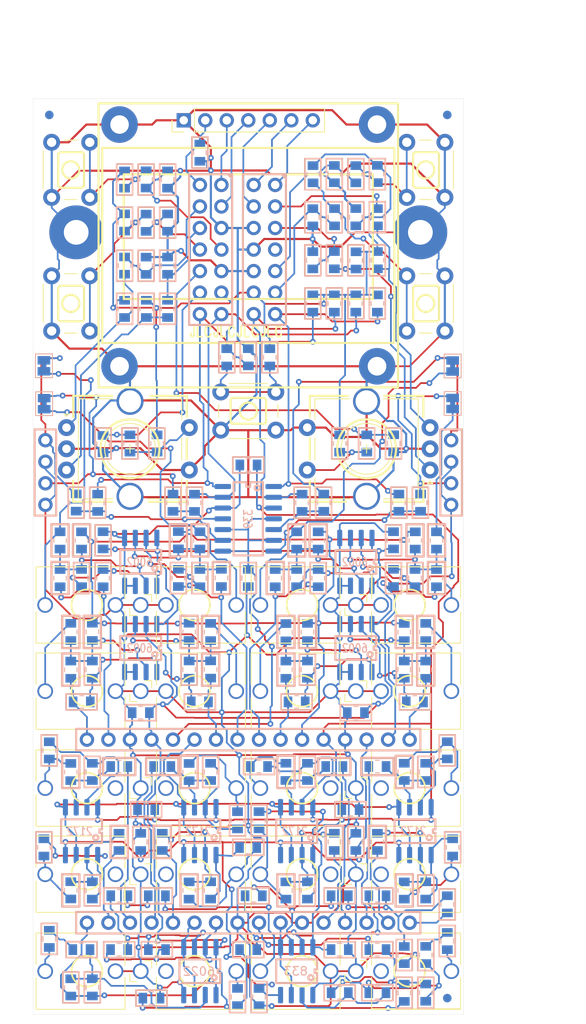
<source format=kicad_pcb>
(kicad_pcb (version 20241229) (generator "pcbnew") (generator_version "9.0")
  (title_block (title "O_C T4.1  Ornament and Crime optimized for Teensy 4.1") (date "2025-08-02") (rev "rev3") (company "Copyright 2024 Paul Stoffregen, mxmxmx - CC BY-SA 4.0") (comment 1 "copies and derivitive works properly give attribution to mxmxmx.") (comment 2 "in September 2023: \"consider the NC requirement waived\".  Please ensure all") (comment 3 "Commercial usage is allowed.  Explicit permission from mxmxmx was given") (comment 4 "Portions derived from original Ornament and Crime, copyright by mxmxmx."))
  (layers (0 "F.Cu" signal) (2 "B.Cu" signal) (13 "F.Paste" user) (15 "B.Paste" user) (5 "F.SilkS" user "F.Silkscreen") (7 "B.SilkS" user "B.Silkscreen") (1 "F.Mask" user) (3 "B.Mask" user) (25 "Edge.Cuts" user))
  (net 0 "")
  (net 1 "Net-(R1-Pad2)")
  (net 2 "+3V3")
  (net 3 "Net-(R2-Pad2)")
  (net 4 "Net-(R3-Pad2)")
  (net 5 "Net-(R4-Pad2)")
  (net 6 "Net-(R10-Pad2)")
  (net 7 "Net-(R11-Pad2)")
  (net 8 "Net-(R12-Pad2)")
  (net 9 "Net-(R13-Pad2)")
  (net 10 "Net-(R14-Pad2)")
  (net 11 "Net-(R15-Pad2)")
  (net 12 "Net-(R16-Pad2)")
  (net 13 "/TR1")
  (net 14 "/TR2")
  (net 15 "/TR3")
  (net 16 "/TR4")
  (net 17 "Earth")
  (net 18 "/VCC")
  (net 19 "Net-(J22-Pin_7)")
  (net 20 "Net-(J22-Pin_8)")
  (net 21 "Net-(J23-Pin_9)")
  (net 22 "Net-(J23-Pin_11)")
  (net 23 "Net-(J22-Pin_11)")
  (net 24 "Net-(J22-Pin_4)")
  (net 25 "Net-(J22-Pin_6)")
  (net 26 "Net-(J23-Pin_5)")
  (net 27 "Net-(J23-Pin_3)")
  (net 28 "Net-(J22-Pin_12)")
  (net 29 "Net-(J22-Pin_10)")
  (net 30 "+12VA")
  (net 31 "GND")
  (net 32 "+5VA")
  (net 33 "Net-(C18-Pad1)")
  (net 34 "Net-(U2A--)")
  (net 35 "Net-(C19-Pad1)")
  (net 36 "Net-(U2B--)")
  (net 37 "Net-(C20-Pad1)")
  (net 38 "Net-(U3A--)")
  (net 39 "Net-(U3B--)")
  (net 40 "Net-(C21-Pad1)")
  (net 41 "Net-(C22-Pad1)")
  (net 42 "Net-(U4A--)")
  (net 43 "Net-(C23-Pad1)")
  (net 44 "Net-(U4B--)")
  (net 45 "Net-(C24-Pad1)")
  (net 46 "Net-(U5A--)")
  (net 47 "Net-(C25-Pad1)")
  (net 48 "Net-(U5B--)")
  (net 49 "/THRES")
  (net 50 "-12VA")
  (net 51 "Net-(U6B--)")
  (net 52 "Net-(C34-Pad1)")
  (net 53 "Net-(C35-Pad1)")
  (net 54 "Net-(U7B--)")
  (net 55 "Net-(U8B--)")
  (net 56 "Net-(C36-Pad1)")
  (net 57 "Net-(U9B--)")
  (net 58 "Net-(C37-Pad1)")
  (net 59 "Net-(U6A--)")
  (net 60 "Net-(C38-Pad1)")
  (net 61 "Net-(C39-Pad1)")
  (net 62 "Net-(U7A--)")
  (net 63 "Net-(U8A--)")
  (net 64 "Net-(C40-Pad1)")
  (net 65 "Net-(C41-Pad1)")
  (net 66 "Net-(U9A--)")
  (net 67 "Net-(C42-Pad2)")
  (net 68 "Net-(C43-Pad2)")
  (net 69 "Net-(U11B--)")
  (net 70 "Net-(C44-Pad2)")
  (net 71 "Net-(C45-Pad2)")
  (net 72 "Net-(U11A--)")
  (net 73 "Net-(U10A--)")
  (net 74 "/Audio IN_L")
  (net 75 "/Audio IN_R")
  (net 76 "Net-(U10B--)")
  (net 77 "Net-(C48-Pad1)")
  (net 78 "Net-(C48-Pad2)")
  (net 79 "Net-(C49-Pad2)")
  (net 80 "Net-(C49-Pad1)")
  (net 81 "Net-(C50-Pad2)")
  (net 82 "Net-(C50-Pad1)")
  (net 83 "Net-(C51-Pad2)")
  (net 84 "Net-(C51-Pad1)")
  (net 85 "Net-(JP1-B)")
  (net 86 "Net-(JP2-B)")
  (net 87 "Net-(JP3-B)")
  (net 88 "Net-(JP4-B)")
  (net 89 "Net-(J5-PadT)")
  (net 90 "Net-(J6-PadT)")
  (net 91 "Net-(J7-PadT)")
  (net 92 "Net-(J8-PadT)")
  (net 94 "/DAC_A")
  (net 96 "/DAC_B")
  (net 98 "/DAC_C")
  (net 100 "/DAC_D")
  (net 101 "/DAC_E")
  (net 104 "/DAC_F")
  (net 105 "/DAC_G")
  (net 108 "/DAC_H")
  (net 111 "/SDA")
  (net 112 "/CLK")
  (net 113 "/DC")
  (net 115 "/CS")
  (net 116 "/RES")
  (net 117 "Net-(J24-Pin_1)")
  (net 118 "Net-(J24-Pin_3)")
  (net 119 "Net-(J25-Pin_1)")
  (net 120 "Net-(J25-Pin_3)")
  (net 121 "/CV6")
  (net 122 "/CV8")
  (net 123 "/CV7")
  (net 124 "/BIAS")
  (net 125 "/CV4")
  (net 126 "/CV1")
  (net 127 "/CV3")
  (net 128 "/OFFSET")
  (net 129 "/CV5")
  (net 130 "/CV2")
  (net 131 "/Audio OUT_R")
  (net 132 "/CV_H")
  (net 133 "/CV_G")
  (net 134 "/CV_D")
  (net 135 "/CV_A")
  (net 136 "Net-(J27-Pin_6)")
  (net 137 "/CV_C")
  (net 138 "/CV_F")
  (net 139 "Net-(J27-Pin_10)")
  (net 140 "/Audio OUT_L")
  (net 141 "/CV_B")
  (net 142 "/CV_E")
  (net 143 "Net-(U1D-+)")
  (net 144 "Net-(U1C-+)")
  (net 145 "Net-(U1A-+)")
  (net 146 "Net-(U1B-+)")
  (footprint "Custom_Footprints:Jack_3.5mm_QingPu_WQP-PJ398SM_Vertical_CircularHoles_reduced" (layer "F.Cu") (at 63.3776 106.68 90)
    (property "Reference" "J12" (hide yes))
    (property "Value" "Jack")
  )
  (footprint "Button_Switch_THT:SW_PUSH_6mm" (layer "F.Cu") (at 27.5844 52.7788 90)
    (property "Reference" "SW2" (hide yes))
    (property "Value" "SW_Push")
  )
  (footprint "Custom_Footprints:Jack_3.5mm_QingPu_WQP-PJ398SM_Vertical_CircularHoles_reduced" (layer "F.Cu") (at 38.2224 128.27 -90)
    (property "Reference" "J17" (hide yes))
    (property "Value" "Jack")
  )
  (footprint "Button_Switch_THT:SW_PUSH_6mm" (layer "F.Cu") (at 74.0156 46.2788 -90)
    (property "Reference" "SW4" (hide yes))
    (property "Value" "SW_Push")
  )
  (footprint "Custom_Footprints:Jack_3.5mm_QingPu_WQP-PJ398SM_Vertical_CircularHoles_reduced" (layer "F.Cu") (at 37.9776 95.25 90)
    (property "Reference" "J6" (hide yes))
    (property "Value" "Jack")
  )
  (footprint "Custom_Footprints:Jack_3.5mm_QingPu_WQP-PJ398SM_Vertical_CircularHoles_reduced" (layer "F.Cu") (at 37.9776 116.84 90)
    (property "Reference" "J14" (hide yes))
    (property "Value" "Jack")
  )
  (footprint "Custom_Footprints:Jack_3.5mm_QingPu_WQP-PJ398SM_Vertical_CircularHoles_reduced" (layer "F.Cu") (at 37.9776 128.27 90)
    (property "Reference" "J18" (hide yes))
    (property "Value" "Jack")
  )
  (footprint "Custom_Footprints:Jack_3.5mm_QingPu_WQP-PJ398SM_Vertical_CircularHoles_reduced" (layer "F.Cu") (at 37.9776 106.68 90)
    (property "Reference" "J10" (hide yes))
    (property "Value" "Jack")
  )
  (footprint "Custom_Footprints:Jack_3.5mm_QingPu_WQP-PJ398SM_Vertical_CircularHoles_reduced" (layer "F.Cu") (at 63.3776 95.25 90)
    (property "Reference" "J8" (hide yes))
    (property "Value" "Jack")
  )
  (footprint "Button_Switch_THT:SW_PUSH_6mm" (layer "F.Cu") (at 74.0156 30.5308 -90)
    (property "Reference" "SW3" (hide yes))
    (property "Value" "SW_Push")
  )
  (footprint "Custom_Footprints:Jack_3.5mm_QingPu_WQP-PJ398SM_Vertical_CircularHoles_reduced" (layer "F.Cu") (at 63.3776 116.84 90)
    (property "Reference" "J16" (hide yes))
    (property "Value" "Jack")
  )
  (footprint "Custom_Footprints:RotaryEncoder_Alps_EC11E-Switch_Vertical_H20mm_CircularMountingHoles_s1s2-swap+roundA" (layer "F.Cu") (at 72.263 69.175 180)
    (property "Reference" "SW7" (hide yes))
    (property "Value" "Encoder")
  )
  (footprint "Custom_Footprints:Jack_3.5mm_QingPu_WQP-PJ398SM_Vertical_CircularHoles_reduced" (layer "F.Cu") (at 63.3776 85.09 90)
    (property "Reference" "J4" (hide yes))
    (property "Value" "Jack")
  )
  (footprint "Custom_Footprints:RotaryEncoder_Alps_EC11E-Switch_Vertical_H20mm_CircularMountingHoles_s1s2-swap+roundA" (layer "F.Cu") (at 29.337 64.175)
    (property "Reference" "SW6" (hide yes))
    (property "Value" "Encoder")
  )
  (footprint "Custom_Footprints:Jack_3.5mm_QingPu_WQP-PJ398SM_Vertical_CircularHoles_reduced" (layer "F.Cu") (at 63.6224 106.68 -90)
    (property "Reference" "J11" (hide yes))
    (property "Value" "Jack")
  )
  (footprint "Custom_Footprints:Jack_3.5mm_QingPu_WQP-PJ398SM_Vertical_CircularHoles_reduced" (layer "F.Cu") (at 63.6224 95.25 -90)
    (property "Reference" "J7" (hide yes))
    (property "Value" "Jack")
  )
  (footprint "Button_Switch_THT:SW_PUSH_6mm" (layer "F.Cu") (at 27.5802 37.0308 90)
    (property "Reference" "SW1" (hide yes))
    (property "Value" "SW_Push")
  )
  (footprint "Custom_Footprints:Jack_3.5mm_QingPu_WQP-PJ398SM_Vertical_CircularHoles_reduced" (layer "F.Cu") (at 38.2224 116.84 -90)
    (property "Reference" "J13" (hide yes))
    (property "Value" "Jack")
  )
  (footprint "Custom_Footprints:Jack_3.5mm_QingPu_WQP-PJ398SM_Vertical_CircularHoles_reduced" (layer "F.Cu") (at 63.6224 85.09 -90)
    (property "Reference" "J3" (hide yes))
    (property "Value" "Jack")
  )
  (footprint "Custom_Footprints:Jack_3.5mm_QingPu_WQP-PJ398SM_Vertical_CircularHoles_reduced" (layer "F.Cu") (at 63.6224 116.84 -90)
    (property "Reference" "J15" (hide yes))
    (property "Value" "Jack")
  )
  (footprint "Custom_Footprints:Jack_3.5mm_QingPu_WQP-PJ398SM_Vertical_CircularHoles_reduced" (layer "F.Cu") (at 63.6224 128.27 -90)
    (property "Reference" "J19" (hide yes))
    (property "Value" "Jack")
  )
  (footprint "Custom_Footprints:Jack_3.5mm_QingPu_WQP-PJ398SM_Vertical_CircularHoles_reduced" (layer "F.Cu") (at 38.2224 95.25 -90)
    (property "Reference" "J5" (hide yes))
    (property "Value" "Jack")
  )
  (footprint "Custom_Footprints:Jack_3.5mm_QingPu_WQP-PJ398SM_Vertical_CircularHoles_reduced" (layer "F.Cu") (at 63.3776 128.27 90)
    (property "Reference" "J20" (hide yes))
    (property "Value" "Jack")
  )
  (footprint "Connector_PinHeader_2.54mm:PinHeader_1x07_P2.54mm_Vertical" (layer "F.Cu") (at 43.18 27.94 90)
    (property "Reference" "J21" (hide yes))
    (property "Value" "OLED Display" (hide yes))
  )
  (footprint "Custom_Footprints:Jack_3.5mm_QingPu_WQP-PJ398SM_Vertical_CircularHoles_reduced" (layer "F.Cu") (at 38.2158 85.09 -90)
    (property "Reference" "J1" (hide yes))
    (property "Value" "Jack")
  )
  (footprint "Custom_Footprints:Jack_3.5mm_QingPu_WQP-PJ398SM_Vertical_CircularHoles_reduced" (layer "F.Cu") (at 38.2224 106.68 -90)
    (property "Reference" "J9" (hide yes))
    (property "Value" "Jack")
  )
  (footprint "Button_Switch_THT:SW_PUSH_6mm" (layer "F.Cu") (at 54.0512 64.4694 180)
    (property "Reference" "SW5" (hide yes))
    (property "Value" "SW_Push")
  )
  (footprint "Custom_Footprints:Jack_3.5mm_QingPu_WQP-PJ398SM_Vertical_CircularHoles_reduced" (layer "F.Cu") (at 37.9718 85.09 90)
    (property "Reference" "J2" (hide yes))
    (property "Value" "Jack")
  )
  (footprint "Custom_Footprints:R_0805_2012Metric_Pad1.20x1.40mm_HandSolder_rectpads" (layer "B.Cu") (at 60.96 113.0206 90)
    (property "Reference" "R73" (hide yes))
    (property "Value" "24.9K 0.1%")
  )
  (footprint "Custom_Footprints:C_0805_2012Metric_Pad1.18x1.45mm_HandSolder_rectpads" (layer "B.Cu") (at 69.215 126.3689 90)
    (property "Reference" "C42" (hide yes))
    (property "Value" "8.2nF 5%")
  )
  (footprint "Custom_Footprints:R_0805_2012Metric_Pad1.20x1.40mm_HandSolder_rectpads" (layer "B.Cu") (at 69.215 104.7656 90)
    (property "Reference" "R78" (hide yes))
    (property "Value" "100K 0.1%")
  )
  (footprint "Custom_Footprints:R_0805_2012Metric_Pad1.20x1.40mm_HandSolder_rectpads" (layer "B.Cu") (at 74.295 102.2256 90)
    (property "Reference" "R86" (hide yes))
    (property "Value" "220")
  )
  (footprint "Custom_Footprints:R_0805_2012Metric_Pad1.20x1.40mm_HandSolder_rectpads" (layer "B.Cu") (at 45.085 77.47 -90)
    (property "Reference" "R36" (hide yes))
    (property "Value" "100K 0.1%")
  )
  (footprint "Custom_Footprints:R_0805_2012Metric_Pad1.20x1.40mm_HandSolder_rectpads" (layer "B.Cu") (at 58.42 49.5394 -90)
    (property "Reference" "R23" (hide yes))
    (property "Value" "4.7K")
  )
  (footprint "Custom_Footprints:SOIC-8_3.9x4.9mm_P1.27mm_shiftedpads" (layer "B.Cu") (at 45.085 128.2706 90)
    (property "Reference" "U10" (hide yes))
    (property "Value" "MCP6022")
  )
  (footprint "Custom_Footprints:C_0805_2012Metric_Pad1.18x1.45mm_HandSolder_rectpads" (layer "B.Cu") (at 27.305 124.4561 -90)
    (property "Reference" "C50" (hide yes))
    (property "Value" "1uF")
  )
  (footprint "Custom_Footprints:R_0805_2012Metric_Pad1.20x1.40mm_HandSolder_rectpads" (layer "B.Cu") (at 63.5 49.5394 -90)
    (property "Reference" "R24" (hide yes))
    (property "Value" "4.7K")
  )
  (footprint "Custom_Footprints:SOIC-8_3.9x4.9mm_P1.27mm_shiftedpads" (layer "B.Cu") (at 31.115 111.7606 90)
    (property "Reference" "U6" (hide yes))
    (property "Value" "OPA2172")
  )
  (footprint "Custom_Footprints:SOIC-8_3.9x4.9mm_P1.27mm_shiftedpads" (layer "B.Cu") (at 38.1 80.0094 90)
    (property "Reference" "U2" (hide yes))
    (property "Value" "MCP6002")
  )
  (footprint "Custom_Footprints:R_0805_2012Metric_Pad1.20x1.40mm_HandSolder_rectpads" (layer "B.Cu") (at 28.575 77.4794 -90)
    (property "Reference" "R35" (hide yes))
    (property "Value" "100K 0.1%")
  )
  (footprint "Custom_Footprints:R_0805_2012Metric_Pad1.20x1.40mm_HandSolder_rectpads" (layer "B.Cu") (at 29.845 118.7356 -90)
    (property "Reference" "R79" (hide yes))
    (property "Value" "100K 0.1%")
  )
  (footprint "Custom_Footprints:C_0805_2012Metric_Pad1.18x1.45mm_HandSolder_rectpads" (layer "B.Cu") (at 67.945 77.4661 90)
    (property "Reference" "C15" (hide yes))
    (property "Value" "0.1uF")
  )
  (footprint "Custom_Footprints:C_0805_2012Metric_Pad1.18x1.45mm_HandSolder_rectpads" (layer "B.Cu") (at 32.385 118.7489 90)
    (property "Reference" "C38" (hide yes))
    (property "Value" "22pF")
  )
  (footprint "Custom_Footprints:R_0805_2012Metric_Pad1.20x1.40mm_HandSolder_rectpads" (layer "B.Cu") (at 55.245 92.7194 -90)
    (property "Reference" "R57" (hide yes))
    (property "Value" "49.9K 0.1%")
  )
  (footprint "Custom_Footprints:R_0805_2012Metric_Pad1.20x1.40mm_HandSolder_rectpads" (layer "B.Cu") (at 32.385 88.2556 90)
    (property "Reference" "R47" (hide yes))
    (property "Value" "75K 0.1%")
  )
  (footprint "Custom_Footprints:SOIC-8_3.9x4.9mm_P1.27mm_shiftedpads" (layer "B.Cu") (at 63.5 80.0094 90)
    (property "Reference" "U3" (hide yes))
    (property "Value" "MCP6002")
  )
  (footprint "Custom_Footprints:C_0805_2012Metric_Pad1.18x1.45mm_HandSolder_rectpads" (layer "B.Cu") (at 38.735 45.0889 90)
    (property "Reference" "C7" (hide yes))
    (property "Value" "10nF")
  )
  (footprint "Jumper:SolderJumper-2_P1.3mm_Bridged_Pad1.0x1.5mm" (layer "B.Cu") (at 74.93 56.911 -90)
    (property "Reference" "JP3" (hide yes))
    (property "Value" "SolderJumper_2_Bridged")
  )
  (footprint "Custom_Footprints:R_0805_2012Metric_Pad1.20x1.40mm_HandSolder_rectpads" (layer "B.Cu") (at 50.784 113.6904)
    (property "Reference" "R88" (hide yes))
    (property "Value" "220")
  )
  (footprint "Custom_Footprints:R_0805_2012Metric_Pad1.20x1.40mm_HandSolder_rectpads" (layer "B.Cu") (at 69.215 118.7544 -90)
    (property "Reference" "R82" (hide yes))
    (property "Value" "100K 0.1%")
  )
  (footprint "Custom_Footprints:R_0805_2012Metric_Pad1.20x1.40mm_HandSolder_rectpads" (layer "B.Cu") (at 43.815 118.7544 -90)
    (property "Reference" "R80" (hide yes))
    (property "Value" "100K 0.1%")
  )
  (footprint "Custom_Footprints:R_0805_2012Metric_Pad1.20x1.40mm_HandSolder_rectpads" (layer "B.Cu") (at 55.245 104.7656 90)
    (property "Reference" "R77" (hide yes))
    (property "Value" "100K 0.1%")
  )
  (footprint "Custom_Footprints:R_0805_2012Metric_Pad1.20x1.40mm_HandSolder_rectpads" (layer "B.Cu") (at 35.5694 104.14 180)
    (property "Reference" "R67" (hide yes))
    (property "Value" "24.9K 0.1%")
  )
  (footprint "Custom_Footprints:C_0805_2012Metric_Pad1.18x1.45mm_HandSolder_rectpads" (layer "B.Cu") (at 67.9704 66.0361 -90)
    (property "Reference" "C12" (hide yes))
    (property "Value" "0.1uF")
  )
  (footprint "Jumper:SolderJumper-2_P1.3mm_Bridged_Pad1.0x1.5mm" (layer "B.Cu") (at 26.6954 61.3514 -90)
    (property "Reference" "JP2" (hide yes))
    (property "Value" "SolderJumper_2_Bridged")
  )
  (footprint "Custom_Footprints:R_0805_2012Metric_Pad1.20x1.40mm_HandSolder_rectpads" (layer "B.Cu") (at 36.195 34.925 -90)
    (property "Reference" "R1" (hide yes))
    (property "Value" "4.7K")
  )
  (footprint "Custom_Footprints:C_0805_2012Metric_Pad1.18x1.45mm_HandSolder_rectpads" (layer "B.Cu") (at 57.785 92.7139 90)
    (property "Reference" "C24" (hide yes))
    (property "Value" "470pF")
  )
  (footprint "Custom_Footprints:R_0805_2012Metric_Pad1.20x1.40mm_HandSolder_rectpads" (layer "B.Cu") (at 66.04 49.5394 -90)
    (property "Reference" "R26" (hide yes))
    (property "Value" "4.7K")
  )
  (footprint "Custom_Footprints:C_0805_2012Metric_Pad1.18x1.45mm_HandSolder_rectpads" (layer "B.Cu") (at 46.355 104.7711 -90)
    (property "Reference" "C35" (hide yes))
    (property "Value" "22pF")
  )
  (footprint "Custom_Footprints:C_0805_2012Metric_Pad1.18x1.45mm_HandSolder_rectpads" (layer "B.Cu") (at 69.215 130.8139 90)
    (property "Reference" "C43" (hide yes))
    (property "Value" "8.2nF 5%")
  )
  (footprint "Custom_Footprints:R_0805_2012Metric_Pad1.20x1.40mm_HandSolder_rectpads" (layer "B.Cu") (at 38.7604 50.1744 -90)
    (property "Reference" "R12" (hide yes))
    (property "Value" "4.7K")
  )
  (footprint "Custom_Footprints:C_0805_2012Metric_Pad1.18x1.45mm_HandSolder_rectpads" (layer "B.Cu") (at 33.655 77.4661 90)
    (property "Reference" "C14" (hide yes))
    (property "Value" "0.1uF")
  )
  (footprint "Custom_Footprints:C_0805_2012Metric_Pad1.18x1.45mm_HandSolder_rectpads" (layer "B.Cu") (at 45.085 81.9189 90)
    (property "Reference" "C19" (hide yes))
    (property "Value" "470pF")
  )
  (footprint "Custom_Footprints:R_0805_2012Metric_Pad1.20x1.40mm_HandSolder_rectpads" (layer "B.Cu") (at 38.735 40.0144 90)
    (property "Reference" "R7" (hide yes))
    (property "Value" "470")
  )
  (footprint "Custom_Footprints:R_0805_2012Metric_Pad1.20x1.40mm_HandSolder_rectpads" (layer "B.Cu") (at 28.575 81.9244 -90)
    (property "Reference" "R51" (hide yes))
    (property "Value" "49.9K 0.1%")
  )
  (footprint "Custom_Footprints:R_0805_2012Metric_Pad1.20x1.40mm_HandSolder_rectpads" (layer "B.Cu") (at 59.7154 73.025 -90)
    (property "Reference" "R29" (hide yes))
    (property "Value" "100K")
  )
  (footprint "Custom_Footprints:R_0805_2012Metric_Pad1.20x1.40mm_HandSolder_rectpads" (layer "B.Cu") (at 29.845 104.7844 90)
    (property "Reference" "R75" (hide yes))
    (property "Value" "100K 0.1%")
  )
  (footprint "Custom_Footprints:C_0805_2012Metric_Pad1.18x1.45mm_HandSolder_rectpads" (layer "B.Cu") (at 62.865 109.22)
    (property "Reference" "C29" (hide yes))
    (property "Value" "0.1uF")
  )
  (footprint "Custom_Footprints:R_0805_2012Metric_Pad1.20x1.40mm_HandSolder_rectpads" (layer "B.Cu") (at 66.04 113.0206 90)
    (property "Reference" "R74" (hide yes))
    (property "Value" "24.9K 0.1%")
  )
  (footprint "Custom_Footprints:C_0805_2012Metric_Pad1.18x1.45mm_HandSolder_rectpads" (layer "B.Cu") (at 38.7389 109.22 180)
    (property "Reference" "C27" (hide yes))
    (property "Value" "0.1uF")
  )
  (footprint "Custom_Footprints:R_0805_2012Metric_Pad1.20x1.40mm_HandSolder_rectpads" (layer "B.Cu") (at 68.58 73.025 90)
    (property "Reference" "R34" (hide yes))
    (property "Value" "1M")
  )
  (footprint "Jumper:SolderJumper-2_P1.3mm_Bridged_Pad1.0x1.5mm" (layer "B.Cu") (at 74.93 61.3306 -90)
    (property "Reference" "JP4" (hide yes))
    (property "Value" "SolderJumper_2_Bridged")
  )
  (footprint "Custom_Footprints:R_0805_2012Metric_Pad1.20x1.40mm_HandSolder_rectpads" (layer "B.Cu") (at 57.785 88.2744 90)
    (property "Reference" "R49" (hide yes))
    (property "Value" "75K 0.1%")
  )
  (footprint "Custom_Footprints:R_0805_2012Metric_Pad1.20x1.40mm_HandSolder_rectpads" (layer "B.Cu") (at 69.215 88.281 90)
    (property "Reference" "R50" (hide yes))
    (property "Value" "75K 0.1%")
  )
  (footprint "Custom_Footprints:PinHeader_2x07_P2.54mm_Vertical_reduced" (layer "B.Cu") (at 47.625 35.56 180)
    (property "Reference" "J22" (hide yes))
    (property "Value" "Conn_02x07")
  )
  (footprint "Custom_Footprints:R_0805_2012Metric_Pad1.20x1.40mm_HandSolder_rectpads" (layer "B.Cu") (at 56.515 77.4794 -90)
    (property "Reference" "R37" (hide yes))
    (property "Value" "100K 0.1%")
  )
  (footprint "Custom_Footprints:C_0805_2012Metric_Pad1.18x1.45mm_HandSolder_rectpads" (layer "B.Cu") (at 35.5561 125.73)
    (property "Reference" "C47" (hide yes))
    (property "Value" "47pF")
  )
  (footprint "Custom_Footprints:R_0805_2012Metric_Pad1.20x1.40mm_HandSolder_rectpads" (layer "B.Cu") (at 55.245 88.2998 -90)
    (property "Reference" "R41" (hide yes))
    (property "Value" "100K 0.1%")
  )
  (footprint "Custom_Footprints:R_0805_2012Metric_Pad1.20x1.40mm_HandSolder_rectpads" (layer "B.Cu") (at 53.975 81.9244 -90)
    (property "Reference" "R53" (hide yes))
    (property "Value" "49.9K 0.1%")
  )
  (footprint "Custom_Footprints:C_0805_2012Metric_Pad1.18x1.45mm_HandSolder_rectpads" (layer "B.Cu") (at 71.755 104.7711 -90)
    (property "Reference" "C37" (hide yes))
    (property "Value" "22pF")
  )
  (footprint "Custom_Footprints:PinHeader_2x07_P2.54mm_Vertical_reduced" (layer "B.Cu") (at 53.975 35.56 180)
    (property "Reference" "J23" (hide yes))
    (property "Value" "Conn_02x07")
  )
  (footprint "Custom_Footprints:SOIC-8_3.9x4.9mm_P1.27mm_shiftedpads" (layer "B.Cu") (at 70.485 111.7606 90)
    (property "Reference" "U9" (hide yes))
    (property "Value" "OPA2172")
  )
  (footprint "Custom_Footprints:C_0805_2012Metric_Pad1.18x1.45mm_HandSolder_rectpads" (layer "B.Cu") (at 50.8 81.9111 -90)
    (property "Reference" "C26" (hide yes))
    (property "Value" "0.1uF")
  )
  (footprint "Custom_Footprints:C_0805_2012Metric_Pad1.18x1.45mm_HandSolder_rectpads" (layer "B.Cu") (at 70.485 81.9189 90)
    (property "Reference" "C21" (hide yes))
    (property "Value" "470pF")
  )
  (footprint "Custom_Footprints:C_0805_2012Metric_Pad1.18x1.45mm_HandSolder_rectpads" (layer "B.Cu") (at 38.1 113.0261 -90)
    (property "Reference" "C28" (hide yes))
    (property "Value" "0.1uF")
  )
  (footprint "Custom_Footprints:SOIC-8_3.9x4.9mm_P1.27mm_shiftedpads" (layer "B.Cu") (at 56.515 128.2694 90)
    (property "Reference" "U11" (hide yes))
    (property "Value" "LM833")
  )
  (footprint "Custom_Footprints:R_0805_2012Metric_Pad1.20x1.40mm_HandSolder_rectpads" (layer "B.Cu") (at 29.845 88.265 -90)
    (property "Reference" "R39" (hide yes))
    (property "Value" "100K 0.1%")
  )
  (footprint "Custom_Footprints:R_0805_2012Metric_Pad1.20x1.40mm_HandSolder_rectpads" (layer "B.Cu") (at 70.5104 77.4794 90)
    (property "Reference" "R46" (hide yes))
    (property "Value" "75K 0.1%")
  )
  (footprint "Custom_Footprints:R_0805_2012Metric_Pad1.20x1.40mm_HandSolder_rectpads" (layer "B.Cu") (at 73.025 77.4794 -90)
    (property "Reference" "R38" (hide yes))
    (property "Value" "100K 0.1%")
  )
  (footprint "Custom_Footprints:C_0805_2012Metric_Pad1.18x1.45mm_HandSolder_rectpads" (layer "B.Cu") (at 39.3661 131.445)
    (property "Reference" "C31" (hide yes))
    (property "Value" "0.1uF")
  )
  (footprint "Custom_Footprints:R_0805_2012Metric_Pad1.20x1.40mm_HandSolder_rectpads" (layer "B.Cu") (at 46.355 92.694 -90)
    (property "Reference" "R56" (hide yes))
    (property "Value" "49.9K 0.1%")
  )
  (footprint "Custom_Footprints:C_0805_2012Metric_Pad1.18x1.45mm_HandSolder_rectpads" (layer "B.Cu") (at 71.755 118.7489 90)
    (property "Reference" "C41" (hide yes))
    (property "Value" "22pF")
  )
  (footprint "Custom_Footprints:SOIC-8_3.9x4.9mm_P1.27mm_shiftedpads" (layer "B.Cu") (at 45.085 111.7594 90)
    (property "Reference" "U7" (hide yes))
    (property "Value" "OPA2172")
  )
  (footprint "Custom_Footprints:C_0805_2012Metric_Pad1.18x1.45mm_HandSolder_rectpads" (layer "B.Cu") (at 40.0011 119.38)
    (property "Reference" "C51" (hide yes))
    (property "Value" "1uF")
  )
  (footprint "Custom_Footprints:R_0805_2012Metric_Pad1.20x1.40mm_HandSolder_rectpads" (layer "B.Cu") (at 41.91 73.0344 -90)
    (property "Reference" "R28" (hide yes))
    (property "Value" "100K")
  )
  (footprint "Custom_Footprints:PinHeader_1x16_P2.54mm_Vertical_reduced" (layer "B.Cu") (at 31.75 122.555 -90)
    (property "Reference" "J27" (hide yes))
    (property "Value" "Conn_01x16")
  )
  (footprint "Custom_Footprints:R_0805_2012Metric_Pad1.20x1.40mm_HandSolder_rectpads" (layer "B.Cu") (at 36.195 39.989 -90)
    (property "Reference" "R2" (hide yes))
    (property "Value" "4.7K")
  )
  (footprint "Custom_Footprints:R_0805_2012Metric_Pad1.20x1.40mm_HandSolder_rectpads" (layer "B.Cu") (at 71.755 126.3556 90)
    (property "Reference" "R92" (hide yes))
    (property "Value" "220")
  )
  (footprint "Custom_Footprints:R_0805_2012Metric_Pad1.20x1.40mm_HandSolder_rectpads" (layer "B.Cu") (at 52.0606 104.14 180)
    (property "Reference" "R85" (hide yes))
    (property "Value" "220")
  )
  (footprint "Custom_Footprints:R_0805_2012Metric_Pad1.20x1.40mm_HandSolder_rectpads" (layer "B.Cu") (at 71.755 130.8006 90)
    (property "Reference" "R98" (hide yes))
    (property "Value" "3.84K 1%")
  )
  (footprint "Custom_Footprints:C_0805_2012Metric_Pad1.18x1.45mm_HandSolder_rectpads" (layer "B.Cu") (at 41.275 45.0811 90)
    (property "Reference" "C8" (hide yes))
    (property "Value" "10nF")
  )
  (footprint "Custom_Footprints:C_0805_2012Metric_Pad1.18x1.45mm_HandSolder_rectpads" (layer "B.Cu") (at 58.42 39.3739 -90)
    (property "Reference" "C5" (hide yes))
    (property "Value" "0.1uF")
  )
  (footprint "Custom_Footprints:R_0805_2012Metric_Pad1.20x1.40mm_HandSolder_rectpads" (layer "B.Cu") (at 47.625 81.899 -90)
    (property "Reference" "R52" (hide yes))
    (property "Value" "49.9K 0.1%")
  )
  (footprint "Custom_Footprints:R_0805_2012Metric_Pad1.20x1.40mm_HandSolder_rectpads" (layer "B.Cu") (at 70.469 96.52)
    (property "Reference" "R66" (hide yes))
    (property "Value" "220")
  )
  (footprint "Custom_Footprints:R_0805_2012Metric_Pad1.20x1.40mm_HandSolder_rectpads" (layer "B.Cu") (at 53.34 55.8894 -90)
    (property "Reference" "R5" (hide yes))
    (property "Value" "4.7K")
  )
  (footprint "Jumper:SolderJumper-2_P1.3mm_Bridged_Pad1.0x1.5mm" (layer "B.Cu") (at 26.67 56.8856 -90)
    (property "Reference" "JP1" (hide yes))
    (property "Value" "SolderJumper_2_Bridged")
  )
  (footprint "Custom_Footprints:R_0805_2012Metric_Pad1.20x1.40mm_HandSolder_rectpads" (layer "B.Cu") (at 42.545 77.454 90)
    (property "Reference" "R44" (hide yes))
    (property "Value" "75K 0.1%")
  )
  (footprint "Custom_Footprints:R_0805_2012Metric_Pad1.20x1.40mm_HandSolder_rectpads" (layer "B.Cu") (at 26.67 113.6744 -90)
    (property "Reference" "R87" (hide yes))
    (property "Value" "220")
  )
  (footprint "Custom_Footprints:R_0805_2012Metric_Pad1.20x1.40mm_HandSolder_rectpads" (layer "B.Cu") (at 40.64 104.14)
    (property "Reference" "R68" (hide yes))
    (property "Value" "24.9K 0.1%")
  )
  (footprint "Custom_Footprints:R_0805_2012Metric_Pad1.20x1.40mm_HandSolder_rectpads" (layer "B.Cu") (at 74.93 113.6744 -90)
    (property "Reference" "R90" (hide yes))
    (property "Value" "220")
  )
  (footprint "Custom_Footprints:SOIC-8_3.9x4.9mm_P1.27mm_shiftedpads" (layer "B.Cu") (at 56.515 111.7594 90)
    (property "Reference" "U8" (hide yes))
    (property "Value" "OPA2172")
  )
  (footprint "Custom_Footprints:R_0805_2012Metric_Pad1.20x1.40mm_HandSolder_rectpads" (layer "B.Cu") (at 74.295 120.3866 90)
    (property "Reference" "R93" (hide yes))
    (property "Value" "1.40K 1%")
  )
  (footprint "Custom_Footprints:C_0805_2012Metric_Pad1.18x1.45mm_HandSolder_rectpads" (layer "B.Cu") (at 33.655 66.1123 -90)
    (property "Reference" "C11" (hide yes))
    (property "Value" "0.1uF")
  )
  (footprint "Custom_Footprints:C_0805_2012Metric_Pad1.18x1.45mm_HandSolder_rectpads" (layer "B.Cu") (at 52.07 131.3219 90)
    (property "Reference" "C33" (hide yes))
    (property "Value" "0.1uF")
  )
  (footprint "Custom_Footprints:R_0805_2012Metric_Pad1.20x1.40mm_HandSolder_rectpads" (layer "B.Cu") (at 59.055 81.9244 -90)
    (property "Reference" "R61" (hide yes))
    (property "Value" "220")
  )
  (footprint "Custom_Footprints:C_0805_2012Metric_Pad1.18x1.45mm_HandSolder_rectpads" (layer "B.Cu") (at 63.5 113.0261 -90)
    (property "Reference" "C30" (hide yes))
    (property "Value" "0.1uF")
  )
  (footprint "Custom_Footprints:C_0805_2012Metric_Pad1.18x1.45mm_HandSolder_rectpads" (layer "B.Cu") (at 38.1039 97.79 180)
    (property "Reference" "C16" (hide yes))
    (property "Value" "0.1uF")
  )
  (footprint "Custom_Footprints:R_0805_2012Metric_Pad1.20x1.40mm_HandSolder_rectpads" (layer "B.Cu") (at 61.595 66.0494 -90)
    (property "Reference" "R16" (hide yes))
    (property "Value" "4.7K")
  )
  (footprint "Custom_Footprints:R_0805_2012Metric_Pad1.20x1.40mm_HandSolder_rectpads" (layer "B.Cu") (at 41.275 50.1744 90)
    (property "Reference" "R18" (hide yes))
    (property "Value" "470")
  )
  (footprint "Custom_Footprints:C_0805_2012Metric_Pad1.18x1.45mm_HandSolder_rectpads" (layer "B.Cu") (at 58.42 44.4461 90)
    (property "Reference" "C9" (hide yes))
    (property "Value" "10nF")
  )
  (footprint "Custom_Footprints:R_0805_2012Metric_Pad1.20x1.40mm_HandSolder_rectpads" (layer "B.Cu") (at 30.48 73.009 -90)
    (property "Reference" "R27" (hide yes))
    (property "Value" "100K")
  )
  (footprint "Custom_Footprints:C_0805_2012Metric_Pad1.18x1.45mm_HandSolder_rectpads" (layer "B.Cu") (at 66.0439 130.81 180)
    (property "Reference" "C45" (hide yes))
    (property "Value" "1.0nF 5%")
  )
  (footprint "Custom_Footprints:C_0805_2012Metric_Pad1.18x1.45mm_HandSolder_rectpads" (layer "B.Cu") (at 69.215 92.7139 90)
    (property "Reference" "C25" (hide yes))
    (property "Value" "470pF")
  )
  (footprint "Custom_Footprints:R_0805_2012Metric_Pad1.20x1.40mm_HandSolder_rectpads" (layer "B.Cu") (at 33.02 73.041 90)
    (property "Reference" "R31" (hide yes))
    (property "Value" "1M")
  )
  (footprint "Custom_Footprints:R_0805_2012Metric_Pad1.20x1.40mm_HandSolder_rectpads" (layer "B.Cu") (at 36.195 45.069 90)
    (property "Reference" "R17" (hide yes))
    (property "Value" "470")
  )
  (footprint "Custom_Footprints:R_0805_2012Metric_Pad1.20x1.40mm_HandSolder_rectpads" (layer "B.Cu") (at 57.15 73.0344 90)
    (property "Reference" "R33" (hide yes))
    (property "Value" "1M")
  )
  (footprint "Custom_Footprints:R_0805_2012Metric_Pad1.20x1.40mm_HandSolder_rectpads" (layer "B.Cu") (at 43.815 88.2556 90)
    (property "Reference" "R48" (hide yes))
    (property "Value" "75K 0.1%")
  )
  (footprint "Custom_Footprints:C_0805_2012Metric_Pad1.18x1.45mm_HandSolder_rectpads" (layer "B.Cu") (at 32.385 104.7711 -90)
    (property "Reference" "C34" (hide yes))
    (property "Value" "22pF")
  )
  (footprint "Custom_Footprints:PinHeader_1x04_P2.54mm_Vertical_reduced" (layer "B.Cu") (at 26.8478 65.659 180)
    (property "Reference" "J24" (hide yes))
    (property "Value" "Trigger Inputs")
  )
  (footprint "Custom_Footprints:R_0805_2012Metric_Pad1.20x1.40mm_HandSolder_rectpads" (layer "B.Cu") (at 60.96 104.14 180)
    (property "Reference" "R69" (hide yes))
    (property "Value" "24.9K 0.1%")
  )
  (footprint "Custom_Footprints:R_0805_2012Metric_Pad1.20x1.40mm_HandSolder_rectpads" (layer "B.Cu") (at 31.131 96.52 180)
    (property "Reference" "R63" (hide yes))
    (property "Value" "220")
  )
  (footprint "Custom_Footprints:C_0805_2012Metric_Pad1.18x1.45mm_HandSolder_rectpads" (layer "B.Cu") (at 56.515 81.9189 90)
    (property "Reference" "C20" (hide yes))
    (property "Value" "470pF")
  )
  (footprint "Custom_Footprints:C_0805_2012Metric_Pad1.18x1.45mm_HandSolder_rectpads" (layer "B.Cu") (at 63.5039 97.79 180)
    (property "Reference" "C17" (hide yes))
    (property "Value" "0.1uF")
  )
  (footprint "Custom_Footprints:C_0805_2012Metric_Pad1.18x1.45mm_HandSolder_rectpads" (layer "B.Cu") (at 32.385 130.1789 90)
    (property "Reference" "C46" (hide yes))
    (property "Value" "47pF")
  )
  (footprint "Custom_Footprints:R_0805_2012Metric_Pad1.20x1.40mm_HandSolder_rectpads" (layer "B.Cu") (at 60.9854 39.37 90)
    (property "Reference" "R9" (hide yes))
    (property "Value" "470")
  )
  (footprint "Custom_Footprints:C_0805_2012Metric_Pad1.18x1.45mm_HandSolder_rectpads" (layer "B.Cu") (at 61.5911 125.73)
    (property "Reference" "C32" (hide yes))
    (property "Value" "0.1uF")
  )
  (footprint "Custom_Footprints:C_0805_2012Metric_Pad1.18x1.45mm_HandSolder_rectpads" (layer "B.Cu") (at 57.785 118.7489 90)
    (property "Reference" "C40" (hide yes))
    (property "Value" "22pF")
  )
  (footprint "Custom_Footprints:R_0805_2012Metric_Pad1.20x1.40mm_HandSolder_rectpads" (layer "B.Cu") (at 61.595 119.38 180)
    (property "Reference" "R95" (hide yes))
    (property "Value" "2.21K 1%")
  )
  (footprint "Custom_Footprints:R_0805_2012Metric_Pad1.20x1.40mm_HandSolder_rectpads" (layer "B.Cu") (at 35.5346 113.0206 90)
    (property "Reference" "R71" (hide yes))
    (property "Value" "24.9K 0.1%")
  )
  (footprint "Custom_Footprints:R_0805_2012Metric_Pad1.20x1.40mm_HandSolder_rectpads" (layer "B.Cu") (at 40.64 113.0206 90)
    (property "Reference" "R72" (hide yes))
    (property "Value" "24.9K 0.1%")
  )
  (footprint "Custom_Footprints:R_0805_2012Metric_Pad1.20x1.40mm_HandSolder_rectpads" (layer "B.Cu") (at 36.195 50.1744 -90)
    (property "Reference" "R11" (hide yes))
    (property "Value" "4.7K")
  )
  (footprint "Custom_Footprints:R_0805_2012Metric_Pad1.20x1.40mm_HandSolder_rectpads" (layer "B.Cu") (at 59.055 77.4794 90)
    (property "Reference" "R45" (hide yes))
    (property "Value" "75K 0.1%")
  )
  (footprint "Custom_Footprints:C_0805_2012Metric_Pad1.18x1.45mm_HandSolder_rectpads" (layer "B.Cu") (at 63.5 39.3661 90)
    (property "Reference" "C10" (hide yes))
    (property "Value" "10nF")
  )
  (footprint "Custom_Footprints:R_0805_2012Metric_Pad1.20x1.40mm_HandSolder_rectpads" (layer "B.Cu") (at 35.576 119.38 180)
    (property "Reference" "R100" (hide yes))
    (property "Value" "100K 1%")
  )
  (footprint "Custom_Footprints:R_0805_2012Metric_Pad1.20x1.40mm_HandSolder_rectpads" (layer "B.Cu") (at 38.735 34.909 90)
    (property "Reference" "R6" (hide yes))
    (property "Value" "470")
  )
  (footprint "Custom_Footprints:C_0805_2012Metric_Pad1.18x1.45mm_HandSolder_rectpads" (layer "B.Cu") (at 49.53 131.3141 -90)
    (property "Reference" "C48" (hide yes))
    (property "Value" "10uF")
  )
  (footprint "Custom_Footprints:C_0805_2012Metric_Pad1.18x1.45mm_HandSolder_rectpads" (layer "B.Cu") (at 74.295 124.7179 90)
    (property "Reference" "C49" (hide yes))
    (property "Value" "10uF")
  )
  (footprint "Custom_Footprints:C_0805_2012Metric_Pad1.18x1.45mm_HandSolder_rectpads" (layer "B.Cu") (at 32.385 92.7139 90)
    (property "Reference" "C22" (hide yes))
    (property "Value" "470pF")
  )
  (footprint "Custom_Footprints:R_0805_2012Metric_Pad1.20x1.40mm_HandSolder_rectpads" (layer "B.Cu") (at 33.655 81.9244 -90)
    (property "Reference" "R59" (hide yes))
    (property "Value" "220")
  )
  (footprint "Custom_Footprints:C_0805_2012Metric_Pad1.18x1.45mm_HandSolder_rectpads" (layer "B.Cu") (at 45.085 31.7539 -90)
    (property "Reference" "C1" (hide yes))
    (property "Value" "1.0uF")
  )
  (footprint "Custom_Footprints:C_0805_2012Metric_Pad1.18x1.45mm_HandSolder_rectpads" (layer "B.Cu") (at 57.785 104.7711 -90)
    (property "Reference" "C36" (hide yes))
    (property "Value" "22pF")
  )
  (footprint "Custom_Footprints:C_0805_2012Metric_Pad1.18x1.45mm_HandSolder_rectpads" (layer "B.Cu") (at 43.815 92.7061 90)
    (property "Reference" "C23" (hide yes))
    (property "Value" "470pF")
  )
  (footprint "Custom_Footprints:R_0805_2012Metric_Pad1.20x1.40mm_HandSolder_rectpads" (layer "B.Cu") (at 66.04 44.434 -90)
    (property "Reference" "R14" (hide yes))
    (property "Value" "4.7K")
  )
  (footprint "Custom_Footprints:R_0805_2012Metric_Pad1.20x1.40mm_HandSolder_rectpads" (layer "B.Cu") (at 45.085 96.52)
    (property "Reference" "R64" (hide yes))
    (property "Value" "220")
  )
  (footprint "Custom_Footprints:R_0805_2012Metric_Pad1.20x1.40mm_HandSolder_rectpads" (layer "B.Cu") (at 46.355 88.2744 -90)
    (property "Reference" "R40" (hide yes))
    (property "Value" "100K 0.1%")
  )
  (footprint "Custom_Footprints:R_0805_2012Metric_Pad1.20x1.40mm_HandSolder_rectpads" (layer "B.Cu") (at 63.5 34.2994 90)
    (property "Reference" "R8" (hide yes))
    (property "Value" "470")
  )
  (footprint "Custom_Footprints:R_0805_2012Metric_Pad1.20x1.40mm_HandSolder_rectpads" (layer "B.Cu") (at 66.0494 119.38)
    (property "Reference" "R97" (hide yes))
    (property "Value" "3.84K 1%")
  )
  (footprint "Custom_Footprints:R_0805_2012Metric_Pad1.20x1.40mm_HandSolder_rectpads" (layer "B.Cu") (at 48.26 55.8894 -90)
    (property "Reference" "R10" (hide yes))
    (property "Value" "470")
  )
  (footprint "Custom_Footprints:SOIC-8_3.9x4.9mm_P1.27mm_shiftedpads" (layer "B.Cu") (at 38.1 90.1706 90)
    (property "Reference" "U4" (hide yes))
    (property "Value" "MCP6002")
  )
  (footprint "Custom_Footprints:R_0805_2012Metric_Pad1.20x1.40mm_HandSolder_rectpads" (layer "B.Cu") (at 66.0494 125.73)
    (property "Reference" "R94" (hide yes))
    (property "Value" "1.40K 1%")
  )
  (footprint "Custom_Footprints:R_0805_2012Metric_Pad1.20x1.40mm_HandSolder_rectpads" (layer "B.Cu") (at 31.115 77.4794 90)
    (property "Reference" "R43" (hide yes))
    (property "Value" "75K 0.1%")
  )
  (footprint "Custom_Footprints:R_0805_2012Metric_Pad1.20x1.40mm_HandSolder_rectpads" (layer "B.Cu") (at 71.755 92.7194 -90)
    (property "Reference" "R58" (hide yes))
    (property "Value" "49.9K 0.1%")
  )
  (footprint "Custom_Footprints:C_0805_2012Metric_Pad1.18x1.45mm_HandSolder_rectpads" (layer "B.Cu") (at 46.355 118.7489 90)
    (property "Reference" "C39" (hide yes))
    (property "Value" "22pF")
  )
  (footprint "Custom_Footprints:R_0805_2012Metric_Pad1.20x1.40mm_HandSolder_rectpads" (layer "B.Cu") (at 67.945 81.899 -90)
    (property "Reference" "R62" (hide yes))
    (property "Value" "220")
  )
  (footprint "Custom_Footprints:R_0805_2012Metric_Pad1.20x1.40mm_HandSolder_rectpads" (layer "B.Cu") (at 44.45 73.041 90)
    (property "Reference" "R32" (hide yes))
    (property "Value" "1M")
  )
  (footprint "Custom_Footprints:R_0805_2012Metric_Pad1.20x1.40mm_HandSolder_rectpads" (layer "B.Cu") (at 63.5254 44.4594 -90)
    (property "Reference" "R13" (hide yes))
    (property "Value" "4.7K")
  )
  (footprint "Custom_Footprints:R_0805_2012Metric_Pad1.20x1.40mm_HandSolder_rectpads" (layer "B.Cu") (at 56.5056 96.52 180)
    (property "Reference" "R65" (hide yes))
    (property "Value" "220")
  )
  (footprint "Custom_Footprints:R_0805_2012Metric_Pad1.20x1.40mm_HandSolder_rectpads" (layer "B.Cu") (at 73.025 81.9244 -90)
    (property "Reference" "R54" (hide yes))
    (property "Value" "49.9K 0.1%")
  )
  (footprint "Custom_Footprints:R_0805_2012Metric_Pad1.20x1.40mm_HandSolder_rectpads" (layer "B.Cu") (at 42.545 81.899 -90)
    (property "Reference" "R60" (hide yes))
    (property "Value" "220")
  )
  (footprint "Custom_Footprints:R_0805_2012Metric_Pad1.20x1.40mm_HandSolder_rectpads" (layer "B.Cu") (at 66.04 34.274 -90)
    (property "Reference" "R3" (hide yes))
    (property "Value" "4.7K")
  )
  (footprint "Custom_Footprints:R_0805_2012Metric_Pad1.20x1.40mm_HandSolder_rectpads" (layer "B.Cu") (at 64.7954 66.0494 90)
    (property "Reference" "R22" (hide yes))
    (property "Value" "470")
  )
  (footprint "Custom_Footprints:R_0805_2012Metric_Pad1.20x1.40mm_HandSolder_rectpads" (layer "B.Cu") (at 43.815 104.791 90)
    (property "Reference" "R76" (hide yes))
    (property "Value" "100K 0.1%")
  )
  (footprint "Custom_Footprints:PinHeader_1x04_P2.54mm_Vertical_reduced" (layer "B.Cu") (at 74.7522 65.659 180)
    (property "Reference" "J25" (hide yes))
    (property "Value" "Trigger Inputs")
  )
  (footprint "Custom_Footprints:R_0805_2012Metric_Pad1.20x1.40mm_HandSolder_rectpads" (layer "B.Cu") (at 50.7906 125.73 180)
    (property "Reference" "R91" (hide yes))
    (property "Value" "220")
  )
  (footprint "Custom_Footprints:R_0805_2012Metric_Pad1.20x1.40mm_HandSolder_rectpads" (layer "B.Cu") (at 27.305 102.235 -90)
    (property "Reference" "R83" (hide yes))
    (property "Value" "220")
  )
  (footprint "Custom_Footprints:R_0805_2012Metric_Pad1.20x1.40mm_HandSolder_rectpads" (layer "B.Cu") (at 36.83 66.0494 90)
    (property "Reference" "R21" (hide yes))
    (property "Value" "470")
  )
  (footprint "Custom_Footprints:C_0805_2012Metric_Pad1.18x1.45mm_HandSolder_rectpads" (layer "B.Cu") (at 50.8215 68.58 180)
    (property "Reference" "C13" (hide yes))
    (property "Value" "0.1uF")
  )
  (footprint "Custom_Footprints:R_0805_2012Metric_Pad1.20x1.40mm_HandSolder_rectpads" (layer "B.Cu") (at 31.098999 125.73)
    (property "Reference" "R99" (hide yes))
    (property "Value" "100K 1%")
  )
  (footprint "Custom_Footprints:R_0805_2012Metric_Pad1.20x1.40mm_HandSolder_rectpads" (layer "B.Cu") (at 61.595 130.81)
    (property "Reference" "R96" (hide yes))
    (property "Value" "2.21K 1%")
  )
  (footprint "Custom_Footprints:R_0805_2012Metric_Pad1.20x1.40mm_HandSolder_rectpads" (layer "B.Cu") (at 55.245 118.7544 -90)
    (property "Reference" "R81" (hide yes))
    (property "Value" "100K 0.1%")
  )
  (footprint "Custom_Footprints:R_0805_2012Metric_Pad1.20x1.40mm_HandSolder_rectpads" (layer "B.Cu") (at 71.755 88.2744 -90)
    (property "Reference" "R42" (hide yes))
    (property "Value" "100K 0.1%")
  )
  (footprint "Custom_Footprints:SOIC-14_3.9x8.7mm_P1.27mm_shiftedpads" (layer "B.Cu") (at 50.7972 74.93 180)
    (property "Reference" "U1" (hide yes))
    (property "Value" "LM339")
  )
  (footprint "Custom_Footprints:SOIC-8_3.9x4.9mm_P1.27mm_shiftedpads" (layer "B.Cu") (at 63.5 90.1694 90)
    (property "Reference" "U5" (hide yes))
    (property "Value" "MCP6002")
  )
  (footprint "Custom_Footprints:PinHeader_1x16_P2.54mm_Vertical_reduced" (layer "B.Cu") (at 31.75 100.965 -90)
    (property "Reference" "J26" (hide yes))
    (property "Value" "Conn_01x16")
  )
  (footprint "Custom_Footprints:R_0805_2012Metric_Pad1.20x1.40mm_HandSolder_rectpads" (layer "B.Cu") (at 29.845 92.7194 -90)
    (property "Reference" "R55" (hide yes))
    (property "Value" "49.9K 0.1%")
  )
  (footprint "Custom_Footprints:R_0805_2012Metric_Pad1.20x1.40mm_HandSolder_rectpads" (layer "B.Cu") (at 66.0494 104.14)
    (property "Reference" "R70" (hide yes))
    (property "Value" "24.9K 0.1%")
  )
  (footprint "Custom_Footprints:R_0805_2012Metric_Pad1.20x1.40mm_HandSolder_rectpads" (layer "B.Cu") (at 52.07 110.474 -90)
    (property "Reference" "R89" (hide yes))
    (property "Value" "220")
  )
  (footprint "Custom_Footprints:R_0805_2012Metric_Pad1.20x1.40mm_HandSolder_rectpads" (layer "B.Cu") (at 40.0304 66.0494 -90)
    (property "Reference" "R15" (hide yes))
    (property "Value" "4.7K")
  )
  (footprint "Custom_Footprints:R_0805_2012Metric_Pad1.20x1.40mm_HandSolder_rectpads" (layer "B.Cu") (at 29.845 130.1844 -90)
    (property "Reference" "R101" (hide yes))
    (property "Value" "31.6K 1%")
  )
  (footprint "Custom_Footprints:C_0805_2012Metric_Pad1.18x1.45mm_HandSolder_rectpads" (layer "B.Cu") (at 41.275 34.9211 -90)
    (property "Reference" "C2" (hide yes))
    (property "Value" "0.1uF")
  )
  (footprint "Custom_Footprints:R_0805_2012Metric_Pad1.20x1.40mm_HandSolder_rectpads" (layer "B.Cu") (at 49.53 110.4806 90)
    (property "Reference" "R84" (hide yes))
    (property "Value" "220")
  )
  (footprint "Custom_Footprints:R_0805_2012Metric_Pad1.20x1.40mm_HandSolder_rectpads" (layer "B.Cu") (at 60.96 44.434 90)
    (property "Reference" "R19" (hide yes))
    (property "Value" "470")
  )
  (footprint "Custom_Footprints:C_0805_2012Metric_Pad1.18x1.45mm_HandSolder_rectpads" (layer "B.Cu") (at 41.275 40.0011 -90)
    (property "Reference" "C3" (hide yes))
    (property "Value" "0.1uF")
  )
  (footprint "Custom_Footprints:R_0805_2012Metric_Pad1.20x1.40mm_HandSolder_rectpads" (layer "B.Cu") (at 40.0144 125.73)
    (property "Reference" "R102" (hide yes))
    (property "Value" "31.6K 1%")
  )
  (footprint "Custom_Footprints:R_0805_2012Metric_Pad1.20x1.40mm_HandSolder_rectpads" (layer "B.Cu") (at 66.04 39.37 90)
    (property "Reference" "R20" (hide yes))
    (property "Value" "470")
  )
  (footprint "Custom_Footprints:C_0805_2012Metric_Pad1.18x1.45mm_HandSolder_rectpads" (layer "B.Cu") (at 50.8 55.8839 90)
    (property "Reference" "C6" (hide yes))
    (property "Value" "0.1uF")
  )
  (footprint "Custom_Footprints:R_0805_2012Metric_Pad1.20x1.40mm_HandSolder_rectpads" (layer "B.Cu") (at 60.96 49.5394 -90)
    (property "Reference" "R25" (hide yes))
    (property "Value" "4.7K")
  )
  (footprint "Custom_Footprints:C_0805_2012Metric_Pad1.18x1.45mm_HandSolder_rectpads" (layer "B.Cu") (at 60.96 34.2861 -90)
    (property "Reference" "C4" (hide yes))
    (property "Value" "0.1uF")
  )
  (footprint "Custom_Footprints:C_0805_2012Metric_Pad1.18x1.45mm_HandSolder_rectpads" (layer "B.Cu") (at 31.115 81.915 90)
    (property "Reference" "C18" (hide yes))
    (property "Value" "470pF")
  )
  (footprint "Custom_Footprints:R_0805_2012Metric_Pad1.20x1.40mm_HandSolder_rectpads" (layer "B.Cu") (at 71.1454 73.025 -90)
    (property "Reference" "R30" (hide yes))
    (property "Value" "100K")
  )
  (footprint "Custom_Footprints:C_0805_2012Metric_Pad1.18x1.45mm_HandSolder_rectpads" (layer "B.Cu") (at 51.4389 119.38 180)
    (property "Reference" "C44" (hide yes))
    (property "Value" "1.0nF 5%")
  )
  (footprint "Custom_Footprints:R_0805_2012Metric_Pad1.20x1.40mm_HandSolder_rectpads" (layer "B.Cu") (at 58.4454 34.2994 -90)
    (property "Reference" "R4" (hide yes))
    (property "Value" "4.7K")
  )
  (gr_circle (center 65.99936 56.94172) (end 67.49936 56.94172) (fill yes) (layer "F.Cu") (net 17))
  (gr_circle (center 35.6108 56.9468) (end 37.1108 56.9468) (fill yes) (layer "F.Cu") (net 17))
  (gr_circle (center 74.295 131.445) (end 74.803 131.445) (fill yes) (layer "B.Cu"))
  (gr_circle (center 66.0146 56.9468) (end 68.1736 56.9468) (fill yes) (layer "B.Cu") (net 17))
  (gr_circle (center 27.305 27.305) (end 27.813 27.305) (fill yes) (layer "B.Cu"))
  (gr_circle (center 74.295 27.305) (end 74.803 27.305) (fill yes) (layer "B.Cu"))
  (gr_circle (center 35.5981 56.94172) (end 37.7571 56.94172) (fill yes) (layer "B.Cu") (net 17))
  (gr_line (start 68.00342 67.96024) (end 68.14566 67.51828) (stroke (width 0.254)) (layer "F.SilkS"))
  (gr_line (start 38.06444 63.4238) (end 37.6174 63.28664) (stroke (width 0.254)) (layer "F.SilkS"))
  (gr_line (start 57.97804 86.72068) (end 58.26506 86.54034) (stroke (width 0.2032)) (layer "F.SilkS"))
  (gr_line (start 54.21122 52.2605) (end 54.12486 52.37988) (stroke (width 0.2032)) (layer "F.SilkS"))
  (gr_line (start 29.36494 34.67862) (end 29.60116 34.77006) (stroke (width 0.254)) (layer "F.SilkS"))
  (gr_line (start 71.0692 50.28184) (end 71.27494 50.42662) (stroke (width 0.254)) (layer "F.SilkS"))
  (gr_line (start 42.65422 128.61798) (end 42.7482 128.9431) (stroke (width 0.2032)) (layer "F.SilkS"))
  (gr_line (start 46.25086 106.9975) (end 46.2788 106.68) (stroke (width 0.2032)) (layer "F.SilkS"))
  (gr_line (start 50.38852 61.3029) (end 50.17262 61.43244) (stroke (width 0.254)) (layer "F.SilkS"))
  (gr_line (start 65.64122 70.04558) (end 66.08318 69.89826) (stroke (width 0.254)) (layer "F.SilkS"))
  (gr_line (start 31.59506 86.91372) (end 31.93288 86.91118) (stroke (width 0.2032)) (layer "F.SilkS"))
  (gr_line (start 71.6788 116.84) (end 71.64578 116.50472) (stroke (width 0.2032)) (layer "F.SilkS"))
  (gr_line (start 58.95086 106.9975) (end 58.9788 106.68) (stroke (width 0.2032)) (layer "F.SilkS"))
  (gr_line (start 29.94914 94.92488) (end 29.9212 95.26016) (stroke (width 0.2032)) (layer "F.SilkS"))
  (gr_line (start 70.01256 115.01882) (end 69.67474 115.02136) (stroke (width 0.2032)) (layer "F.SilkS"))
  (gr_line (start 68.4911 105.45572) (end 68.29044 105.72496) (stroke (width 0.2032)) (layer "F.SilkS"))
  (gr_line (start 61.29528 66.4845) (end 61.30036 66.95186) (stroke (width 0.254)) (layer "F.SilkS"))
  (gr_line (start 30.85592 49.6062) (end 30.861 49.53) (stroke (width 0.254)) (layer "F.SilkS"))
  (gr_line (start 39.81958 64.897) (end 39.55288 64.51346) (stroke (width 0.254)) (layer "F.SilkS"))
  (gr_line (start 33.93948 64.73444) (end 33.7058 65.1383) (stroke (width 0.254)) (layer "F.SilkS"))
  (gr_line (start 42.7482 95.9231) (end 42.9006 96.22282) (stroke (width 0.2032)) (layer "F.SilkS"))
  (gr_line (start 28.88488 34.11728) (end 28.99664 34.34334) (stroke (width 0.254)) (layer "F.SilkS"))
  (gr_line (start 66.85788 72.9234) (end 71.4756 72.9234) (stroke (width 0.254)) (layer "F.SilkS"))
  (gr_line (start 30.59176 48.84166) (end 30.39872 48.6791) (stroke (width 0.254)) (layer "F.SilkS"))
  (gr_line (start 45.81144 118.0592) (end 46.0121 117.78742) (stroke (width 0.2032)) (layer "F.SilkS"))
  (gr_line (start 69.04482 96.89338) (end 69.36232 97.0153) (stroke (width 0.2032)) (layer "F.SilkS"))
  (gr_line (start 57.66562 118.59514) (end 57.97804 118.47068) (stroke (width 0.2032)) (layer "F.SilkS"))
  (gr_line (start 33.1216 59.436) (end 33.1216 25.94102) (stroke (width 0.254)) (layer "F.SilkS"))
  (gr_line (start 72.50176 48.84166) (end 72.30872 48.6791) (stroke (width 0.254)) (layer "F.SilkS"))
  (gr_line (start 43.64482 118.48338) (end 43.96232 118.6053) (stroke (width 0.2032)) (layer "F.SilkS"))
  (gr_line (start 30.82798 33.53308) (end 30.73654 33.2994) (stroke (width 0.254)) (layer "F.SilkS"))
  (gr_line (start 31.242 83.33486) (end 30.92704 83.45678) (stroke (width 0.2032)) (layer "F.SilkS"))
  (gr_line (start 73.11136 31.6992) (end 73.31456 31.9024) (stroke (width 0.254)) (layer "F.SilkS"))
  (gr_line (start 45.79874 127.0381) (end 45.54728 126.8095) (stroke (width 0.2032)) (layer "F.SilkS"))
  (gr_line (start 64.2493 70.1167) (end 64.71666 70.1548) (stroke (width 0.254)) (layer "F.SilkS"))
  (gr_line (start 31.59506 118.66372) (end 31.93288 118.66118) (stroke (width 0.2032)) (layer "F.SilkS"))
  (gr_line (start 64.6303 63.20028) (end 64.16802 63.24854) (stroke (width 0.254)) (layer "F.SilkS"))
  (gr_line (start 54.0385 52.67706) (end 54.0385 52.97424) (stroke (width 0.2032)) (layer "F.SilkS"))
  (gr_line (start 33.54578 84.75472) (end 33.45434 84.4296) (stroke (width 0.2032)) (layer "F.SilkS"))
  (gr_line (start 63.35522 69.85762) (end 63.79464 70.01764) (stroke (width 0.254)) (layer "F.SilkS"))
  (gr_line (start 43.10634 118.08206) (end 43.3578 118.30812) (stroke (width 0.2032)) (layer "F.SilkS"))
  (gr_line (start 43.96232 108.4453) (end 44.29506 108.50372) (stroke (width 0.2032)) (layer "F.SilkS"))
  (gr_line (start 58.95086 117.1575) (end 58.9788 116.84) (stroke (width 0.2032)) (layer "F.SilkS"))
  (gr_line (start 30.40634 107.92206) (end 30.6578 108.14812) (stroke (width 0.2032)) (layer "F.SilkS"))
  (gr_line (start 71.65086 117.1575) (end 71.6788 116.84) (stroke (width 0.2032)) (layer "F.SilkS"))
  (gr_line (start 70.96506 96.70034) (end 71.21144 96.4692) (stroke (width 0.2032)) (layer "F.SilkS"))
  (gr_line (start 62.22238 69.0499) (end 62.56274 69.3674) (stroke (width 0.254)) (layer "F.SilkS"))
  (gr_line (start 39.86022 68.38188) (end 40.06342 67.96024) (stroke (width 0.254)) (layer "F.SilkS"))
  (gr_line (start 43.64482 96.89338) (end 43.96232 97.0153) (stroke (width 0.2032)) (layer "F.SilkS"))
  (gr_line (start 45.26026 83.4517) (end 44.9453 83.33232) (stroke (width 0.2032)) (layer "F.SilkS"))
  (gr_line (start 68.14058 94.59976) (end 68.04914 94.92488) (stroke (width 0.2032)) (layer "F.SilkS"))
  (gr_line (start 55.4482 128.9431) (end 55.6006 129.24282) (stroke (width 0.2032)) (layer "F.SilkS"))
  (gr_line (start 56.32704 126.63678) (end 56.04002 126.81712) (stroke (width 0.2032)) (layer "F.SilkS"))
  (gr_line (start 30.3911 83.86572) (end 30.19044 84.13496) (stroke (width 0.2032)) (layer "F.SilkS"))
  (gr_line (start 66.00444 63.4238) (end 65.5574 63.28664) (stroke (width 0.254)) (layer "F.SilkS"))
  (gr_line (start 55.59044 115.88496) (end 55.44058 116.18976) (stroke (width 0.2032)) (layer "F.SilkS"))
  (gr_line (start 33.11144 129.4892) (end 33.3121 129.21742) (stroke (width 0.2032)) (layer "F.SilkS"))
  (gr_line (start 65.18148 70.13194) (end 65.64122 70.04558) (stroke (width 0.254)) (layer "F.SilkS"))
  (gr_line (start 71.19874 83.8581) (end 70.94728 83.6295) (stroke (width 0.2032)) (layer "F.SilkS"))
  (gr_line (start 45.81144 96.4692) (end 46.0121 96.19742) (stroke (width 0.2032)) (layer "F.SilkS"))
  (gr_line (start 68.04914 84.76488) (end 68.0212 85.10016) (stroke (width 0.2032)) (layer "F.SilkS"))
  (gr_line (start 56.642 126.51486) (end 56.32704 126.63678) (stroke (width 0.2032)) (layer "F.SilkS"))
  (gr_line (start 51.81092 62.3062) (end 51.816 62.23) (stroke (width 0.254)) (layer "F.SilkS"))
  (gr_line (start 55.4482 107.3531) (end 55.6006 107.65282) (stroke (width 0.2032)) (layer "F.SilkS"))
  (gr_line (start 55.7911 94.02572) (end 55.59044 94.29496) (stroke (width 0.2032)) (layer "F.SilkS"))
  (gr_line (start 72.60844 34.33318) (end 72.71766 34.10458) (stroke (width 0.254)) (layer "F.SilkS"))
  (gr_line (start 45.54728 105.2195) (end 45.26026 105.0417) (stroke (width 0.2032)) (layer "F.SilkS"))
  (gr_line (start 68.3006 117.81282) (end 68.50634 118.08206) (stroke (width 0.2032)) (layer "F.SilkS"))
  (gr_line (start 53.12918 52.19954) (end 53.12918 53.44922) (stroke (width 0.2032)) (layer "F.SilkS"))
  (gr_line (start 51.12766 61.26988) (end 50.88128 61.21908) (stroke (width 0.254)) (layer "F.SilkS"))
  (gr_line (start 56.66232 86.8553) (end 56.99506 86.91372) (stroke (width 0.2032)) (layer "F.SilkS"))
  (gr_line (start 33.54578 106.34472) (end 33.45434 106.0196) (stroke (width 0.2032)) (layer "F.SilkS"))
  (gr_line (start 30.59176 33.09366) (end 30.39872 32.9311) (stroke (width 0.254)) (layer "F.SilkS"))
  (gr_line (start 68.3006 96.22282) (end 68.50634 96.49206) (stroke (width 0.2032)) (layer "F.SilkS"))
  (gr_line (start 71.6788 128.27) (end 71.64578 127.93472) (stroke (width 0.2032)) (layer "F.SilkS"))
  (gr_line (start 57.31256 104.85882) (end 56.97474 104.86136) (stroke (width 0.2032)) (layer "F.SilkS"))
  (gr_line (start 70.03288 118.66118) (end 70.36562 118.59514) (stroke (width 0.2032)) (layer "F.SilkS"))
  (gr_line (start 58.86196 117.48516) (end 58.95086 117.1575) (stroke (width 0.2032)) (layer "F.SilkS"))
  (gr_line (start 70.94728 93.7895) (end 70.66026 93.6117) (stroke (width 0.2032)) (layer "F.SilkS"))
  (gr_line (start 29.95422 85.43798) (end 30.0482 85.7631) (stroke (width 0.2032)) (layer "F.SilkS"))
  (gr_line (start 55.3212 116.85016) (end 55.35422 117.18798) (stroke (width 0.2032)) (layer "F.SilkS"))
  (gr_line (start 55.3212 85.10016) (end 55.35422 85.43798) (stroke (width 0.2032)) (layer "F.SilkS"))
  (gr_line (start 44.27474 93.43136) (end 43.942 93.49486) (stroke (width 0.2032)) (layer "F.SilkS"))
  (gr_line (start 73.11136 51.6382) (end 70.46976 51.6382) (stroke (width 0.254)) (layer "F.SilkS"))
  (gr_line (start 68.21678 66.21018) (end 68.1228 65.75298) (stroke (width 0.254)) (layer "F.SilkS"))
  (gr_line (start 51.816 62.23) (end 51.78298 61.98108) (stroke (width 0.254)) (layer "F.SilkS"))
  (gr_line (start 31.57474 104.86136) (end 31.242 104.92486) (stroke (width 0.2032)) (layer "F.SilkS"))
  (gr_line (start 67.54622 68.77304) (end 67.80022 68.38188) (stroke (width 0.254)) (layer "F.SilkS"))
  (gr_line (start 58.85434 94.5896) (end 58.70194 94.28734) (stroke (width 0.2032)) (layer "F.SilkS"))
  (gr_line (start 64.71666 70.1548) (end 65.18148 70.13194) (stroke (width 0.254)) (layer "F.SilkS"))
  (gr_line (start 42.9006 96.22282) (end 43.10634 96.49206) (stroke (width 0.2032)) (layer "F.SilkS"))
  (gr_line (start 61.35116 66.02222) (end 61.29528 66.4845) (stroke (width 0.254)) (layer "F.SilkS"))
  (gr_line (start 39.24046 64.16802) (end 38.88232 63.8683) (stroke (width 0.254)) (layer "F.SilkS"))
  (gr_line (start 51.26736 52.67706) (end 51.26736 52.97424) (stroke (width 0.2032)) (layer "F.SilkS"))
  (gr_line (start 45.8978 53.3908) (end 45.98416 53.44922) (stroke (width 0.2032)) (layer "F.SilkS"))
  (gr_line (start 57.31256 93.42882) (end 56.97474 93.43136) (stroke (width 0.2032)) (layer "F.SilkS"))
  (gr_line (start 33.54578 116.50472) (end 33.45434 116.1796) (stroke (width 0.2032)) (layer "F.SilkS"))
  (gr_line (start 29.95422 107.02798) (end 30.0482 107.3531) (stroke (width 0.2032)) (layer "F.SilkS"))
  (gr_line (start 70.79488 49.86528) (end 70.90664 50.09134) (stroke (width 0.254)) (layer "F.SilkS"))
  (gr_line (start 69.342 104.92486) (end 69.02704 105.04678) (stroke (width 0.2032)) (layer "F.SilkS"))
  (gr_line (start 28.83154 49.6189) (end 28.88488 49.86528) (stroke (width 0.254)) (layer "F.SilkS"))
  (gr_line (start 52.705 60.67044) (end 52.9082 60.87364) (stroke (width 0.254)) (layer "F.SilkS"))
  (gr_line (start 43.96232 118.6053) (end 44.29506 118.66372) (stroke (width 0.2032)) (layer "F.SilkS"))
  (gr_line (start 44.63288 97.07118) (end 44.96562 97.00514) (stroke (width 0.2032)) (layer "F.SilkS"))
  (gr_line (start 44.61256 93.42882) (end 44.27474 93.43136) (stroke (width 0.2032)) (layer "F.SilkS"))
  (gr_line (start 33.11144 118.0592) (end 33.3121 117.78742) (stroke (width 0.2032)) (layer "F.SilkS"))
  (gr_line (start 69.36232 118.6053) (end 69.69506 118.66372) (stroke (width 0.2032)) (layer "F.SilkS"))
  (gr_line (start 43.3578 96.71812) (end 43.64482 96.89338) (stroke (width 0.2032)) (layer "F.SilkS"))
  (gr_line (start 56.97474 126.45136) (end 56.642 126.51486) (stroke (width 0.2032)) (layer "F.SilkS"))
  (gr_line (start 32.86506 129.72034) (end 33.11144 129.4892) (stroke (width 0.2032)) (layer "F.SilkS"))
  (gr_line (start 69.69506 130.09372) (end 70.03288 130.09118) (stroke (width 0.2032)) (layer "F.SilkS"))
  (gr_line (start 32.56026 126.6317) (end 32.2453 126.51232) (stroke (width 0.2032)) (layer "F.SilkS"))
  (gr_line (start 45.76826 52.49672) (end 45.72508 52.67706) (stroke (width 0.2032)) (layer "F.SilkS"))
  (gr_line (start 66.82232 63.8683) (end 66.42862 63.61684) (stroke (width 0.254)) (layer "F.SilkS"))
  (gr_line (start 49.7967 62.06744) (end 49.78654 62.3189) (stroke (width 0.254)) (layer "F.SilkS"))
  (gr_line (start 29.36494 50.42662) (end 29.60116 50.51806) (stroke (width 0.254)) (layer "F.SilkS"))
  (gr_line (start 45.79874 105.4481) (end 45.54728 105.2195) (stroke (width 0.2032)) (layer "F.SilkS"))
  (gr_line (start 58.9788 116.84) (end 58.94578 116.50472) (stroke (width 0.2032)) (layer "F.SilkS"))
  (gr_line (start 55.3212 128.28016) (end 55.35422 128.61798) (stroke (width 0.2032)) (layer "F.SilkS"))
  (gr_line (start 47.5869 53.44922) (end 48.1076 53.44922) (stroke (width 0.2032)) (layer "F.SilkS"))
  (gr_line (start 70.94728 105.2195) (end 70.66026 105.0417) (stroke (width 0.2032)) (layer "F.SilkS"))
  (gr_line (start 58.49874 115.6081) (end 58.24728 115.3795) (stroke (width 0.2032)) (layer "F.SilkS"))
  (gr_line (start 33.45434 116.1796) (end 33.30194 115.87734) (stroke (width 0.2032)) (layer "F.SilkS"))
  (gr_line (start 31.59506 108.50372) (end 31.93288 108.50118) (stroke (width 0.2032)) (layer "F.SilkS"))
  (gr_line (start 32.86506 108.13034) (end 33.11144 107.8992) (stroke (width 0.2032)) (layer "F.SilkS"))
  (gr_line (start 58.0644 72.9234) (end 58.0644 70.4342) (stroke (width 0.254)) (layer "F.SilkS"))
  (gr_line (start 66.50228 69.69252) (end 66.8909 69.43344) (stroke (width 0.254)) (layer "F.SilkS"))
  (gr_line (start 30.73654 49.0474) (end 30.59176 48.84166) (stroke (width 0.254)) (layer "F.SilkS"))
  (gr_line (start 69.67474 115.02136) (end 69.342 115.08486) (stroke (width 0.2032)) (layer "F.SilkS"))
  (gr_line (start 48.9204 60.67044) (end 52.705 60.67044) (stroke (width 0.254)) (layer "F.SilkS"))
  (gr_line (start 39.30142 69.1261) (end 39.60622 68.77304) (stroke (width 0.254)) (layer "F.SilkS"))
  (gr_line (start 65.5066 34.30778) (end 65.5066 49.00676) (stroke (width 0.254)) (layer "F.SilkS"))
  (gr_line (start 29.9212 85.10016) (end 29.95422 85.43798) (stroke (width 0.2032)) (layer "F.SilkS"))
  (gr_line (start 31.91256 93.42882) (end 31.57474 93.43136) (stroke (width 0.2032)) (layer "F.SilkS"))
  (gr_line (start 54.08168 53.15204) (end 54.12486 53.27142) (stroke (width 0.2032)) (layer "F.SilkS"))
  (gr_line (start 71.34352 32.8549) (end 71.12762 32.98444) (stroke (width 0.254)) (layer "F.SilkS"))
  (gr_line (start 46.25086 85.4075) (end 46.2788 85.09) (stroke (width 0.2032)) (layer "F.SilkS"))
  (gr_line (start 58.70194 115.87734) (end 58.49874 115.6081) (stroke (width 0.2032)) (layer "F.SilkS"))
  (gr_line (start 43.34002 93.79712) (end 43.0911 94.02572) (stroke (width 0.2032)) (layer "F.SilkS"))
  (gr_line (start 68.04914 116.51488) (end 68.0212 116.85016) (stroke (width 0.2032)) (layer "F.SilkS"))
  (gr_line (start 29.95422 117.18798) (end 30.0482 117.5131) (stroke (width 0.2032)) (layer "F.SilkS"))
  (gr_line (start 42.9006 107.65282) (end 43.10634 107.92206) (stroke (width 0.2032)) (layer "F.SilkS"))
  (gr_line (start 51.054 63.21552) (end 51.28768 63.12154) (stroke (width 0.254)) (layer "F.SilkS"))
  (gr_line (start 30.40634 118.08206) (end 30.6578 118.30812) (stroke (width 0.2032)) (layer "F.SilkS"))
  (gr_line (start 32.2453 104.92232) (end 31.91256 104.85882) (stroke (width 0.2032)) (layer "F.SilkS"))
  (gr_line (start 42.7482 85.7631) (end 42.9006 86.06282) (stroke (width 0.2032)) (layer "F.SilkS"))
  (gr_line (start 72.08266 32.82188) (end 71.83628 32.77108) (stroke (width 0.254)) (layer "F.SilkS"))
  (gr_line (start 55.35422 107.02798) (end 55.4482 107.3531) (stroke (width 0.2032)) (layer "F.SilkS"))
  (gr_line (start 43.62704 126.63678) (end 43.34002 126.81712) (stroke (width 0.2032)) (layer "F.SilkS"))
  (gr_line (start 45.54728 126.8095) (end 45.26026 126.6317) (stroke (width 0.2032)) (layer "F.SilkS"))
  (gr_line (start 30.64002 93.79712) (end 30.3911 94.02572) (stroke (width 0.2032)) (layer "F.SilkS"))
  (gr_line (start 70.3453 104.92232) (end 70.01256 104.85882) (stroke (width 0.2032)) (layer "F.SilkS"))
  (gr_line (start 71.34352 48.6029) (end 71.12762 48.73244) (stroke (width 0.254)) (layer "F.SilkS"))
  (gr_line (start 56.34482 118.48338) (end 56.66232 118.6053) (stroke (width 0.2032)) (layer "F.SilkS"))
  (gr_line (start 42.6212 95.26016) (end 42.65422 95.59798) (stroke (width 0.2032)) (layer "F.SilkS"))
  (gr_line (start 70.67804 118.47068) (end 70.96506 118.29034) (stroke (width 0.2032)) (layer "F.SilkS"))
  (gr_line (start 70.03288 130.09118) (end 70.36562 130.02514) (stroke (width 0.2032)) (layer "F.SilkS"))
  (gr_line (start 51.78298 61.98108) (end 51.69154 61.7474) (stroke (width 0.254)) (layer "F.SilkS"))
  (gr_line (start 56.04002 115.38712) (end 55.7911 115.61572) (stroke (width 0.2032)) (layer "F.SilkS"))
  (gr_line (start 46.15942 52.19954) (end 45.98416 52.19954) (stroke (width 0.2032)) (layer "F.SilkS"))
  (gr_line (start 51.78552 53.3908) (end 51.87442 53.27142) (stroke (width 0.2032)) (layer "F.SilkS"))
  (gr_line (start 62.56274 69.3674) (end 62.94374 69.63918) (stroke (width 0.254)) (layer "F.SilkS"))
  (gr_line (start 32.86506 118.29034) (end 33.11144 118.0592) (stroke (width 0.2032)) (layer "F.SilkS"))
  (gr_line (start 58.51144 129.4892) (end 58.7121 129.21742) (stroke (width 0.2032)) (layer "F.SilkS"))
  (gr_line (start 68.29044 84.13496) (end 68.14058 84.43976) (stroke (width 0.2032)) (layer "F.SilkS"))
  (gr_line (start 49.62144 53.3908) (end 49.57826 53.33238) (stroke (width 0.2032)) (layer "F.SilkS"))
  (gr_line (start 45.27804 96.88068) (end 45.56506 96.70034) (stroke (width 0.2032)) (layer "F.SilkS"))
  (gr_line (start 70.01256 93.42882) (end 69.67474 93.43136) (stroke (width 0.2032)) (layer "F.SilkS"))
  (gr_line (start 49.78654 62.3189) (end 49.83988 62.56528) (stroke (width 0.254)) (layer "F.SilkS"))
  (gr_line (start 63.79464 70.01764) (end 64.2493 70.1167) (stroke (width 0.254)) (layer "F.SilkS"))
  (gr_line (start 49.96942 52.19954) (end 49.96942 53.15204) (stroke (width 0.2032)) (layer "F.SilkS"))
  (gr_line (start 72.50176 33.09366) (end 72.30872 32.9311) (stroke (width 0.254)) (layer "F.SilkS"))
  (gr_line (start 32.56026 93.6117) (end 32.2453 93.49232) (stroke (width 0.2032)) (layer "F.SilkS"))
  (gr_line (start 31.242 104.92486) (end 30.92704 105.04678) (stroke (width 0.2032)) (layer "F.SilkS"))
  (gr_line (start 33.55086 117.1575) (end 33.5788 116.84) (stroke (width 0.2032)) (layer "F.SilkS"))
  (gr_line (start 55.35422 117.18798) (end 55.4482 117.5131) (stroke (width 0.2032)) (layer "F.SilkS"))
  (gr_line (start 32.57804 108.31068) (end 32.86506 108.13034) (stroke (width 0.2032)) (layer "F.SilkS"))
  (gr_line (start 62.87262 63.75908) (end 62.49924 64.03848) (stroke (width 0.254)) (layer "F.SilkS"))
  (gr_line (start 30.19044 94.29496) (end 30.04058 94.59976) (stroke (width 0.2032)) (layer "F.SilkS"))
  (gr_line (start 56.0578 86.55812) (end 56.34482 86.73338) (stroke (width 0.2032)) (layer "F.SilkS"))
  (gr_line (start 70.96506 129.72034) (end 71.21144 129.4892) (stroke (width 0.2032)) (layer "F.SilkS"))
  (gr_line (start 54.12486 52.37988) (end 54.08168 52.49672) (stroke (width 0.2032)) (layer "F.SilkS"))
  (gr_line (start 30.17266 48.56988) (end 29.92628 48.51908) (stroke (width 0.254)) (layer "F.SilkS"))
  (gr_line (start 45.56506 96.70034) (end 45.81144 96.4692) (stroke (width 0.2032)) (layer "F.SilkS"))
  (gr_line (start 36.2204 118.11) (end 36.2204 121.3104) (stroke (width 0.2032)) (layer "F.SilkS"))
  (gr_line (start 69.02704 83.45678) (end 68.74002 83.63712) (stroke (width 0.2032)) (layer "F.SilkS"))
  (gr_line (start 68.1482 117.5131) (end 68.3006 117.81282) (stroke (width 0.2032)) (layer "F.SilkS"))
  (gr_line (start 30.39872 32.9311) (end 30.17266 32.82188) (stroke (width 0.254)) (layer "F.SilkS"))
  (gr_line (start 69.36232 108.4453) (end 69.69506 108.50372) (stroke (width 0.2032)) (layer "F.SilkS"))
  (gr_line (start 44.61256 126.44882) (end 44.27474 126.45136) (stroke (width 0.2032)) (layer "F.SilkS"))
  (gr_line (start 58.85434 106.0196) (end 58.70194 105.71734) (stroke (width 0.2032)) (layer "F.SilkS"))
  (gr_line (start 52.65166 53.3908) (end 52.5653 53.44922) (stroke (width 0.2032)) (layer "F.SilkS"))
  (gr_line (start 45.79874 83.8581) (end 45.54728 83.6295) (stroke (width 0.2032)) (layer "F.SilkS"))
  (gr_line (start 69.69506 97.07372) (end 70.03288 97.07118) (stroke (width 0.2032)) (layer "F.SilkS"))
  (gr_line (start 33.5788 85.09) (end 33.54578 84.75472) (stroke (width 0.2032)) (layer "F.SilkS"))
  (gr_line (start 57.6453 93.49232) (end 57.31256 93.42882) (stroke (width 0.2032)) (layer "F.SilkS"))
  (gr_line (start 48.49622 52.97424) (end 48.5394 53.15204) (stroke (width 0.2032)) (layer "F.SilkS"))
  (gr_line (start 68.14058 116.18976) (end 68.04914 116.51488) (stroke (width 0.2032)) (layer "F.SilkS"))
  (gr_line (start 45.79874 115.6081) (end 45.54728 115.3795) (stroke (width 0.2032)) (layer "F.SilkS"))
  (gr_line (start 30.82798 49.28108) (end 30.73654 49.0474) (stroke (width 0.254)) (layer "F.SilkS"))
  (gr_line (start 58.86196 107.32516) (end 58.95086 106.9975) (stroke (width 0.2032)) (layer "F.SilkS"))
  (gr_line (start 43.0911 127.04572) (end 42.89044 127.31496) (stroke (width 0.2032)) (layer "F.SilkS"))
  (gr_line (start 70.36562 130.02514) (end 70.67804 129.90068) (stroke (width 0.2032)) (layer "F.SilkS"))
  (gr_line (start 46.15434 84.4296) (end 46.00194 84.12734) (stroke (width 0.2032)) (layer "F.SilkS"))
  (gr_line (start 32.26562 130.02514) (end 32.57804 129.90068) (stroke (width 0.2032)) (layer "F.SilkS"))
  (gr_line (start 56.32704 115.20678) (end 56.04002 115.38712) (stroke (width 0.2032)) (layer "F.SilkS"))
  (gr_line (start 58.0644 60.4266) (end 62.54496 60.4266) (stroke (width 0.254)) (layer "F.SilkS"))
  (gr_line (start 69.342 93.49486) (end 69.02704 93.61678) (stroke (width 0.2032)) (layer "F.SilkS"))
  (gr_line (start 55.6006 107.65282) (end 55.80634 107.92206) (stroke (width 0.2032)) (layer "F.SilkS"))
  (gr_line (start 58.9788 106.68) (end 58.94578 106.34472) (stroke (width 0.2032)) (layer "F.SilkS"))
  (gr_line (start 57.66562 86.84514) (end 57.97804 86.72068) (stroke (width 0.2032)) (layer "F.SilkS"))
  (gr_line (start 57.66562 130.02514) (end 57.97804 129.90068) (stroke (width 0.2032)) (layer "F.SilkS"))
  (gr_line (start 33.30194 115.87734) (end 33.09874 115.6081) (stroke (width 0.2032)) (layer "F.SilkS"))
  (gr_line (start 28.55976 31.6992) (end 31.20136 31.6992) (stroke (width 0.254)) (layer "F.SilkS"))
  (gr_line (start 68.29044 115.88496) (end 68.14058 116.18976) (stroke (width 0.2032)) (layer "F.SilkS"))
  (gr_line (start 38.48862 63.61684) (end 38.06444 63.4238) (stroke (width 0.254)) (layer "F.SilkS"))
  (gr_line (start 49.92624 53.33238) (end 49.88052 53.3908) (stroke (width 0.2032)) (layer "F.SilkS"))
  (gr_line (start 37.6174 63.28664) (end 37.15766 63.21298) (stroke (width 0.254)) (layer "F.SilkS"))
  (gr_line (start 33.46196 85.73516) (end 33.55086 85.4075) (stroke (width 0.2032)) (layer "F.SilkS"))
  (gr_line (start 56.97474 104.86136) (end 56.642 104.92486) (stroke (width 0.2032)) (layer "F.SilkS"))
  (gr_line (start 45.81144 53.27142) (end 45.8978 53.3908) (stroke (width 0.2032)) (layer "F.SilkS"))
  (gr_line (start 31.93288 118.66118) (end 32.26562 118.59514) (stroke (width 0.2032)) (layer "F.SilkS"))
  (gr_line (start 42.74058 116.18976) (end 42.64914 116.51488) (stroke (width 0.2032)) (layer "F.SilkS"))
  (gr_line (start 37.24148 70.13194) (end 37.70122 70.04558) (stroke (width 0.254)) (layer "F.SilkS"))
  (gr_line (start 71.83628 32.77108) (end 71.58482 32.78124) (stroke (width 0.254)) (layer "F.SilkS"))
  (gr_line (start 44.9453 126.51232) (end 44.61256 126.44882) (stroke (width 0.2032)) (layer "F.SilkS"))
  (gr_line (start 44.9453 115.08232) (end 44.61256 115.01882) (stroke (width 0.2032)) (layer "F.SilkS"))
  (gr_line (start 55.80634 107.92206) (end 56.0578 108.14812) (stroke (width 0.2032)) (layer "F.SilkS"))
  (gr_line (start 72.009 34.76752) (end 72.24268 34.67354) (stroke (width 0.254)) (layer "F.SilkS"))
  (gr_line (start 68.05422 85.43798) (end 68.1482 85.7631) (stroke (width 0.2032)) (layer "F.SilkS"))
  (gr_line (start 34.2265 64.36614) (end 33.93948 64.73444) (stroke (width 0.254)) (layer "F.SilkS"))
  (gr_line (start 45.56506 129.72034) (end 45.81144 129.4892) (stroke (width 0.2032)) (layer "F.SilkS"))
  (gr_line (start 29.95422 95.59798) (end 30.0482 95.9231) (stroke (width 0.2032)) (layer "F.SilkS"))
  (gr_line (start 33.3121 107.62742) (end 33.46196 107.32516) (stroke (width 0.2032)) (layer "F.SilkS"))
  (gr_line (start 57.33288 118.66118) (end 57.66562 118.59514) (stroke (width 0.2032)) (layer "F.SilkS"))
  (gr_line (start 44.61256 104.85882) (end 44.27474 104.86136) (stroke (width 0.2032)) (layer "F.SilkS"))
  (gr_line (start 46.93666 53.44922) (end 46.8503 53.3908) (stroke (width 0.2032)) (layer "F.SilkS"))
  (gr_line (start 43.0911 105.45572) (end 42.89044 105.72496) (stroke (width 0.2032)) (layer "F.SilkS"))
  (gr_line (start 51.49342 62.97422) (end 51.65344 62.78118) (stroke (width 0.254)) (layer "F.SilkS"))
  (gr_line (start 32.57804 129.90068) (end 32.86506 129.72034) (stroke (width 0.2032)) (layer "F.SilkS"))
  (gr_line (start 43.0911 94.02572) (end 42.89044 94.29496) (stroke (width 0.2032)) (layer "F.SilkS"))
  (gr_line (start 58.49874 94.0181) (end 58.24728 93.7895) (stroke (width 0.2032)) (layer "F.SilkS"))
  (gr_line (start 70.3453 126.51232) (end 70.01256 126.44882) (stroke (width 0.2032)) (layer "F.SilkS"))
  (gr_line (start 44.16552 53.44922) (end 44.07916 53.3908) (stroke (width 0.2032)) (layer "F.SilkS"))
  (gr_line (start 71.56196 85.73516) (end 71.65086 85.4075) (stroke (width 0.2032)) (layer "F.SilkS"))
  (gr_line (start 33.55086 128.5875) (end 33.5788 128.27) (stroke (width 0.2032)) (layer "F.SilkS"))
  (gr_line (start 68.1482 85.7631) (end 68.3006 86.06282) (stroke (width 0.2032)) (layer "F.SilkS"))
  (gr_line (start 70.01256 126.44882) (end 69.67474 126.45136) (stroke (width 0.2032)) (layer "F.SilkS"))
  (gr_line (start 30.3911 127.04572) (end 30.19044 127.31496) (stroke (width 0.2032)) (layer "F.SilkS"))
  (gr_line (start 33.46196 128.91516) (end 33.55086 128.5875) (stroke (width 0.2032)) (layer "F.SilkS"))
  (gr_line (start 28.55976 51.6382) (end 28.35656 51.435) (stroke (width 0.254)) (layer "F.SilkS"))
  (gr_line (start 73.31456 47.6504) (end 73.31456 51.435) (stroke (width 0.254)) (layer "F.SilkS"))
  (gr_line (start 56.642 104.92486) (end 56.32704 105.04678) (stroke (width 0.2032)) (layer "F.SilkS"))
  (gr_line (start 42.74058 94.59976) (end 42.64914 94.92488) (stroke (width 0.2032)) (layer "F.SilkS"))
  (gr_line (start 47.11192 53.3908) (end 47.02302 53.44922) (stroke (width 0.2032)) (layer "F.SilkS"))
  (gr_line (start 33.30194 94.28734) (end 33.09874 94.0181) (stroke (width 0.2032)) (layer "F.SilkS"))
  (gr_line (start 72.71766 34.10458) (end 72.76592 33.8582) (stroke (width 0.254)) (layer "F.SilkS"))
  (gr_line (start 55.44058 116.18976) (end 55.34914 116.51488) (stroke (width 0.2032)) (layer "F.SilkS"))
  (gr_line (start 58.24728 83.6295) (end 57.96026 83.4517) (stroke (width 0.2032)) (layer "F.SilkS"))
  (gr_line (start 29.03982 33.16224) (end 28.91282 33.37814) (stroke (width 0.254)) (layer "F.SilkS"))
  (gr_line (start 69.02704 93.61678) (end 68.74002 93.79712) (stroke (width 0.2032)) (layer "F.SilkS"))
  (gr_line (start 40.20566 67.51828) (end 40.28694 67.05854) (stroke (width 0.254)) (layer "F.SilkS"))
  (gr_line (start 71.19874 94.0181) (end 70.94728 93.7895) (stroke (width 0.2032)) (layer "F.SilkS"))
  (gr_line (start 70.3453 93.49232) (end 70.01256 93.42882) (stroke (width 0.2032)) (layer "F.SilkS"))
  (gr_line (start 72.24268 50.42154) (end 72.44842 50.27422) (stroke (width 0.254)) (layer "F.SilkS"))
  (gr_line (start 68.04914 127.94488) (end 68.0212 128.28016) (stroke (width 0.2032)) (layer "F.SilkS"))
  (gr_line (start 31.93288 108.50118) (end 32.26562 108.43514) (stroke (width 0.2032)) (layer "F.SilkS"))
  (gr_line (start 54.64302 52.37988) (end 54.55666 52.2605) (stroke (width 0.2032)) (layer "F.SilkS"))
  (gr_line (start 33.3121 129.21742) (end 33.46196 128.91516) (stroke (width 0.2032)) (layer "F.SilkS"))
  (gr_line (start 55.44058 84.43976) (end 55.34914 84.76488) (stroke (width 0.2032)) (layer "F.SilkS"))
  (gr_line (start 75.819 132.7404) (end 65.3796 132.7404) (stroke (width 0.2032)) (layer "F.SilkS"))
  (gr_line (start 33.54578 127.93472) (end 33.45434 127.6096) (stroke (width 0.2032)) (layer "F.SilkS"))
  (gr_line (start 68.0466 54.1909) (end 33.5534 54.1909) (stroke (width 0.254)) (layer "F.SilkS"))
  (gr_line (start 32.2453 115.08232) (end 31.91256 115.01882) (stroke (width 0.2032)) (layer "F.SilkS"))
  (gr_line (start 68.4911 127.04572) (end 68.29044 127.31496) (stroke (width 0.2032)) (layer "F.SilkS"))
  (gr_line (start 55.35422 85.43798) (end 55.4482 85.7631) (stroke (width 0.2032)) (layer "F.SilkS"))
  (gr_line (start 71.64578 127.93472) (end 71.55434 127.6096) (stroke (width 0.2032)) (layer "F.SilkS"))
  (gr_line (start 33.09874 105.4481) (end 32.84728 105.2195) (stroke (width 0.2032)) (layer "F.SilkS"))
  (gr_line (start 33.54578 94.91472) (end 33.45434 94.5896) (stroke (width 0.2032)) (layer "F.SilkS"))
  (gr_line (start 30.0482 117.5131) (end 30.2006 117.81282) (stroke (width 0.2032)) (layer "F.SilkS"))
  (gr_line (start 69.342 115.08486) (end 69.02704 115.20678) (stroke (width 0.2032)) (layer "F.SilkS"))
  (gr_line (start 58.51144 118.0592) (end 58.7121 117.78742) (stroke (width 0.2032)) (layer "F.SilkS"))
  (gr_line (start 43.62704 93.61678) (end 43.34002 93.79712) (stroke (width 0.2032)) (layer "F.SilkS"))
  (gr_line (start 71.21144 86.3092) (end 71.4121 86.03742) (stroke (width 0.2032)) (layer "F.SilkS"))
  (gr_line (start 33.09874 83.8581) (end 32.84728 83.6295) (stroke (width 0.2032)) (layer "F.SilkS"))
  (gr_line (start 71.56196 117.48516) (end 71.65086 117.1575) (stroke (width 0.2032)) (layer "F.SilkS"))
  (gr_line (start 32.57804 118.47068) (end 32.86506 118.29034) (stroke (width 0.2032)) (layer "F.SilkS"))
  (gr_line (start 56.34482 86.73338) (end 56.66232 86.8553) (stroke (width 0.2032)) (layer "F.SilkS"))
  (gr_line (start 28.35656 51.435) (end 28.35656 47.6504) (stroke (width 0.254)) (layer "F.SilkS"))
  (gr_line (start 43.5356 70.4342) (end 43.5356 72.9234) (stroke (width 0.254)) (layer "F.SilkS"))
  (gr_line (start 46.24578 84.75472) (end 46.15434 84.4296) (stroke (width 0.2032)) (layer "F.SilkS"))
  (gr_line (start 35.00374 69.63918) (end 35.41522 69.85762) (stroke (width 0.254)) (layer "F.SilkS"))
  (gr_line (start 28.35656 31.9024) (end 28.55976 31.6992) (stroke (width 0.254)) (layer "F.SilkS"))
  (gr_line (start 30.2006 117.81282) (end 30.40634 118.08206) (stroke (width 0.2032)) (layer "F.SilkS"))
  (gr_line (start 68.04914 94.92488) (end 68.0212 95.26016) (stroke (width 0.2032)) (layer "F.SilkS"))
  (gr_line (start 55.6006 117.81282) (end 55.80634 118.08206) (stroke (width 0.2032)) (layer "F.SilkS"))
  (gr_line (start 58.94578 116.50472) (end 58.85434 116.1796) (stroke (width 0.2032)) (layer "F.SilkS"))
  (gr_line (start 29.1592 34.53384) (end 29.36494 34.67862) (stroke (width 0.254)) (layer "F.SilkS"))
  (gr_line (start 69.67474 104.86136) (end 69.342 104.92486) (stroke (width 0.2032)) (layer "F.SilkS"))
  (gr_line (start 54.21122 53.3908) (end 54.29758 53.44922) (stroke (width 0.2032)) (layer "F.SilkS"))
  (gr_line (start 70.90664 34.34334) (end 71.0692 34.53384) (stroke (width 0.254)) (layer "F.SilkS"))
  (gr_line (start 68.22694 67.05854) (end 68.2498 66.675) (stroke (width 0.254)) (layer "F.SilkS"))
  (gr_line (start 42.89044 115.88496) (end 42.74058 116.18976) (stroke (width 0.2032)) (layer "F.SilkS"))
  (gr_line (start 58.7121 129.21742) (end 58.86196 128.91516) (stroke (width 0.2032)) (layer "F.SilkS"))
  (gr_line (start 29.1592 50.28184) (end 29.36494 50.42662) (stroke (width 0.254)) (layer "F.SilkS"))
  (gr_line (start 56.99506 97.07372) (end 57.33288 97.07118) (stroke (width 0.2032)) (layer "F.SilkS"))
  (gr_line (start 51.44008 53.3908) (end 51.52644 53.44922) (stroke (width 0.2032)) (layer "F.SilkS"))
  (gr_line (start 69.67474 93.43136) (end 69.342 93.49486) (stroke (width 0.2032)) (layer "F.SilkS"))
  (gr_line (start 70.66026 126.6317) (end 70.3453 126.51232) (stroke (width 0.2032)) (layer "F.SilkS"))
  (gr_line (start 46.33214 52.37988) (end 46.24578 52.2605) (stroke (width 0.2032)) (layer "F.SilkS"))
  (gr_line (start 55.6006 96.22282) (end 55.80634 96.49206) (stroke (width 0.2032)) (layer "F.SilkS"))
  (gr_line (start 71.6788 85.09) (end 71.64578 84.75472) (stroke (width 0.2032)) (layer "F.SilkS"))
  (gr_line (start 45.26026 115.2017) (end 44.9453 115.08232) (stroke (width 0.2032)) (layer "F.SilkS"))
  (gr_line (start 46.00194 115.87734) (end 45.79874 115.6081) (stroke (width 0.2032)) (layer "F.SilkS"))
  (gr_line (start 30.6578 118.30812) (end 30.94482 118.48338) (stroke (width 0.2032)) (layer "F.SilkS"))
  (gr_line (start 58.51144 107.8992) (end 58.7121 107.62742) (stroke (width 0.2032)) (layer "F.SilkS"))
  (gr_line (start 57.97804 118.47068) (end 58.26506 118.29034) (stroke (width 0.2032)) (layer "F.SilkS"))
  (gr_line (start 49.10328 53.27142) (end 49.14646 53.15204) (stroke (width 0.2032)) (layer "F.SilkS"))
  (gr_line (start 48.7172 60.87364) (end 48.9204 60.67044) (stroke (width 0.254)) (layer "F.SilkS"))
  (gr_line (start 29.9212 106.69016) (end 29.95422 107.02798) (stroke (width 0.2032)) (layer "F.SilkS"))
  (gr_line (start 31.91256 126.44882) (end 31.57474 126.45136) (stroke (width 0.2032)) (layer "F.SilkS"))
  (gr_line (start 57.97804 129.90068) (end 58.26506 129.72034) (stroke (width 0.2032)) (layer "F.SilkS"))
  (gr_line (start 71.0692 34.53384) (end 71.27494 34.67862) (stroke (width 0.254)) (layer "F.SilkS"))
  (gr_line (start 29.9212 116.85016) (end 29.95422 117.18798) (stroke (width 0.2032)) (layer "F.SilkS"))
  (gr_line (start 40.3098 66.675) (end 40.27678 66.21018) (stroke (width 0.254)) (layer "F.SilkS"))
  (gr_line (start 33.7058 65.1383) (end 33.528 65.5701) (stroke (width 0.254)) (layer "F.SilkS"))
  (gr_line (start 51.9176 52.49672) (end 51.87442 52.37988) (stroke (width 0.2032)) (layer "F.SilkS"))
  (gr_line (start 56.04002 93.79712) (end 55.7911 94.02572) (stroke (width 0.2032)) (layer "F.SilkS"))
  (gr_line (start 34.55924 64.03848) (end 34.2265 64.36614) (stroke (width 0.254)) (layer "F.SilkS"))
  (gr_line (start 72.30872 32.9311) (end 72.08266 32.82188) (stroke (width 0.254)) (layer "F.SilkS"))
  (gr_line (start 72.08266 48.56988) (end 71.83628 48.51908) (stroke (width 0.254)) (layer "F.SilkS"))
  (gr_line (start 29.67482 48.52924) (end 29.43352 48.6029) (stroke (width 0.254)) (layer "F.SilkS"))
  (gr_line (start 70.46976 47.4472) (end 73.11136 47.4472) (stroke (width 0.254)) (layer "F.SilkS"))
  (gr_line (start 33.55594 67.86118) (end 33.74644 68.2879) (stroke (width 0.254)) (layer "F.SilkS"))
  (gr_line (start 57.6453 115.08232) (end 57.31256 115.01882) (stroke (width 0.2032)) (layer "F.SilkS"))
  (gr_line (start 43.0911 115.61572) (end 42.89044 115.88496) (stroke (width 0.2032)) (layer "F.SilkS"))
  (gr_line (start 69.36232 86.8553) (end 69.69506 86.91372) (stroke (width 0.2032)) (layer "F.SilkS"))
  (gr_line (start 47.5869 52.19954) (end 47.5869 53.44922) (stroke (width 0.2032)) (layer "F.SilkS"))
  (gr_line (start 57.6453 104.92232) (end 57.31256 104.85882) (stroke (width 0.2032)) (layer "F.SilkS"))
  (gr_line (start 57.31256 83.26882) (end 56.97474 83.27136) (stroke (width 0.2032)) (layer "F.SilkS"))
  (gr_line (start 31.59506 130.09372) (end 31.93288 130.09118) (stroke (width 0.2032)) (layer "F.SilkS"))
  (gr_line (start 36.0934 49.00676) (end 36.0934 34.30778) (stroke (width 0.254)) (layer "F.SilkS"))
  (gr_line (start 30.861 33.782) (end 30.82798 33.53308) (stroke (width 0.254)) (layer "F.SilkS"))
  (gr_line (start 30.19044 115.88496) (end 30.04058 116.18976) (stroke (width 0.2032)) (layer "F.SilkS"))
  (gr_line (start 65.5066 49.00676) (end 36.0934 49.00676) (stroke (width 0.254)) (layer "F.SilkS"))
  (gr_line (start 42.65422 117.18798) (end 42.7482 117.5131) (stroke (width 0.2032)) (layer "F.SilkS"))
  (gr_line (start 70.94982 33.16224) (end 70.82282 33.37814) (stroke (width 0.254)) (layer "F.SilkS"))
  (gr_line (start 33.5534 54.1909) (end 33.5534 31.1912) (stroke (width 0.254)) (layer "F.SilkS"))
  (gr_line (start 58.51144 96.4692) (end 58.7121 96.19742) (stroke (width 0.2032)) (layer "F.SilkS"))
  (gr_line (start 33.45434 127.6096) (end 33.30194 127.30734) (stroke (width 0.2032)) (layer "F.SilkS"))
  (gr_line (start 69.36232 97.0153) (end 69.69506 97.07372) (stroke (width 0.2032)) (layer "F.SilkS"))
  (gr_line (start 31.40456 35.687) (end 31.20136 35.8902) (stroke (width 0.254)) (layer "F.SilkS"))
  (gr_line (start 67.18046 64.16802) (end 66.82232 63.8683) (stroke (width 0.254)) (layer "F.SilkS"))
  (gr_line (start 71.56196 95.89516) (end 71.65086 95.5675) (stroke (width 0.2032)) (layer "F.SilkS"))
  (gr_line (start 43.942 126.51486) (end 43.62704 126.63678) (stroke (width 0.2032)) (layer "F.SilkS"))
  (gr_line (start 33.46196 107.32516) (end 33.55086 106.9975) (stroke (width 0.2032)) (layer "F.SilkS"))
  (gr_line (start 51.87442 53.27142) (end 51.9176 53.15204) (stroke (width 0.2032)) (layer "F.SilkS"))
  (gr_line (start 31.57474 126.45136) (end 31.242 126.51486) (stroke (width 0.2032)) (layer "F.SilkS"))
  (gr_line (start 29.21762 32.98444) (end 29.03982 33.16224) (stroke (width 0.254)) (layer "F.SilkS"))
  (gr_line (start 71.76008 34.798) (end 72.009 34.76752) (stroke (width 0.254)) (layer "F.SilkS"))
  (gr_line (start 30.6578 96.71812) (end 30.94482 96.89338) (stroke (width 0.2032)) (layer "F.SilkS"))
  (gr_line (start 57.97804 96.88068) (end 58.26506 96.70034) (stroke (width 0.2032)) (layer "F.SilkS"))
  (gr_line (start 43.96232 97.0153) (end 44.29506 97.07372) (stroke (width 0.2032)) (layer "F.SilkS"))
  (gr_line (start 58.7121 117.78742) (end 58.86196 117.48516) (stroke (width 0.2032)) (layer "F.SilkS"))
  (gr_line (start 43.34002 126.81712) (end 43.0911 127.04572) (stroke (width 0.2032)) (layer "F.SilkS"))
  (gr_line (start 68.4911 94.02572) (end 68.29044 94.29496) (stroke (width 0.2032)) (layer "F.SilkS"))
  (gr_line (start 33.98774 68.68668) (end 34.28238 69.0499) (stroke (width 0.254)) (layer "F.SilkS"))
  (gr_line (start 44.81576 52.19954) (end 44.81576 53.44922) (stroke (width 0.2032)) (layer "F.SilkS"))
  (gr_line (start 52.9082 63.51524) (end 52.705 63.71844) (stroke (width 0.254)) (layer "F.SilkS"))
  (gr_line (start 68.74002 93.79712) (end 68.4911 94.02572) (stroke (width 0.2032)) (layer "F.SilkS"))
  (gr_line (start 70.46976 35.8902) (end 70.26656 35.687) (stroke (width 0.254)) (layer "F.SilkS"))
  (gr_line (start 32.56026 105.0417) (end 32.2453 104.92232) (stroke (width 0.2032)) (layer "F.SilkS"))
  (gr_line (start 33.5788 128.27) (end 33.54578 127.93472) (stroke (width 0.2032)) (layer "F.SilkS"))
  (gr_line (start 68.2498 66.675) (end 68.21678 66.21018) (stroke (width 0.254)) (layer "F.SilkS"))
  (gr_line (start 56.34482 96.89338) (end 56.66232 97.0153) (stroke (width 0.2032)) (layer "F.SilkS"))
  (gr_line (start 66.8909 69.43344) (end 67.24142 69.1261) (stroke (width 0.254)) (layer "F.SilkS"))
  (gr_line (start 58.24728 115.3795) (end 57.96026 115.2017) (stroke (width 0.2032)) (layer "F.SilkS"))
  (gr_line (start 43.3578 118.30812) (end 43.64482 118.48338) (stroke (width 0.2032)) (layer "F.SilkS"))
  (gr_line (start 31.242 126.51486) (end 30.92704 126.63678) (stroke (width 0.2032)) (layer "F.SilkS"))
  (gr_line (start 71.4756 60.4266) (end 71.4756 62.9158) (stroke (width 0.254)) (layer "F.SilkS"))
  (gr_line (start 48.58258 52.37988) (end 48.5394 52.49672) (stroke (width 0.2032)) (layer "F.SilkS"))
  (gr_line (start 28.35656 35.687) (end 28.35656 31.9024) (stroke (width 0.254)) (layer "F.SilkS"))
  (gr_line (start 40.0304 65.31356) (end 39.81958 64.897) (stroke (width 0.254)) (layer "F.SilkS"))
  (gr_line (start 55.34914 106.35488) (end 55.3212 106.69016) (stroke (width 0.2032)) (layer "F.SilkS"))
  (gr_line (start 29.94914 127.94488) (end 29.9212 128.28016) (stroke (width 0.2032)) (layer "F.SilkS"))
  (gr_line (start 68.29044 94.29496) (end 68.14058 94.59976) (stroke (width 0.2032)) (layer "F.SilkS"))
  (gr_line (start 52.30622 53.15204) (end 52.30622 53.03266) (stroke (width 0.2032)) (layer "F.SilkS"))
  (gr_line (start 30.17266 32.82188) (end 29.92628 32.77108) (stroke (width 0.254)) (layer "F.SilkS"))
  (gr_line (start 51.35372 61.3791) (end 51.12766 61.26988) (stroke (width 0.254)) (layer "F.SilkS"))
  (gr_line (start 71.19874 105.4481) (end 70.94728 105.2195) (stroke (width 0.2032)) (layer "F.SilkS"))
  (gr_line (start 43.942 83.33486) (end 43.62704 83.45678) (stroke (width 0.2032)) (layer "F.SilkS"))
  (gr_line (start 48.5394 52.49672) (end 48.49622 52.67706) (stroke (width 0.2032)) (layer "F.SilkS"))
  (gr_line (start 70.03288 86.91118) (end 70.36562 86.84514) (stroke (width 0.2032)) (layer "F.SilkS"))
  (gr_line (start 29.21762 48.73244) (end 29.03982 48.91024) (stroke (width 0.254)) (layer "F.SilkS"))
  (gr_line (start 30.3911 115.61572) (end 30.19044 115.88496) (stroke (width 0.2032)) (layer "F.SilkS"))
  (gr_line (start 44.96562 108.43514) (end 45.27804 108.31068) (stroke (width 0.2032)) (layer "F.SilkS"))
  (gr_line (start 68.7578 118.30812) (end 69.04482 118.48338) (stroke (width 0.2032)) (layer "F.SilkS"))
  (gr_line (start 54.64302 53.27142) (end 54.68874 53.15204) (stroke (width 0.2032)) (layer "F.SilkS"))
  (gr_line (start 61.468 65.5701) (end 61.35116 66.02222) (stroke (width 0.254)) (layer "F.SilkS"))
  (gr_line (start 56.642 93.49486) (end 56.32704 93.61678) (stroke (width 0.2032)) (layer "F.SilkS"))
  (gr_line (start 70.94728 115.3795) (end 70.66026 115.2017) (stroke (width 0.2032)) (layer "F.SilkS"))
  (gr_line (start 33.30194 84.12734) (end 33.09874 83.8581) (stroke (width 0.2032)) (layer "F.SilkS"))
  (gr_line (start 50.31994 63.12662) (end 50.55616 63.21806) (stroke (width 0.254)) (layer "F.SilkS"))
  (gr_line (start 30.2006 107.65282) (end 30.40634 107.92206) (stroke (width 0.2032)) (layer "F.SilkS"))
  (gr_line (start 55.80634 96.49206) (end 56.0578 96.71812) (stroke (width 0.2032)) (layer "F.SilkS"))
  (gr_line (start 47.19828 53.15204) (end 47.1551 53.33238) (stroke (width 0.2032)) (layer "F.SilkS"))
  (gr_line (start 38.88232 63.8683) (end 38.48862 63.61684) (stroke (width 0.254)) (layer "F.SilkS"))
  (gr_line (start 33.3121 86.03742) (end 33.46196 85.73516) (stroke (width 0.2032)) (layer "F.SilkS"))
  (gr_line (start 55.7911 127.04572) (end 55.59044 127.31496) (stroke (width 0.2032)) (layer "F.SilkS"))
  (gr_line (start 58.86196 128.91516) (end 58.95086 128.5875) (stroke (width 0.2032)) (layer "F.SilkS"))
  (gr_line (start 57.96026 105.0417) (end 57.6453 104.92232) (stroke (width 0.2032)) (layer "F.SilkS"))
  (gr_line (start 36.3093 70.1167) (end 36.77666 70.1548) (stroke (width 0.254)) (layer "F.SilkS"))
  (gr_line (start 33.55086 85.4075) (end 33.5788 85.09) (stroke (width 0.2032)) (layer "F.SilkS"))
  (gr_line (start 30.92704 83.45678) (end 30.64002 83.63712) (stroke (width 0.2032)) (layer "F.SilkS"))
  (gr_line (start 28.99664 50.09134) (end 29.1592 50.28184) (stroke (width 0.254)) (layer "F.SilkS"))
  (gr_line (start 57.96026 83.4517) (end 57.6453 83.33232) (stroke (width 0.2032)) (layer "F.SilkS"))
  (gr_line (start 71.4121 86.03742) (end 71.56196 85.73516) (stroke (width 0.2032)) (layer "F.SilkS"))
  (gr_line (start 54.08168 52.49672) (end 54.0385 52.67706) (stroke (width 0.2032)) (layer "F.SilkS"))
  (gr_line (start 72.44842 34.52622) (end 72.60844 34.33318) (stroke (width 0.254)) (layer "F.SilkS"))
  (gr_line (start 30.0482 128.9431) (end 30.2006 129.24282) (stroke (width 0.2032)) (layer "F.SilkS"))
  (gr_line (start 72.009 50.51552) (end 72.24268 50.42154) (stroke (width 0.254)) (layer "F.SilkS"))
  (gr_line (start 71.58482 48.52924) (end 71.34352 48.6029) (stroke (width 0.254)) (layer "F.SilkS"))
  (gr_line (start 33.45434 94.5896) (end 33.30194 94.28734) (stroke (width 0.2032)) (layer "F.SilkS"))
  (gr_line (start 68.3006 86.06282) (end 68.50634 86.33206) (stroke (width 0.2032)) (layer "F.SilkS"))
  (gr_line (start 43.3578 108.14812) (end 43.64482 108.32338) (stroke (width 0.2032)) (layer "F.SilkS"))
  (gr_line (start 33.5788 116.84) (end 33.54578 116.50472) (stroke (width 0.2032)) (layer "F.SilkS"))
  (gr_line (start 54.4703 53.44922) (end 54.55666 53.3908) (stroke (width 0.2032)) (layer "F.SilkS"))
  (gr_line (start 50.62982 61.22924) (end 50.38852 61.3029) (stroke (width 0.254)) (layer "F.SilkS"))
  (gr_line (start 34.28238 69.0499) (end 34.62274 69.3674) (stroke (width 0.254)) (layer "F.SilkS"))
  (gr_line (start 72.60844 50.08118) (end 72.71766 49.85258) (stroke (width 0.254)) (layer "F.SilkS"))
  (gr_line (start 70.66026 83.4517) (end 70.3453 83.33232) (stroke (width 0.2032)) (layer "F.SilkS"))
  (gr_line (start 31.93288 97.07118) (end 32.26562 97.00514) (stroke (width 0.2032)) (layer "F.SilkS"))
  (gr_line (start 57.66562 97.00514) (end 57.97804 96.88068) (stroke (width 0.2032)) (layer "F.SilkS"))
  (gr_line (start 30.80766 49.85258) (end 30.85592 49.6062) (stroke (width 0.254)) (layer "F.SilkS"))
  (gr_line (start 42.7482 107.3531) (end 42.9006 107.65282) (stroke (width 0.2032)) (layer "F.SilkS"))
  (gr_line (start 69.342 83.33486) (end 69.02704 83.45678) (stroke (width 0.2032)) (layer "F.SilkS"))
  (gr_line (start 30.6578 129.73812) (end 30.94482 129.91338) (stroke (width 0.2032)) (layer "F.SilkS"))
  (gr_line (start 46.15434 106.0196) (end 46.00194 105.71734) (stroke (width 0.2032)) (layer "F.SilkS"))
  (gr_line (start 29.94914 116.51488) (end 29.9212 116.85016) (stroke (width 0.2032)) (layer "F.SilkS"))
  (gr_line (start 28.91282 49.12614) (end 28.8417 49.36744) (stroke (width 0.254)) (layer "F.SilkS"))
  (gr_line (start 32.2453 93.49232) (end 31.91256 93.42882) (stroke (width 0.2032)) (layer "F.SilkS"))
  (gr_line (start 29.60116 34.77006) (end 29.85008 34.798) (stroke (width 0.254)) (layer "F.SilkS"))
  (gr_line (start 55.34914 127.94488) (end 55.3212 128.28016) (stroke (width 0.2032)) (layer "F.SilkS"))
  (gr_line (start 30.099 34.76752) (end 30.33268 34.67354) (stroke (width 0.254)) (layer "F.SilkS"))
  (gr_line (start 44.63288 108.50118) (end 44.96562 108.43514) (stroke (width 0.2032)) (layer "F.SilkS"))
  (gr_line (start 30.94482 129.91338) (end 31.26232 130.0353) (stroke (width 0.2032)) (layer "F.SilkS"))
  (gr_line (start 45.27804 129.90068) (end 45.56506 129.72034) (stroke (width 0.2032)) (layer "F.SilkS"))
  (gr_line (start 42.74058 84.43976) (end 42.64914 84.76488) (stroke (width 0.2032)) (layer "F.SilkS"))
  (gr_line (start 56.32704 93.61678) (end 56.04002 93.79712) (stroke (width 0.2032)) (layer "F.SilkS"))
  (gr_line (start 33.45434 106.0196) (end 33.30194 105.71734) (stroke (width 0.2032)) (layer "F.SilkS"))
  (gr_line (start 49.57826 53.33238) (end 49.53508 53.15204) (stroke (width 0.2032)) (layer "F.SilkS"))
  (gr_line (start 46.00194 127.30734) (end 45.79874 127.0381) (stroke (width 0.2032)) (layer "F.SilkS"))
  (gr_line (start 48.9204 63.71844) (end 48.7172 63.51524) (stroke (width 0.254)) (layer "F.SilkS"))
  (gr_line (start 32.2453 83.33232) (end 31.91256 83.26882) (stroke (width 0.2032)) (layer "F.SilkS"))
  (gr_line (start 46.24578 116.50472) (end 46.15434 116.1796) (stroke (width 0.2032)) (layer "F.SilkS"))
  (gr_line (start 28.55976 47.4472) (end 31.20136 47.4472) (stroke (width 0.254)) (layer "F.SilkS"))
  (gr_line (start 46.00194 105.71734) (end 45.79874 105.4481) (stroke (width 0.2032)) (layer "F.SilkS"))
  (gr_line (start 46.15434 116.1796) (end 46.00194 115.87734) (stroke (width 0.2032)) (layer "F.SilkS"))
  (gr_line (start 45.27804 108.31068) (end 45.56506 108.13034) (stroke (width 0.2032)) (layer "F.SilkS"))
  (gr_line (start 46.00194 84.12734) (end 45.79874 83.8581) (stroke (width 0.2032)) (layer "F.SilkS"))
  (gr_line (start 71.12762 48.73244) (end 70.94982 48.91024) (stroke (width 0.254)) (layer "F.SilkS"))
  (gr_line (start 56.99506 130.09372) (end 57.33288 130.09118) (stroke (width 0.2032)) (layer "F.SilkS"))
  (gr_line (start 29.95422 128.61798) (end 30.0482 128.9431) (stroke (width 0.2032)) (layer "F.SilkS"))
  (gr_line (start 54.0385 52.97424) (end 54.08168 53.15204) (stroke (width 0.2032)) (layer "F.SilkS"))
  (gr_line (start 45.54728 83.6295) (end 45.26026 83.4517) (stroke (width 0.2032)) (layer "F.SilkS"))
  (gr_line (start 44.63288 118.66118) (end 44.96562 118.59514) (stroke (width 0.2032)) (layer "F.SilkS"))
  (gr_line (start 43.5356 65.4304) (end 43.5356 67.9196) (stroke (width 0.254)) (layer "F.SilkS"))
  (gr_line (start 30.1244 72.9234) (end 30.1244 70.4342) (stroke (width 0.254)) (layer "F.SilkS"))
  (gr_line (start 55.44058 127.61976) (end 55.34914 127.94488) (stroke (width 0.2032)) (layer "F.SilkS"))
  (gr_line (start 31.26232 118.6053) (end 31.59506 118.66372) (stroke (width 0.2032)) (layer "F.SilkS"))
  (gr_line (start 55.4482 85.7631) (end 55.6006 86.06282) (stroke (width 0.2032)) (layer "F.SilkS"))
  (gr_line (start 72.73798 33.53308) (end 72.64654 33.2994) (stroke (width 0.254)) (layer "F.SilkS"))
  (gr_line (start 58.85434 127.6096) (end 58.70194 127.30734) (stroke (width 0.2032)) (layer "F.SilkS"))
  (gr_line (start 69.69506 118.66372) (end 70.03288 118.66118) (stroke (width 0.2032)) (layer "F.SilkS"))
  (gr_line (start 43.10634 86.33206) (end 43.3578 86.55812) (stroke (width 0.2032)) (layer "F.SilkS"))
  (gr_line (start 49.95164 62.79134) (end 50.1142 62.98184) (stroke (width 0.254)) (layer "F.SilkS"))
  (gr_line (start 44.9453 104.92232) (end 44.61256 104.85882) (stroke (width 0.2032)) (layer "F.SilkS"))
  (gr_line (start 31.20136 31.6992) (end 31.40456 31.9024) (stroke (width 0.254)) (layer "F.SilkS"))
  (gr_line (start 68.50634 118.08206) (end 68.7578 118.30812) (stroke (width 0.2032)) (layer "F.SilkS"))
  (gr_line (start 73.11136 35.8902) (end 70.46976 35.8902) (stroke (width 0.254)) (layer "F.SilkS"))
  (gr_line (start 44.34078 53.3908) (end 44.25442 53.44922) (stroke (width 0.2032)) (layer "F.SilkS"))
  (gr_line (start 43.3578 86.55812) (end 43.64482 86.73338) (stroke (width 0.2032)) (layer "F.SilkS"))
  (gr_line (start 68.0212 128.28016) (end 68.05422 128.61798) (stroke (width 0.2032)) (layer "F.SilkS"))
  (gr_line (start 30.04058 84.43976) (end 29.94914 84.76488) (stroke (width 0.2032)) (layer "F.SilkS"))
  (gr_line (start 56.97474 83.27136) (end 56.642 83.33486) (stroke (width 0.2032)) (layer "F.SilkS"))
  (gr_line (start 73.31456 51.435) (end 73.11136 51.6382) (stroke (width 0.254)) (layer "F.SilkS"))
  (gr_line (start 46.25086 117.1575) (end 46.2788 116.84) (stroke (width 0.2032)) (layer "F.SilkS"))
  (gr_line (start 71.56196 128.91516) (end 71.65086 128.5875) (stroke (width 0.2032)) (layer "F.SilkS"))
  (gr_line (start 68.74002 115.38712) (end 68.4911 115.61572) (stroke (width 0.2032)) (layer "F.SilkS"))
  (gr_line (start 58.7121 107.62742) (end 58.86196 107.32516) (stroke (width 0.2032)) (layer "F.SilkS"))
  (gr_line (start 42.7482 128.9431) (end 42.9006 129.24282) (stroke (width 0.2032)) (layer "F.SilkS"))
  (gr_line (start 30.69844 34.33318) (end 30.80766 34.10458) (stroke (width 0.254)) (layer "F.SilkS"))
  (gr_line (start 54.29758 52.19954) (end 54.21122 52.2605) (stroke (width 0.2032)) (layer "F.SilkS"))
  (gr_line (start 43.942 93.49486) (end 43.62704 93.61678) (stroke (width 0.2032)) (layer "F.SilkS"))
  (gr_line (start 33.46196 117.48516) (end 33.55086 117.1575) (stroke (width 0.2032)) (layer "F.SilkS"))
  (gr_line (start 71.65086 85.4075) (end 71.6788 85.09) (stroke (width 0.2032)) (layer "F.SilkS"))
  (gr_line (start 58.70194 84.12734) (end 58.49874 83.8581) (stroke (width 0.2032)) (layer "F.SilkS"))
  (gr_line (start 42.64914 116.51488) (end 42.6212 116.85016) (stroke (width 0.2032)) (layer "F.SilkS"))
  (gr_line (start 46.33214 53.27142) (end 46.37532 53.15204) (stroke (width 0.2032)) (layer "F.SilkS"))
  (gr_line (start 44.03598 53.33238) (end 43.9928 53.15204) (stroke (width 0.2032)) (layer "F.SilkS"))
  (gr_line (start 29.43352 48.6029) (end 29.21762 48.73244) (stroke (width 0.254)) (layer "F.SilkS"))
  (gr_line (start 43.942 115.08486) (end 43.62704 115.20678) (stroke (width 0.2032)) (layer "F.SilkS"))
  (gr_line (start 33.3121 117.78742) (end 33.46196 117.48516) (stroke (width 0.2032)) (layer "F.SilkS"))
  (gr_line (start 28.88488 49.86528) (end 28.99664 50.09134) (stroke (width 0.254)) (layer "F.SilkS"))
  (gr_line (start 30.40634 96.49206) (end 30.6578 96.71812) (stroke (width 0.2032)) (layer "F.SilkS"))
  (gr_line (start 43.10634 107.92206) (end 43.3578 108.14812) (stroke (width 0.2032)) (layer "F.SilkS"))
  (gr_line (start 72.24268 34.67354) (end 72.44842 34.52622) (stroke (width 0.254)) (layer "F.SilkS"))
  (gr_line (start 68.05422 107.02798) (end 68.1482 107.3531) (stroke (width 0.2032)) (layer "F.SilkS"))
  (gr_line (start 71.65086 128.5875) (end 71.6788 128.27) (stroke (width 0.2032)) (layer "F.SilkS"))
  (gr_line (start 32.86506 86.54034) (end 33.11144 86.3092) (stroke (width 0.2032)) (layer "F.SilkS"))
  (gr_line (start 33.5788 106.68) (end 33.54578 106.34472) (stroke (width 0.2032)) (layer "F.SilkS"))
  (gr_line (start 44.42714 52.19954) (end 44.42714 53.15204) (stroke (width 0.2032)) (layer "F.SilkS"))
  (gr_line (start 32.57804 96.88068) (end 32.86506 96.70034) (stroke (width 0.2032)) (layer "F.SilkS"))
  (gr_line (start 71.40194 94.28734) (end 71.19874 94.0181) (stroke (width 0.2032)) (layer "F.SilkS"))
  (gr_line (start 61.49594 67.86118) (end 61.68644 68.2879) (stroke (width 0.254)) (layer "F.SilkS"))
  (gr_line (start 45.26026 105.0417) (end 44.9453 104.92232) (stroke (width 0.2032)) (layer "F.SilkS"))
  (gr_line (start 30.1244 60.4266) (end 30.1244 62.9158) (stroke (width 0.254)) (layer "F.SilkS"))
  (gr_line (start 28.8417 49.36744) (end 28.83154 49.6189) (stroke (width 0.254)) (layer "F.SilkS"))
  (gr_line (start 52.9082 60.87364) (end 52.9082 63.51524) (stroke (width 0.254)) (layer "F.SilkS"))
  (gr_line (start 54.29758 53.44922) (end 54.4703 53.44922) (stroke (width 0.2032)) (layer "F.SilkS"))
  (gr_line (start 45.8978 52.2605) (end 45.81144 52.37988) (stroke (width 0.2032)) (layer "F.SilkS"))
  (gr_line (start 45.81144 129.4892) (end 46.0121 129.21742) (stroke (width 0.2032)) (layer "F.SilkS"))
  (gr_line (start 31.20136 35.8902) (end 28.55976 35.8902) (stroke (width 0.254)) (layer "F.SilkS"))
  (gr_line (start 70.66026 115.2017) (end 70.3453 115.08232) (stroke (width 0.2032)) (layer "F.SilkS"))
  (gr_line (start 30.04058 116.18976) (end 29.94914 116.51488) (stroke (width 0.2032)) (layer "F.SilkS"))
  (gr_line (start 68.7578 108.14812) (end 69.04482 108.32338) (stroke (width 0.2032)) (layer "F.SilkS"))
  (gr_line (start 43.942 104.92486) (end 43.62704 105.04678) (stroke (width 0.2032)) (layer "F.SilkS"))
  (gr_line (start 72.44842 50.27422) (end 72.60844 50.08118) (stroke (width 0.254)) (layer "F.SilkS"))
  (gr_line (start 68.0212 85.10016) (end 68.05422 85.43798) (stroke (width 0.2032)) (layer "F.SilkS"))
  (gr_line (start 46.0121 107.62742) (end 46.16196 107.32516) (stroke (width 0.2032)) (layer "F.SilkS"))
  (gr_line (start 57.33288 97.07118) (end 57.66562 97.00514) (stroke (width 0.2032)) (layer "F.SilkS"))
  (gr_line (start 71.64578 84.75472) (end 71.55434 84.4296) (stroke (width 0.2032)) (layer "F.SilkS"))
  (gr_line (start 58.94578 84.75472) (end 58.85434 84.4296) (stroke (width 0.2032)) (layer "F.SilkS"))
  (gr_line (start 57.31256 126.44882) (end 56.97474 126.45136) (stroke (width 0.2032)) (layer "F.SilkS"))
  (gr_line (start 32.84728 105.2195) (end 32.56026 105.0417) (stroke (width 0.2032)) (layer "F.SilkS"))
  (gr_line (start 44.27474 104.86136) (end 43.942 104.92486) (stroke (width 0.2032)) (layer "F.SilkS"))
  (gr_line (start 30.04058 94.59976) (end 29.94914 94.92488) (stroke (width 0.2032)) (layer "F.SilkS"))
  (gr_line (start 58.94578 94.91472) (end 58.85434 94.5896) (stroke (width 0.2032)) (layer "F.SilkS"))
  (gr_line (start 67.24142 69.1261) (end 67.54622 68.77304) (stroke (width 0.254)) (layer "F.SilkS"))
  (gr_line (start 33.30194 105.71734) (end 33.09874 105.4481) (stroke (width 0.2032)) (layer "F.SilkS"))
  (gr_line (start 56.642 115.08486) (end 56.32704 115.20678) (stroke (width 0.2032)) (layer "F.SilkS"))
  (gr_line (start 70.46976 31.6992) (end 73.11136 31.6992) (stroke (width 0.254)) (layer "F.SilkS"))
  (gr_line (start 42.64914 84.76488) (end 42.6212 85.10016) (stroke (width 0.2032)) (layer "F.SilkS"))
  (gr_line (start 58.7121 86.03742) (end 58.86196 85.73516) (stroke (width 0.2032)) (layer "F.SilkS"))
  (gr_line (start 43.64482 86.73338) (end 43.96232 86.8553) (stroke (width 0.2032)) (layer "F.SilkS"))
  (gr_line (start 43.3578 129.73812) (end 43.64482 129.91338) (stroke (width 0.2032)) (layer "F.SilkS"))
  (gr_line (start 61.92774 68.68668) (end 62.22238 69.0499) (stroke (width 0.254)) (layer "F.SilkS"))
  (gr_line (start 71.19874 127.0381) (end 70.94728 126.8095) (stroke (width 0.2032)) (layer "F.SilkS"))
  (gr_line (start 50.55616 63.21806) (end 50.80508 63.246) (stroke (width 0.254)) (layer "F.SilkS"))
  (gr_line (start 51.87442 52.37988) (end 51.78552 52.2605) (stroke (width 0.2032)) (layer "F.SilkS"))
  (gr_line (start 55.34914 116.51488) (end 55.3212 116.85016) (stroke (width 0.2032)) (layer "F.SilkS"))
  (gr_line (start 54.55666 53.3908) (end 54.64302 53.27142) (stroke (width 0.2032)) (layer "F.SilkS"))
  (gr_line (start 30.2006 96.22282) (end 30.40634 96.49206) (stroke (width 0.2032)) (layer "F.SilkS"))
  (gr_line (start 70.79488 34.11728) (end 70.90664 34.34334) (stroke (width 0.254)) (layer "F.SilkS"))
  (gr_line (start 55.34914 84.76488) (end 55.3212 85.10016) (stroke (width 0.2032)) (layer "F.SilkS"))
  (gr_line (start 53.12918 53.44922) (end 53.64734 53.44922) (stroke (width 0.2032)) (layer "F.SilkS"))
  (gr_line (start 68.1228 65.75298) (end 67.9704 65.31356) (stroke (width 0.254)) (layer "F.SilkS"))
  (gr_line (start 31.57474 83.27136) (end 31.242 83.33486) (stroke (width 0.2032)) (layer "F.SilkS"))
  (gr_line (start 55.4482 95.9231) (end 55.6006 96.22282) (stroke (width 0.2032)) (layer "F.SilkS"))
  (gr_line (start 55.44058 106.02976) (end 55.34914 106.35488) (stroke (width 0.2032)) (layer "F.SilkS"))
  (gr_line (start 33.3121 96.19742) (end 33.46196 95.89516) (stroke (width 0.2032)) (layer "F.SilkS"))
  (gr_line (start 69.69506 108.50372) (end 70.03288 108.50118) (stroke (width 0.2032)) (layer "F.SilkS"))
  (gr_line (start 61.6458 65.1383) (end 61.468 65.5701) (stroke (width 0.254)) (layer "F.SilkS"))
  (gr_line (start 34.93262 63.75908) (end 34.55924 64.03848) (stroke (width 0.254)) (layer "F.SilkS"))
  (gr_line (start 33.55086 95.5675) (end 33.5788 95.25) (stroke (width 0.2032)) (layer "F.SilkS"))
  (gr_line (start 70.82282 49.12614) (end 70.7517 49.36744) (stroke (width 0.254)) (layer "F.SilkS"))
  (gr_line (start 45.72508 52.67706) (end 45.72508 52.97424) (stroke (width 0.2032)) (layer "F.SilkS"))
  (gr_line (start 50.88128 61.21908) (end 50.62982 61.22924) (stroke (width 0.254)) (layer "F.SilkS"))
  (gr_line (start 58.85434 84.4296) (end 58.70194 84.12734) (stroke (width 0.2032)) (layer "F.SilkS"))
  (gr_line (start 72.71766 49.85258) (end 72.76592 49.6062) (stroke (width 0.254)) (layer "F.SilkS"))
  (gr_line (start 51.65344 62.78118) (end 51.76266 62.55258) (stroke (width 0.254)) (layer "F.SilkS"))
  (gr_line (start 46.16196 128.91516) (end 46.25086 128.5875) (stroke (width 0.2032)) (layer "F.SilkS"))
  (gr_line (start 30.40634 129.51206) (end 30.6578 129.73812) (stroke (width 0.2032)) (layer "F.SilkS"))
  (gr_line (start 71.76008 50.546) (end 72.009 50.51552) (stroke (width 0.254)) (layer "F.SilkS"))
  (gr_line (start 71.40194 105.71734) (end 71.19874 105.4481) (stroke (width 0.2032)) (layer "F.SilkS"))
  (gr_line (start 70.36562 118.59514) (end 70.67804 118.47068) (stroke (width 0.2032)) (layer "F.SilkS"))
  (gr_line (start 70.03288 97.07118) (end 70.36562 97.00514) (stroke (width 0.2032)) (layer "F.SilkS"))
  (gr_line (start 50.80508 63.246) (end 51.054 63.21552) (stroke (width 0.254)) (layer "F.SilkS"))
  (gr_line (start 49.7078 53.44922) (end 49.62144 53.3908) (stroke (width 0.2032)) (layer "F.SilkS"))
  (gr_line (start 58.49874 105.4481) (end 58.24728 105.2195) (stroke (width 0.2032)) (layer "F.SilkS"))
  (gr_line (start 30.94482 86.73338) (end 31.26232 86.8553) (stroke (width 0.2032)) (layer "F.SilkS"))
  (gr_line (start 44.96562 97.00514) (end 45.27804 96.88068) (stroke (width 0.2032)) (layer "F.SilkS"))
  (gr_line (start 28.35656 47.6504) (end 28.55976 47.4472) (stroke (width 0.254)) (layer "F.SilkS"))
  (gr_line (start 31.57474 115.02136) (end 31.242 115.08486) (stroke (width 0.2032)) (layer "F.SilkS"))
  (gr_line (start 56.97474 93.43136) (end 56.642 93.49486) (stroke (width 0.2032)) (layer "F.SilkS"))
  (gr_line (start 44.25442 53.44922) (end 44.16552 53.44922) (stroke (width 0.2032)) (layer "F.SilkS"))
  (gr_line (start 48.49622 52.67706) (end 48.49622 52.97424) (stroke (width 0.2032)) (layer "F.SilkS"))
  (gr_line (start 33.528 65.5701) (end 33.41116 66.02222) (stroke (width 0.254)) (layer "F.SilkS"))
  (gr_line (start 33.36036 66.95186) (end 33.42894 67.41414) (stroke (width 0.254)) (layer "F.SilkS"))
  (gr_line (start 58.86196 95.89516) (end 58.95086 95.5675) (stroke (width 0.2032)) (layer "F.SilkS"))
  (gr_line (start 37.70122 70.04558) (end 38.14318 69.89826) (stroke (width 0.254)) (layer "F.SilkS"))
  (gr_line (start 30.92704 126.63678) (end 30.64002 126.81712) (stroke (width 0.2032)) (layer "F.SilkS"))
  (gr_line (start 36.6903 63.20028) (end 36.22802 63.24854) (stroke (width 0.254)) (layer "F.SilkS"))
  (gr_line (start 55.34914 94.92488) (end 55.3212 95.26016) (stroke (width 0.2032)) (layer "F.SilkS"))
  (gr_line (start 39.55288 64.51346) (end 39.24046 64.16802) (stroke (width 0.254)) (layer "F.SilkS"))
  (gr_line (start 70.3453 83.33232) (end 70.01256 83.26882) (stroke (width 0.2032)) (layer "F.SilkS"))
  (gr_line (start 68.0212 116.85016) (end 68.05422 117.18798) (stroke (width 0.2032)) (layer "F.SilkS"))
  (gr_line (start 57.6453 83.33232) (end 57.31256 83.26882) (stroke (width 0.2032)) (layer "F.SilkS"))
  (gr_line (start 31.91256 104.85882) (end 31.57474 104.86136) (stroke (width 0.2032)) (layer "F.SilkS"))
  (gr_line (start 42.74058 106.02976) (end 42.64914 106.35488) (stroke (width 0.2032)) (layer "F.SilkS"))
  (gr_line (start 29.85008 34.798) (end 30.099 34.76752) (stroke (width 0.254)) (layer "F.SilkS"))
  (gr_line (start 35.85464 70.01764) (end 36.3093 70.1167) (stroke (width 0.254)) (layer "F.SilkS"))
  (gr_line (start 50.17262 61.43244) (end 49.99482 61.61024) (stroke (width 0.254)) (layer "F.SilkS"))
  (gr_line (start 68.1482 107.3531) (end 68.3006 107.65282) (stroke (width 0.2032)) (layer "F.SilkS"))
  (gr_line (start 70.74154 33.8709) (end 70.79488 34.11728) (stroke (width 0.254)) (layer "F.SilkS"))
  (gr_line (start 45.26026 93.6117) (end 44.9453 93.49232) (stroke (width 0.2032)) (layer "F.SilkS"))
  (gr_line (start 69.04482 118.48338) (end 69.36232 118.6053) (stroke (width 0.2032)) (layer "F.SilkS"))
  (gr_line (start 42.65422 95.59798) (end 42.7482 95.9231) (stroke (width 0.2032)) (layer "F.SilkS"))
  (gr_line (start 31.40456 47.6504) (end 31.40456 51.435) (stroke (width 0.254)) (layer "F.SilkS"))
  (gr_line (start 70.66026 105.0417) (end 70.3453 104.92232) (stroke (width 0.2032)) (layer "F.SilkS"))
  (gr_line (start 57.96026 115.2017) (end 57.6453 115.08232) (stroke (width 0.2032)) (layer "F.SilkS"))
  (gr_line (start 58.7121 96.19742) (end 58.86196 95.89516) (stroke (width 0.2032)) (layer "F.SilkS"))
  (gr_line (start 68.0212 95.26016) (end 68.05422 95.59798) (stroke (width 0.2032)) (layer "F.SilkS"))
  (gr_line (start 68.50634 107.92206) (end 68.7578 108.14812) (stroke (width 0.2032)) (layer "F.SilkS"))
  (gr_line (start 45.72508 52.97424) (end 45.76826 53.15204) (stroke (width 0.2032)) (layer "F.SilkS"))
  (gr_line (start 57.96026 126.6317) (end 57.6453 126.51232) (stroke (width 0.2032)) (layer "F.SilkS"))
  (gr_line (start 73.11136 47.4472) (end 73.31456 47.6504) (stroke (width 0.254)) (layer "F.SilkS"))
  (gr_line (start 55.7911 105.45572) (end 55.59044 105.72496) (stroke (width 0.2032)) (layer "F.SilkS"))
  (gr_line (start 38.14318 69.89826) (end 38.56228 69.69252) (stroke (width 0.254)) (layer "F.SilkS"))
  (gr_line (start 42.74058 127.61976) (end 42.64914 127.94488) (stroke (width 0.2032)) (layer "F.SilkS"))
  (gr_line (start 32.86506 96.70034) (end 33.11144 96.4692) (stroke (width 0.2032)) (layer "F.SilkS"))
  (gr_line (start 46.15942 53.44922) (end 46.24578 53.3908) (stroke (width 0.2032)) (layer "F.SilkS"))
  (gr_line (start 31.20136 47.4472) (end 31.40456 47.6504) (stroke (width 0.254)) (layer "F.SilkS"))
  (gr_line (start 46.24578 106.34472) (end 46.15434 106.0196) (stroke (width 0.2032)) (layer "F.SilkS"))
  (gr_line (start 72.64654 49.0474) (end 72.50176 48.84166) (stroke (width 0.254)) (layer "F.SilkS"))
  (gr_line (start 71.64578 106.34472) (end 71.55434 106.0196) (stroke (width 0.2032)) (layer "F.SilkS"))
  (gr_line (start 29.43352 32.8549) (end 29.21762 32.98444) (stroke (width 0.254)) (layer "F.SilkS"))
  (gr_line (start 35.41522 69.85762) (end 35.85464 70.01764) (stroke (width 0.254)) (layer "F.SilkS"))
  (gr_line (start 71.40194 127.30734) (end 71.19874 127.0381) (stroke (width 0.2032)) (layer "F.SilkS"))
  (gr_line (start 31.26232 97.0153) (end 31.59506 97.07372) (stroke (width 0.2032)) (layer "F.SilkS"))
  (gr_line (start 52.73802 53.15204) (end 52.69484 53.33238) (stroke (width 0.2032)) (layer "F.SilkS"))
  (gr_line (start 71.6788 95.25) (end 71.64578 94.91472) (stroke (width 0.2032)) (layer "F.SilkS"))
  (gr_line (start 48.7172 63.51524) (end 48.7172 60.87364) (stroke (width 0.254)) (layer "F.SilkS"))
  (gr_line (start 46.80712 53.33238) (end 46.76394 53.15204) (stroke (width 0.2032)) (layer "F.SilkS"))
  (gr_line (start 42.64914 106.35488) (end 42.6212 106.69016) (stroke (width 0.2032)) (layer "F.SilkS"))
  (gr_line (start 52.73802 52.19954) (end 52.73802 53.15204) (stroke (width 0.2032)) (layer "F.SilkS"))
  (gr_line (start 34.73958 72.9234) (end 30.1244 72.9234) (stroke (width 0.254)) (layer "F.SilkS"))
  (gr_line (start 56.66232 118.6053) (end 56.99506 118.66372) (stroke (width 0.2032)) (layer "F.SilkS"))
  (gr_line (start 64.16802 63.24854) (end 63.71336 63.3603) (stroke (width 0.254)) (layer "F.SilkS"))
  (gr_line (start 68.74002 83.63712) (end 68.4911 83.86572) (stroke (width 0.2032)) (layer "F.SilkS"))
  (gr_line (start 68.05422 117.18798) (end 68.1482 117.5131) (stroke (width 0.2032)) (layer "F.SilkS"))
  (gr_line (start 51.31054 52.49672) (end 51.26736 52.67706) (stroke (width 0.2032)) (layer "F.SilkS"))
  (gr_line (start 49.01692 53.3908) (end 49.10328 53.27142) (stroke (width 0.2032)) (layer "F.SilkS"))
  (gr_line (start 40.27678 66.21018) (end 40.1828 65.75298) (stroke (width 0.254)) (layer "F.SilkS"))
  (gr_line (start 44.42714 53.15204) (end 44.38396 53.33238) (stroke (width 0.2032)) (layer "F.SilkS"))
  (gr_line (start 43.96232 86.8553) (end 44.29506 86.91372) (stroke (width 0.2032)) (layer "F.SilkS"))
  (gr_line (start 70.67804 96.88068) (end 70.96506 96.70034) (stroke (width 0.2032)) (layer "F.SilkS"))
  (gr_line (start 56.04002 83.63712) (end 55.7911 83.86572) (stroke (width 0.2032)) (layer "F.SilkS"))
  (gr_line (start 71.4121 129.21742) (end 71.56196 128.91516) (stroke (width 0.2032)) (layer "F.SilkS"))
  (gr_line (start 31.26232 130.0353) (end 31.59506 130.09372) (stroke (width 0.2032)) (layer "F.SilkS"))
  (gr_line (start 71.65086 106.9975) (end 71.6788 106.68) (stroke (width 0.2032)) (layer "F.SilkS"))
  (gr_line (start 44.29506 118.66372) (end 44.63288 118.66118) (stroke (width 0.2032)) (layer "F.SilkS"))
  (gr_line (start 45.27804 86.72068) (end 45.56506 86.54034) (stroke (width 0.2032)) (layer "F.SilkS"))
  (gr_line (start 28.8417 33.61944) (end 28.83154 33.8709) (stroke (width 0.254)) (layer "F.SilkS"))
  (gr_line (start 30.0482 107.3531) (end 30.2006 107.65282) (stroke (width 0.2032)) (layer "F.SilkS"))
  (gr_line (start 58.95086 128.5875) (end 58.9788 128.27) (stroke (width 0.2032)) (layer "F.SilkS"))
  (gr_line (start 61.36894 67.41414) (end 61.49594 67.86118) (stroke (width 0.254)) (layer "F.SilkS"))
  (gr_line (start 51.69916 53.44922) (end 51.78552 53.3908) (stroke (width 0.2032)) (layer "F.SilkS"))
  (gr_line (start 69.36232 130.0353) (end 69.69506 130.09372) (stroke (width 0.2032)) (layer "F.SilkS"))
  (gr_line (start 46.76394 53.15204) (end 46.76394 53.03266) (stroke (width 0.2032)) (layer "F.SilkS"))
  (gr_line (start 43.62704 115.20678) (end 43.34002 115.38712) (stroke (width 0.2032)) (layer "F.SilkS"))
  (gr_line (start 43.34002 115.38712) (end 43.0911 115.61572) (stroke (width 0.2032)) (layer "F.SilkS"))
  (gr_line (start 71.4121 117.78742) (end 71.56196 117.48516) (stroke (width 0.2032)) (layer "F.SilkS"))
  (gr_line (start 56.99506 108.50372) (end 57.33288 108.50118) (stroke (width 0.2032)) (layer "F.SilkS"))
  (gr_line (start 66.42862 63.61684) (end 66.00444 63.4238) (stroke (width 0.254)) (layer "F.SilkS"))
  (gr_line (start 70.26656 35.687) (end 70.26656 31.9024) (stroke (width 0.254)) (layer "F.SilkS"))
  (gr_line (start 43.0911 83.86572) (end 42.89044 84.13496) (stroke (width 0.2032)) (layer "F.SilkS"))
  (gr_line (start 44.27474 83.27136) (end 43.942 83.33486) (stroke (width 0.2032)) (layer "F.SilkS"))
  (gr_line (start 71.6788 106.68) (end 71.64578 106.34472) (stroke (width 0.2032)) (layer "F.SilkS"))
  (gr_line (start 68.0212 106.69016) (end 68.05422 107.02798) (stroke (width 0.2032)) (layer "F.SilkS"))
  (gr_line (start 30.92704 105.04678) (end 30.64002 105.22712) (stroke (width 0.2032)) (layer "F.SilkS"))
  (gr_line (start 29.92628 32.77108) (end 29.67482 32.78124) (stroke (width 0.254)) (layer "F.SilkS"))
  (gr_line (start 44.96562 130.02514) (end 45.27804 129.90068) (stroke (width 0.2032)) (layer "F.SilkS"))
  (gr_line (start 30.92704 115.20678) (end 30.64002 115.38712) (stroke (width 0.2032)) (layer "F.SilkS"))
  (gr_line (start 30.0482 95.9231) (end 30.2006 96.22282) (stroke (width 0.2032)) (layer "F.SilkS"))
  (gr_line (start 55.35422 128.61798) (end 55.4482 128.9431) (stroke (width 0.2032)) (layer "F.SilkS"))
  (gr_line (start 56.99506 86.91372) (end 57.33288 86.91118) (stroke (width 0.2032)) (layer "F.SilkS"))
  (gr_line (start 70.03288 108.50118) (end 70.36562 108.43514) (stroke (width 0.2032)) (layer "F.SilkS"))
  (gr_line (start 68.1482 128.9431) (end 68.3006 129.24282) (stroke (width 0.2032)) (layer "F.SilkS"))
  (gr_line (start 30.64002 115.38712) (end 30.3911 115.61572) (stroke (width 0.2032)) (layer "F.SilkS"))
  (gr_line (start 71.55434 94.5896) (end 71.40194 94.28734) (stroke (width 0.2032)) (layer "F.SilkS"))
  (gr_line (start 57.6453 126.51232) (end 57.31256 126.44882) (stroke (width 0.2032)) (layer "F.SilkS"))
  (gr_line (start 40.28694 67.05854) (end 40.3098 66.675) (stroke (width 0.254)) (layer "F.SilkS"))
  (gr_line (start 30.53842 34.52622) (end 30.69844 34.33318) (stroke (width 0.254)) (layer "F.SilkS"))
  (gr_line (start 43.10634 129.51206) (end 43.3578 129.73812) (stroke (width 0.2032)) (layer "F.SilkS"))
  (gr_line (start 70.67804 108.31068) (end 70.96506 108.13034) (stroke (width 0.2032)) (layer "F.SilkS"))
  (gr_line (start 33.09874 115.6081) (end 32.84728 115.3795) (stroke (width 0.2032)) (layer "F.SilkS"))
  (gr_line (start 56.32704 105.04678) (end 56.04002 105.22712) (stroke (width 0.2032)) (layer "F.SilkS"))
  (gr_line (start 30.0482 85.7631) (end 30.2006 86.06282) (stroke (width 0.2032)) (layer "F.SilkS"))
  (gr_line (start 42.6212 116.85016) (end 42.65422 117.18798) (stroke (width 0.2032)) (layer "F.SilkS"))
  (gr_line (start 46.24578 94.91472) (end 46.15434 94.5896) (stroke (width 0.2032)) (layer "F.SilkS"))
  (gr_line (start 68.7578 86.55812) (end 69.04482 86.73338) (stroke (width 0.2032)) (layer "F.SilkS"))
  (gr_line (start 51.52644 53.44922) (end 51.69916 53.44922) (stroke (width 0.2032)) (layer "F.SilkS"))
  (gr_line (start 28.91282 33.37814) (end 28.8417 33.61944) (stroke (width 0.254)) (layer "F.SilkS"))
  (gr_line (start 51.44008 52.2605) (end 51.35372 52.37988) (stroke (width 0.2032)) (layer "F.SilkS"))
  (gr_line (start 71.55434 84.4296) (end 71.40194 84.12734) (stroke (width 0.2032)) (layer "F.SilkS"))
  (gr_line (start 54.55666 52.2605) (end 54.4703 52.19954) (stroke (width 0.2032)) (layer "F.SilkS"))
  (gr_line (start 49.99482 61.61024) (end 49.86782 61.82614) (stroke (width 0.254)) (layer "F.SilkS"))
  (gr_line (start 31.93288 86.91118) (end 32.26562 86.84514) (stroke (width 0.2032)) (layer "F.SilkS"))
  (gr_line (start 71.55434 106.0196) (end 71.40194 105.71734) (stroke (width 0.2032)) (layer "F.SilkS"))
  (gr_line (start 30.80766 34.10458) (end 30.85592 33.8582) (stroke (width 0.254)) (layer "F.SilkS"))
  (gr_line (start 42.6212 106.69016) (end 42.65422 107.02798) (stroke (width 0.2032)) (layer "F.SilkS"))
  (gr_line (start 69.02704 126.63678) (end 68.74002 126.81712) (stroke (width 0.2032)) (layer "F.SilkS"))
  (gr_line (start 55.4482 117.5131) (end 55.6006 117.81282) (stroke (width 0.2032)) (layer "F.SilkS"))
  (gr_line (start 63.71336 63.3603) (end 63.27902 63.53048) (stroke (width 0.254)) (layer "F.SilkS"))
  (gr_line (start 43.34002 105.22712) (end 43.0911 105.45572) (stroke (width 0.2032)) (layer "F.SilkS"))
  (gr_line (start 31.59506 97.07372) (end 31.93288 97.07118) (stroke (width 0.2032)) (layer "F.SilkS"))
  (gr_line (start 30.64002 83.63712) (end 30.3911 83.86572) (stroke (width 0.2032)) (layer "F.SilkS"))
  (gr_line (start 39.60622 68.77304) (end 39.86022 68.38188) (stroke (width 0.254)) (layer "F.SilkS"))
  (gr_line (start 34.62274 69.3674) (end 35.00374 69.63918) (stroke (width 0.254)) (layer "F.SilkS"))
  (gr_line (start 49.01692 52.2605) (end 48.92802 52.19954) (stroke (width 0.2032)) (layer "F.SilkS"))
  (gr_line (start 71.40194 84.12734) (end 71.19874 83.8581) (stroke (width 0.2032)) (layer "F.SilkS"))
  (gr_line (start 58.49874 83.8581) (end 58.24728 83.6295) (stroke (width 0.2032)) (layer "F.SilkS"))
  (gr_line (start 56.0578 96.71812) (end 56.34482 96.89338) (stroke (width 0.2032)) (layer "F.SilkS"))
  (gr_line (start 42.64914 94.92488) (end 42.6212 95.26016) (stroke (width 0.2032)) (layer "F.SilkS"))
  (gr_line (start 71.21144 107.8992) (end 71.4121 107.62742) (stroke (width 0.2032)) (layer "F.SilkS"))
  (gr_line (start 71.51116 50.51806) (end 71.76008 50.546) (stroke (width 0.254)) (layer "F.SilkS"))
  (gr_line (start 46.8503 53.3908) (end 46.80712 53.33238) (stroke (width 0.2032)) (layer "F.SilkS"))
  (gr_line (start 30.6578 108.14812) (end 30.94482 108.32338) (stroke (width 0.2032)) (layer "F.SilkS"))
  (gr_line (start 71.21144 118.0592) (end 71.4121 117.78742) (stroke (width 0.2032)) (layer "F.SilkS"))
  (gr_line (start 30.861 49.53) (end 30.82798 49.28108) (stroke (width 0.254)) (layer "F.SilkS"))
  (gr_line (start 57.33288 130.09118) (end 57.66562 130.02514) (stroke (width 0.2032)) (layer "F.SilkS"))
  (gr_line (start 56.66232 97.0153) (end 56.99506 97.07372) (stroke (width 0.2032)) (layer "F.SilkS"))
  (gr_line (start 45.54728 93.7895) (end 45.26026 93.6117) (stroke (width 0.2032)) (layer "F.SilkS"))
  (gr_line (start 30.33268 34.67354) (end 30.53842 34.52622) (stroke (width 0.254)) (layer "F.SilkS"))
  (gr_line (start 58.95086 85.4075) (end 58.9788 85.09) (stroke (width 0.2032)) (layer "F.SilkS"))
  (gr_line (start 33.42894 67.41414) (end 33.55594 67.86118) (stroke (width 0.254)) (layer "F.SilkS"))
  (gr_line (start 56.99506 118.66372) (end 57.33288 118.66118) (stroke (width 0.2032)) (layer "F.SilkS"))
  (gr_line (start 30.3911 105.45572) (end 30.19044 105.72496) (stroke (width 0.2032)) (layer "F.SilkS"))
  (gr_line (start 69.02704 105.04678) (end 68.74002 105.22712) (stroke (width 0.2032)) (layer "F.SilkS"))
  (gr_line (start 57.33288 86.91118) (end 57.66562 86.84514) (stroke (width 0.2032)) (layer "F.SilkS"))
  (gr_line (start 49.53508 53.15204) (end 49.53508 53.03266) (stroke (width 0.2032)) (layer "F.SilkS"))
  (gr_line (start 42.89044 84.13496) (end 42.74058 84.43976) (stroke (width 0.2032)) (layer "F.SilkS"))
  (gr_line (start 46.0121 117.78742) (end 46.16196 117.48516) (stroke (width 0.2032)) (layer "F.SilkS"))
  (gr_line (start 30.64002 126.81712) (end 30.3911 127.04572) (stroke (width 0.2032)) (layer "F.SilkS"))
  (gr_line (start 49.96942 53.15204) (end 49.92624 53.33238) (stroke (width 0.2032)) (layer "F.SilkS"))
  (gr_line (start 29.9212 95.26016) (end 29.95422 95.59798) (stroke (width 0.2032)) (layer "F.SilkS"))
  (gr_line (start 58.9788 85.09) (end 58.94578 84.75472) (stroke (width 0.2032)) (layer "F.SilkS"))
  (gr_line (start 69.67474 83.27136) (end 69.342 83.33486) (stroke (width 0.2032)) (layer "F.SilkS"))
  (gr_line (start 45.98416 53.44922) (end 46.15942 53.44922) (stroke (width 0.2032)) (layer "F.SilkS"))
  (gr_line (start 52.47894 53.44922) (end 52.39258 53.3908) (stroke (width 0.2032)) (layer "F.SilkS"))
  (gr_line (start 42.9006 117.81282) (end 43.10634 118.08206) (stroke (width 0.2032)) (layer "F.SilkS"))
  (gr_line (start 67.9704 65.31356) (end 67.75958 64.897) (stroke (width 0.254)) (layer "F.SilkS"))
  (gr_line (start 56.0578 118.30812) (end 56.34482 118.48338) (stroke (width 0.2032)) (layer "F.SilkS"))
  (gr_line (start 69.04482 129.91338) (end 69.36232 130.0353) (stroke (width 0.2032)) (layer "F.SilkS"))
  (gr_line (start 68.14058 106.02976) (end 68.04914 106.35488) (stroke (width 0.2032)) (layer "F.SilkS"))
  (gr_line (start 69.69506 86.91372) (end 70.03288 86.91118) (stroke (width 0.2032)) (layer "F.SilkS"))
  (gr_line (start 55.59044 94.29496) (end 55.44058 94.59976) (stroke (width 0.2032)) (layer "F.SilkS"))
  (gr_line (start 46.15434 94.5896) (end 46.00194 94.28734) (stroke (width 0.2032)) (layer "F.SilkS"))
  (gr_line (start 40.1828 65.75298) (end 40.0304 65.31356) (stroke (width 0.254)) (layer "F.SilkS"))
  (gr_line (start 67.49288 64.51346) (end 67.18046 64.16802) (stroke (width 0.254)) (layer "F.SilkS"))
  (gr_line (start 51.26736 52.97424) (end 51.31054 53.15204) (stroke (width 0.2032)) (layer "F.SilkS"))
  (gr_line (start 68.74002 126.81712) (end 68.4911 127.04572) (stroke (width 0.2032)) (layer "F.SilkS"))
  (gr_line (start 68.4911 115.61572) (end 68.29044 115.88496) (stroke (width 0.2032)) (layer "F.SilkS"))
  (gr_line (start 68.29044 127.31496) (end 68.14058 127.61976) (stroke (width 0.2032)) (layer "F.SilkS"))
  (gr_line (start 32.26562 118.59514) (end 32.57804 118.47068) (stroke (width 0.2032)) (layer "F.SilkS"))
  (gr_line (start 31.26232 86.8553) (end 31.59506 86.91372) (stroke (width 0.2032)) (layer "F.SilkS"))
  (gr_line (start 44.27474 115.02136) (end 43.942 115.08486) (stroke (width 0.2032)) (layer "F.SilkS"))
  (gr_line (start 48.5394 53.15204) (end 48.58258 53.27142) (stroke (width 0.2032)) (layer "F.SilkS"))
  (gr_line (start 33.5534 31.1912) (end 68.0466 31.1912) (stroke (width 0.254)) (layer "F.SilkS"))
  (gr_line (start 71.55434 116.1796) (end 71.40194 115.87734) (stroke (width 0.2032)) (layer "F.SilkS"))
  (gr_line (start 30.3911 94.02572) (end 30.19044 94.29496) (stroke (width 0.2032)) (layer "F.SilkS"))
  (gr_line (start 72.64654 33.2994) (end 72.50176 33.09366) (stroke (width 0.254)) (layer "F.SilkS"))
  (gr_line (start 45.27804 118.47068) (end 45.56506 118.29034) (stroke (width 0.2032)) (layer "F.SilkS"))
  (gr_line (start 33.45434 84.4296) (end 33.30194 84.12734) (stroke (width 0.2032)) (layer "F.SilkS"))
  (gr_line (start 42.6212 85.10016) (end 42.65422 85.43798) (stroke (width 0.2032)) (layer "F.SilkS"))
  (gr_line (start 58.0644 62.9158) (end 58.0644 60.4266) (stroke (width 0.254)) (layer "F.SilkS"))
  (gr_line (start 70.01256 83.26882) (end 69.67474 83.27136) (stroke (width 0.2032)) (layer "F.SilkS"))
  (gr_line (start 68.50634 96.49206) (end 68.7578 96.71812) (stroke (width 0.2032)) (layer "F.SilkS"))
  (gr_line (start 44.38396 53.33238) (end 44.34078 53.3908) (stroke (width 0.2032)) (layer "F.SilkS"))
  (gr_line (start 58.70194 105.71734) (end 58.49874 105.4481) (stroke (width 0.2032)) (layer "F.SilkS"))
  (gr_line (start 47.02302 53.44922) (end 46.93666 53.44922) (stroke (width 0.2032)) (layer "F.SilkS"))
  (gr_line (start 68.50634 129.51206) (end 68.7578 129.73812) (stroke (width 0.2032)) (layer "F.SilkS"))
  (gr_line (start 38.9509 69.43344) (end 39.30142 69.1261) (stroke (width 0.254)) (layer "F.SilkS"))
  (gr_line (start 44.27474 126.45136) (end 43.942 126.51486) (stroke (width 0.2032)) (layer "F.SilkS"))
  (gr_line (start 58.85434 116.1796) (end 58.70194 115.87734) (stroke (width 0.2032)) (layer "F.SilkS"))
  (gr_line (start 61.87948 64.73444) (end 61.6458 65.1383) (stroke (width 0.254)) (layer "F.SilkS"))
  (gr_line (start 36.77666 70.1548) (end 37.24148 70.13194) (stroke (width 0.254)) (layer "F.SilkS"))
  (gr_line (start 70.01256 104.85882) (end 69.67474 104.86136) (stroke (width 0.2032)) (layer "F.SilkS"))
  (gr_line (start 31.26232 108.4453) (end 31.59506 108.50372) (stroke (width 0.2032)) (layer "F.SilkS"))
  (gr_line (start 58.26506 118.29034) (end 58.51144 118.0592) (stroke (width 0.2032)) (layer "F.SilkS"))
  (gr_line (start 33.5788 95.25) (end 33.54578 94.91472) (stroke (width 0.2032)) (layer "F.SilkS"))
  (gr_line (start 43.64482 108.32338) (end 43.96232 108.4453) (stroke (width 0.2032)) (layer "F.SilkS"))
  (gr_line (start 68.14058 84.43976) (end 68.04914 84.76488) (stroke (width 0.2032)) (layer "F.SilkS"))
  (gr_line (start 61.68644 68.2879) (end 61.92774 68.68668) (stroke (width 0.254)) (layer "F.SilkS"))
  (gr_line (start 46.16196 107.32516) (end 46.25086 106.9975) (stroke (width 0.2032)) (layer "F.SilkS"))
  (gr_line (start 49.79416 53.44922) (end 49.7078 53.44922) (stroke (width 0.2032)) (layer "F.SilkS"))
  (gr_line (start 58.86196 85.73516) (end 58.95086 85.4075) (stroke (width 0.2032)) (layer "F.SilkS"))
  (gr_line (start 30.40634 86.33206) (end 30.6578 86.55812) (stroke (width 0.2032)) (layer "F.SilkS"))
  (gr_line (start 55.6006 129.24282) (end 55.80634 129.51206) (stroke (width 0.2032)) (layer "F.SilkS"))
  (gr_line (start 58.94578 127.93472) (end 58.85434 127.6096) (stroke (width 0.2032)) (layer "F.SilkS"))
  (gr_line (start 71.64578 94.91472) (end 71.55434 94.5896) (stroke (width 0.2032)) (layer "F.SilkS"))
  (gr_line (start 56.0578 129.73812) (end 56.34482 129.91338) (stroke (width 0.2032)) (layer "F.SilkS"))
  (gr_line (start 63.27902 63.53048) (end 62.87262 63.75908) (stroke (width 0.254)) (layer "F.SilkS"))
  (gr_line (start 30.53842 50.27422) (end 30.69844 50.08118) (stroke (width 0.254)) (layer "F.SilkS"))
  (gr_line (start 70.7517 49.36744) (end 70.74154 49.6189) (stroke (width 0.254)) (layer "F.SilkS"))
  (gr_line (start 45.54728 115.3795) (end 45.26026 115.2017) (stroke (width 0.2032)) (layer "F.SilkS"))
  (gr_line (start 36.0934 34.30778) (end 65.5066 34.30778) (stroke (width 0.254)) (layer "F.SilkS"))
  (gr_line (start 58.24728 93.7895) (end 57.96026 93.6117) (stroke (width 0.2032)) (layer "F.SilkS"))
  (gr_line (start 32.84728 93.7895) (end 32.56026 93.6117) (stroke (width 0.2032)) (layer "F.SilkS"))
  (gr_line (start 43.62704 83.45678) (end 43.34002 83.63712) (stroke (width 0.2032)) (layer "F.SilkS"))
  (gr_line (start 58.26506 129.72034) (end 58.51144 129.4892) (stroke (width 0.2032)) (layer "F.SilkS"))
  (gr_line (start 55.44058 94.59976) (end 55.34914 94.92488) (stroke (width 0.2032)) (layer "F.SilkS"))
  (gr_line (start 43.5356 72.9234) (end 39.0525 72.9234) (stroke (width 0.254)) (layer "F.SilkS"))
  (gr_line (start 42.64914 127.94488) (end 42.6212 128.28016) (stroke (width 0.2032)) (layer "F.SilkS"))
  (gr_line (start 30.39872 48.6791) (end 30.17266 48.56988) (stroke (width 0.254)) (layer "F.SilkS"))
  (gr_line (start 32.84728 115.3795) (end 32.56026 115.2017) (stroke (width 0.2032)) (layer "F.SilkS"))
  (gr_line (start 29.92628 48.51908) (end 29.67482 48.52924) (stroke (width 0.254)) (layer "F.SilkS"))
  (gr_line (start 71.83628 48.51908) (end 71.58482 48.52924) (stroke (width 0.254)) (layer "F.SilkS"))
  (gr_line (start 71.40194 115.87734) (end 71.19874 115.6081) (stroke (width 0.2032)) (layer "F.SilkS"))
  (gr_line (start 30.69844 50.08118) (end 30.80766 49.85258) (stroke (width 0.254)) (layer "F.SilkS"))
  (gr_line (start 45.81144 52.37988) (end 45.76826 52.49672) (stroke (width 0.2032)) (layer "F.SilkS"))
  (gr_line (start 39.2684 60.4266) (end 43.5356 60.4266) (stroke (width 0.254)) (layer "F.SilkS"))
  (gr_line (start 56.34482 129.91338) (end 56.66232 130.0353) (stroke (width 0.2032)) (layer "F.SilkS"))
  (gr_line (start 70.67804 86.72068) (end 70.96506 86.54034) (stroke (width 0.2032)) (layer "F.SilkS"))
  (gr_line (start 32.56026 115.2017) (end 32.2453 115.08232) (stroke (width 0.2032)) (layer "F.SilkS"))
  (gr_line (start 65.5574 63.28664) (end 65.09766 63.21298) (stroke (width 0.254)) (layer "F.SilkS"))
  (gr_line (start 46.00194 94.28734) (end 45.79874 94.0181) (stroke (width 0.2032)) (layer "F.SilkS"))
  (gr_line (start 33.41116 66.02222) (end 33.35528 66.4845) (stroke (width 0.254)) (layer "F.SilkS"))
  (gr_line (start 29.85008 50.546) (end 30.099 50.51552) (stroke (width 0.254)) (layer "F.SilkS"))
  (gr_line (start 38.56228 69.69252) (end 38.9509 69.43344) (stroke (width 0.254)) (layer "F.SilkS"))
  (gr_line (start 44.29506 86.91372) (end 44.63288 86.91118) (stroke (width 0.2032)) (layer "F.SilkS"))
  (gr_line (start 31.91256 115.01882) (end 31.57474 115.02136) (stroke (width 0.2032)) (layer "F.SilkS"))
  (gr_line (start 44.9453 93.49232) (end 44.61256 93.42882) (stroke (width 0.2032)) (layer "F.SilkS"))
  (gr_line (start 71.21144 96.4692) (end 71.4121 96.19742) (stroke (width 0.2032)) (layer "F.SilkS"))
  (gr_line (start 47.19828 52.19954) (end 47.19828 53.15204) (stroke (width 0.2032)) (layer "F.SilkS"))
  (gr_line (start 58.9788 128.27) (end 58.94578 127.93472) (stroke (width 0.2032)) (layer "F.SilkS"))
  (gr_line (start 49.10328 52.37988) (end 49.01692 52.2605) (stroke (width 0.2032)) (layer "F.SilkS"))
  (gr_line (start 29.9212 128.28016) (end 29.95422 128.61798) (stroke (width 0.2032)) (layer "F.SilkS"))
  (gr_line (start 30.73654 33.2994) (end 30.59176 33.09366) (stroke (width 0.254)) (layer "F.SilkS"))
  (gr_line (start 56.642 83.33486) (end 56.32704 83.45678) (stroke (width 0.2032)) (layer "F.SilkS"))
  (gr_line (start 33.55086 106.9975) (end 33.5788 106.68) (stroke (width 0.2032)) (layer "F.SilkS"))
  (gr_line (start 58.9788 95.25) (end 58.94578 94.91472) (stroke (width 0.2032)) (layer "F.SilkS"))
  (gr_line (start 68.05422 128.61798) (end 68.1482 128.9431) (stroke (width 0.2032)) (layer "F.SilkS"))
  (gr_line (start 46.25086 95.5675) (end 46.2788 95.25) (stroke (width 0.2032)) (layer "F.SilkS"))
  (gr_line (start 46.0121 129.21742) (end 46.16196 128.91516) (stroke (width 0.2032)) (layer "F.SilkS"))
  (gr_line (start 43.34002 83.63712) (end 43.0911 83.86572) (stroke (width 0.2032)) (layer "F.SilkS"))
  (gr_line (start 45.56506 118.29034) (end 45.81144 118.0592) (stroke (width 0.2032)) (layer "F.SilkS"))
  (gr_line (start 34.73958 60.4266) (end 30.1244 60.4266) (stroke (width 0.254)) (layer "F.SilkS"))
  (gr_line (start 45.56506 86.54034) (end 45.81144 86.3092) (stroke (width 0.2032)) (layer "F.SilkS"))
  (gr_line (start 56.04002 105.22712) (end 55.7911 105.45572) (stroke (width 0.2032)) (layer "F.SilkS"))
  (gr_line (start 58.94578 106.34472) (end 58.85434 106.0196) (stroke (width 0.2032)) (layer "F.SilkS"))
  (gr_line (start 43.9928 53.15204) (end 43.9928 53.03266) (stroke (width 0.2032)) (layer "F.SilkS"))
  (gr_line (start 71.19874 115.6081) (end 70.94728 115.3795) (stroke (width 0.2032)) (layer "F.SilkS"))
  (gr_line (start 56.34482 108.32338) (end 56.66232 108.4453) (stroke (width 0.2032)) (layer "F.SilkS"))
  (gr_line (start 51.52644 52.19954) (end 51.44008 52.2605) (stroke (width 0.2032)) (layer "F.SilkS"))
  (gr_line (start 70.96506 86.54034) (end 71.21144 86.3092) (stroke (width 0.2032)) (layer "F.SilkS"))
  (gr_line (start 46.24578 53.3908) (end 46.33214 53.27142) (stroke (width 0.2032)) (layer "F.SilkS"))
  (gr_line (start 46.2788 85.09) (end 46.24578 84.75472) (stroke (width 0.2032)) (layer "F.SilkS"))
  (gr_line (start 43.96232 130.0353) (end 44.29506 130.09372) (stroke (width 0.2032)) (layer "F.SilkS"))
  (gr_line (start 52.3494 53.33238) (end 52.30622 53.15204) (stroke (width 0.2032)) (layer "F.SilkS"))
  (gr_line (start 44.29506 97.07372) (end 44.63288 97.07118) (stroke (width 0.2032)) (layer "F.SilkS"))
  (gr_line (start 51.69154 61.7474) (end 51.54676 61.54166) (stroke (width 0.254)) (layer "F.SilkS"))
  (gr_line (start 56.66232 130.0353) (end 56.99506 130.09372) (stroke (width 0.2032)) (layer "F.SilkS"))
  (gr_line (start 43.64482 129.91338) (end 43.96232 130.0353) (stroke (width 0.2032)) (layer "F.SilkS"))
  (gr_line (start 69.02704 115.20678) (end 68.74002 115.38712) (stroke (width 0.2032)) (layer "F.SilkS"))
  (gr_line (start 48.66894 53.3908) (end 48.7553 53.44922) (stroke (width 0.2032)) (layer "F.SilkS"))
  (gr_line (start 30.33268 50.42154) (end 30.53842 50.27422) (stroke (width 0.254)) (layer "F.SilkS"))
  (gr_line (start 49.88052 53.3908) (end 49.79416 53.44922) (stroke (width 0.2032)) (layer "F.SilkS"))
  (gr_line (start 58.0644 67.9196) (end 58.0644 65.4304) (stroke (width 0.254)) (layer "F.SilkS"))
  (gr_line (start 28.83154 33.8709) (end 28.88488 34.11728) (stroke (width 0.254)) (layer "F.SilkS"))
  (gr_line (start 32.2453 126.51232) (end 31.91256 126.44882) (stroke (width 0.2032)) (layer "F.SilkS"))
  (gr_line (start 51.28768 63.12154) (end 51.49342 62.97422) (stroke (width 0.254)) (layer "F.SilkS"))
  (gr_line (start 47.1551 53.33238) (end 47.11192 53.3908) (stroke (width 0.2032)) (layer "F.SilkS"))
  (gr_line (start 68.0466 31.1912) (end 68.0466 54.1909) (stroke (width 0.254)) (layer "F.SilkS"))
  (gr_line (start 44.29506 130.09372) (end 44.63288 130.09118) (stroke (width 0.2032)) (layer "F.SilkS"))
  (gr_line (start 65.09766 63.21298) (end 64.6303 63.20028) (stroke (width 0.254)) (layer "F.SilkS"))
  (gr_line (start 70.94982 48.91024) (end 70.82282 49.12614) (stroke (width 0.254)) (layer "F.SilkS"))
  (gr_line (start 46.16196 95.89516) (end 46.25086 95.5675) (stroke (width 0.2032)) (layer "F.SilkS"))
  (gr_line (start 45.81144 107.8992) (end 46.0121 107.62742) (stroke (width 0.2032)) (layer "F.SilkS"))
  (gr_line (start 70.46976 51.6382) (end 70.26656 51.435) (stroke (width 0.254)) (layer "F.SilkS"))
  (gr_line (start 46.2788 116.84) (end 46.24578 116.50472) (stroke (width 0.2032)) (layer "F.SilkS"))
  (gr_line (start 28.55976 35.8902) (end 28.35656 35.687) (stroke (width 0.254)) (layer "F.SilkS"))
  (gr_line (start 71.56196 107.32516) (end 71.65086 106.9975) (stroke (width 0.2032)) (layer "F.SilkS"))
  (gr_line (start 71.21144 129.4892) (end 71.4121 129.21742) (stroke (width 0.2032)) (layer "F.SilkS"))
  (gr_line (start 55.80634 129.51206) (end 56.0578 129.73812) (stroke (width 0.2032)) (layer "F.SilkS"))
  (gr_line (start 58.70194 127.30734) (end 58.49874 127.0381) (stroke (width 0.2032)) (layer "F.SilkS"))
  (gr_line (start 33.30194 127.30734) (end 33.09874 127.0381) (stroke (width 0.2032)) (layer "F.SilkS"))
  (gr_line (start 58.70194 94.28734) (end 58.49874 94.0181) (stroke (width 0.2032)) (layer "F.SilkS"))
  (gr_line (start 33.11144 86.3092) (end 33.3121 86.03742) (stroke (width 0.2032)) (layer "F.SilkS"))
  (gr_line (start 31.242 115.08486) (end 30.92704 115.20678) (stroke (width 0.2032)) (layer "F.SilkS"))
  (gr_line (start 42.89044 127.31496) (end 42.74058 127.61976) (stroke (width 0.2032)) (layer "F.SilkS"))
  (gr_line (start 29.94914 84.76488) (end 29.9212 85.10016) (stroke (width 0.2032)) (layer "F.SilkS"))
  (gr_line (start 48.58258 53.27142) (end 48.66894 53.3908) (stroke (width 0.2032)) (layer "F.SilkS"))
  (gr_line (start 66.08318 69.89826) (end 66.50228 69.69252) (stroke (width 0.254)) (layer "F.SilkS"))
  (gr_line (start 44.63288 130.09118) (end 44.96562 130.02514) (stroke (width 0.2032)) (layer "F.SilkS"))
  (gr_line (start 55.3212 106.69016) (end 55.35422 107.02798) (stroke (width 0.2032)) (layer "F.SilkS"))
  (gr_line (start 50.35804 53.44922) (end 50.87874 53.44922) (stroke (width 0.2032)) (layer "F.SilkS"))
  (gr_line (start 30.19044 105.72496) (end 30.04058 106.02976) (stroke (width 0.2032)) (layer "F.SilkS"))
  (gr_line (start 42.65422 107.02798) (end 42.7482 107.3531) (stroke (width 0.2032)) (layer "F.SilkS"))
  (gr_line (start 44.61256 115.01882) (end 44.27474 115.02136) (stroke (width 0.2032)) (layer "F.SilkS"))
  (gr_line (start 52.705 63.71844) (end 48.9204 63.71844) (stroke (width 0.254)) (layer "F.SilkS"))
  (gr_line (start 67.80022 68.38188) (end 68.00342 67.96024) (stroke (width 0.254)) (layer "F.SilkS"))
  (gr_line (start 42.89044 94.29496) (end 42.74058 94.59976) (stroke (width 0.2032)) (layer "F.SilkS"))
  (gr_line (start 51.54676 61.54166) (end 51.35372 61.3791) (stroke (width 0.254)) (layer "F.SilkS"))
  (gr_line (start 33.11144 107.8992) (end 33.3121 107.62742) (stroke (width 0.2032)) (layer "F.SilkS"))
  (gr_line (start 42.6212 128.28016) (end 42.65422 128.61798) (stroke (width 0.2032)) (layer "F.SilkS"))
  (gr_line (start 45.79874 94.0181) (end 45.54728 93.7895) (stroke (width 0.2032)) (layer "F.SilkS"))
  (gr_line (start 55.7911 115.61572) (end 55.59044 115.88496) (stroke (width 0.2032)) (layer "F.SilkS"))
  (gr_line (start 58.26506 108.13034) (end 58.51144 107.8992) (stroke (width 0.2032)) (layer "F.SilkS"))
  (gr_line (start 46.2788 95.25) (end 46.24578 94.91472) (stroke (width 0.2032)) (layer "F.SilkS"))
  (gr_line (start 44.9453 83.33232) (end 44.61256 83.26882) (stroke (width 0.2032)) (layer "F.SilkS"))
  (gr_line (start 46.24578 52.2605) (end 46.15942 52.19954) (stroke (width 0.2032)) (layer "F.SilkS"))
  (gr_line (start 58.26506 96.70034) (end 58.51144 96.4692) (stroke (width 0.2032)) (layer "F.SilkS"))
  (gr_line (start 42.65422 85.43798) (end 42.7482 85.7631) (stroke (width 0.2032)) (layer "F.SilkS"))
  (gr_line (start 55.59044 127.31496) (end 55.44058 127.61976) (stroke (width 0.2032)) (layer "F.SilkS"))
  (gr_line (start 55.59044 105.72496) (end 55.44058 106.02976) (stroke (width 0.2032)) (layer "F.SilkS"))
  (gr_line (start 51.78552 52.2605) (end 51.69916 52.19954) (stroke (width 0.2032)) (layer "F.SilkS"))
  (gr_line (start 70.26656 47.6504) (end 70.46976 47.4472) (stroke (width 0.254)) (layer "F.SilkS"))
  (gr_line (start 48.7553 52.19954) (end 48.66894 52.2605) (stroke (width 0.2032)) (layer "F.SilkS"))
  (gr_line (start 48.92802 53.44922) (end 49.01692 53.3908) (stroke (width 0.2032)) (layer "F.SilkS"))
  (gr_line (start 46.16196 117.48516) (end 46.25086 117.1575) (stroke (width 0.2032)) (layer "F.SilkS"))
  (gr_line (start 66.85788 60.4266) (end 71.4756 60.4266) (stroke (width 0.254)) (layer "F.SilkS"))
  (gr_line (start 72.76592 33.8582) (end 72.771 33.782) (stroke (width 0.254)) (layer "F.SilkS"))
  (gr_line (start 30.2006 129.24282) (end 30.40634 129.51206) (stroke (width 0.2032)) (layer "F.SilkS"))
  (gr_line (start 32.57804 86.72068) (end 32.86506 86.54034) (stroke (width 0.2032)) (layer "F.SilkS"))
  (gr_line (start 56.66232 108.4453) (end 56.99506 108.50372) (stroke (width 0.2032)) (layer "F.SilkS"))
  (gr_line (start 32.56026 83.4517) (end 32.2453 83.33232) (stroke (width 0.2032)) (layer "F.SilkS"))
  (gr_line (start 50.1142 62.98184) (end 50.31994 63.12662) (stroke (width 0.254)) (layer "F.SilkS"))
  (gr_line (start 72.771 33.782) (end 72.73798 33.53308) (stroke (width 0.254)) (layer "F.SilkS"))
  (gr_line (start 58.24728 105.2195) (end 57.96026 105.0417) (stroke (width 0.2032)) (layer "F.SilkS"))
  (gr_line (start 70.96506 118.29034) (end 71.21144 118.0592) (stroke (width 0.2032)) (layer "F.SilkS"))
  (gr_line (start 35.77336 63.3603) (end 35.33902 63.53048) (stroke (width 0.254)) (layer "F.SilkS"))
  (gr_line (start 70.3453 115.08232) (end 70.01256 115.01882) (stroke (width 0.2032)) (layer "F.SilkS"))
  (gr_line (start 58.24728 126.8095) (end 57.96026 126.6317) (stroke (width 0.2032)) (layer "F.SilkS"))
  (gr_line (start 67.75958 64.897) (end 67.49288 64.51346) (stroke (width 0.254)) (layer "F.SilkS"))
  (gr_line (start 72.76592 49.6062) (end 72.771 49.53) (stroke (width 0.254)) (layer "F.SilkS"))
  (gr_line (start 68.3006 107.65282) (end 68.50634 107.92206) (stroke (width 0.2032)) (layer "F.SilkS"))
  (gr_line (start 55.80634 118.08206) (end 56.0578 118.30812) (stroke (width 0.2032)) (layer "F.SilkS"))
  (gr_line (start 50.35804 52.19954) (end 50.35804 53.44922) (stroke (width 0.2032)) (layer "F.SilkS"))
  (gr_line (start 45.98416 52.19954) (end 45.8978 52.2605) (stroke (width 0.2032)) (layer "F.SilkS"))
  (gr_line (start 58.26506 86.54034) (end 58.51144 86.3092) (stroke (width 0.2032)) (layer "F.SilkS"))
  (gr_line (start 68.14566 67.51828) (end 68.22694 67.05854) (stroke (width 0.254)) (layer "F.SilkS"))
  (gr_line (start 61.30036 66.95186) (end 61.36894 67.41414) (stroke (width 0.254)) (layer "F.SilkS"))
  (gr_line (start 30.04058 106.02976) (end 29.94914 106.35488) (stroke (width 0.2032)) (layer "F.SilkS"))
  (gr_line (start 32.84728 126.8095) (end 32.56026 126.6317) (stroke (width 0.2032)) (layer "F.SilkS"))
  (gr_line (start 70.74154 49.6189) (end 70.79488 49.86528) (stroke (width 0.254)) (layer "F.SilkS"))
  (gr_line (start 31.40456 31.9024) (end 31.40456 35.687) (stroke (width 0.254)) (layer "F.SilkS"))
  (gr_line (start 56.04002 126.81712) (end 55.7911 127.04572) (stroke (width 0.2032)) (layer "F.SilkS"))
  (gr_line (start 70.36562 108.43514) (end 70.67804 108.31068) (stroke (width 0.2032)) (layer "F.SilkS"))
  (gr_line (start 68.4784 25.94102) (end 68.4784 59.436) (stroke (width 0.254)) (layer "F.SilkS"))
  (gr_line (start 32.26562 108.43514) (end 32.57804 108.31068) (stroke (width 0.2032)) (layer "F.SilkS"))
  (gr_line (start 71.4121 107.62742) (end 71.56196 107.32516) (stroke (width 0.2032)) (layer "F.SilkS"))
  (gr_line (start 48.7553 53.44922) (end 48.92802 53.44922) (stroke (width 0.2032)) (layer "F.SilkS"))
  (gr_line (start 71.4756 72.9234) (end 71.4756 70.4342) (stroke (width 0.254)) (layer "F.SilkS"))
  (gr_line (start 71.4121 96.19742) (end 71.56196 95.89516) (stroke (width 0.2032)) (layer "F.SilkS"))
  (gr_line (start 57.97804 108.31068) (end 58.26506 108.13034) (stroke (width 0.2032)) (layer "F.SilkS"))
  (gr_line (start 55.35422 95.59798) (end 55.4482 95.9231) (stroke (width 0.2032)) (layer "F.SilkS"))
  (gr_line (start 51.35372 53.27142) (end 51.44008 53.3908) (stroke (width 0.2032)) (layer "F.SilkS"))
  (gr_line (start 70.90664 50.09134) (end 71.0692 50.28184) (stroke (width 0.254)) (layer "F.SilkS"))
  (gr_line (start 46.2788 106.68) (end 46.24578 106.34472) (stroke (width 0.2032)) (layer "F.SilkS"))
  (gr_line (start 70.82282 33.37814) (end 70.7517 33.61944) (stroke (width 0.254)) (layer "F.SilkS"))
  (gr_line (start 54.68874 52.49672) (end 54.64302 52.37988) (stroke (width 0.2032)) (layer "F.SilkS"))
  (gr_line (start 62.49924 64.03848) (end 62.1665 64.36614) (stroke (width 0.254)) (layer "F.SilkS"))
  (gr_line (start 49.14646 52.49672) (end 49.10328 52.37988) (stroke (width 0.2032)) (layer "F.SilkS"))
  (gr_line (start 58.49874 127.0381) (end 58.24728 126.8095) (stroke (width 0.2032)) (layer "F.SilkS"))
  (gr_line (start 68.74002 105.22712) (end 68.4911 105.45572) (stroke (width 0.2032)) (layer "F.SilkS"))
  (gr_line (start 37.15766 63.21298) (end 36.6903 63.20028) (stroke (width 0.254)) (layer "F.SilkS"))
  (gr_line (start 45.26026 126.6317) (end 44.9453 126.51232) (stroke (width 0.2032)) (layer "F.SilkS"))
  (gr_line (start 30.2006 86.06282) (end 30.40634 86.33206) (stroke (width 0.2032)) (layer "F.SilkS"))
  (gr_line (start 51.69916 52.19954) (end 51.52644 52.19954) (stroke (width 0.2032)) (layer "F.SilkS"))
  (gr_line (start 30.19044 84.13496) (end 30.04058 84.43976) (stroke (width 0.2032)) (layer "F.SilkS"))
  (gr_line (start 31.242 93.49486) (end 30.92704 93.61678) (stroke (width 0.2032)) (layer "F.SilkS"))
  (gr_line (start 33.09874 94.0181) (end 32.84728 93.7895) (stroke (width 0.2032)) (layer "F.SilkS"))
  (gr_line (start 44.07916 53.3908) (end 44.03598 53.33238) (stroke (width 0.2032)) (layer "F.SilkS"))
  (gr_line (start 30.92704 93.61678) (end 30.64002 93.79712) (stroke (width 0.2032)) (layer "F.SilkS"))
  (gr_line (start 44.81576 53.44922) (end 45.33646 53.44922) (stroke (width 0.2032)) (layer "F.SilkS"))
  (gr_line (start 44.96562 118.59514) (end 45.27804 118.47068) (stroke (width 0.2032)) (layer "F.SilkS"))
  (gr_line (start 31.20136 51.6382) (end 28.55976 51.6382) (stroke (width 0.254)) (layer "F.SilkS"))
  (gr_line (start 55.80634 86.33206) (end 56.0578 86.55812) (stroke (width 0.2032)) (layer "F.SilkS"))
  (gr_line (start 58.95086 95.5675) (end 58.9788 95.25) (stroke (width 0.2032)) (layer "F.SilkS"))
  (gr_line (start 68.04914 106.35488) (end 68.0212 106.69016) (stroke (width 0.2032)) (layer "F.SilkS"))
  (gr_line (start 33.11144 96.4692) (end 33.3121 96.19742) (stroke (width 0.2032)) (layer "F.SilkS"))
  (gr_line (start 62.94374 69.63918) (end 63.35522 69.85762) (stroke (width 0.254)) (layer "F.SilkS"))
  (gr_line (start 31.40456 51.435) (end 31.20136 51.6382) (stroke (width 0.254)) (layer "F.SilkS"))
  (gr_line (start 30.64002 105.22712) (end 30.3911 105.45572) (stroke (width 0.2032)) (layer "F.SilkS"))
  (gr_line (start 33.46196 95.89516) (end 33.55086 95.5675) (stroke (width 0.2032)) (layer "F.SilkS"))
  (gr_line (start 71.51116 34.77006) (end 71.76008 34.798) (stroke (width 0.254)) (layer "F.SilkS"))
  (gr_line (start 33.35528 66.4845) (end 33.36036 66.95186) (stroke (width 0.254)) (layer "F.SilkS"))
  (gr_line (start 70.94728 83.6295) (end 70.66026 83.4517) (stroke (width 0.2032)) (layer "F.SilkS"))
  (gr_line (start 29.60116 50.51806) (end 29.85008 50.546) (stroke (width 0.254)) (layer "F.SilkS"))
  (gr_line (start 32.84728 83.6295) (end 32.56026 83.4517) (stroke (width 0.2032)) (layer "F.SilkS"))
  (gr_line (start 30.6578 86.55812) (end 30.94482 86.73338) (stroke (width 0.2032)) (layer "F.SilkS"))
  (gr_line (start 70.67804 129.90068) (end 70.96506 129.72034) (stroke (width 0.2032)) (layer "F.SilkS"))
  (gr_line (start 33.09874 127.0381) (end 32.84728 126.8095) (stroke (width 0.2032)) (layer "F.SilkS"))
  (gr_line (start 48.92802 52.19954) (end 48.7553 52.19954) (stroke (width 0.2032)) (layer "F.SilkS"))
  (gr_line (start 54.4703 52.19954) (end 54.29758 52.19954) (stroke (width 0.2032)) (layer "F.SilkS"))
  (gr_line (start 70.94728 126.8095) (end 70.66026 126.6317) (stroke (width 0.2032)) (layer "F.SilkS"))
  (gr_line (start 57.96026 93.6117) (end 57.6453 93.49232) (stroke (width 0.2032)) (layer "F.SilkS"))
  (gr_line (start 30.099 50.51552) (end 30.33268 50.42154) (stroke (width 0.254)) (layer "F.SilkS"))
  (gr_line (start 71.55434 127.6096) (end 71.40194 127.30734) (stroke (width 0.2032)) (layer "F.SilkS"))
  (gr_line (start 71.27494 50.42662) (end 71.51116 50.51806) (stroke (width 0.254)) (layer "F.SilkS"))
  (gr_line (start 46.25086 128.5875) (end 46.2788 128.27) (stroke (width 0.2032)) (layer "F.SilkS"))
  (gr_line (start 43.10634 96.49206) (end 43.3578 96.71812) (stroke (width 0.2032)) (layer "F.SilkS"))
  (gr_line (start 73.31456 31.9024) (end 73.31456 35.687) (stroke (width 0.254)) (layer "F.SilkS"))
  (gr_line (start 56.0578 108.14812) (end 56.34482 108.32338) (stroke (width 0.2032)) (layer "F.SilkS"))
  (gr_line (start 42.89044 105.72496) (end 42.74058 106.02976) (stroke (width 0.2032)) (layer "F.SilkS"))
  (gr_line (start 71.27494 34.67862) (end 71.51116 34.77006) (stroke (width 0.254)) (layer "F.SilkS"))
  (gr_line (start 70.26656 31.9024) (end 70.46976 31.6992) (stroke (width 0.254)) (layer "F.SilkS"))
  (gr_line (start 43.62704 105.04678) (end 43.34002 105.22712) (stroke (width 0.2032)) (layer "F.SilkS"))
  (gr_line (start 72.771 49.53) (end 72.73798 49.28108) (stroke (width 0.254)) (layer "F.SilkS"))
  (gr_line (start 30.19044 127.31496) (end 30.04058 127.61976) (stroke (width 0.2032)) (layer "F.SilkS"))
  (gr_line (start 62.32906 72.9234) (end 58.0644 72.9234) (stroke (width 0.254)) (layer "F.SilkS"))
  (gr_line (start 70.26656 51.435) (end 70.26656 47.6504) (stroke (width 0.254)) (layer "F.SilkS"))
  (gr_line (start 52.5653 53.44922) (end 52.47894 53.44922) (stroke (width 0.2032)) (layer "F.SilkS"))
  (gr_line (start 46.0121 96.19742) (end 46.16196 95.89516) (stroke (width 0.2032)) (layer "F.SilkS"))
  (gr_line (start 70.36562 86.84514) (end 70.67804 86.72068) (stroke (width 0.2032)) (layer "F.SilkS"))
  (gr_line (start 69.04482 108.32338) (end 69.36232 108.4453) (stroke (width 0.2032)) (layer "F.SilkS"))
  (gr_line (start 71.64578 116.50472) (end 71.55434 116.1796) (stroke (width 0.2032)) (layer "F.SilkS"))
  (gr_line (start 33.74644 68.2879) (end 33.98774 68.68668) (stroke (width 0.254)) (layer "F.SilkS"))
  (gr_line (start 70.7517 33.61944) (end 70.74154 33.8709) (stroke (width 0.254)) (layer "F.SilkS"))
  (gr_line (start 29.03982 48.91024) (end 28.91282 49.12614) (stroke (width 0.254)) (layer "F.SilkS"))
  (gr_line (start 32.26562 86.84514) (end 32.57804 86.72068) (stroke (width 0.2032)) (layer "F.SilkS"))
  (gr_line (start 30.04058 127.61976) (end 29.94914 127.94488) (stroke (width 0.2032)) (layer "F.SilkS"))
  (gr_line (start 52.69484 53.33238) (end 52.65166 53.3908) (stroke (width 0.2032)) (layer "F.SilkS"))
  (gr_line (start 55.7911 83.86572) (end 55.59044 84.13496) (stroke (width 0.2032)) (layer "F.SilkS"))
  (gr_line (start 46.16196 85.73516) (end 46.25086 85.4075) (stroke (width 0.2032)) (layer "F.SilkS"))
  (gr_line (start 45.76826 53.15204) (end 45.81144 53.27142) (stroke (width 0.2032)) (layer "F.SilkS"))
  (gr_line (start 57.33288 108.50118) (end 57.66562 108.43514) (stroke (width 0.2032)) (layer "F.SilkS"))
  (gr_line (start 31.93288 130.09118) (end 32.26562 130.02514) (stroke (width 0.2032)) (layer "F.SilkS"))
  (gr_line (start 68.3006 129.24282) (end 68.50634 129.51206) (stroke (width 0.2032)) (layer "F.SilkS"))
  (gr_line (start 40.06342 67.96024) (end 40.20566 67.51828) (stroke (width 0.254)) (layer "F.SilkS"))
  (gr_line (start 65.3796 83.82) (end 65.3796 80.6196) (stroke (width 0.2032)) (layer "F.SilkS"))
  (gr_line (start 44.96562 86.84514) (end 45.27804 86.72068) (stroke (width 0.2032)) (layer "F.SilkS"))
  (gr_line (start 70.66026 93.6117) (end 70.3453 93.49232) (stroke (width 0.2032)) (layer "F.SilkS"))
  (gr_line (start 69.342 126.51486) (end 69.02704 126.63678) (stroke (width 0.2032)) (layer "F.SilkS"))
  (gr_line (start 55.3212 95.26016) (end 55.35422 95.59798) (stroke (width 0.2032)) (layer "F.SilkS"))
  (gr_line (start 71.12762 32.98444) (end 70.94982 33.16224) (stroke (width 0.254)) (layer "F.SilkS"))
  (gr_line (start 46.2788 128.27) (end 46.24578 127.93472) (stroke (width 0.2032)) (layer "F.SilkS"))
  (gr_line (start 44.61256 83.26882) (end 44.27474 83.27136) (stroke (width 0.2032)) (layer "F.SilkS"))
  (gr_line (start 30.85592 33.8582) (end 30.861 33.782) (stroke (width 0.254)) (layer "F.SilkS"))
  (gr_line (start 42.9006 86.06282) (end 43.10634 86.33206) (stroke (width 0.2032)) (layer "F.SilkS"))
  (gr_line (start 42.7482 117.5131) (end 42.9006 117.81282) (stroke (width 0.2032)) (layer "F.SilkS"))
  (gr_line (start 71.65086 95.5675) (end 71.6788 95.25) (stroke (width 0.2032)) (layer "F.SilkS"))
  (gr_line (start 32.26562 97.00514) (end 32.57804 96.88068) (stroke (width 0.2032)) (layer "F.SilkS"))
  (gr_line (start 62.1665 64.36614) (end 61.87948 64.73444) (stroke (width 0.254)) (layer "F.SilkS"))
  (gr_line (start 68.4911 83.86572) (end 68.29044 84.13496) (stroke (width 0.2032)) (layer "F.SilkS"))
  (gr_line (start 56.97474 115.02136) (end 56.642 115.08486) (stroke (width 0.2032)) (layer "F.SilkS"))
  (gr_line (start 73.31456 35.687) (end 73.11136 35.8902) (stroke (width 0.254)) (layer "F.SilkS"))
  (gr_line (start 70.96506 108.13034) (end 71.21144 107.8992) (stroke (width 0.2032)) (layer "F.SilkS"))
  (gr_line (start 57.31256 115.01882) (end 56.97474 115.02136) (stroke (width 0.2032)) (layer "F.SilkS"))
  (gr_line (start 51.35372 52.37988) (end 51.31054 52.49672) (stroke (width 0.2032)) (layer "F.SilkS"))
  (gr_line (start 44.29506 108.50372) (end 44.63288 108.50118) (stroke (width 0.2032)) (layer "F.SilkS"))
  (gr_line (start 31.57474 93.43136) (end 31.242 93.49486) (stroke (width 0.2032)) (layer "F.SilkS"))
  (gr_line (start 68.05422 95.59798) (end 68.1482 95.9231) (stroke (width 0.2032)) (layer "F.SilkS"))
  (gr_line (start 68.29044 105.72496) (end 68.14058 106.02976) (stroke (width 0.2032)) (layer "F.SilkS"))
  (gr_line (start 29.94914 106.35488) (end 29.9212 106.69016) (stroke (width 0.2032)) (layer "F.SilkS"))
  (gr_line (start 46.37532 52.49672) (end 46.33214 52.37988) (stroke (width 0.2032)) (layer "F.SilkS"))
  (gr_line (start 45.81144 86.3092) (end 46.0121 86.03742) (stroke (width 0.2032)) (layer "F.SilkS"))
  (gr_line (start 51.76266 62.55258) (end 51.81092 62.3062) (stroke (width 0.254)) (layer "F.SilkS"))
  (gr_line (start 69.04482 86.73338) (end 69.36232 86.8553) (stroke (width 0.2032)) (layer "F.SilkS"))
  (gr_line (start 57.66562 108.43514) (end 57.97804 108.31068) (stroke (width 0.2032)) (layer "F.SilkS"))
  (gr_line (start 33.1216 25.94102) (end 68.4784 25.94102) (stroke (width 0.254)) (layer "F.SilkS"))
  (gr_line (start 68.50634 86.33206) (end 68.7578 86.55812) (stroke (width 0.2032)) (layer "F.SilkS"))
  (gr_line (start 29.67482 32.78124) (end 29.43352 32.8549) (stroke (width 0.254)) (layer "F.SilkS"))
  (gr_line (start 72.30872 48.6791) (end 72.08266 48.56988) (stroke (width 0.254)) (layer "F.SilkS"))
  (gr_line (start 28.99664 34.34334) (end 29.1592 34.53384) (stroke (width 0.254)) (layer "F.SilkS"))
  (gr_line (start 68.4784 59.436) (end 33.1216 59.436) (stroke (width 0.254)) (layer "F.SilkS"))
  (gr_line (start 46.0121 86.03742) (end 46.16196 85.73516) (stroke (width 0.2032)) (layer "F.SilkS"))
  (gr_line (start 45.56506 108.13034) (end 45.81144 107.8992) (stroke (width 0.2032)) (layer "F.SilkS"))
  (gr_line (start 55.6006 86.06282) (end 55.80634 86.33206) (stroke (width 0.2032)) (layer "F.SilkS"))
  (gr_line (start 31.91256 83.26882) (end 31.57474 83.27136) (stroke (width 0.2032)) (layer "F.SilkS"))
  (gr_line (start 30.94482 118.48338) (end 31.26232 118.6053) (stroke (width 0.2032)) (layer "F.SilkS"))
  (gr_line (start 49.86782 61.82614) (end 49.7967 62.06744) (stroke (width 0.254)) (layer "F.SilkS"))
  (gr_line (start 70.36562 97.00514) (end 70.67804 96.88068) (stroke (width 0.2032)) (layer "F.SilkS"))
  (gr_line (start 42.9006 129.24282) (end 43.10634 129.51206) (stroke (width 0.2032)) (layer "F.SilkS"))
  (gr_line (start 36.22802 63.24854) (end 35.77336 63.3603) (stroke (width 0.254)) (layer "F.SilkS"))
  (gr_line (start 46.24578 127.93472) (end 46.15434 127.6096) (stroke (width 0.2032)) (layer "F.SilkS"))
  (gr_line (start 48.66894 52.2605) (end 48.58258 52.37988) (stroke (width 0.2032)) (layer "F.SilkS"))
  (gr_line (start 30.94482 96.89338) (end 31.26232 97.0153) (stroke (width 0.2032)) (layer "F.SilkS"))
  (gr_line (start 68.7578 129.73812) (end 69.04482 129.91338) (stroke (width 0.2032)) (layer "F.SilkS"))
  (gr_line (start 52.39258 53.3908) (end 52.3494 53.33238) (stroke (width 0.2032)) (layer "F.SilkS"))
  (gr_line (start 72.73798 49.28108) (end 72.64654 49.0474) (stroke (width 0.254)) (layer "F.SilkS"))
  (gr_line (start 43.5356 60.4266) (end 43.5356 62.9158) (stroke (width 0.254)) (layer "F.SilkS"))
  (gr_line (start 35.33902 63.53048) (end 34.93262 63.75908) (stroke (width 0.254)) (layer "F.SilkS"))
  (gr_line (start 68.7578 96.71812) (end 69.04482 96.89338) (stroke (width 0.2032)) (layer "F.SilkS"))
  (gr_line (start 54.12486 53.27142) (end 54.21122 53.3908) (stroke (width 0.2032)) (layer "F.SilkS"))
  (gr_line (start 49.83988 62.56528) (end 49.95164 62.79134) (stroke (width 0.254)) (layer "F.SilkS"))
  (gr_line (start 71.58482 32.78124) (end 71.34352 32.8549) (stroke (width 0.254)) (layer "F.SilkS"))
  (gr_line (start 46.15434 127.6096) (end 46.00194 127.30734) (stroke (width 0.2032)) (layer "F.SilkS"))
  (gr_line (start 56.32704 83.45678) (end 56.04002 83.63712) (stroke (width 0.2032)) (layer "F.SilkS"))
  (gr_line (start 51.31054 53.15204) (end 51.35372 53.27142) (stroke (width 0.2032)) (layer "F.SilkS"))
  (gr_line (start 55.59044 84.13496) (end 55.44058 84.43976) (stroke (width 0.2032)) (layer "F.SilkS"))
  (gr_line (start 58.51144 86.3092) (end 58.7121 86.03742) (stroke (width 0.2032)) (layer "F.SilkS"))
  (gr_line (start 69.67474 126.45136) (end 69.342 126.51486) (stroke (width 0.2032)) (layer "F.SilkS"))
  (gr_line (start 68.14058 127.61976) (end 68.04914 127.94488) (stroke (width 0.2032)) (layer "F.SilkS"))
  (gr_line (start 44.63288 86.91118) (end 44.96562 86.84514) (stroke (width 0.2032)) (layer "F.SilkS"))
  (gr_line (start 68.1482 95.9231) (end 68.3006 96.22282) (stroke (width 0.2032)) (layer "F.SilkS"))
  (gr_line (start 30.94482 108.32338) (end 31.26232 108.4453) (stroke (width 0.2032)) (layer "F.SilkS"))
  (gr_line (start 41.6052 83.7438) (end 43.4848 83.7438) (stroke (width 0.2032)) (layer "B.SilkS"))
  (gr_line (start 64.135 105.156) (end 66.04 105.156) (stroke (width 0.2794)) (layer "B.SilkS"))
  (gr_line (start 48.641 80.01) (end 46.609 80.01) (stroke (width 0.2794)) (layer "B.SilkS"))
  (gr_line (start 28.9052 128.3462) (end 28.9052 130.175) (stroke (width 0.2032)) (layer "B.SilkS"))
  (gr_line (start 72.3138 97.4598) (end 72.3138 95.5802) (stroke (width 0.2032)) (layer "B.SilkS"))
  (gr_line (start 56.8452 90.8812) (end 56.8452 92.71) (stroke (width 0.2032)) (layer "B.SilkS"))
  (gr_line (start 58.0898 74.8538) (end 58.0898 71.1962) (stroke (width 0.2032)) (layer "B.SilkS"))
  (gr_line (start 64.6938 110.1598) (end 64.6938 108.2802) (stroke (width 0.2032)) (layer "B.SilkS"))
  (gr_line (start 34.5948 81.915) (end 34.5948 80.0862) (stroke (width 0.2032)) (layer "B.SilkS"))
  (gr_line (start 37.3888 126.6698) (end 37.3888 124.7902) (stroke (width 0.2032)) (layer "B.SilkS"))
  (gr_line (start 60.6298 71.1962) (end 58.7502 71.1962) (stroke (width 0.2032)) (layer "B.SilkS"))
  (gr_line (start 64.4398 114.8588) (end 64.4398 111.2012) (stroke (width 0.2032)) (layer "B.SilkS"))
  (gr_line (start 61.976 114.935) (end 61.976 113.03) (stroke (width 0.2794)) (layer "B.SilkS"))
  (gr_line (start 70.231 104.775) (end 70.231 102.87) (stroke (width 0.2794)) (layer "B.SilkS"))
  (gr_line (start 57.4802 44.45) (end 57.4802 46.2788) (stroke (width 0.2032)) (layer "B.SilkS"))
  (gr_line (start 32.131 77.47) (end 32.131 75.565) (stroke (width 0.2794)) (layer "B.SilkS"))
  (gr_line (start 45.4152 116.9162) (end 45.4152 120.5738) (stroke (width 0.2032)) (layer "B.SilkS"))
  (gr_line (start 68.2752 132.6388) (end 70.1548 132.6388) (stroke (width 0.2032)) (layer "B.SilkS"))
  (gr_line (start 30.861 106.68) (end 30.861 104.775) (stroke (width 0.2794)) (layer "B.SilkS"))
  (gr_line (start 32.7152 77.47) (end 32.7152 79.2988) (stroke (width 0.2032)) (layer "B.SilkS"))
  (gr_line (start 31.4452 116.9162) (end 31.4452 120.5738) (stroke (width 0.2032)) (layer "B.SilkS"))
  (gr_line (start 37.7952 34.925) (end 37.7952 36.7538) (stroke (width 0.2032)) (layer "B.SilkS"))
  (gr_line (start 44.1452 33.5788) (end 46.0248 33.5788) (stroke (width 0.2032)) (layer "B.SilkS"))
  (gr_line (start 56.261 120.65) (end 56.261 118.745) (stroke (width 0.2794)) (layer "B.SilkS"))
  (gr_line (start 71.12 123.825) (end 71.12 121.285) (stroke (width 0.254)) (layer "B.SilkS"))
  (gr_line (start 33.9598 74.8538) (end 33.9598 71.1962) (stroke (width 0.2032)) (layer "B.SilkS"))
  (gr_line (start 65.1002 34.29) (end 65.1002 36.1188) (stroke (width 0.2032)) (layer "B.SilkS"))
  (gr_line (start 34.5948 79.2988) (end 34.5948 75.6412) (stroke (width 0.2032)) (layer "B.SilkS"))
  (gr_line (start 52.4002 54.0512) (end 52.4002 55.88) (stroke (width 0.2032)) (layer "B.SilkS"))
  (gr_line (start 74.041 83.82) (end 74.041 81.915) (stroke (width 0.2794)) (layer "B.SilkS"))
  (gr_line (start 71.12 121.285) (end 30.48 121.285) (stroke (width 0.254)) (layer "B.SilkS"))
  (gr_line (start 37.7952 41.8338) (end 39.6748 41.8338) (stroke (width 0.2032)) (layer "B.SilkS"))
  (gr_line (start 67.8688 131.7498) (end 67.8688 129.8702) (stroke (width 0.2032)) (layer "B.SilkS"))
  (gr_line (start 44.831 116.84) (end 42.799 116.84) (stroke (width 0.2794)) (layer "B.SilkS"))
  (gr_line (start 30.099 75.565) (end 30.099 79.375) (stroke (width 0.2794)) (layer "B.SilkS"))
  (gr_line (start 64.2112 120.3198) (end 66.04 120.3198) (stroke (width 0.2032)) (layer "B.SilkS"))
  (gr_line (start 41.529 79.375) (end 43.561 79.375) (stroke (width 0.2794)) (layer "B.SilkS"))
  (gr_line (start 40.3352 33.0962) (end 40.3352 36.7538) (stroke (width 0.2032)) (layer "B.SilkS"))
  (gr_line (start 30.1752 80.0862) (end 30.1752 81.915) (stroke (width 0.2032)) (layer "B.SilkS"))
  (gr_line (start 60.0202 51.3588) (end 61.8998 51.3588) (stroke (width 0.2032)) (layer "B.SilkS"))
  (gr_line (start 57.4802 36.1188) (end 59.3598 36.1188) (stroke (width 0.2032)) (layer "B.SilkS"))
  (gr_line (start 42.799 90.17) (end 44.831 90.17) (stroke (width 0.2794)) (layer "B.SilkS"))
  (gr_line (start 70.231 120.65) (end 70.231 118.745) (stroke (width 0.2794)) (layer "B.SilkS"))
  (gr_line (start 28.9052 130.175) (end 28.9052 132.0038) (stroke (width 0.2032)) (layer "B.SilkS"))
  (gr_line (start 62.865 110.1598) (end 64.6938 110.1598) (stroke (width 0.2032)) (layer "B.SilkS"))
  (gr_line (start 54.2798 54.0512) (end 52.4002 54.0512) (stroke (width 0.2032)) (layer "B.SilkS"))
  (gr_line (start 65.1002 32.4612) (end 65.1002 34.29) (stroke (width 0.2032)) (layer "B.SilkS"))
  (gr_line (start 70.8152 116.9162) (end 70.8152 120.5738) (stroke (width 0.2032)) (layer "B.SilkS"))
  (gr_line (start 62.5348 67.8688) (end 62.5348 64.2112) (stroke (width 0.2032)) (layer "B.SilkS"))
  (gr_line (start 66.9798 41.1988) (end 66.9798 37.5412) (stroke (width 0.2032)) (layer "B.SilkS"))
  (gr_line (start 70.8152 132.6388) (end 72.6948 132.6388) (stroke (width 0.2032)) (layer "B.SilkS"))
  (gr_line (start 48.895 34.798) (end 48.387 34.29) (stroke (width 0.254)) (layer "B.SilkS"))
  (gr_line (start 33.3248 106.6038) (end 33.3248 104.775) (stroke (width 0.2032)) (layer "B.SilkS"))
  (gr_line (start 42.8752 94.5388) (end 44.7548 94.5388) (stroke (width 0.2032)) (layer "B.SilkS"))
  (gr_line (start 33.655 103.124) (end 33.655 105.156) (stroke (width 0.2794)) (layer "B.SilkS"))
  (gr_line (start 40.3352 36.7538) (end 42.2148 36.7538) (stroke (width 0.2032)) (layer "B.SilkS"))
  (gr_line (start 55.245 34.29) (end 50.165 34.29) (stroke (width 0.254)) (layer "B.SilkS"))
  (gr_line (start 61.595 118.4402) (end 59.7662 118.4402) (stroke (width 0.2032)) (layer "B.SilkS"))
  (gr_line (start 65.1002 42.6212) (end 65.1002 44.45) (stroke (width 0.2032)) (layer "B.SilkS"))
  (gr_line (start 42.2148 38.1762) (end 40.3352 38.1762) (stroke (width 0.2032)) (layer "B.SilkS"))
  (gr_line (start 75.2348 122.8852) (end 73.3552 122.8852) (stroke (width 0.2032)) (layer "B.SilkS"))
  (gr_line (start 69.469 75.565) (end 69.469 79.375) (stroke (width 0.2794)) (layer "B.SilkS"))
  (gr_line (start 60.6552 64.2112) (end 60.6552 66.04) (stroke (width 0.2032)) (layer "B.SilkS"))
  (gr_line (start 71.501 77.47) (end 71.501 75.565) (stroke (width 0.2794)) (layer "B.SilkS"))
  (gr_line (start 46.609 80.01) (end 46.609 83.82) (stroke (width 0.2794)) (layer "B.SilkS"))
  (gr_line (start 52.07 105.0798) (end 53.8988 105.0798) (stroke (width 0.2032)) (layer "B.SilkS"))
  (gr_line (start 37.7952 45.085) (end 37.7952 46.9138) (stroke (width 0.2032)) (layer "B.SilkS"))
  (gr_line (start 38.1762 124.7902) (end 38.1762 126.6698) (stroke (width 0.2032)) (layer "B.SilkS"))
  (gr_line (start 30.1752 81.915) (end 30.1752 83.7438) (stroke (width 0.2032)) (layer "B.SilkS"))
  (gr_line (start 70.739 86.36) (end 70.739 90.17) (stroke (width 0.2794)) (layer "B.SilkS"))
  (gr_line (start 47.2948 102.9462) (end 45.4152 102.9462) (stroke (width 0.2032)) (layer "B.SilkS"))
  (gr_line (start 72.6948 116.9162) (end 70.8152 116.9162) (stroke (width 0.2032)) (layer "B.SilkS"))
  (gr_line (start 35.56 124.7902) (end 33.7312 124.7902) (stroke (width 0.2032)) (layer "B.SilkS"))
  (gr_line (start 66.04 131.7498) (end 67.8688 131.7498) (stroke (width 0.2032)) (layer "B.SilkS"))
  (gr_line (start 35.2552 45.085) (end 35.2552 46.9138) (stroke (width 0.2032)) (layer "B.SilkS"))
  (gr_line (start 51.1302 110.49) (end 51.1302 112.3188) (stroke (width 0.2032)) (layer "B.SilkS"))
  (gr_line (start 68.6562 95.5802) (end 68.6562 97.4598) (stroke (width 0.2032)) (layer "B.SilkS"))
  (gr_line (start 58.7248 106.6038) (end 58.7248 104.775) (stroke (width 0.2032)) (layer "B.SilkS"))
  (gr_line (start 65.7098 64.2112) (end 63.8302 64.2112) (stroke (width 0.2032)) (layer "B.SilkS"))
  (gr_line (start 69.5198 71.1962) (end 67.6402 71.1962) (stroke (width 0.2032)) (layer "B.SilkS"))
  (gr_line (start 59.7662 124.7902) (end 59.7662 126.6698) (stroke (width 0.2032)) (layer "B.SilkS"))
  (gr_line (start 60.0202 49.53) (end 60.0202 51.3588) (stroke (width 0.2032)) (layer "B.SilkS"))
  (gr_line (start 32.0802 71.1962) (end 32.0802 73.025) (stroke (width 0.2032)) (layer "B.SilkS"))
  (gr_line (start 40.9448 67.8688) (end 40.9448 64.2112) (stroke (width 0.2032)) (layer "B.SilkS"))
  (gr_line (start 30.48 121.285) (end 30.48 123.825) (stroke (width 0.254)) (layer "B.SilkS"))
  (gr_line (start 72.009 75.565) (end 72.009 79.375) (stroke (width 0.2794)) (layer "B.SilkS"))
  (gr_line (start 35.2552 51.9938) (end 37.1348 51.9938) (stroke (width 0.2032)) (layer "B.SilkS"))
  (gr_line (start 35.2552 43.2562) (end 35.2552 45.085) (stroke (width 0.2032)) (layer "B.SilkS"))
  (gr_line (start 56.8452 102.9462) (end 56.8452 106.6038) (stroke (width 0.2032)) (layer "B.SilkS"))
  (gr_line (start 62.5602 46.2788) (end 64.4398 46.2788) (stroke (width 0.2032)) (layer "B.SilkS"))
  (gr_line (start 32.7152 79.2988) (end 34.5948 79.2988) (stroke (width 0.2032)) (layer "B.SilkS"))
  (gr_line (start 44.7548 90.8812) (end 42.8752 90.8812) (stroke (width 0.2032)) (layer "B.SilkS"))
  (gr_line (start 70.1548 124.5362) (end 68.2752 124.5362) (stroke (width 0.2032)) (layer "B.SilkS"))
  (gr_line (start 70.1802 71.1962) (end 70.1802 74.8538) (stroke (width 0.2032)) (layer "B.SilkS"))
  (gr_line (start 39.6748 38.1762) (end 37.7952 38.1762) (stroke (width 0.2032)) (layer "B.SilkS"))
  (gr_line (start 60.6552 66.04) (end 60.6552 67.8688) (stroke (width 0.2032)) (layer "B.SilkS"))
  (gr_line (start 34.5948 66.04) (end 34.5948 64.2112) (stroke (width 0.2032)) (layer "B.SilkS"))
  (gr_line (start 70.8152 128.9812) (end 70.8152 132.6388) (stroke (width 0.2032)) (layer "B.SilkS"))
  (gr_line (start 65.1002 39.37) (end 65.1002 41.1988) (stroke (width 0.2032)) (layer "B.SilkS"))
  (gr_line (start 32.131 79.375) (end 32.131 77.47) (stroke (width 0.2794)) (layer "B.SilkS"))
  (gr_line (start 40.3352 38.1762) (end 40.3352 41.8338) (stroke (width 0.2032)) (layer "B.SilkS"))
  (gr_line (start 55.245 52.07) (end 55.245 34.29) (stroke (width 0.254)) (layer "B.SilkS"))
  (gr_line (start 41.529 75.565) (end 41.529 79.375) (stroke (width 0.2794)) (layer "B.SilkS"))
  (gr_line (start 41.6052 80.0862) (end 41.6052 83.7438) (stroke (width 0.2032)) (layer "B.SilkS"))
  (gr_line (start 43.561 75.565) (end 41.529 75.565) (stroke (width 0.2794)) (layer "B.SilkS"))
  (gr_line (start 52.6288 69.5198) (end 52.6288 67.6402) (stroke (width 0.2032)) (layer "B.SilkS"))
  (gr_line (start 60.0202 39.37) (end 60.0202 41.1988) (stroke (width 0.2032)) (layer "B.SilkS"))
  (gr_line (start 67.8688 129.8702) (end 64.2112 129.8702) (stroke (width 0.2032)) (layer "B.SilkS"))
  (gr_line (start 68.199 90.17) (end 70.231 90.17) (stroke (width 0.2794)) (layer "B.SilkS"))
  (gr_line (start 40.9702 71.1962) (end 40.9702 74.8538) (stroke (width 0.2032)) (layer "B.SilkS"))
  (gr_line (start 31.4198 73.025) (end 31.4198 71.1962) (stroke (width 0.2032)) (layer "B.SilkS"))
  (gr_line (start 65.1002 36.1188) (end 66.9798 36.1188) (stroke (width 0.2032)) (layer "B.SilkS"))
  (gr_line (start 63.4238 120.3198) (end 63.4238 118.4402) (stroke (width 0.2032)) (layer "B.SilkS"))
  (gr_line (start 40.9448 64.2112) (end 39.0652 64.2112) (stroke (width 0.2032)) (layer "B.SilkS"))
  (gr_line (start 54.229 120.65) (end 56.261 120.65) (stroke (width 0.2794)) (layer "B.SilkS"))
  (gr_line (start 42.8752 90.8812) (end 42.8752 92.71) (stroke (width 0.2032)) (layer "B.SilkS"))
  (gr_line (start 34.5948 75.6412) (end 32.7152 75.6412) (stroke (width 0.2032)) (layer "B.SilkS"))
  (gr_line (start 62.5602 51.3588) (end 64.4398 51.3588) (stroke (width 0.2032)) (layer "B.SilkS"))
  (gr_line (start 37.465 103.124) (end 33.655 103.124) (stroke (width 0.2794)) (layer "B.SilkS"))
  (gr_line (start 43.815 34.29) (end 43.815 52.07) (stroke (width 0.254)) (layer "B.SilkS"))
  (gr_line (start 52.6288 124.7902) (end 48.9712 124.7902) (stroke (width 0.2032)) (layer "B.SilkS"))
  (gr_line (start 63.4238 129.8702) (end 59.7662 129.8702) (stroke (width 0.2032)) (layer "B.SilkS"))
  (gr_line (start 28.829 90.805) (end 28.829 94.615) (stroke (width 0.2794)) (layer "B.SilkS"))
  (gr_line (start 51.1302 108.6612) (end 51.1302 110.49) (stroke (width 0.2032)) (layer "B.SilkS"))
  (gr_line (start 60.0202 47.7012) (end 60.0202 49.53) (stroke (width 0.2032)) (layer "B.SilkS"))
  (gr_line (start 72.009 80.01) (end 72.009 83.82) (stroke (width 0.2794)) (layer "B.SilkS"))
  (gr_line (start 70.231 118.745) (end 70.231 116.84) (stroke (width 0.2794)) (layer "B.SilkS"))
  (gr_line (start 29.591 81.915) (end 29.591 80.01) (stroke (width 0.2794)) (layer "B.SilkS"))
  (gr_line (start 56.8452 106.6038) (end 58.7248 106.6038) (stroke (width 0.2032)) (layer "B.SilkS"))
  (gr_line (start 38.735 108.2802) (end 36.9062 108.2802) (stroke (width 0.2032)) (layer "B.SilkS"))
  (gr_line (start 31.4452 128.3462) (end 31.4452 130.175) (stroke (width 0.2032)) (layer "B.SilkS"))
  (gr_line (start 71.4248 83.7438) (end 71.4248 80.0862) (stroke (width 0.2032)) (layer "B.SilkS"))
  (gr_line (start 63.4238 118.4402) (end 61.595 118.4402) (stroke (width 0.2032)) (layer "B.SilkS"))
  (gr_line (start 31.4452 132.0038) (end 33.3248 132.0038) (stroke (width 0.2032)) (layer "B.SilkS"))
  (gr_line (start 68.2752 128.9812) (end 68.2752 130.81) (stroke (width 0.2032)) (layer "B.SilkS"))
  (gr_line (start 55.5752 81.915) (end 55.5752 83.7438) (stroke (width 0.2032)) (layer "B.SilkS"))
  (gr_line (start 70.739 94.615) (end 72.771 94.615) (stroke (width 0.2794)) (layer "B.SilkS"))
  (gr_line (start 66.9798 51.3588) (end 66.9798 47.7012) (stroke (width 0.2032)) (layer "B.SilkS"))
  (gr_line (start 56.261 104.775) (end 56.261 102.87) (stroke (width 0.2794)) (layer "B.SilkS"))
  (gr_line (start 57.4802 37.5412) (end 57.4802 41.1988) (stroke (width 0.2032)) (layer "B.SilkS"))
  (gr_line (start 42.2148 34.925) (end 42.2148 33.0962) (stroke (width 0.2032)) (layer "B.SilkS"))
  (gr_line (start 40.9702 74.8538) (end 42.8498 74.8538) (stroke (width 0.2032)) (layer "B.SilkS"))
  (gr_line (start 43.4848 80.0862) (end 41.6052 80.0862) (stroke (width 0.2032)) (layer "B.SilkS"))
  (gr_line (start 60.6298 74.8538) (end 60.6298 73.025) (stroke (width 0.2032)) (layer "B.SilkS"))
  (gr_line (start 30.7848 132.0038) (end 30.7848 128.3462) (stroke (width 0.2032)) (layer "B.SilkS"))
  (gr_line (start 42.2148 43.2562) (end 40.3352 43.2562) (stroke (width 0.2032)) (layer "B.SilkS"))
  (gr_line (start 41.1988 130.5052) (end 37.5412 130.5052) (stroke (width 0.2032)) (layer "B.SilkS"))
  (gr_line (start 57.4548 80.0862) (end 55.5752 80.0862) (stroke (width 0.2032)) (layer "B.SilkS"))
  (gr_line (start 49.1998 54.0512) (end 47.3202 54.0512) (stroke (width 0.2032)) (layer "B.SilkS"))
  (gr_line (start 60.6298 73.025) (end 60.6298 71.1962) (stroke (width 0.2032)) (layer "B.SilkS"))
  (gr_line (start 56.261 116.84) (end 54.229 116.84) (stroke (width 0.2794)) (layer "B.SilkS"))
  (gr_line (start 46.101 79.375) (end 46.101 77.47) (stroke (width 0.2794)) (layer "B.SilkS"))
  (gr_line (start 47.371 86.36) (end 45.339 86.36) (stroke (width 0.2794)) (layer "B.SilkS"))
  (gr_line (start 35.2552 40.005) (end 35.2552 41.8338) (stroke (width 0.2032)) (layer "B.SilkS"))
  (gr_line (start 58.039 79.375) (end 60.071 79.375) (stroke (width 0.2794)) (layer "B.SilkS"))
  (gr_line (start 37.1348 48.3362) (end 35.2552 48.3362) (stroke (width 0.2032)) (layer "B.SilkS"))
  (gr_line (start 69.5198 74.8538) (end 69.5198 71.1962) (stroke (width 0.2032)) (layer "B.SilkS"))
  (gr_line (start 48.9712 67.6402) (end 48.9712 69.5198) (stroke (width 0.2032)) (layer "B.SilkS"))
  (gr_line (start 73.3552 102.235) (end 73.3552 104.0638) (stroke (width 0.2032)) (layer "B.SilkS"))
  (gr_line (start 68.8848 80.0862) (end 67.0052 80.0862) (stroke (width 0.2032)) (layer "B.SilkS"))
  (gr_line (start 31.4452 92.71) (end 31.4452 94.5388) (stroke (width 0.2032)) (layer "B.SilkS"))
  (gr_line (start 73.4822 74.549) (end 76.0222 74.549) (stroke (width 0.254)) (layer "B.SilkS"))
  (gr_line (start 67.0052 67.8688) (end 68.8848 67.8688) (stroke (width 0.2032)) (layer "B.SilkS"))
  (gr_line (start 72.6948 128.1938) (end 72.6948 126.365) (stroke (width 0.2032)) (layer "B.SilkS"))
  (gr_line (start 68.8848 64.2112) (end 67.0052 64.2112) (stroke (width 0.2032)) (layer "B.SilkS"))
  (gr_line (start 28.829 102.87) (end 28.829 106.68) (stroke (width 0.2794)) (layer "B.SilkS"))
  (gr_line (start 37.1602 114.8588) (end 39.0398 114.8588) (stroke (width 0.2032)) (layer "B.SilkS"))
  (gr_line (start 59.3598 32.4612) (end 57.4802 32.4612) (stroke (width 0.2032)) (layer "B.SilkS"))
  (gr_line (start 73.3552 122.8852) (end 73.3552 124.714) (stroke (width 0.2032)) (layer "B.SilkS"))
  (gr_line (start 31.4198 71.1962) (end 29.5402 71.1962) (stroke (width 0.2032)) (layer "B.SilkS"))
  (gr_line (start 41.8338 118.4402) (end 40.005 118.4402) (stroke (width 0.2032)) (layer "B.SilkS"))
  (gr_line (start 51.7398 54.0512) (end 49.8602 54.0512) (stroke (width 0.2032)) (layer "B.SilkS"))
  (gr_line (start 57.4802 49.53) (end 57.4802 51.3588) (stroke (width 0.2032)) (layer "B.SilkS"))
  (gr_line (start 31.4452 94.5388) (end 33.3248 94.5388) (stroke (width 0.2032)) (layer "B.SilkS"))
  (gr_line (start 63.8302 64.2112) (end 63.8302 66.04) (stroke (width 0.2032)) (layer "B.SilkS"))
  (gr_line (start 32.9438 126.6698) (end 32.9438 124.7902) (stroke (width 0.2032)) (layer "B.SilkS"))
  (gr_line (start 44.1452 80.0862) (end 44.1452 81.915) (stroke (width 0.2032)) (layer "B.SilkS"))
  (gr_line (start 28.2448 124.46) (end 28.2448 122.6312) (stroke (width 0.2032)) (layer "B.SilkS"))
  (gr_line (start 55.5752 83.7438) (end 57.4548 83.7438) (stroke (width 0.2032)) (layer "B.SilkS"))
  (gr_line (start 58.1152 83.7438) (end 59.9948 83.7438) (stroke (width 0.2032)) (layer "B.SilkS"))
  (gr_line (start 65.1002 51.3588) (end 66.9798 51.3588) (stroke (width 0.2032)) (layer "B.SilkS"))
  (gr_line (start 31.369 86.36) (end 31.369 90.17) (stroke (width 0.2794)) (layer "B.SilkS"))
  (gr_line (start 37.7952 33.0962) (end 37.7952 34.925) (stroke (width 0.2032)) (layer "B.SilkS"))
  (gr_line (start 37.5412 132.3848) (end 39.37 132.3848) (stroke (width 0.2032)) (layer "B.SilkS"))
  (gr_line (start 57.531 77.47) (end 57.531 75.565) (stroke (width 0.2794)) (layer "B.SilkS"))
  (gr_line (start 75.2348 122.2248) (end 75.2348 118.5672) (stroke (width 0.2032)) (layer "B.SilkS"))
  (gr_line (start 65.1002 44.45) (end 65.1002 46.2788) (stroke (width 0.2032)) (layer "B.SilkS"))
  (gr_line (start 48.5902 129.4892) (end 48.5902 131.318) (stroke (width 0.2032)) (layer "B.SilkS"))
  (gr_line (start 74.041 80.01) (end 72.009 80.01) (stroke (width 0.2794)) (layer "B.SilkS"))
  (gr_line (start 37.1348 41.8338) (end 37.1348 38.1762) (stroke (width 0.2032)) (layer "B.SilkS"))
  (gr_line (start 33.7312 120.3198) (end 37.3888 120.3198) (stroke (width 0.2032)) (layer "B.SilkS"))
  (gr_line (start 66.04 105.156) (end 67.945 105.156) (stroke (width 0.2794)) (layer "B.SilkS"))
  (gr_line (start 70.1802 74.8538) (end 72.0598 74.8538) (stroke (width 0.2032)) (layer "B.SilkS"))
  (gr_line (start 46.9138 97.4598) (end 46.9138 95.5802) (stroke (width 0.2032)) (layer "B.SilkS"))
  (gr_line (start 56.261 94.615) (end 56.261 92.71) (stroke (width 0.2794)) (layer "B.SilkS"))
  (gr_line (start 48.5902 108.6612) (end 48.5902 110.49) (stroke (width 0.2032)) (layer "B.SilkS"))
  (gr_line (start 64.2112 124.7902) (end 64.2112 126.6698) (stroke (width 0.2032)) (layer "B.SilkS"))
  (gr_line (start 68.199 116.84) (end 68.199 120.65) (stroke (width 0.2794)) (layer "B.SilkS"))
  (gr_line (start 38.1762 126.6698) (end 40.005 126.6698) (stroke (width 0.2032)) (layer "B.SilkS"))
  (gr_line (start 62.5602 49.53) (end 62.5602 51.3588) (stroke (width 0.2032)) (layer "B.SilkS"))
  (gr_line (start 62.865 103.124) (end 59.055 103.124) (stroke (width 0.2794)) (layer "B.SilkS"))
  (gr_line (start 32.7152 67.8688) (end 34.5948 67.8688) (stroke (width 0.2032)) (layer "B.SilkS"))
  (gr_line (start 36.576 114.935) (end 36.576 113.03) (stroke (width 0.2794)) (layer "B.SilkS"))
  (gr_line (start 41.8338 124.7902) (end 38.1762 124.7902) (stroke (width 0.2032)) (layer "B.SilkS"))
  (gr_line (start 56.261 102.87) (end 54.229 102.87) (stroke (width 0.2794)) (layer "B.SilkS"))
  (gr_line (start 76.0222 64.389) (end 73.4822 64.389) (stroke (width 0.254)) (layer "B.SilkS"))
  (gr_line (start 64.4398 42.6212) (end 62.5602 42.6212) (stroke (width 0.2032)) (layer "B.SilkS"))
  (gr_line (start 42.2148 33.0962) (end 40.3352 33.0962) (stroke (width 0.2032)) (layer "B.SilkS"))
  (gr_line (start 34.544 111.125) (end 34.544 114.935) (stroke (width 0.2794)) (layer "B.SilkS"))
  (gr_line (start 42.2148 46.9138) (end 42.2148 43.2562) (stroke (width 0.2032)) (layer "B.SilkS"))
  (gr_line (start 57.4802 41.1988) (end 59.3598 41.1988) (stroke (width 0.2032)) (layer "B.SilkS"))
  (gr_line (start 29.591 80.01) (end 27.559 80.01) (stroke (width 0.2794)) (layer "B.SilkS"))
  (gr_line (start 51.1302 129.4892) (end 51.1302 131.318) (stroke (width 0.2032)) (layer "B.SilkS"))
  (gr_line (start 75.2348 118.5672) (end 73.3552 118.5672) (stroke (width 0.2032)) (layer "B.SilkS"))
  (gr_line (start 50.165 52.07) (end 55.245 52.07) (stroke (width 0.254)) (layer "B.SilkS"))
  (gr_line (start 64.4398 36.1188) (end 64.4398 32.4612) (stroke (width 0.2032)) (layer "B.SilkS"))
  (gr_line (start 75.2348 104.0638) (end 75.2348 100.4062) (stroke (width 0.2032)) (layer "B.SilkS"))
  (gr_line (start 54.6862 97.4598) (end 56.515 97.4598) (stroke (width 0.2032)) (layer "B.SilkS"))
  (gr_line (start 73.3552 126.5428) (end 75.2348 126.5428) (stroke (width 0.2032)) (layer "B.SilkS"))
  (gr_line (start 37.3888 120.3198) (end 37.3888 118.4402) (stroke (width 0.2032)) (layer "B.SilkS"))
  (gr_line (start 57.4548 83.7438) (end 57.4548 80.0862) (stroke (width 0.2032)) (layer "B.SilkS"))
  (gr_line (start 40.3352 48.3362) (end 40.3352 50.165) (stroke (width 0.2032)) (layer "B.SilkS"))
  (gr_line (start 56.8452 120.5738) (end 58.7248 120.5738) (stroke (width 0.2032)) (layer "B.SilkS"))
  (gr_line (start 36.9062 110.1598) (end 40.5638 110.1598) (stroke (width 0.2032)) (layer "B.SilkS"))
  (gr_line (start 41.1988 132.3848) (end 41.1988 130.5052) (stroke (width 0.2032)) (layer "B.SilkS"))
  (gr_line (start 33.655 105.156) (end 35.56 105.156) (stroke (width 0.2794)) (layer "B.SilkS"))
  (gr_line (start 39.6748 43.2562) (end 37.7952 43.2562) (stroke (width 0.2032)) (layer "B.SilkS"))
  (gr_line (start 70.231 102.87) (end 68.199 102.87) (stroke (width 0.2794)) (layer "B.SilkS"))
  (gr_line (start 39.9288 96.8502) (end 36.2712 96.8502) (stroke (width 0.2032)) (layer "B.SilkS"))
  (gr_line (start 31.4452 102.9462) (end 31.4452 106.6038) (stroke (width 0.2032)) (layer "B.SilkS"))
  (gr_line (start 46.0248 33.5788) (end 46.0248 31.75) (stroke (width 0.2032)) (layer "B.SilkS"))
  (gr_line (start 28.1178 74.549) (end 28.1178 64.389) (stroke (width 0.254)) (layer "B.SilkS"))
  (gr_line (start 72.6948 124.5362) (end 70.8152 124.5362) (stroke (width 0.2032)) (layer "B.SilkS"))
  (gr_line (start 33.3248 132.0038) (end 33.3248 128.3462) (stroke (width 0.2032)) (layer "B.SilkS"))
  (gr_line (start 59.9948 83.7438) (end 59.9948 81.915) (stroke (width 0.2032)) (layer "B.SilkS"))
  (gr_line (start 65.1002 49.53) (end 65.1002 51.3588) (stroke (width 0.2032)) (layer "B.SilkS"))
  (gr_line (start 44.831 106.68) (end 44.831 104.775) (stroke (width 0.2794)) (layer "B.SilkS"))
  (gr_line (start 32.9438 95.5802) (end 29.2862 95.5802) (stroke (width 0.2032)) (layer "B.SilkS"))
  (gr_line (start 30.861 120.65) (end 30.861 118.745) (stroke (width 0.2794)) (layer "B.SilkS"))
  (gr_line (start 56.261 106.68) (end 56.261 104.775) (stroke (width 0.2794)) (layer "B.SilkS"))
  (gr_line (start 44.7548 94.5388) (end 44.7548 90.8812) (stroke (width 0.2032)) (layer "B.SilkS"))
  (gr_line (start 72.0598 74.8538) (end 72.0598 73.025) (stroke (width 0.2032)) (layer "B.SilkS"))
  (gr_line (start 68.8848 79.2988) (end 68.8848 75.6412) (stroke (width 0.2032)) (layer "B.SilkS"))
  (gr_line (start 48.895 52.07) (end 48.895 34.29) (stroke (width 0.254)) (layer "B.SilkS"))
  (gr_line (start 68.199 86.36) (end 68.199 90.17) (stroke (width 0.2794)) (layer "B.SilkS"))
  (gr_line (start 41.656 111.125) (end 39.624 111.125) (stroke (width 0.2794)) (layer "B.SilkS"))
  (gr_line (start 42.799 106.68) (end 44.831 106.68) (stroke (width 0.2794)) (layer "B.SilkS"))
  (gr_line (start 43.561 79.375) (end 43.561 77.47) (stroke (width 0.2794)) (layer "B.SilkS"))
  (gr_line (start 36.2712 98.7298) (end 38.1 98.7298) (stroke (width 0.2032)) (layer "B.SilkS"))
  (gr_line (start 72.6948 120.5738) (end 72.6948 118.745) (stroke (width 0.2032)) (layer "B.SilkS"))
  (gr_line (start 26.3652 122.6312) (end 26.3652 126.2888) (stroke (width 0.2032)) (layer "B.SilkS"))
  (gr_line (start 62.5602 41.1988) (end 64.4398 41.1988) (stroke (width 0.2032)) (layer "B.SilkS"))
  (gr_line (start 65.024 111.125) (end 65.024 114.935) (stroke (width 0.2794)) (layer "B.SilkS"))
  (gr_line (start 44.1452 83.7438) (end 46.0248 83.7438) (stroke (width 0.2032)) (layer "B.SilkS"))
  (gr_line (start 50.8 67.6402) (end 48.9712 67.6402) (stroke (width 0.2032)) (layer "B.SilkS"))
  (gr_line (start 44.831 118.745) (end 44.831 116.84) (stroke (width 0.2794)) (layer "B.SilkS"))
  (gr_line (start 43.5102 71.1962) (end 43.5102 73.025) (stroke (width 0.2032)) (layer "B.SilkS"))
  (gr_line (start 40.5638 110.1598) (end 40.5638 108.2802) (stroke (width 0.2032)) (layer "B.SilkS"))
  (gr_line (start 30.48 99.695) (end 30.48 102.235) (stroke (width 0.254)) (layer "B.SilkS"))
  (gr_line (start 48.5902 131.318) (end 48.5902 133.1468) (stroke (width 0.2032)) (layer "B.SilkS"))
  (gr_line (start 45.339 86.36) (end 45.339 90.17) (stroke (width 0.2794)) (layer "B.SilkS"))
  (gr_line (start 70.1548 132.6388) (end 70.1548 128.9812) (stroke (width 0.2032)) (layer "B.SilkS"))
  (gr_line (start 56.2102 73.025) (end 56.2102 74.8538) (stroke (width 0.2032)) (layer "B.SilkS"))
  (gr_line (start 38.735 105.156) (end 40.64 105.156) (stroke (width 0.2794)) (layer "B.SilkS"))
  (gr_line (start 33.7312 126.6698) (end 37.3888 126.6698) (stroke (width 0.2032)) (layer "B.SilkS"))
  (gr_line (start 59.9948 80.0862) (end 58.1152 80.0862) (stroke (width 0.2032)) (layer "B.SilkS"))
  (gr_line (start 62.5348 64.2112) (end 60.6552 64.2112) (stroke (width 0.2032)) (layer "B.SilkS"))
  (gr_line (start 58.7248 104.775) (end 58.7248 102.9462) (stroke (width 0.2032)) (layer "B.SilkS"))
  (gr_line (start 38.1762 118.4402) (end 38.1762 120.3198) (stroke (width 0.2032)) (layer "B.SilkS"))
  (gr_line (start 50.8 114.6048) (end 52.6288 114.6048) (stroke (width 0.2032)) (layer "B.SilkS"))
  (gr_line (start 67.0052 66.04) (end 67.0052 67.8688) (stroke (width 0.2032)) (layer "B.SilkS"))
  (gr_line (start 61.8998 47.7012) (end 60.0202 47.7012) (stroke (width 0.2032)) (layer "B.SilkS"))
  (gr_line (start 70.739 90.805) (end 70.739 94.615) (stroke (width 0.2794)) (layer "B.SilkS"))
  (gr_line (start 37.7952 48.3362) (end 37.7952 50.165) (stroke (width 0.2032)) (layer "B.SilkS"))
  (gr_line (start 64.4398 51.3588) (end 64.4398 47.7012) (stroke (width 0.2032)) (layer "B.SilkS"))
  (gr_line (start 36.2712 96.8502) (end 36.2712 98.7298) (stroke (width 0.2032)) (layer "B.SilkS"))
  (gr_line (start 45.4152 102.9462) (end 45.4152 106.6038) (stroke (width 0.2032)) (layer "B.SilkS"))
  (gr_line (start 56.2102 71.1962) (end 56.2102 73.025) (stroke (width 0.2032)) (layer "B.SilkS"))
  (gr_line (start 27.6098 115.4938) (end 27.6098 111.8362) (stroke (width 0.2032)) (layer "B.SilkS"))
  (gr_line (start 37.7952 36.7538) (end 39.6748 36.7538) (stroke (width 0.2032)) (layer "B.SilkS"))
  (gr_line (start 37.1602 113.03) (end 37.1602 114.8588) (stroke (width 0.2032)) (layer "B.SilkS"))
  (gr_line (start 70.231 116.84) (end 68.199 116.84) (stroke (width 0.2794)) (layer "B.SilkS"))
  (gr_line (start 48.9712 124.7902) (end 48.9712 126.6698) (stroke (width 0.2032)) (layer "B.SilkS"))
  (gr_line (start 48.895 34.29) (end 43.815 34.29) (stroke (width 0.254)) (layer "B.SilkS"))
  (gr_line (start 30.861 88.265) (end 30.861 86.36) (stroke (width 0.2794)) (layer "B.SilkS"))
  (gr_line (start 57.4802 32.4612) (end 57.4802 34.29) (stroke (width 0.2032)) (layer "B.SilkS"))
  (gr_line (start 57.531 75.565) (end 55.499 75.565) (stroke (width 0.2794)) (layer "B.SilkS"))
  (gr_line (start 43.561 77.47) (end 43.561 75.565) (stroke (width 0.2794)) (layer "B.SilkS"))
  (gr_line (start 66.9798 46.2788) (end 66.9798 42.6212) (stroke (width 0.2032)) (layer "B.SilkS"))
  (gr_line (start 49.8602 54.0512) (end 49.8602 57.7088) (stroke (width 0.2032)) (layer "B.SilkS"))
  (gr_line (start 55.499 79.375) (end 57.531 79.375) (stroke (width 0.2794)) (layer "B.SilkS"))
  (gr_line (start 33.3248 104.775) (end 33.3248 102.9462) (stroke (width 0.2032)) (layer "B.SilkS"))
  (gr_line (start 71.501 79.375) (end 71.501 77.47) (stroke (width 0.2794)) (layer "B.SilkS"))
  (gr_line (start 49.1998 57.7088) (end 49.1998 54.0512) (stroke (width 0.2032)) (layer "B.SilkS"))
  (gr_line (start 42.2148 48.3362) (end 40.3352 48.3362) (stroke (width 0.2032)) (layer "B.SilkS"))
  (gr_line (start 35.2552 38.1762) (end 35.2552 40.005) (stroke (width 0.2032)) (layer "B.SilkS"))
  (gr_line (start 47.3202 55.88) (end 47.3202 57.7088) (stroke (width 0.2032)) (layer "B.SilkS"))
  (gr_line (start 35.8902 67.8688) (end 37.7698 67.8688) (stroke (width 0.2032)) (layer "B.SilkS"))
  (gr_line (start 70.231 90.17) (end 70.231 88.265) (stroke (width 0.2794)) (layer "B.SilkS"))
  (gr_line (start 65.3288 98.7298) (end 65.3288 96.8502) (stroke (width 0.2032)) (layer "B.SilkS"))
  (gr_line (start 33.9598 71.1962) (end 32.0802 71.1962) (stroke (width 0.2032)) (layer "B.SilkS"))
  (gr_line (start 27.559 75.565) (end 27.559 79.375) (stroke (width 0.2794)) (layer "B.SilkS"))
  (gr_line (start 30.861 90.17) (end 30.861 88.265) (stroke (width 0.2794)) (layer "B.SilkS"))
  (gr_line (start 60.071 79.375) (end 60.071 77.47) (stroke (width 0.2794)) (layer "B.SilkS"))
  (gr_line (start 33.401 88.265) (end 33.401 86.36) (stroke (width 0.2794)) (layer "B.SilkS"))
  (gr_line (start 51.7398 55.88) (end 51.7398 54.0512) (stroke (width 0.2032)) (layer "B.SilkS"))
  (gr_line (start 29.2862 124.7902) (end 29.2862 126.6698) (stroke (width 0.2032)) (layer "B.SilkS"))
  (gr_line (start 63.4238 131.7498) (end 63.4238 129.8702) (stroke (width 0.2032)) (layer "B.SilkS"))
  (gr_line (start 29.591 79.375) (end 29.591 77.47) (stroke (width 0.2794)) (layer "B.SilkS"))
  (gr_line (start 39.6748 51.9938) (end 39.6748 48.3362) (stroke (width 0.2032)) (layer "B.SilkS"))
  (gr_line (start 34.5948 80.0862) (end 32.7152 80.0862) (stroke (width 0.2032)) (layer "B.SilkS"))
  (gr_line (start 42.8498 74.8538) (end 42.8498 73.025) (stroke (width 0.2032)) (layer "B.SilkS"))
  (gr_line (start 39.0652 66.04) (end 39.0652 67.8688) (stroke (width 0.2032)) (layer "B.SilkS"))
  (gr_line (start 31.115 126.6698) (end 32.9438 126.6698) (stroke (width 0.2032)) (layer "B.SilkS"))
  (gr_line (start 61.595 131.7498) (end 63.4238 131.7498) (stroke (width 0.2032)) (layer "B.SilkS"))
  (gr_line (start 31.4452 90.8812) (end 31.4452 92.71) (stroke (width 0.2032)) (layer "B.SilkS"))
  (gr_line (start 60.0202 44.45) (end 60.0202 46.2788) (stroke (width 0.2032)) (layer "B.SilkS"))
  (gr_line (start 39.6748 36.7538) (end 39.6748 33.0962) (stroke (width 0.2032)) (layer "B.SilkS"))
  (gr_line (start 44.831 120.65) (end 44.831 118.745) (stroke (width 0.2794)) (layer "B.SilkS"))
  (gr_line (start 72.6948 128.9812) (end 70.8152 128.9812) (stroke (width 0.2032)) (layer "B.SilkS"))
  (gr_line (start 32.0802 73.025) (end 32.0802 74.8538) (stroke (width 0.2032)) (layer "B.SilkS"))
  (gr_line (start 52.6288 114.6048) (end 52.6288 112.7252) (stroke (width 0.2032)) (layer "B.SilkS"))
  (gr_line (start 47.371 92.71) (end 47.371 90.805) (stroke (width 0.2794)) (layer "B.SilkS"))
  (gr_line (start 70.1548 128.9812) (end 68.2752 128.9812) (stroke (width 0.2032)) (layer "B.SilkS"))
  (gr_line (start 71.4248 80.0862) (end 69.5452 80.0862) (stroke (width 0.2032)) (layer "B.SilkS"))
  (gr_line (start 37.1348 38.1762) (end 35.2552 38.1762) (stroke (width 0.2032)) (layer "B.SilkS"))
  (gr_line (start 49.8602 83.7438) (end 51.7398 83.7438) (stroke (width 0.2032)) (layer "B.SilkS"))
  (gr_line (start 58.801 88.265) (end 58.801 86.36) (stroke (width 0.2794)) (layer "B.SilkS"))
  (gr_line (start 60.0202 42.6212) (end 60.0202 44.45) (stroke (width 0.2032)) (layer "B.SilkS"))
  (gr_line (start 49.6062 120.3198) (end 51.435 120.3198) (stroke (width 0.2032)) (layer "B.SilkS"))
  (gr_line (start 64.135 103.124) (end 64.135 105.156) (stroke (width 0.2794)) (layer "B.SilkS"))
  (gr_line (start 60.96 105.156) (end 62.865 105.156) (stroke (width 0.2794)) (layer "B.SilkS"))
  (gr_line (start 69.5452 80.0862) (end 69.5452 81.915) (stroke (width 0.2032)) (layer "B.SilkS"))
  (gr_line (start 72.0598 71.1962) (end 70.1802 71.1962) (stroke (width 0.2032)) (layer "B.SilkS"))
  (gr_line (start 68.8848 75.6412) (end 67.0052 75.6412) (stroke (width 0.2032)) (layer "B.SilkS"))
  (gr_line (start 60.0202 36.1188) (end 61.8998 36.1188) (stroke (width 0.2032)) (layer "B.SilkS"))
  (gr_line (start 30.861 118.745) (end 30.861 116.84) (stroke (width 0.2794)) (layer "B.SilkS"))
  (gr_line (start 64.2112 126.6698) (end 67.8688 126.6698) (stroke (width 0.2032)) (layer "B.SilkS"))
  (gr_line (start 59.3598 42.6212) (end 57.4802 42.6212) (stroke (width 0.2032)) (layer "B.SilkS"))
  (gr_line (start 40.3352 51.9938) (end 42.2148 51.9938) (stroke (width 0.2032)) (layer "B.SilkS"))
  (gr_line (start 59.3598 36.1188) (end 59.3598 32.4612) (stroke (width 0.2032)) (layer "B.SilkS"))
  (gr_line (start 25.5778 64.389) (end 25.5778 74.549) (stroke (width 0.254)) (layer "B.SilkS"))
  (gr_line (start 55.5752 80.0862) (end 55.5752 81.915) (stroke (width 0.2032)) (layer "B.SilkS"))
  (gr_line (start 48.9712 69.5198) (end 52.6288 69.5198) (stroke (width 0.2032)) (layer "B.SilkS"))
  (gr_line (start 32.9438 97.4598) (end 32.9438 95.5802) (stroke (width 0.2032)) (layer "B.SilkS"))
  (gr_line (start 44.831 104.775) (end 44.831 102.87) (stroke (width 0.2794)) (layer "B.SilkS"))
  (gr_line (start 28.829 116.84) (end 28.829 120.65) (stroke (width 0.2794)) (layer "B.SilkS"))
  (gr_line (start 41.656 113.03) (end 41.656 111.125) (stroke (width 0.2794)) (layer "B.SilkS"))
  (gr_line (start 53.0098 108.6612) (end 51.1302 108.6612) (stroke (width 0.2032)) (layer "B.SilkS"))
  (gr_line (start 54.229 102.87) (end 54.229 106.68) (stroke (width 0.2794)) (layer "B.SilkS"))
  (gr_line (start 45.4152 106.6038) (end 47.2948 106.6038) (stroke (width 0.2032)) (layer "B.SilkS"))
  (gr_line (start 33.3248 94.5388) (end 33.3248 90.8812) (stroke (width 0.2032)) (layer "B.SilkS"))
  (gr_line (start 64.2112 118.4402) (end 64.2112 120.3198) (stroke (width 0.2032)) (layer "B.SilkS"))
  (gr_line (start 34.544 114.935) (end 36.576 114.935) (stroke (width 0.2794)) (layer "B.SilkS"))
  (gr_line (start 58.1152 80.0862) (end 58.1152 83.7438) (stroke (width 0.2032)) (layer "B.SilkS"))
  (gr_line (start 48.9712 112.7252) (end 48.9712 114.6048) (stroke (width 0.2032)) (layer "B.SilkS"))
  (gr_line (start 47.2948 116.9162) (end 45.4152 116.9162) (stroke (width 0.2032)) (layer "B.SilkS"))
  (gr_line (start 30.861 104.775) (end 30.861 102.87) (stroke (width 0.2794)) (layer "B.SilkS"))
  (gr_line (start 41.656 114.935) (end 41.656 113.03) (stroke (width 0.2794)) (layer "B.SilkS"))
  (gr_line (start 33.3248 116.9162) (end 31.4452 116.9162) (stroke (width 0.2032)) (layer "B.SilkS"))
  (gr_line (start 58.7248 94.5388) (end 58.7248 90.8812) (stroke (width 0.2032)) (layer "B.SilkS"))
  (gr_line (start 49.8602 81.915) (end 49.8602 83.7438) (stroke (width 0.2032)) (layer "B.SilkS"))
  (gr_line (start 69.469 79.375) (end 71.501 79.375) (stroke (width 0.2794)) (layer "B.SilkS"))
  (gr_line (start 28.829 106.68) (end 30.861 106.68) (stroke (width 0.2794)) (layer "B.SilkS"))
  (gr_line (start 54.229 90.17) (end 56.261 90.17) (stroke (width 0.2794)) (layer "B.SilkS"))
  (gr_line (start 58.7502 71.1962) (end 58.7502 74.8538) (stroke (width 0.2032)) (layer "B.SilkS"))
  (gr_line (start 50.8 126.6698) (end 52.6288 126.6698) (stroke (width 0.2032)) (layer "B.SilkS"))
  (gr_line (start 47.3202 57.7088) (end 49.1998 57.7088) (stroke (width 0.2032)) (layer "B.SilkS"))
  (gr_line (start 54.229 90.805) (end 54.229 94.615) (stroke (width 0.2794)) (layer "B.SilkS"))
  (gr_line (start 73.3552 100.4062) (end 73.3552 102.235) (stroke (width 0.2032)) (layer "B.SilkS"))
  (gr_line (start 47.2948 118.745) (end 47.2948 116.9162) (stroke (width 0.2032)) (layer "B.SilkS"))
  (gr_line (start 31.115 97.4598) (end 32.9438 97.4598) (stroke (width 0.2032)) (layer "B.SilkS"))
  (gr_line (start 50.4698 108.6612) (end 48.5902 108.6612) (stroke (width 0.2032)) (layer "B.SilkS"))
  (gr_line (start 59.7662 131.7498) (end 61.595 131.7498) (stroke (width 0.2032)) (layer "B.SilkS"))
  (gr_line (start 62.5602 47.7012) (end 62.5602 49.53) (stroke (width 0.2032)) (layer "B.SilkS"))
  (gr_line (start 42.545 103.124) (end 38.735 103.124) (stroke (width 0.2794)) (layer "B.SilkS"))
  (gr_line (start 66.04 124.7902) (end 64.2112 124.7902) (stroke (width 0.2032)) (layer "B.SilkS"))
  (gr_line (start 45.339 90.805) (end 45.339 94.615) (stroke (width 0.2794)) (layer "B.SilkS"))
  (gr_line (start 61.8998 46.2788) (end 61.8998 42.6212) (stroke (width 0.2032)) (layer "B.SilkS"))
  (gr_line (start 65.3288 96.8502) (end 61.6712 96.8502) (stroke (width 0.2032)) (layer "B.SilkS"))
  (gr_line (start 30.099 79.375) (end 32.131 79.375) (stroke (width 0.2794)) (layer "B.SilkS"))
  (gr_line (start 67.0052 80.0862) (end 67.0052 83.7438) (stroke (width 0.2032)) (layer "B.SilkS"))
  (gr_line (start 33.7312 124.7902) (end 33.7312 126.6698) (stroke (width 0.2032)) (layer "B.SilkS"))
  (gr_line (start 46.0248 29.9212) (end 44.1452 29.9212) (stroke (width 0.2032)) (layer "B.SilkS"))
  (gr_line (start 50.4698 112.3188) (end 50.4698 108.6612) (stroke (width 0.2032)) (layer "B.SilkS"))
  (gr_line (start 48.9712 126.6698) (end 50.8 126.6698) (stroke (width 0.2032)) (layer "B.SilkS"))
  (gr_line (start 33.401 90.17) (end 33.401 88.265) (stroke (width 0.2794)) (layer "B.SilkS"))
  (gr_line (start 33.401 86.36) (end 31.369 86.36) (stroke (width 0.2794)) (layer "B.SilkS"))
  (gr_line (start 39.0652 64.2112) (end 39.0652 66.04) (stroke (width 0.2032)) (layer "B.SilkS"))
  (gr_line (start 27.559 80.01) (end 27.559 83.82) (stroke (width 0.2794)) (layer "B.SilkS"))
  (gr_line (start 67.0052 79.2988) (end 68.8848 79.2988) (stroke (width 0.2032)) (layer "B.SilkS"))
  (gr_line (start 67.0052 83.7438) (end 68.8848 83.7438) (stroke (width 0.2032)) (layer "B.SilkS"))
  (gr_line (start 67.6402 74.8538) (end 69.5198 74.8538) (stroke (width 0.2032)) (layer "B.SilkS"))
  (gr_line (start 62.5602 111.2012) (end 62.5602 113.03) (stroke (width 0.2032)) (layer "B.SilkS"))
  (gr_line (start 72.3138 95.5802) (end 70.485 95.5802) (stroke (width 0.2032)) (layer "B.SilkS"))
  (gr_line (start 32.9438 124.7902) (end 29.2862 124.7902) (stroke (width 0.2032)) (layer "B.SilkS"))
  (gr_line (start 63.8302 67.8688) (end 65.7098 67.8688) (stroke (width 0.2032)) (layer "B.SilkS"))
  (gr_line (start 72.6948 102.9462) (end 70.8152 102.9462) (stroke (width 0.2032)) (layer "B.SilkS"))
  (gr_line (start 75.2348 126.5428) (end 75.2348 122.8852) (stroke (width 0.2032)) (layer "B.SilkS"))
  (gr_line (start 42.799 102.87) (end 42.799 106.68) (stroke (width 0.2794)) (layer "B.SilkS"))
  (gr_line (start 59.3598 39.37) (end 59.3598 37.5412) (stroke (width 0.2032)) (layer "B.SilkS"))
  (gr_line (start 59.3598 51.3588) (end 59.3598 47.7012) (stroke (width 0.2032)) (layer "B.SilkS"))
  (gr_line (start 59.7662 120.3198) (end 63.4238 120.3198) (stroke (width 0.2032)) (layer "B.SilkS"))
  (gr_line (start 47.2948 106.6038) (end 47.2948 104.775) (stroke (width 0.2032)) (layer "B.SilkS"))
  (gr_line (start 39.37 132.3848) (end 41.1988 132.3848) (stroke (width 0.2032)) (layer "B.SilkS"))
  (gr_line (start 56.261 118.745) (end 56.261 116.84) (stroke (width 0.2794)) (layer "B.SilkS"))
  (gr_line (start 61.8998 37.5412) (end 60.0202 37.5412) (stroke (width 0.2032)) (layer "B.SilkS"))
  (gr_line (start 28.2448 122.6312) (end 26.3652 122.6312) (stroke (width 0.2032)) (layer "B.SilkS"))
  (gr_line (start 48.641 83.82) (end 48.641 81.915) (stroke (width 0.2794)) (layer "B.SilkS"))
  (gr_line (start 73.3552 120.396) (end 73.3552 122.2248) (stroke (width 0.2032)) (layer "B.SilkS"))
  (gr_line (start 71.12 102.235) (end 71.12 99.695) (stroke (width 0.254)) (layer "B.SilkS"))
  (gr_line (start 35.2552 41.8338) (end 37.1348 41.8338) (stroke (width 0.2032)) (layer "B.SilkS"))
  (gr_line (start 43.4848 81.915) (end 43.4848 80.0862) (stroke (width 0.2032)) (layer "B.SilkS"))
  (gr_line (start 56.261 90.17) (end 56.261 88.265) (stroke (width 0.2794)) (layer "B.SilkS"))
  (gr_line (start 59.3598 41.1988) (end 59.3598 39.37) (stroke (width 0.2032)) (layer "B.SilkS"))
  (gr_line (start 66.9798 42.6212) (end 65.1002 42.6212) (stroke (width 0.2032)) (layer "B.SilkS"))
  (gr_line (start 70.485 95.5802) (end 68.6562 95.5802) (stroke (width 0.2032)) (layer "B.SilkS"))
  (gr_line (start 72.6948 132.6388) (end 72.6948 130.81) (stroke (width 0.2032)) (layer "B.SilkS"))
  (gr_line (start 75.8698 111.8362) (end 73.9902 111.8362) (stroke (width 0.2032)) (layer "B.SilkS"))
  (gr_line (start 40.3352 45.085) (end 40.3352 46.9138) (stroke (width 0.2032)) (layer "B.SilkS"))
  (gr_line (start 54.229 106.68) (end 56.261 106.68) (stroke (width 0.2794)) (layer "B.SilkS"))
  (gr_line (start 44.831 90.17) (end 44.831 88.265) (stroke (width 0.2794)) (layer "B.SilkS"))
  (gr_line (start 54.991 81.915) (end 54.991 80.01) (stroke (width 0.2794)) (layer "B.SilkS"))
  (gr_line (start 34.5948 67.8688) (end 34.5948 66.04) (stroke (width 0.2032)) (layer "B.SilkS"))
  (gr_line (start 50.4698 133.1468) (end 50.4698 129.4892) (stroke (width 0.2032)) (layer "B.SilkS"))
  (gr_line (start 57.4802 47.7012) (end 57.4802 49.53) (stroke (width 0.2032)) (layer "B.SilkS"))
  (gr_line (start 37.7952 50.165) (end 37.7952 51.9938) (stroke (width 0.2032)) (layer "B.SilkS"))
  (gr_line (start 70.231 106.68) (end 70.231 104.775) (stroke (width 0.2794)) (layer "B.SilkS"))
  (gr_line (start 26.3652 100.4062) (end 26.3652 104.0638) (stroke (width 0.2032)) (layer "B.SilkS"))
  (gr_line (start 35.2552 36.7538) (end 37.1348 36.7538) (stroke (width 0.2032)) (layer "B.SilkS"))
  (gr_line (start 53.0098 112.3188) (end 53.0098 108.6612) (stroke (width 0.2032)) (layer "B.SilkS"))
  (gr_line (start 40.3352 50.165) (end 40.3352 51.9938) (stroke (width 0.2032)) (layer "B.SilkS"))
  (gr_line (start 59.055 103.124) (end 59.055 105.156) (stroke (width 0.2794)) (layer "B.SilkS"))
  (gr_line (start 63.4238 124.7902) (end 59.7662 124.7902) (stroke (width 0.2032)) (layer "B.SilkS"))
  (gr_line (start 63.8302 66.04) (end 63.8302 67.8688) (stroke (width 0.2032)) (layer "B.SilkS"))
  (gr_line (start 56.8452 92.71) (end 56.8452 94.5388) (stroke (width 0.2032)) (layer "B.SilkS"))
  (gr_line (start 39.624 111.125) (end 39.624 114.935) (stroke (width 0.2794)) (layer "B.SilkS"))
  (gr_line (start 64.4398 41.1988) (end 64.4398 37.5412) (stroke (width 0.2032)) (layer "B.SilkS"))
  (gr_line (start 35.2552 33.0962) (end 35.2552 34.925) (stroke (width 0.2032)) (layer "B.SilkS"))
  (gr_line (start 65.1002 47.7012) (end 65.1002 49.53) (stroke (width 0.2032)) (layer "B.SilkS"))
  (gr_line (start 45.3898 74.8538) (end 45.3898 71.1962) (stroke (width 0.2032)) (layer "B.SilkS"))
  (gr_line (start 72.771 92.71) (end 72.771 90.805) (stroke (width 0.2794)) (layer "B.SilkS"))
  (gr_line (start 37.1348 33.0962) (end 35.2552 33.0962) (stroke (width 0.2032)) (layer "B.SilkS"))
  (gr_line (start 47.371 90.17) (end 47.371 88.265) (stroke (width 0.2794)) (layer "B.SilkS"))
  (gr_line (start 64.4398 32.4612) (end 62.5602 32.4612) (stroke (width 0.2032)) (layer "B.SilkS"))
  (gr_line (start 61.976 111.125) (end 59.944 111.125) (stroke (width 0.2794)) (layer "B.SilkS"))
  (gr_line (start 53.8988 105.0798) (end 53.8988 103.2002) (stroke (width 0.2032)) (layer "B.SilkS"))
  (gr_line (start 32.7152 75.6412) (end 32.7152 77.47) (stroke (width 0.2032)) (layer "B.SilkS"))
  (gr_line (start 54.229 94.615) (end 56.261 94.615) (stroke (width 0.2794)) (layer "B.SilkS"))
  (gr_line (start 60.0202 37.5412) (end 60.0202 39.37) (stroke (width 0.2032)) (layer "B.SilkS"))
  (gr_line (start 28.2448 126.2888) (end 28.2448 124.46) (stroke (width 0.2032)) (layer "B.SilkS"))
  (gr_line (start 68.199 106.68) (end 70.231 106.68) (stroke (width 0.2794)) (layer "B.SilkS"))
  (gr_line (start 44.069 79.375) (end 46.101 79.375) (stroke (width 0.2794)) (layer "B.SilkS"))
  (gr_line (start 63.5 98.7298) (end 65.3288 98.7298) (stroke (width 0.2032)) (layer "B.SilkS"))
  (gr_line (start 68.2752 130.81) (end 68.2752 132.6388) (stroke (width 0.2032)) (layer "B.SilkS"))
  (gr_line (start 41.8338 126.6698) (end 41.8338 124.7902) (stroke (width 0.2032)) (layer "B.SilkS"))
  (gr_line (start 59.3598 46.2788) (end 59.3598 42.6212) (stroke (width 0.2032)) (layer "B.SilkS"))
  (gr_line (start 32.7152 83.7438) (end 34.5948 83.7438) (stroke (width 0.2032)) (layer "B.SilkS"))
  (gr_line (start 35.2552 34.925) (end 35.2552 36.7538) (stroke (width 0.2032)) (layer "B.SilkS"))
  (gr_line (start 68.8848 81.915) (end 68.8848 80.0862) (stroke (width 0.2032)) (layer "B.SilkS"))
  (gr_line (start 62.5602 32.4612) (end 62.5602 34.29) (stroke (width 0.2032)) (layer "B.SilkS"))
  (gr_line (start 72.6948 118.745) (end 72.6948 116.9162) (stroke (width 0.2032)) (layer "B.SilkS"))
  (gr_line (start 60.6552 67.8688) (end 62.5348 67.8688) (stroke (width 0.2032)) (layer "B.SilkS"))
  (gr_line (start 37.7952 38.1762) (end 37.7952 40.005) (stroke (width 0.2032)) (layer "B.SilkS"))
  (gr_line (start 51.7398 57.7088) (end 51.7398 55.88) (stroke (width 0.2032)) (layer "B.SilkS"))
  (gr_line (start 59.9948 81.915) (end 59.9948 80.0862) (stroke (width 0.2032)) (layer "B.SilkS"))
  (gr_line (start 42.2148 41.8338) (end 42.2148 40.005) (stroke (width 0.2032)) (layer "B.SilkS"))
  (gr_line (start 45.339 90.17) (end 47.371 90.17) (stroke (width 0.2794)) (layer "B.SilkS"))
  (gr_line (start 70.1548 94.5388) (end 70.1548 90.8812) (stroke (width 0.2032)) (layer "B.SilkS"))
  (gr_line (start 52.6288 126.6698) (end 52.6288 124.7902) (stroke (width 0.2032)) (layer "B.SilkS"))
  (gr_line (start 31.369 90.17) (end 33.401 90.17) (stroke (width 0.2794)) (layer "B.SilkS"))
  (gr_line (start 61.8998 41.1988) (end 61.8998 37.5412) (stroke (width 0.2032)) (layer "B.SilkS"))
  (gr_line (start 28.9052 132.0038) (end 30.7848 132.0038) (stroke (width 0.2032)) (layer "B.SilkS"))
  (gr_line (start 35.56 105.156) (end 37.465 105.156) (stroke (width 0.2794)) (layer "B.SilkS"))
  (gr_line (start 38.1 98.7298) (end 39.9288 98.7298) (stroke (width 0.2032)) (layer "B.SilkS"))
  (gr_line (start 58.7248 116.9162) (end 56.8452 116.9162) (stroke (width 0.2032)) (layer "B.SilkS"))
  (gr_line (start 61.595 126.6698) (end 63.4238 126.6698) (stroke (width 0.2032)) (layer "B.SilkS"))
  (gr_line (start 47.371 90.805) (end 45.339 90.805) (stroke (width 0.2794)) (layer "B.SilkS"))
  (gr_line (start 31.4198 74.8538) (end 31.4198 73.025) (stroke (width 0.2032)) (layer "B.SilkS"))
  (gr_line (start 72.771 88.265) (end 72.771 86.36) (stroke (width 0.2794)) (layer "B.SilkS"))
  (gr_line (start 37.1348 46.9138) (end 37.1348 43.2562) (stroke (width 0.2032)) (layer "B.SilkS"))
  (gr_line (start 41.8338 120.3198) (end 41.8338 118.4402) (stroke (width 0.2032)) (layer "B.SilkS"))
  (gr_line (start 46.0248 31.75) (end 46.0248 29.9212) (stroke (width 0.2032)) (layer "B.SilkS"))
  (gr_line (start 26.3652 126.2888) (end 28.2448 126.2888) (stroke (width 0.2032)) (layer "B.SilkS"))
  (gr_line (start 29.591 77.47) (end 29.591 75.565) (stroke (width 0.2794)) (layer "B.SilkS"))
  (gr_line (start 43.2562 97.4598) (end 46.9138 97.4598) (stroke (width 0.2032)) (layer "B.SilkS"))
  (gr_line (start 32.0548 83.7438) (end 32.0548 80.0862) (stroke (width 0.2032)) (layer "B.SilkS"))
  (gr_line (start 48.5902 112.3188) (end 50.4698 112.3188) (stroke (width 0.2032)) (layer "B.SilkS"))
  (gr_line (start 27.559 83.82) (end 29.591 83.82) (stroke (width 0.2794)) (layer "B.SilkS"))
  (gr_line (start 47.3202 54.0512) (end 47.3202 55.88) (stroke (width 0.2032)) (layer "B.SilkS"))
  (gr_line (start 61.6712 98.7298) (end 63.5 98.7298) (stroke (width 0.2032)) (layer "B.SilkS"))
  (gr_line (start 39.6748 48.3362) (end 37.7952 48.3362) (stroke (width 0.2032)) (layer "B.SilkS"))
  (gr_line (start 37.1602 111.2012) (end 37.1602 113.03) (stroke (width 0.2032)) (layer "B.SilkS"))
  (gr_line (start 37.7952 51.9938) (end 39.6748 51.9938) (stroke (width 0.2032)) (layer "B.SilkS"))
  (gr_line (start 32.7152 64.2112) (end 32.7152 67.8688) (stroke (width 0.2032)) (layer "B.SilkS"))
  (gr_line (start 53.0098 133.1468) (end 53.0098 129.4892) (stroke (width 0.2032)) (layer "B.SilkS"))
  (gr_line (start 57.4802 51.3588) (end 59.3598 51.3588) (stroke (width 0.2032)) (layer "B.SilkS"))
  (gr_line (start 30.1752 83.7438) (end 32.0548 83.7438) (stroke (width 0.2032)) (layer "B.SilkS"))
  (gr_line (start 55.245 34.798) (end 54.737 34.29) (stroke (width 0.254)) (layer "B.SilkS"))
  (gr_line (start 73.9902 113.665) (end 73.9902 115.4938) (stroke (width 0.2032)) (layer "B.SilkS"))
  (gr_line (start 30.861 90.805) (end 28.829 90.805) (stroke (width 0.2794)) (layer "B.SilkS"))
  (gr_line (start 57.4802 34.29) (end 57.4802 36.1188) (stroke (width 0.2032)) (layer "B.SilkS"))
  (gr_line (start 48.9712 114.6048) (end 50.8 114.6048) (stroke (width 0.2032)) (layer "B.SilkS"))
  (gr_line (start 70.231 86.36) (end 68.199 86.36) (stroke (width 0.2794)) (layer "B.SilkS"))
  (gr_line (start 67.8688 118.4402) (end 64.2112 118.4402) (stroke (width 0.2032)) (layer "B.SilkS"))
  (gr_line (start 72.771 90.17) (end 72.771 88.265) (stroke (width 0.2794)) (layer "B.SilkS"))
  (gr_line (start 45.3898 71.1962) (end 43.5102 71.1962) (stroke (width 0.2032)) (layer "B.SilkS"))
  (gr_line (start 52.959 80.01) (end 52.959 83.82) (stroke (width 0.2794)) (layer "B.SilkS"))
  (gr_line (start 70.8152 102.9462) (end 70.8152 106.6038) (stroke (width 0.2032)) (layer "B.SilkS"))
  (gr_line (start 67.0052 64.2112) (end 67.0052 66.04) (stroke (width 0.2032)) (layer "B.SilkS"))
  (gr_line (start 51.7398 83.7438) (end 51.7398 80.0862) (stroke (width 0.2032)) (layer "B.SilkS"))
  (gr_line (start 29.591 75.565) (end 27.559 75.565) (stroke (width 0.2794)) (layer "B.SilkS"))
  (gr_line (start 44.1452 29.9212) (end 44.1452 33.5788) (stroke (width 0.2032)) (layer "B.SilkS"))
  (gr_line (start 48.5902 110.49) (end 48.5902 112.3188) (stroke (width 0.2032)) (layer "B.SilkS"))
  (gr_line (start 71.501 75.565) (end 69.469 75.565) (stroke (width 0.2794)) (layer "B.SilkS"))
  (gr_line (start 70.8152 120.5738) (end 72.6948 120.5738) (stroke (width 0.2032)) (layer "B.SilkS"))
  (gr_line (start 58.0898 71.1962) (end 56.2102 71.1962) (stroke (width 0.2032)) (layer "B.SilkS"))
  (gr_line (start 47.2948 104.775) (end 47.2948 102.9462) (stroke (width 0.2032)) (layer "B.SilkS"))
  (gr_line (start 59.7662 118.4402) (end 59.7662 120.3198) (stroke (width 0.2032)) (layer "B.SilkS"))
  (gr_line (start 52.4002 55.88) (end 52.4002 57.7088) (stroke (width 0.2032)) (layer "B.SilkS"))
  (gr_line (start 60.071 77.47) (end 60.071 75.565) (stroke (width 0.2794)) (layer "B.SilkS"))
  (gr_line (start 61.8998 32.4612) (end 60.0202 32.4612) (stroke (width 0.2032)) (layer "B.SilkS"))
  (gr_line (start 70.8152 124.5362) (end 70.8152 128.1938) (stroke (width 0.2032)) (layer "B.SilkS"))
  (gr_line (start 67.056 111.125) (end 65.024 111.125) (stroke (width 0.2794)) (layer "B.SilkS"))
  (gr_line (start 51.435 120.3198) (end 53.2638 120.3198) (stroke (width 0.2032)) (layer "B.SilkS"))
  (gr_line (start 29.2862 95.5802) (end 29.2862 97.4598) (stroke (width 0.2032)) (layer "B.SilkS"))
  (gr_line (start 71.12 99.695) (end 30.48 99.695) (stroke (width 0.254)) (layer "B.SilkS"))
  (gr_line (start 66.9798 32.4612) (end 65.1002 32.4612) (stroke (width 0.2032)) (layer "B.SilkS"))
  (gr_line (start 40.3352 41.8338) (end 42.2148 41.8338) (stroke (width 0.2032)) (layer "B.SilkS"))
  (gr_line (start 28.829 94.615) (end 30.861 94.615) (stroke (width 0.2794)) (layer "B.SilkS"))
  (gr_line (start 73.3552 118.5672) (end 73.3552 120.396) (stroke (width 0.2032)) (layer "B.SilkS"))
  (gr_line (start 58.7502 74.8538) (end 60.6298 74.8538) (stroke (width 0.2032)) (layer "B.SilkS"))
  (gr_line (start 64.6938 108.2802) (end 61.0362 108.2802) (stroke (width 0.2032)) (layer "B.SilkS"))
  (gr_line (start 30.861 92.71) (end 30.861 90.805) (stroke (width 0.2794)) (layer "B.SilkS"))
  (gr_line (start 66.9798 36.1188) (end 66.9798 32.4612) (stroke (width 0.2032)) (layer "B.SilkS"))
  (gr_line (start 46.0248 80.0862) (end 44.1452 80.0862) (stroke (width 0.2032)) (layer "B.SilkS"))
  (gr_line (start 47.371 94.615) (end 47.371 92.71) (stroke (width 0.2794)) (layer "B.SilkS"))
  (gr_line (start 42.799 116.84) (end 42.799 120.65) (stroke (width 0.2794)) (layer "B.SilkS"))
  (gr_line (start 56.261 90.805) (end 54.229 90.805) (stroke (width 0.2794)) (layer "B.SilkS"))
  (gr_line (start 37.7952 46.9138) (end 39.6748 46.9138) (stroke (width 0.2032)) (layer "B.SilkS"))
  (gr_line (start 61.6712 96.8502) (end 61.6712 98.7298) (stroke (width 0.2032)) (layer "B.SilkS"))
  (gr_line (start 72.6948 130.81) (end 72.6948 128.9812) (stroke (width 0.2032)) (layer "B.SilkS"))
  (gr_line (start 62.5602 42.6212) (end 62.5602 44.45) (stroke (width 0.2032)) (layer "B.SilkS"))
  (gr_line (start 27.559 79.375) (end 29.591 79.375) (stroke (width 0.2794)) (layer "B.SilkS"))
  (gr_line (start 39.624 114.935) (end 41.656 114.935) (stroke (width 0.2794)) (layer "B.SilkS"))
  (gr_line (start 72.771 90.805) (end 70.739 90.805) (stroke (width 0.2794)) (layer "B.SilkS"))
  (gr_line (start 38.1762 120.3198) (end 41.8338 120.3198) (stroke (width 0.2032)) (layer "B.SilkS"))
  (gr_line (start 31.4452 120.5738) (end 33.3248 120.5738) (stroke (width 0.2032)) (layer "B.SilkS"))
  (gr_line (start 51.1302 133.1468) (end 53.0098 133.1468) (stroke (width 0.2032)) (layer "B.SilkS"))
  (gr_line (start 49.8602 57.7088) (end 51.7398 57.7088) (stroke (width 0.2032)) (layer "B.SilkS"))
  (gr_line (start 54.229 86.36) (end 54.229 90.17) (stroke (width 0.2794)) (layer "B.SilkS"))
  (gr_line (start 51.7398 80.0862) (end 49.8602 80.0862) (stroke (width 0.2032)) (layer "B.SilkS"))
  (gr_line (start 30.861 94.615) (end 30.861 92.71) (stroke (width 0.2794)) (layer "B.SilkS"))
  (gr_line (start 35.2552 50.165) (end 35.2552 51.9938) (stroke (width 0.2032)) (layer "B.SilkS"))
  (gr_line (start 68.2752 92.71) (end 68.2752 94.5388) (stroke (width 0.2032)) (layer "B.SilkS"))
  (gr_line (start 67.056 113.03) (end 67.056 111.125) (stroke (width 0.2794)) (layer "B.SilkS"))
  (gr_line (start 42.8498 71.1962) (end 40.9702 71.1962) (stroke (width 0.2032)) (layer "B.SilkS"))
  (gr_line (start 59.3598 37.5412) (end 57.4802 37.5412) (stroke (width 0.2032)) (layer "B.SilkS"))
  (gr_line (start 51.1302 112.3188) (end 53.0098 112.3188) (stroke (width 0.2032)) (layer "B.SilkS"))
  (gr_line (start 44.069 75.565) (end 44.069 79.375) (stroke (width 0.2794)) (layer "B.SilkS"))
  (gr_line (start 37.465 105.156) (end 37.465 103.124) (stroke (width 0.2794)) (layer "B.SilkS"))
  (gr_line (start 73.9902 111.8362) (end 73.9902 113.665) (stroke (width 0.2032)) (layer "B.SilkS"))
  (gr_line (start 61.8998 36.1188) (end 61.8998 34.29) (stroke (width 0.2032)) (layer "B.SilkS"))
  (gr_line (start 27.6098 111.8362) (end 25.7302 111.8362) (stroke (width 0.2032)) (layer "B.SilkS"))
  (gr_line (start 59.944 111.125) (end 59.944 114.935) (stroke (width 0.2794)) (layer "B.SilkS"))
  (gr_line (start 61.0362 108.2802) (end 61.0362 110.1598) (stroke (width 0.2032)) (layer "B.SilkS"))
  (gr_line (start 50.2412 103.2002) (end 50.2412 105.0798) (stroke (width 0.2032)) (layer "B.SilkS"))
  (gr_line (start 56.261 88.265) (end 56.261 86.36) (stroke (width 0.2794)) (layer "B.SilkS"))
  (gr_line (start 46.101 75.565) (end 44.069 75.565) (stroke (width 0.2794)) (layer "B.SilkS"))
  (gr_line (start 67.8688 126.6698) (end 67.8688 124.7902) (stroke (width 0.2032)) (layer "B.SilkS"))
  (gr_line (start 64.4398 111.2012) (end 62.5602 111.2012) (stroke (width 0.2032)) (layer "B.SilkS"))
  (gr_line (start 66.9798 37.5412) (end 65.1002 37.5412) (stroke (width 0.2032)) (layer "B.SilkS"))
  (gr_line (start 64.4398 37.5412) (end 62.5602 37.5412) (stroke (width 0.2032)) (layer "B.SilkS"))
  (gr_line (start 37.7698 66.04) (end 37.7698 64.2112) (stroke (width 0.2032)) (layer "B.SilkS"))
  (gr_line (start 56.8452 94.5388) (end 58.7248 94.5388) (stroke (width 0.2032)) (layer "B.SilkS"))
  (gr_line (start 33.3248 128.3462) (end 31.4452 128.3462) (stroke (width 0.2032)) (layer "B.SilkS"))
  (gr_line (start 73.3552 124.714) (end 73.3552 126.5428) (stroke (width 0.2032)) (layer "B.SilkS"))
  (gr_line (start 25.7302 115.4938) (end 27.6098 115.4938) (stroke (width 0.2032)) (layer "B.SilkS"))
  (gr_line (start 67.8688 120.3198) (end 67.8688 118.4402) (stroke (width 0.2032)) (layer "B.SilkS"))
  (gr_line (start 44.1452 81.915) (end 44.1452 83.7438) (stroke (width 0.2032)) (layer "B.SilkS"))
  (gr_line (start 61.0362 110.1598) (end 62.865 110.1598) (stroke (width 0.2032)) (layer "B.SilkS"))
  (gr_line (start 39.0652 67.8688) (end 40.9448 67.8688) (stroke (width 0.2032)) (layer "B.SilkS"))
  (gr_line (start 58.801 86.36) (end 56.769 86.36) (stroke (width 0.2794)) (layer "B.SilkS"))
  (gr_line (start 43.5102 74.8538) (end 45.3898 74.8538) (stroke (width 0.2032)) (layer "B.SilkS"))
  (gr_line (start 61.976 113.03) (end 61.976 111.125) (stroke (width 0.2794)) (layer "B.SilkS"))
  (gr_line (start 37.1348 51.9938) (end 37.1348 48.3362) (stroke (width 0.2032)) (layer "B.SilkS"))
  (gr_line (start 54.991 80.01) (end 52.959 80.01) (stroke (width 0.2794)) (layer "B.SilkS"))
  (gr_line (start 58.7248 102.9462) (end 56.8452 102.9462) (stroke (width 0.2032)) (layer "B.SilkS"))
  (gr_line (start 52.6288 112.7252) (end 48.9712 112.7252) (stroke (width 0.2032)) (layer "B.SilkS"))
  (gr_line (start 57.4802 42.6212) (end 57.4802 44.45) (stroke (width 0.2032)) (layer "B.SilkS"))
  (gr_line (start 60.0202 41.1988) (end 61.8998 41.1988) (stroke (width 0.2032)) (layer "B.SilkS"))
  (gr_line (start 68.2752 128.1938) (end 70.1548 128.1938) (stroke (width 0.2032)) (layer "B.SilkS"))
  (gr_line (start 45.085 95.5802) (end 43.2562 95.5802) (stroke (width 0.2032)) (layer "B.SilkS"))
  (gr_line (start 37.1348 43.2562) (end 35.2552 43.2562) (stroke (width 0.2032)) (layer "B.SilkS"))
  (gr_line (start 72.6948 104.775) (end 72.6948 102.9462) (stroke (width 0.2032)) (layer "B.SilkS"))
  (gr_line (start 75.8698 115.4938) (end 75.8698 111.8362) (stroke (width 0.2032)) (layer "B.SilkS"))
  (gr_line (start 61.8998 42.6212) (end 60.0202 42.6212) (stroke (width 0.2032)) (layer "B.SilkS"))
  (gr_line (start 40.64 105.156) (end 42.545 105.156) (stroke (width 0.2794)) (layer "B.SilkS"))
  (gr_line (start 59.944 114.935) (end 61.976 114.935) (stroke (width 0.2794)) (layer "B.SilkS"))
  (gr_line (start 59.7662 129.8702) (end 59.7662 131.7498) (stroke (width 0.2032)) (layer "B.SilkS"))
  (gr_line (start 58.7248 118.745) (end 58.7248 116.9162) (stroke (width 0.2032)) (layer "B.SilkS"))
  (gr_line (start 29.2862 97.4598) (end 31.115 97.4598) (stroke (width 0.2032)) (layer "B.SilkS"))
  (gr_line (start 28.829 120.65) (end 30.861 120.65) (stroke (width 0.2794)) (layer "B.SilkS"))
  (gr_line (start 73.4822 64.389) (end 73.4822 74.549) (stroke (width 0.254)) (layer "B.SilkS"))
  (gr_line (start 56.261 92.71) (end 56.261 90.805) (stroke (width 0.2794)) (layer "B.SilkS"))
  (gr_line (start 54.2798 57.7088) (end 54.2798 54.0512) (stroke (width 0.2032)) (layer "B.SilkS"))
  (gr_line (start 29.2862 126.6698) (end 31.115 126.6698) (stroke (width 0.2032)) (layer "B.SilkS"))
  (gr_line (start 31.4452 130.175) (end 31.4452 132.0038) (stroke (width 0.2032)) (layer "B.SilkS"))
  (gr_line (start 40.005 118.4402) (end 38.1762 118.4402) (stroke (width 0.2032)) (layer "B.SilkS"))
  (gr_line (start 62.5602 37.5412) (end 62.5602 39.37) (stroke (width 0.2032)) (layer "B.SilkS"))
  (gr_line (start 72.6948 106.6038) (end 72.6948 104.775) (stroke (width 0.2032)) (layer "B.SilkS"))
  (gr_line (start 50.2412 105.0798) (end 52.07 105.0798) (stroke (width 0.2032)) (layer "B.SilkS"))
  (gr_line (start 59.7662 126.6698) (end 61.595 126.6698) (stroke (width 0.2032)) (layer "B.SilkS"))
  (gr_line (start 58.3438 95.5802) (end 54.6862 95.5802) (stroke (width 0.2032)) (layer "B.SilkS"))
  (gr_line (start 33.3248 118.745) (end 33.3248 116.9162) (stroke (width 0.2032)) (layer "B.SilkS"))
  (gr_line (start 47.2948 120.5738) (end 47.2948 118.745) (stroke (width 0.2032)) (layer "B.SilkS"))
  (gr_line (start 37.3888 118.4402) (end 35.56 118.4402) (stroke (width 0.2032)) (layer "B.SilkS"))
  (gr_line (start 28.829 86.36) (end 28.829 90.17) (stroke (width 0.2794)) (layer "B.SilkS"))
  (gr_line (start 65.7098 67.8688) (end 65.7098 64.2112) (stroke (width 0.2032)) (layer "B.SilkS"))
  (gr_line (start 44.831 88.265) (end 44.831 86.36) (stroke (width 0.2794)) (layer "B.SilkS"))
  (gr_line (start 37.7952 40.005) (end 37.7952 41.8338) (stroke (width 0.2032)) (layer "B.SilkS"))
  (gr_line (start 33.3248 120.5738) (end 33.3248 118.745) (stroke (width 0.2032)) (layer "B.SilkS"))
  (gr_line (start 67.6402 71.1962) (end 67.6402 73.025) (stroke (width 0.2032)) (layer "B.SilkS"))
  (gr_line (start 37.7698 67.8688) (end 37.7698 66.04) (stroke (width 0.2032)) (layer "B.SilkS"))
  (gr_line (start 30.861 86.36) (end 28.829 86.36) (stroke (width 0.2794)) (layer "B.SilkS"))
  (gr_line (start 42.2148 51.9938) (end 42.2148 48.3362) (stroke (width 0.2032)) (layer "B.SilkS"))
  (gr_line (start 68.2752 90.8812) (end 68.2752 92.71) (stroke (width 0.2032)) (layer "B.SilkS"))
  (gr_line (start 36.9062 108.2802) (end 36.9062 110.1598) (stroke (width 0.2032)) (layer "B.SilkS"))
  (gr_line (start 49.8602 80.0862) (end 49.8602 81.915) (stroke (width 0.2032)) (layer "B.SilkS"))
  (gr_line (start 61.8998 51.3588) (end 61.8998 47.7012) (stroke (width 0.2032)) (layer "B.SilkS"))
  (gr_line (start 30.861 116.84) (end 28.829 116.84) (stroke (width 0.2794)) (layer "B.SilkS"))
  (gr_line (start 68.8848 67.8688) (end 68.8848 64.2112) (stroke (width 0.2032)) (layer "B.SilkS"))
  (gr_line (start 54.229 116.84) (end 54.229 120.65) (stroke (width 0.2794)) (layer "B.SilkS"))
  (gr_line (start 30.48 102.235) (end 71.12 102.235) (stroke (width 0.254)) (layer "B.SilkS"))
  (gr_line (start 44.831 86.36) (end 42.799 86.36) (stroke (width 0.2794)) (layer "B.SilkS"))
  (gr_line (start 58.039 75.565) (end 58.039 79.375) (stroke (width 0.2794)) (layer "B.SilkS"))
  (gr_line (start 70.739 90.17) (end 72.771 90.17) (stroke (width 0.2794)) (layer "B.SilkS"))
  (gr_line (start 46.9138 95.5802) (end 45.085 95.5802) (stroke (width 0.2032)) (layer "B.SilkS"))
  (gr_line (start 29.5402 71.1962) (end 29.5402 74.8538) (stroke (width 0.2032)) (layer "B.SilkS"))
  (gr_line (start 72.771 86.36) (end 70.739 86.36) (stroke (width 0.2794)) (layer "B.SilkS"))
  (gr_line (start 69.5452 83.7438) (end 71.4248 83.7438) (stroke (width 0.2032)) (layer "B.SilkS"))
  (gr_line (start 32.131 75.565) (end 30.099 75.565) (stroke (width 0.2794)) (layer "B.SilkS"))
  (gr_line (start 68.2752 124.5362) (end 68.2752 126.365) (stroke (width 0.2032)) (layer "B.SilkS"))
  (gr_line (start 75.2348 100.4062) (end 73.3552 100.4062) (stroke (width 0.2032)) (layer "B.SilkS"))
  (gr_line (start 68.8848 83.7438) (end 68.8848 81.915) (stroke (width 0.2032)) (layer "B.SilkS"))
  (gr_line (start 72.771 94.615) (end 72.771 92.71) (stroke (width 0.2794)) (layer "B.SilkS"))
  (gr_line (start 62.5602 114.8588) (end 64.4398 114.8588) (stroke (width 0.2032)) (layer "B.SilkS"))
  (gr_line (start 25.7302 111.8362) (end 25.7302 113.665) (stroke (width 0.2032)) (layer "B.SilkS"))
  (gr_line (start 30.48 123.825) (end 71.12 123.825) (stroke (width 0.254)) (layer "B.SilkS"))
  (gr_line (start 65.1002 37.5412) (end 65.1002 39.37) (stroke (width 0.2032)) (layer "B.SilkS"))
  (gr_line (start 76.0222 74.549) (end 76.0222 64.389) (stroke (width 0.254)) (layer "B.SilkS"))
  (gr_line (start 53.2638 120.3198) (end 53.2638 118.4402) (stroke (width 0.2032)) (layer "B.SilkS"))
  (gr_line (start 67.056 114.935) (end 67.056 113.03) (stroke (width 0.2794)) (layer "B.SilkS"))
  (gr_line (start 38.735 103.124) (end 38.735 105.156) (stroke (width 0.2794)) (layer "B.SilkS"))
  (gr_line (start 70.8152 128.1938) (end 72.6948 128.1938) (stroke (width 0.2032)) (layer "B.SilkS"))
  (gr_line (start 37.5412 130.5052) (end 37.5412 132.3848) (stroke (width 0.2032)) (layer "B.SilkS"))
  (gr_line (start 42.2148 36.7538) (end 42.2148 34.925) (stroke (width 0.2032)) (layer "B.SilkS"))
  (gr_line (start 35.2552 46.9138) (end 37.1348 46.9138) (stroke (width 0.2032)) (layer "B.SilkS"))
  (gr_line (start 52.4002 57.7088) (end 54.2798 57.7088) (stroke (width 0.2032)) (layer "B.SilkS"))
  (gr_line (start 74.041 79.375) (end 74.041 77.47) (stroke (width 0.2794)) (layer "B.SilkS"))
  (gr_line (start 68.199 102.87) (end 68.199 106.68) (stroke (width 0.2794)) (layer "B.SilkS"))
  (gr_line (start 72.009 79.375) (end 74.041 79.375) (stroke (width 0.2794)) (layer "B.SilkS"))
  (gr_line (start 40.3352 46.9138) (end 42.2148 46.9138) (stroke (width 0.2032)) (layer "B.SilkS"))
  (gr_line (start 58.7248 90.8812) (end 56.8452 90.8812) (stroke (width 0.2032)) (layer "B.SilkS"))
  (gr_line (start 28.829 90.17) (end 30.861 90.17) (stroke (width 0.2794)) (layer "B.SilkS"))
  (gr_line (start 70.231 88.265) (end 70.231 86.36) (stroke (width 0.2794)) (layer "B.SilkS"))
  (gr_line (start 72.0598 73.025) (end 72.0598 71.1962) (stroke (width 0.2032)) (layer "B.SilkS"))
  (gr_line (start 39.0398 114.8588) (end 39.0398 111.2012) (stroke (width 0.2032)) (layer "B.SilkS"))
  (gr_line (start 46.609 83.82) (end 48.641 83.82) (stroke (width 0.2794)) (layer "B.SilkS"))
  (gr_line (start 48.5902 133.1468) (end 50.4698 133.1468) (stroke (width 0.2032)) (layer "B.SilkS"))
  (gr_line (start 42.799 86.36) (end 42.799 90.17) (stroke (width 0.2794)) (layer "B.SilkS"))
  (gr_line (start 61.8998 34.29) (end 61.8998 32.4612) (stroke (width 0.2032)) (layer "B.SilkS"))
  (gr_line (start 68.6562 97.4598) (end 72.3138 97.4598) (stroke (width 0.2032)) (layer "B.SilkS"))
  (gr_line (start 30.861 102.87) (end 28.829 102.87) (stroke (width 0.2794)) (layer "B.SilkS"))
  (gr_line (start 65.024 114.935) (end 67.056 114.935) (stroke (width 0.2794)) (layer "B.SilkS"))
  (gr_line (start 72.009 83.82) (end 74.041 83.82) (stroke (width 0.2794)) (layer "B.SilkS"))
  (gr_line (start 34.5948 83.7438) (end 34.5948 81.915) (stroke (width 0.2032)) (layer "B.SilkS"))
  (gr_line (start 40.005 126.6698) (end 41.8338 126.6698) (stroke (width 0.2032)) (layer "B.SilkS"))
  (gr_line (start 64.4398 46.2788) (end 64.4398 42.6212) (stroke (width 0.2032)) (layer "B.SilkS"))
  (gr_line (start 64.4398 47.7012) (end 62.5602 47.7012) (stroke (width 0.2032)) (layer "B.SilkS"))
  (gr_line (start 28.2448 100.4062) (end 26.3652 100.4062) (stroke (width 0.2032)) (layer "B.SilkS"))
  (gr_line (start 30.7848 128.3462) (end 28.9052 128.3462) (stroke (width 0.2032)) (layer "B.SilkS"))
  (gr_line (start 62.5602 34.29) (end 62.5602 36.1188) (stroke (width 0.2032)) (layer "B.SilkS"))
  (gr_line (start 67.0052 77.47) (end 67.0052 79.2988) (stroke (width 0.2032)) (layer "B.SilkS"))
  (gr_line (start 42.799 120.65) (end 44.831 120.65) (stroke (width 0.2794)) (layer "B.SilkS"))
  (gr_line (start 58.801 90.17) (end 58.801 88.265) (stroke (width 0.2794)) (layer "B.SilkS"))
  (gr_line (start 37.7952 43.2562) (end 37.7952 45.085) (stroke (width 0.2032)) (layer "B.SilkS"))
  (gr_line (start 44.831 102.87) (end 42.799 102.87) (stroke (width 0.2794)) (layer "B.SilkS"))
  (gr_line (start 74.041 77.47) (end 74.041 75.565) (stroke (width 0.2794)) (layer "B.SilkS"))
  (gr_line (start 68.199 120.65) (end 70.231 120.65) (stroke (width 0.2794)) (layer "B.SilkS"))
  (gr_line (start 33.3248 90.8812) (end 31.4452 90.8812) (stroke (width 0.2032)) (layer "B.SilkS"))
  (gr_line (start 62.5602 36.1188) (end 64.4398 36.1188) (stroke (width 0.2032)) (layer "B.SilkS"))
  (gr_line (start 62.5602 39.37) (end 62.5602 41.1988) (stroke (width 0.2032)) (layer "B.SilkS"))
  (gr_line (start 42.2148 40.005) (end 42.2148 38.1762) (stroke (width 0.2032)) (layer "B.SilkS"))
  (gr_line (start 37.7698 64.2112) (end 35.8902 64.2112) (stroke (width 0.2032)) (layer "B.SilkS"))
  (gr_line (start 39.9288 98.7298) (end 39.9288 96.8502) (stroke (width 0.2032)) (layer "B.SilkS"))
  (gr_line (start 56.515 97.4598) (end 58.3438 97.4598) (stroke (width 0.2032)) (layer "B.SilkS"))
  (gr_line (start 45.4152 120.5738) (end 47.2948 120.5738) (stroke (width 0.2032)) (layer "B.SilkS"))
  (gr_line (start 32.7152 80.0862) (end 32.7152 83.7438) (stroke (width 0.2032)) (layer "B.SilkS"))
  (gr_line (start 32.0802 74.8538) (end 33.9598 74.8538) (stroke (width 0.2032)) (layer "B.SilkS"))
  (gr_line (start 70.1548 90.8812) (end 68.2752 90.8812) (stroke (width 0.2032)) (layer "B.SilkS"))
  (gr_line (start 64.2112 131.7498) (end 66.04 131.7498) (stroke (width 0.2032)) (layer "B.SilkS"))
  (gr_line (start 43.815 52.07) (end 48.895 52.07) (stroke (width 0.254)) (layer "B.SilkS"))
  (gr_line (start 56.261 86.36) (end 54.229 86.36) (stroke (width 0.2794)) (layer "B.SilkS"))
  (gr_line (start 32.0548 80.0862) (end 30.1752 80.0862) (stroke (width 0.2032)) (layer "B.SilkS"))
  (gr_line (start 26.3652 104.0638) (end 28.2448 104.0638) (stroke (width 0.2032)) (layer "B.SilkS"))
  (gr_line (start 73.3552 104.0638) (end 75.2348 104.0638) (stroke (width 0.2032)) (layer "B.SilkS"))
  (gr_line (start 28.2448 104.0638) (end 28.2448 102.235) (stroke (width 0.2032)) (layer "B.SilkS"))
  (gr_line (start 34.5948 64.2112) (end 32.7152 64.2112) (stroke (width 0.2032)) (layer "B.SilkS"))
  (gr_line (start 39.6748 33.0962) (end 37.7952 33.0962) (stroke (width 0.2032)) (layer "B.SilkS"))
  (gr_line (start 39.6748 46.9138) (end 39.6748 43.2562) (stroke (width 0.2032)) (layer "B.SilkS"))
  (gr_line (start 46.101 77.47) (end 46.101 75.565) (stroke (width 0.2794)) (layer "B.SilkS"))
  (gr_line (start 60.0202 32.4612) (end 60.0202 36.1188) (stroke (width 0.2032)) (layer "B.SilkS"))
  (gr_line (start 59.3598 47.7012) (end 57.4802 47.7012) (stroke (width 0.2032)) (layer "B.SilkS"))
  (gr_line (start 31.4452 106.6038) (end 33.3248 106.6038) (stroke (width 0.2032)) (layer "B.SilkS"))
  (gr_line (start 73.3552 122.2248) (end 75.2348 122.2248) (stroke (width 0.2032)) (layer "B.SilkS"))
  (gr_line (start 53.0098 129.4892) (end 51.1302 129.4892) (stroke (width 0.2032)) (layer "B.SilkS"))
  (gr_line (start 62.5602 113.03) (end 62.5602 114.8588) (stroke (width 0.2032)) (layer "B.SilkS"))
  (gr_line (start 33.7312 118.4402) (end 33.7312 120.3198) (stroke (width 0.2032)) (layer "B.SilkS"))
  (gr_line (start 43.2562 95.5802) (end 43.2562 97.4598) (stroke (width 0.2032)) (layer "B.SilkS"))
  (gr_line (start 56.2102 74.8538) (end 58.0898 74.8538) (stroke (width 0.2032)) (layer "B.SilkS"))
  (gr_line (start 57.4802 46.2788) (end 59.3598 46.2788) (stroke (width 0.2032)) (layer "B.SilkS"))
  (gr_line (start 37.3888 124.7902) (end 35.56 124.7902) (stroke (width 0.2032)) (layer "B.SilkS"))
  (gr_line (start 40.5638 108.2802) (end 38.735 108.2802) (stroke (width 0.2032)) (layer "B.SilkS"))
  (gr_line (start 39.6748 41.8338) (end 39.6748 38.1762) (stroke (width 0.2032)) (layer "B.SilkS"))
  (gr_line (start 35.8902 64.2112) (end 35.8902 67.8688) (stroke (width 0.2032)) (layer "B.SilkS"))
  (gr_line (start 42.8498 73.025) (end 42.8498 71.1962) (stroke (width 0.2032)) (layer "B.SilkS"))
  (gr_line (start 72.6948 126.365) (end 72.6948 124.5362) (stroke (width 0.2032)) (layer "B.SilkS"))
  (gr_line (start 74.041 75.565) (end 72.009 75.565) (stroke (width 0.2794)) (layer "B.SilkS"))
  (gr_line (start 67.0052 75.6412) (end 67.0052 77.47) (stroke (width 0.2032)) (layer "B.SilkS"))
  (gr_line (start 29.5402 74.8538) (end 31.4198 74.8538) (stroke (width 0.2032)) (layer "B.SilkS"))
  (gr_line (start 62.5602 44.45) (end 62.5602 46.2788) (stroke (width 0.2032)) (layer "B.SilkS"))
  (gr_line (start 70.8152 106.6038) (end 72.6948 106.6038) (stroke (width 0.2032)) (layer "B.SilkS"))
  (gr_line (start 56.769 86.36) (end 56.769 90.17) (stroke (width 0.2794)) (layer "B.SilkS"))
  (gr_line (start 60.071 75.565) (end 58.039 75.565) (stroke (width 0.2794)) (layer "B.SilkS"))
  (gr_line (start 50.165 34.29) (end 50.165 52.07) (stroke (width 0.254)) (layer "B.SilkS"))
  (gr_line (start 67.945 105.156) (end 67.945 103.124) (stroke (width 0.2794)) (layer "B.SilkS"))
  (gr_line (start 70.1548 128.1938) (end 70.1548 124.5362) (stroke (width 0.2032)) (layer "B.SilkS"))
  (gr_line (start 29.591 83.82) (end 29.591 81.915) (stroke (width 0.2794)) (layer "B.SilkS"))
  (gr_line (start 36.576 113.03) (end 36.576 111.125) (stroke (width 0.2794)) (layer "B.SilkS"))
  (gr_line (start 25.5778 74.549) (end 28.1178 74.549) (stroke (width 0.254)) (layer "B.SilkS"))
  (gr_line (start 28.1178 64.389) (end 25.5778 64.389) (stroke (width 0.254)) (layer "B.SilkS"))
  (gr_line (start 49.6062 118.4402) (end 49.6062 120.3198) (stroke (width 0.2032)) (layer "B.SilkS"))
  (gr_line (start 64.2112 129.8702) (end 64.2112 131.7498) (stroke (width 0.2032)) (layer "B.SilkS"))
  (gr_line (start 66.04 120.3198) (end 67.8688 120.3198) (stroke (width 0.2032)) (layer "B.SilkS"))
  (gr_line (start 51.1302 131.318) (end 51.1302 133.1468) (stroke (width 0.2032)) (layer "B.SilkS"))
  (gr_line (start 52.959 83.82) (end 54.991 83.82) (stroke (width 0.2794)) (layer "B.SilkS"))
  (gr_line (start 68.2752 94.5388) (end 70.1548 94.5388) (stroke (width 0.2032)) (layer "B.SilkS"))
  (gr_line (start 45.339 94.615) (end 47.371 94.615) (stroke (width 0.2794)) (layer "B.SilkS"))
  (gr_line (start 43.5102 73.025) (end 43.5102 74.8538) (stroke (width 0.2032)) (layer "B.SilkS"))
  (gr_line (start 63.4238 126.6698) (end 63.4238 124.7902) (stroke (width 0.2032)) (layer "B.SilkS"))
  (gr_line (start 35.56 118.4402) (end 33.7312 118.4402) (stroke (width 0.2032)) (layer "B.SilkS"))
  (gr_line (start 50.4698 129.4892) (end 48.5902 129.4892) (stroke (width 0.2032)) (layer "B.SilkS"))
  (gr_line (start 53.8988 103.2002) (end 50.2412 103.2002) (stroke (width 0.2032)) (layer "B.SilkS"))
  (gr_line (start 62.865 105.156) (end 62.865 103.124) (stroke (width 0.2794)) (layer "B.SilkS"))
  (gr_line (start 46.0248 83.7438) (end 46.0248 80.0862) (stroke (width 0.2032)) (layer "B.SilkS"))
  (gr_line (start 37.1348 36.7538) (end 37.1348 33.0962) (stroke (width 0.2032)) (layer "B.SilkS"))
  (gr_line (start 43.4848 83.7438) (end 43.4848 81.915) (stroke (width 0.2032)) (layer "B.SilkS"))
  (gr_line (start 59.055 105.156) (end 60.96 105.156) (stroke (width 0.2794)) (layer "B.SilkS"))
  (gr_line (start 65.1002 46.2788) (end 66.9798 46.2788) (stroke (width 0.2032)) (layer "B.SilkS"))
  (gr_line (start 55.499 75.565) (end 55.499 79.375) (stroke (width 0.2794)) (layer "B.SilkS"))
  (gr_line (start 42.545 105.156) (end 42.545 103.124) (stroke (width 0.2794)) (layer "B.SilkS"))
  (gr_line (start 69.5452 81.915) (end 69.5452 83.7438) (stroke (width 0.2032)) (layer "B.SilkS"))
  (gr_line (start 57.531 79.375) (end 57.531 77.47) (stroke (width 0.2794)) (layer "B.SilkS"))
  (gr_line (start 56.8452 116.9162) (end 56.8452 120.5738) (stroke (width 0.2032)) (layer "B.SilkS"))
  (gr_line (start 66.9798 47.7012) (end 65.1002 47.7012) (stroke (width 0.2032)) (layer "B.SilkS"))
  (gr_line (start 54.991 83.82) (end 54.991 81.915) (stroke (width 0.2794)) (layer "B.SilkS"))
  (gr_line (start 35.2552 48.3362) (end 35.2552 50.165) (stroke (width 0.2032)) (layer "B.SilkS"))
  (gr_line (start 42.8752 92.71) (end 42.8752 94.5388) (stroke (width 0.2032)) (layer "B.SilkS"))
  (gr_line (start 58.3438 97.4598) (end 58.3438 95.5802) (stroke (width 0.2032)) (layer "B.SilkS"))
  (gr_line (start 47.371 88.265) (end 47.371 86.36) (stroke (width 0.2794)) (layer "B.SilkS"))
  (gr_line (start 73.9902 115.4938) (end 75.8698 115.4938) (stroke (width 0.2032)) (layer "B.SilkS"))
  (gr_line (start 53.2638 118.4402) (end 49.6062 118.4402) (stroke (width 0.2032)) (layer "B.SilkS"))
  (gr_line (start 56.769 90.17) (end 58.801 90.17) (stroke (width 0.2794)) (layer "B.SilkS"))
  (gr_line (start 65.1002 41.1988) (end 66.9798 41.1988) (stroke (width 0.2032)) (layer "B.SilkS"))
  (gr_line (start 74.041 81.915) (end 74.041 80.01) (stroke (width 0.2794)) (layer "B.SilkS"))
  (gr_line (start 52.6288 67.6402) (end 50.8 67.6402) (stroke (width 0.2032)) (layer "B.SilkS"))
  (gr_line (start 39.0398 111.2012) (end 37.1602 111.2012) (stroke (width 0.2032)) (layer "B.SilkS"))
  (gr_line (start 36.576 111.125) (end 34.544 111.125) (stroke (width 0.2794)) (layer "B.SilkS"))
  (gr_line (start 67.6402 73.025) (end 67.6402 74.8538) (stroke (width 0.2032)) (layer "B.SilkS"))
  (gr_line (start 68.2752 126.365) (end 68.2752 128.1938) (stroke (width 0.2032)) (layer "B.SilkS"))
  (gr_line (start 48.641 81.915) (end 48.641 80.01) (stroke (width 0.2794)) (layer "B.SilkS"))
  (gr_line (start 33.3248 102.9462) (end 31.4452 102.9462) (stroke (width 0.2032)) (layer "B.SilkS"))
  (gr_line (start 60.0202 46.2788) (end 61.8998 46.2788) (stroke (width 0.2032)) (layer "B.SilkS"))
  (gr_line (start 67.8688 124.7902) (end 66.04 124.7902) (stroke (width 0.2032)) (layer "B.SilkS"))
  (gr_line (start 54.6862 95.5802) (end 54.6862 97.4598) (stroke (width 0.2032)) (layer "B.SilkS"))
  (gr_line (start 25.7302 113.665) (end 25.7302 115.4938) (stroke (width 0.2032)) (layer "B.SilkS"))
  (gr_line (start 40.3352 43.2562) (end 40.3352 45.085) (stroke (width 0.2032)) (layer "B.SilkS"))
  (gr_line (start 67.945 103.124) (end 64.135 103.124) (stroke (width 0.2794)) (layer "B.SilkS"))
  (gr_line (start 58.7248 120.5738) (end 58.7248 118.745) (stroke (width 0.2032)) (layer "B.SilkS"))
  (gr_line (start 28.2448 102.235) (end 28.2448 100.4062) (stroke (width 0.2032)) (layer "B.SilkS"))
  (gr_line (start 76.2 133.35) (end 76.2 25.4) (stroke (width 0.0254)) (layer "Edge.Cuts"))
  (gr_line (start 25.4 133.35) (end 76.2 133.35) (stroke (width 0.0254)) (layer "Edge.Cuts"))
  (gr_line (start 25.4 25.4) (end 25.4 133.35) (stroke (width 0.0254)) (layer "Edge.Cuts"))
  (gr_line (start 76.2 25.4) (end 25.4 25.4) (stroke (width 0.0254)) (layer "Edge.Cuts"))
  (gr_text "2172" (at 32.5 112.3696 0) (layer "B.SilkS") (effects (font (size 1 0.8)) (justify left bottom mirror)))
  (gr_text "6002" (at 39.6 90.7796 0) (layer "B.SilkS") (effects (font (size 1 0.8)) (justify left bottom mirror)))
  (gr_text "6002" (at 65 90.7796 0) (layer "B.SilkS") (effects (font (size 1 0.8)) (justify left bottom mirror)))
  (gr_text "6002" (at 65 80.6196 0) (layer "B.SilkS") (effects (font (size 1 0.8)) (justify left bottom mirror)))
  (gr_text "2172" (at 71.9 112.3442 0) (layer "B.SilkS") (effects (font (size 1 0.8)) (justify left bottom mirror)))
  (gr_text "339" (at 51.3842 73.7108 90) (layer "B.SilkS") (effects (font (size 1 0.8)) (justify left bottom mirror)))
  (gr_text "833" (at 57.922304 128.85293 0) (layer "B.SilkS") (effects (font (size 1 1)) (justify left bottom mirror)))
  (gr_text "6002" (at 39.6 80.6196 0) (layer "B.SilkS") (effects (font (size 1 0.8)) (justify left bottom mirror)))
  (gr_text "2172" (at 46.5 112.3696 0) (layer "B.SilkS") (effects (font (size 1 0.8)) (justify left bottom mirror)))
  (gr_text "6022" (at 46.9646 128.8796 0) (layer "B.SilkS") (effects (font (size 1 1)) (justify left bottom mirror)))
  (gr_text "2172" (at 57.9 112.3696 0) (layer "B.SilkS") (effects (font (size 1 0.8)) (justify left bottom mirror)))
  (segment (start 34.22904 34.8996) (end 37.465 34.8996) (width 0.2032) (layer "F.Cu") (net 1))
  (segment (start 32.09544 37.0332) (end 34.22904 34.8996) (width 0.2032) (layer "F.Cu") (net 1))
  (via (at 37.465 34.8996) (size 0.6858) (drill 0.3048) (layers "F.Cu" "B.Cu") (net 1))
  (segment (start 37.6174 34.8996) (end 38.608 33.909) (width 0.2032) (layer "B.Cu") (net 1))
  (segment (start 36.322 35.941) (end 37.3634 34.8996) (width 0.2032) (layer "B.Cu") (net 1))
  (segment (start 32.09544 37.0332) (end 32.09544 30.5308) (width 0.2032) (layer "B.Cu") (net 1))
  (segment (start 36.195 35.941) (end 36.322 35.941) (width 0.2032) (layer "B.Cu") (net 1))
  (segment (start 37.465 34.8996) (end 37.6174 34.8996) (width 0.2032) (layer "B.Cu") (net 1))
  (segment (start 38.608 33.909) (end 38.735 33.909) (width 0.2032) (layer "B.Cu") (net 1))
  (segment (start 37.3634 34.8996) (end 37.465 34.8996) (width 0.2032) (layer "B.Cu") (net 1))
  (segment (start 42.3418 50.0634) (end 42.8752 49.53) (width 0.2032) (layer "F.Cu") (net 2))
  (segment (start 39.9288 52.324) (end 39.9288 51.2064) (width 0.2032) (layer "F.Cu") (net 2))
  (segment (start 39.9542 50.0634) (end 42.3418 50.0634) (width 0.2032) (layer "F.Cu") (net 2))
  (segment (start 39.9542 51.181) (end 39.9542 50.0634) (width 0.2032) (layer "F.Cu") (net 2))
  (segment (start 52.7558 49.5808) (end 59.7154 49.5808) (width 0.2032) (layer "F.Cu") (net 2))
  (segment (start 42.8752 49.53) (end 48.5394 49.53) (width 0.2032) (layer "F.Cu") (net 2))
  (segment (start 34.8488 50.038) (end 39.9288 50.038) (width 0.2032) (layer "F.Cu") (net 2))
  (segment (start 39.9288 50.038) (end 39.9542 50.0634) (width 0.2032) (layer "F.Cu") (net 2))
  (segment (start 48.5394 49.53) (end 49.8094 48.26) (width 0.2032) (layer "F.Cu") (net 2))
  (segment (start 51.435 48.26) (end 52.7558 49.5808) (width 0.2032) (layer "F.Cu") (net 2))
  (segment (start 49.8094 48.26) (end 51.435 48.26) (width 0.2032) (layer "F.Cu") (net 2))
  (segment (start 39.9288 51.2064) (end 39.9542 51.181) (width 0.2032) (layer "F.Cu") (net 2))
  (via (at 39.9542 50.0634) (size 0.6858) (drill 0.3048) (layers "F.Cu" "B.Cu") (net 2))
  (via (at 39.9288 52.324) (size 0.6858) (drill 0.3048) (layers "F.Cu" "B.Cu") (net 2))
  (via (at 34.8488 50.038) (size 0.6858) (drill 0.3048) (layers "F.Cu" "B.Cu") (net 2))
  (via (at 59.7154 49.5808) (size 0.6858) (drill 0.3048) (layers "F.Cu" "B.Cu") (net 2))
  (segment (start 34.8234 35.1536) (end 36.068 33.909) (width 0.2032) (layer "B.Cu") (net 2))
  (segment (start 34.8488 40.1574) (end 36.0426 38.9636) (width 0.2032) (layer "B.Cu") (net 2))
  (segment (start 65.4812 39.37) (end 66.5988 39.37) (width 0.2032) (layer "B.Cu") (net 2))
  (segment (start 53.34 53.721) (end 52.705 53.086) (width 0.2032) (layer "B.Cu") (net 2))
  (segment (start 59.8678 31.9532) (end 61.5442 31.9532) (width 0.2032) (layer "B.Cu") (net 2))
  (segment (start 35.306 49.149) (end 36.195 49.149) (width 0.2032) (layer "B.Cu") (net 2))
  (segment (start 35.2806 49.17694) (end 35.306 49.149) (width 0.2032) (layer "B.Cu") (net 2))
  (segment (start 35.2806 49.6062) (end 35.2806 49.17694) (width 0.2032) (layer "B.Cu") (net 2))
  (segment (start 64.5922 31.9532) (end 61.5442 31.9532) (width 0.2032) (layer "B.Cu") (net 2))
  (segment (start 53.34 54.864) (end 53.34 53.721) (width 0.2032) (layer "B.Cu") (net 2))
  (segment (start 66.167 33.274) (end 66.04 33.274) (width 0.2032) (layer "B.Cu") (net 2))
  (segment (start 52.705 53.086) (end 52.705 49.53) (width 0.2032) (layer "B.Cu") (net 2))
  (segment (start 36.068 38.989) (end 36.0426 38.9636) (width 0.2032) (layer "B.Cu") (net 2))
  (segment (start 62.23 57.9882) (end 62.23 48.514) (width 0.2032) (layer "B.Cu") (net 2))
  (segment (start 64.7446 43.434) (end 66.04 43.434) (width 0.2032) (layer "B.Cu") (net 2))
  (segment (start 58.42 33.274) (end 58.547 33.274) (width 0.2032) (layer "B.Cu") (net 2))
  (segment (start 66.04 48.514) (end 64.77 48.514) (width 0.2032) (layer "B.Cu") (net 2))
  (segment (start 34.8234 37.7444) (end 34.8234 35.1536) (width 0.2032) (layer "B.Cu") (net 2))
  (segment (start 59.7408 48.514) (end 60.96 48.514) (width 0.2032) (layer "B.Cu") (net 2))
  (segment (start 39.9288 58.5724) (end 39.9288 52.324) (width 0.2032) (layer "B.Cu") (net 2))
  (segment (start 63.5 48.514) (end 64.77 48.514) (width 0.2032) (layer "B.Cu") (net 2))
  (segment (start 40.005 58.6486) (end 39.9288 58.5724) (width 0.2032) (layer "B.Cu") (net 2))
  (segment (start 58.42 48.514) (end 59.7408 48.514) (width 0.2032) (layer "B.Cu") (net 2))
  (segment (start 34.8488 50.038) (end 34.8488 40.1574) (width 0.2032) (layer "B.Cu") (net 2))
  (segment (start 67.5894 34.6964) (end 66.167 33.274) (width 0.2032) (layer "B.Cu") (net 2))
  (segment (start 39.9542 50.0634) (end 39.0398 49.149) (width 0.2032) (layer "B.Cu") (net 2))
  (segment (start 36.068 33.909) (end 36.195 33.909) (width 0.2032) (layer "B.Cu") (net 2))
  (segment (start 40.005 65.024) (end 40.005 58.6486) (width 0.2032) (layer "B.Cu") (net 2))
  (segment (start 64.77 48.514) (end 64.77 43.4594) (width 0.2032) (layer "B.Cu") (net 2))
  (segment (start 58.547 33.274) (end 59.8678 31.9532) (width 0.2032) (layer "B.Cu") (net 2))
  (segment (start 36.0426 38.9636) (end 34.8234 37.7444) (width 0.2032) (layer "B.Cu") (net 2))
  (segment (start 63.5 43.434) (end 64.7446 43.434) (width 0.2032) (layer "B.Cu") (net 2))
  (segment (start 66.5988 39.37) (end 67.5894 38.3794) (width 0.2032) (layer "B.Cu") (net 2))
  (segment (start 61.595 58.6232) (end 62.23 57.9882) (width 0.2032) (layer "B.Cu") (net 2))
  (segment (start 59.7154 49.5808) (end 59.7154 48.5394) (width 0.2032) (layer "B.Cu") (net 2))
  (segment (start 52.705 49.53) (end 51.435 48.26) (width 0.2032) (layer "B.Cu") (net 2))
  (segment (start 36.195 38.989) (end 36.068 38.989) (width 0.2032) (layer "B.Cu") (net 2))
  (segment (start 60.96 48.514) (end 62.23 48.514) (width 0.2032) (layer "B.Cu") (net 2))
  (segment (start 61.595 65.024) (end 61.595 58.6232) (width 0.2032) (layer "B.Cu") (net 2))
  (segment (start 65.1002 39.751) (end 65.4812 39.37) (width 0.2032) (layer "B.Cu") (net 2))
  (segment (start 34.8488 50.038) (end 35.2806 49.6062) (width 0.2032) (layer "B.Cu") (net 2))
  (segment (start 64.77 43.4594) (end 64.7446 43.434) (width 0.2032) (layer "B.Cu") (net 2))
  (segment (start 59.7154 48.5394) (end 59.7408 48.514) (width 0.2032) (layer "B.Cu") (net 2))
  (segment (start 65.913 33.274) (end 64.5922 31.9532) (width 0.2032) (layer "B.Cu") (net 2))
  (segment (start 62.23 48.514) (end 63.5 48.514) (width 0.2032) (layer "B.Cu") (net 2))
  (segment (start 66.04 42.4434) (end 65.1002 41.5036) (width 0.2032) (layer "B.Cu") (net 2))
  (segment (start 66.04 33.274) (end 65.913 33.274) (width 0.2032) (layer "B.Cu") (net 2))
  (segment (start 65.1002 41.5036) (end 65.1002 39.751) (width 0.2032) (layer "B.Cu") (net 2))
  (segment (start 67.5894 38.3794) (end 67.5894 34.6964) (width 0.2032) (layer "B.Cu") (net 2))
  (segment (start 39.0398 49.149) (end 38.735 49.149) (width 0.2032) (layer "B.Cu") (net 2))
  (segment (start 66.04 43.434) (end 66.04 42.4434) (width 0.2032) (layer "B.Cu") (net 2))
  (segment (start 34.9758 43.39844) (end 34.9758 42.4942) (width 0.2032) (layer "F.Cu") (net 3))
  (segment (start 34.9758 42.4942) (end 37.4904 39.9796) (width 0.2032) (layer "F.Cu") (net 3))
  (segment (start 32.09544 46.2788) (end 34.9758 43.39844) (width 0.2032) (layer "F.Cu") (net 3))
  (via (at 37.4904 39.9796) (size 0.6858) (drill 0.3048) (layers "F.Cu" "B.Cu") (net 3))
  (segment (start 37.4904 39.9796) (end 37.6174 39.9796) (width 0.2032) (layer "B.Cu") (net 3))
  (segment (start 32.09544 52.7812) (end 32.09544 46.2788) (width 0.2032) (layer "B.Cu") (net 3))
  (segment (start 36.322 41.021) (end 37.3634 39.9796) (width 0.2032) (layer "B.Cu") (net 3))
  (segment (start 37.6174 39.9796) (end 38.608 38.989) (width 0.2032) (layer "B.Cu") (net 3))
  (segment (start 37.3634 39.9796) (end 37.4904 39.9796) (width 0.2032) (layer "B.Cu") (net 3))
  (segment (start 36.195 41.021) (end 36.322 41.021) (width 0.2032) (layer "B.Cu") (net 3))
  (segment (start 38.608 38.989) (end 38.735 38.989) (width 0.2032) (layer "B.Cu") (net 3))
  (segment (start 64.8716 34.29) (end 66.0654 35.4838) (width 0.2032) (layer "F.Cu") (net 4))
  (segment (start 66.0654 35.4838) (end 67.95516 35.4838) (width 0.2032) (layer "F.Cu") (net 4))
  (segment (start 67.95516 35.4838) (end 69.50456 37.0332) (width 0.2032) (layer "F.Cu") (net 4))
  (via (at 64.8716 34.29) (size 0.6858) (drill 0.3048) (layers "F.Cu" "B.Cu") (net 4))
  (segment (start 64.643 34.29) (end 63.627 33.274) (width 0.2032) (layer "B.Cu") (net 4))
  (segment (start 65.913 35.306) (end 64.897 34.29) (width 0.2032) (layer "B.Cu") (net 4))
  (segment (start 64.8716 34.29) (end 64.643 34.29) (width 0.2032) (layer "B.Cu") (net 4))
  (segment (start 69.50456 37.0332) (end 69.50456 30.5308) (width 0.2032) (layer "B.Cu") (net 4))
  (segment (start 64.897 34.29) (end 64.8716 34.29) (width 0.2032) (layer "B.Cu") (net 4))
  (segment (start 66.04 35.306) (end 65.913 35.306) (width 0.2032) (layer "B.Cu") (net 4))
  (segment (start 63.627 33.274) (end 63.5 33.274) (width 0.2032) (layer "B.Cu") (net 4))
  (segment (start 64.389 41.8846) (end 65.7606 43.2562) (width 0.2032) (layer "F.Cu") (net 5))
  (segment (start 65.7606 43.2562) (end 66.48196 43.2562) (width 0.2032) (layer "F.Cu") (net 5))
  (segment (start 66.48196 43.2562) (end 69.50456 46.2788) (width 0.2032) (layer "F.Cu") (net 5))
  (via (at 64.389 41.8846) (size 0.6858) (drill 0.3048) (layers "F.Cu" "B.Cu") (net 5))
  (segment (start 60.833 38.354) (end 59.69 37.211) (width 0.2032) (layer "B.Cu") (net 5))
  (segment (start 58.547 35.306) (end 58.42 35.306) (width 0.2032) (layer "B.Cu") (net 5))
  (segment (start 62.2554 40.7162) (end 62.2554 39.5224) (width 0.2032) (layer "B.Cu") (net 5))
  (segment (start 69.50456 52.7812) (end 69.50456 46.2788) (width 0.2032) (layer "B.Cu") (net 5))
  (segment (start 63.4238 41.8846) (end 62.2554 40.7162) (width 0.2032) (layer "B.Cu") (net 5))
  (segment (start 62.2554 39.5224) (end 61.087 38.354) (width 0.2032) (layer "B.Cu") (net 5))
  (segment (start 60.96 38.354) (end 60.833 38.354) (width 0.2032) (layer "B.Cu") (net 5))
  (segment (start 59.69 37.211) (end 59.69 36.449) (width 0.2032) (layer "B.Cu") (net 5))
  (segment (start 61.087 38.354) (end 60.96 38.354) (width 0.2032) (layer "B.Cu") (net 5))
  (segment (start 59.69 36.449) (end 58.547 35.306) (width 0.2032) (layer "B.Cu") (net 5))
  (segment (start 64.389 41.8846) (end 63.4238 41.8846) (width 0.2032) (layer "B.Cu") (net 5))
  (segment (start 47.5488 59.97956) (end 54.0512 59.97956) (width 0.2032) (layer "F.Cu") (net 6))
  (segment (start 53.34 58.039) (end 53.34 56.896) (width 0.2032) (layer "B.Cu") (net 6))
  (segment (start 48.26 57.8612) (end 48.26 56.896) (width 0.2032) (layer "B.Cu") (net 6))
  (segment (start 47.5488 58.5724) (end 48.26 57.8612) (width 0.2032) (layer "B.Cu") (net 6))
  (segment (start 47.5488 59.97956) (end 47.5488 58.5724) (width 0.2032) (layer "B.Cu") (net 6))
  (segment (start 54.0512 59.97956) (end 54.0512 58.7502) (width 0.2032) (layer "B.Cu") (net 6))
  (segment (start 54.0512 58.7502) (end 53.34 58.039) (width 0.2032) (layer "B.Cu") (net 6))
  (segment (start 37.1348 48.1584) (end 36.195 47.2186) (width 0.2032) (layer "B.Cu") (net 7))
  (segment (start 37.1348 50.3682) (end 37.1348 48.1584) (width 0.2032) (layer "B.Cu") (net 7))
  (segment (start 36.195 47.2186) (end 36.195 46.101) (width 0.2032) (layer "B.Cu") (net 7))
  (segment (start 29.337 64.1731) (end 30.4038 63.1063) (width 0.2032) (layer "B.Cu") (net 7))
  (segment (start 36.322 51.181) (end 37.1348 50.3682) (width 0.2032) (layer "B.Cu") (net 7))
  (segment (start 30.4038 63.1063) (end 30.4038 56.8452) (width 0.2032) (layer "B.Cu") (net 7))
  (segment (start 30.4038 56.8452) (end 36.068 51.181) (width 0.2032) (layer "B.Cu") (net 7))
  (segment (start 36.068 51.181) (end 36.195 51.181) (width 0.2032) (layer "B.Cu") (net 7))
  (segment (start 36.195 51.181) (end 36.322 51.181) (width 0.2032) (layer "B.Cu") (net 7))
  (segment (start 29.337 69.1769) (end 31.0388 67.4751) (width 0.2032) (layer "B.Cu") (net 8))
  (segment (start 31.0388 67.4751) (end 31.0388 58.0136) (width 0.2032) (layer "B.Cu") (net 8))
  (segment (start 35.8648 53.1876) (end 36.6014 53.1876) (width 0.2032) (layer "B.Cu") (net 8))
  (segment (start 36.6014 53.1876) (end 38.608 51.181) (width 0.2032) (layer "B.Cu") (net 8))
  (segment (start 31.0388 58.0136) (end 35.8648 53.1876) (width 0.2032) (layer "B.Cu") (net 8))
  (segment (start 38.735 51.181) (end 41.275 51.181) (width 0.2032) (layer "B.Cu") (net 8))
  (segment (start 38.608 51.181) (end 38.735 51.181) (width 0.2032) (layer "B.Cu") (net 8))
  (segment (start 65.5828 45.466) (end 67.6402 47.5234) (width 0.2032) (layer "F.Cu") (net 9))
  (segment (start 67.6402 48.7172) (end 67.6402 47.5234) (width 0.2032) (layer "F.Cu") (net 9))
  (segment (start 62.2808 45.466) (end 65.5828 45.466) (width 0.2032) (layer "F.Cu") (net 9))
  (via (at 62.2808 45.466) (size 0.6858) (drill 0.3048) (layers "F.Cu" "B.Cu") (net 9))
  (via (at 67.6402 48.7172) (size 0.6858) (drill 0.3048) (layers "F.Cu" "B.Cu") (net 9))
  (segment (start 69.2658 56.0578) (end 67.6402 54.4322) (width 0.2032) (layer "B.Cu") (net 9))
  (segment (start 69.2658 62.9412) (end 69.2658 56.0578) (width 0.2032) (layer "B.Cu") (net 9))
  (segment (start 67.6402 54.4322) (end 67.6402 48.7172) (width 0.2032) (layer "B.Cu") (net 9))
  (segment (start 63.5 45.466) (end 62.2808 45.466) (width 0.2032) (layer "B.Cu") (net 9))
  (segment (start 70.5866 64.262) (end 69.2658 62.9412) (width 0.2032) (layer "B.Cu") (net 9))
  (segment (start 70.5866 67.5005) (end 70.5866 64.262) (width 0.2032) (layer "B.Cu") (net 9))
  (segment (start 62.2808 45.466) (end 60.96 45.466) (width 0.2032) (layer "B.Cu") (net 9))
  (segment (start 72.263 69.1769) (end 70.5866 67.5005) (width 0.2032) (layer "B.Cu") (net 9))
  (segment (start 68.199 50.6984) (end 68.3006 50.5968) (width 0.2032) (layer "B.Cu") (net 10))
  (segment (start 69.977 55.626) (end 68.199 53.848) (width 0.2032) (layer "B.Cu") (net 10))
  (segment (start 66.04 41.5036) (end 66.04 40.386) (width 0.2032) (layer "B.Cu") (net 10))
  (segment (start 67.4116 45.466) (end 67.4624 45.4152) (width 0.2032) (layer "B.Cu") (net 10))
  (segment (start 72.263 64.1731) (end 69.977 61.8871) (width 0.2032) (layer "B.Cu") (net 10))
  (segment (start 68.199 53.848) (end 68.199 50.6984) (width 0.2032) (layer "B.Cu") (net 10))
  (segment (start 69.977 61.8871) (end 69.977 55.626) (width 0.2032) (layer "B.Cu") (net 10))
  (segment (start 68.3006 47.6758) (end 67.4116 46.7868) (width 0.2032) (layer "B.Cu") (net 10))
  (segment (start 67.4624 45.4152) (end 67.4624 42.926) (width 0.2032) (layer "B.Cu") (net 10))
  (segment (start 66.04 45.466) (end 67.4116 45.466) (width 0.2032) (layer "B.Cu") (net 10))
  (segment (start 67.4116 46.7868) (end 67.4116 45.466) (width 0.2032) (layer "B.Cu") (net 10))
  (segment (start 67.4624 42.926) (end 66.04 41.5036) (width 0.2032) (layer "B.Cu") (net 10))
  (segment (start 68.3006 50.5968) (end 68.3006 47.6758) (width 0.2032) (layer "B.Cu") (net 10))
  (segment (start 40.005 67.056) (end 40.132 67.056) (width 0.2032) (layer "B.Cu") (net 11))
  (segment (start 42.3545 65.659) (end 43.8404 64.1731) (width 0.2032) (layer "B.Cu") (net 11))
  (segment (start 36.83 67.056) (end 40.005 67.056) (width 0.2032) (layer "B.Cu") (net 11))
  (segment (start 41.529 65.659) (end 42.3545 65.659) (width 0.2032) (layer "B.Cu") (net 11))
  (segment (start 40.132 67.056) (end 41.529 65.659) (width 0.2032) (layer "B.Cu") (net 11))
  (segment (start 57.7596 69.1769) (end 60.9473 69.1769) (width 0.2032) (layer "F.Cu") (net 12))
  (segment (start 60.9473 69.1769) (end 63.0428 67.0814) (width 0.2032) (layer "F.Cu") (net 12))
  (via (at 63.0428 67.0814) (size 0.6858) (drill 0.3048) (layers "F.Cu" "B.Cu") (net 12))
  (segment (start 63.0428 67.056) (end 64.77 67.056) (width 0.2032) (layer "B.Cu") (net 12))
  (segment (start 63.0428 67.0814) (end 62.2427 67.0814) (width 0.2032) (layer "B.Cu") (net 12))
  (segment (start 61.468 67.056) (end 61.595 67.056) (width 0.2032) (layer "B.Cu") (net 12))
  (segment (start 61.595 67.056) (end 62.2427 67.056) (width 0.2032) (layer "B.Cu") (net 12))
  (segment (start 62.2427 67.0814) (end 61.4426 67.0814) (width 0.2032) (layer "B.Cu") (net 12))
  (segment (start 61.4426 67.0814) (end 61.468 67.056) (width 0.2032) (layer "B.Cu") (net 12))
  (segment (start 62.2427 67.056) (end 63.0428 67.056) (width 0.2032) (layer "B.Cu") (net 12))
  (segment (start 45.085 50.8) (end 48.3362 54.0512) (width 0.2032) (layer "F.Cu") (net 13))
  (segment (start 41.7576 70.7136) (end 45.974 70.7136) (width 0.2032) (layer "F.Cu") (net 13))
  (segment (start 33.4264 70.3326) (end 34.9758 70.3326) (width 0.2032) (layer "F.Cu") (net 13))
  (segment (start 34.9758 70.3326) (end 35.0266 70.2818) (width 0.2032) (layer "F.Cu") (net 13))
  (segment (start 41.3258 70.2818) (end 41.7576 70.7136) (width 0.2032) (layer "F.Cu") (net 13))
  (segment (start 35.0266 70.2818) (end 41.3258 70.2818) (width 0.2032) (layer "F.Cu") (net 13))
  (segment (start 48.3362 54.0512) (end 58.42 54.0512) (width 0.2032) (layer "F.Cu") (net 13))
  (via (at 58.42 54.0512) (size 0.6858) (drill 0.3048) (layers "F.Cu" "B.Cu") (net 13))
  (via (at 33.4264 70.3326) (size 0.6858) (drill 0.3048) (layers "F.Cu" "B.Cu") (net 13))
  (via (at 45.974 70.7136) (size 0.6858) (drill 0.3048) (layers "F.Cu" "B.Cu") (net 13))
  (segment (start 33.02 70.739) (end 33.4264 70.3326) (width 0.2032) (layer "B.Cu") (net 13))
  (segment (start 45.9994 69.3166) (end 45.5168 68.834) (width 0.2032) (layer "B.Cu") (net 13))
  (segment (start 45.5168 68.834) (end 45.5168 61.4426) (width 0.2032) (layer "B.Cu") (net 13))
  (segment (start 33.02 72.009) (end 33.02 70.739) (width 0.2032) (layer "B.Cu") (net 13))
  (segment (start 46.58106 70.7136) (end 45.974 70.7136) (width 0.2032) (layer "B.Cu") (net 13))
  (segment (start 47.8028 71.12) (end 46.6598 71.12) (width 0.2032) (layer "B.Cu") (net 13))
  (segment (start 45.085 61.0108) (end 45.085 50.8) (width 0.2032) (layer "B.Cu") (net 13))
  (segment (start 45.974 70.7136) (end 45.9994 70.6882) (width 0.2032) (layer "B.Cu") (net 13))
  (segment (start 46.609 71.0692) (end 46.609 70.74154) (width 0.2032) (layer "B.Cu") (net 13))
  (segment (start 45.9994 70.6882) (end 45.9994 69.3166) (width 0.2032) (layer "B.Cu") (net 13))
  (segment (start 46.6598 71.12) (end 46.609 71.0692) (width 0.2032) (layer "B.Cu") (net 13))
  (segment (start 46.609 70.74154) (end 46.58106 70.7136) (width 0.2032) (layer "B.Cu") (net 13))
  (segment (start 45.5168 61.4426) (end 45.085 61.0108) (width 0.2032) (layer "B.Cu") (net 13))
  (segment (start 58.42 54.0512) (end 58.42 50.546) (width 0.2032) (layer "B.Cu") (net 13))
  (segment (start 62.484 53.1876) (end 62.9412 52.7304) (width 0.2032) (layer "F.Cu") (net 14))
  (segment (start 62.9412 52.7304) (end 63.5508 52.7304) (width 0.2032) (layer "F.Cu") (net 14))
  (segment (start 51.6382 53.1876) (end 62.484 53.1876) (width 0.2032) (layer "F.Cu") (net 14))
  (segment (start 49.2506 50.8) (end 51.6382 53.1876) (width 0.2032) (layer "F.Cu") (net 14))
  (segment (start 47.625 50.8) (end 49.2506 50.8) (width 0.2032) (layer "F.Cu") (net 14))
  (via (at 63.5508 52.7304) (size 0.6858) (drill 0.3048) (layers "F.Cu" "B.Cu") (net 14))
  (segment (start 46.101 67.2338) (end 46.101 52.324) (width 0.2032) (layer "B.Cu") (net 14))
  (segment (start 49.166579 71.661221) (end 49.166579 70.299379) (width 0.2032) (layer "B.Cu") (net 14))
  (segment (start 45.7962 72.009) (end 46.1772 72.39) (width 0.2032) (layer "B.Cu") (net 14))
  (segment (start 46.101 52.324) (end 47.625 50.8) (width 0.2032) (layer "B.Cu") (net 14))
  (segment (start 49.166579 70.299379) (end 46.101 67.2338) (width 0.2032) (layer "B.Cu") (net 14))
  (segment (start 63.5508 52.7304) (end 63.5508 51.7398) (width 0.2032) (layer "B.Cu") (net 14))
  (segment (start 44.45 72.009) (end 45.7962 72.009) (width 0.2032) (layer "B.Cu") (net 14))
  (segment (start 63.5508 51.7398) (end 63.5 51.689) (width 0.2032) (layer "B.Cu") (net 14))
  (segment (start 48.4378 72.39) (end 49.166579 71.661221) (width 0.2032) (layer "B.Cu") (net 14))
  (segment (start 46.1772 72.39) (end 48.4378 72.39) (width 0.2032) (layer "B.Cu") (net 14))
  (segment (start 63.5 51.689) (end 63.5 50.546) (width 0.2032) (layer "B.Cu") (net 14))
  (segment (start 53.1622 52.5272) (end 61.087 52.5272) (width 0.2032) (layer "F.Cu") (net 15))
  (segment (start 51.435 50.8) (end 53.1622 52.5272) (width 0.2032) (layer "F.Cu") (net 15))
  (via (at 61.087 52.5272) (size 0.6858) (drill 0.3048) (layers "F.Cu" "B.Cu") (net 15))
  (segment (start 53.7972 72.39) (end 55.4228 72.39) (width 0.2032) (layer "B.Cu") (net 15))
  (segment (start 52.197 53.086) (end 51.435 52.324) (width 0.2032) (layer "B.Cu") (net 15))
  (segment (start 52.705 66.0654) (end 52.197 65.5574) (width 0.2032) (layer "B.Cu") (net 15))
  (segment (start 52.197 65.5574) (end 52.197 53.086) (width 0.2032) (layer "B.Cu") (net 15))
  (segment (start 52.3748 70.358) (end 52.705 70.0278) (width 0.2032) (layer "B.Cu") (net 15))
  (segment (start 61.087 52.5272) (end 61.087 51.689) (width 0.2032) (layer "B.Cu") (net 15))
  (segment (start 55.4228 72.39) (end 55.8038 72.009) (width 0.2032) (layer "B.Cu") (net 15))
  (segment (start 53.7972 72.39) (end 52.6542 72.39) (width 0.2032) (layer "B.Cu") (net 15))
  (segment (start 51.435 52.324) (end 51.435 50.8) (width 0.2032) (layer "B.Cu") (net 15))
  (segment (start 52.6542 72.39) (end 52.3494 72.0852) (width 0.2032) (layer "B.Cu") (net 15))
  (segment (start 52.3494 72.0852) (end 52.3494 70.358) (width 0.2032) (layer "B.Cu") (net 15))
  (segment (start 55.8038 72.009) (end 57.15 72.009) (width 0.2032) (layer "B.Cu") (net 15))
  (segment (start 52.3494 70.358) (end 52.3748 70.358) (width 0.2032) (layer "B.Cu") (net 15))
  (segment (start 60.96 51.562) (end 60.96 50.546) (width 0.2032) (layer "B.Cu") (net 15))
  (segment (start 61.087 51.689) (end 60.96 51.562) (width 0.2032) (layer "B.Cu") (net 15))
  (segment (start 52.705 70.0278) (end 52.705 66.0654) (width 0.2032) (layer "B.Cu") (net 15))
  (segment (start 65.9384 70.2818) (end 67.2846 71.628) (width 0.2032) (layer "F.Cu") (net 16))
  (segment (start 55.753 70.7644) (end 59.5376 70.7644) (width 0.2032) (layer "F.Cu") (net 16))
  (segment (start 59.8424 50.8) (end 60.706 51.6636) (width 0.2032) (layer "F.Cu") (net 16))
  (segment (start 55.7022 70.8152) (end 55.753 70.7644) (width 0.2032) (layer "F.Cu") (net 16))
  (segment (start 55.5498 70.8152) (end 55.7022 70.8152) (width 0.2032) (layer "F.Cu") (net 16))
  (segment (start 59.5376 70.7644) (end 59.8932 70.4088) (width 0.2032) (layer "F.Cu") (net 16))
  (segment (start 60.0202 70.2818) (end 65.9384 70.2818) (width 0.2032) (layer "F.Cu") (net 16))
  (segment (start 53.975 50.8) (end 59.8424 50.8) (width 0.2032) (layer "F.Cu") (net 16))
  (segment (start 60.706 51.6636) (end 66.0654 51.6636) (width 0.2032) (layer "F.Cu") (net 16))
  (segment (start 59.8932 70.4088) (end 60.0202 70.2818) (width 0.2032) (layer "F.Cu") (net 16))
  (via (at 67.2846 71.628) (size 0.6858) (drill 0.3048) (layers "F.Cu" "B.Cu") (net 16))
  (via (at 55.5498 70.8152) (size 0.6858) (drill 0.3048) (layers "F.Cu" "B.Cu") (net 16))
  (via (at 66.0654 51.6636) (size 0.6858) (drill 0.3048) (layers "F.Cu" "B.Cu") (net 16))
  (segment (start 55.1688 70.8152) (end 54.864 71.12) (width 0.2032) (layer "B.Cu") (net 16))
  (segment (start 66.0654 51.6636) (end 66.0654 51.054) (width 0.2032) (layer "B.Cu") (net 16))
  (segment (start 68.58 72.009) (end 67.6656 72.009) (width 0.2032) (layer "B.Cu") (net 16))
  (segment (start 66.0654 51.054) (end 66.04 50.546) (width 0.2032) (layer "B.Cu") (net 16))
  (segment (start 54.864 71.12) (end 53.7972 71.12) (width 0.2032) (layer "B.Cu") (net 16))
  (segment (start 55.5498 70.8152) (end 55.5498 52.3748) (width 0.2032) (layer "B.Cu") (net 16))
  (segment (start 55.5498 70.8152) (end 55.1688 70.8152) (width 0.2032) (layer "B.Cu") (net 16))
  (segment (start 55.5498 52.3748) (end 53.975 50.8) (width 0.2032) (layer "B.Cu") (net 16))
  (segment (start 67.6656 72.009) (end 67.2846 71.628) (width 0.2032) (layer "B.Cu") (net 16))
  (segment (start 27.59456 52.7812) (end 29.67736 54.864) (width 0.254) (layer "F.Cu") (net 17))
  (segment (start 53.3908 34.29) (end 59.9694 34.29) (width 0.254) (layer "F.Cu") (net 17))
  (segment (start 43.8404 69.1769) (end 45.6438 67.3735) (width 0.254) (layer "F.Cu") (net 17))
  (segment (start 60.8076 26.8478) (end 62.39764 28.44038) (width 0.254) (layer "F.Cu") (net 17))
  (segment (start 27.59456 37.0332) (end 30.74416 33.8836) (width 0.2032) (layer "F.Cu") (net 17))
  (segment (start 50.8 64.48044) (end 54.0512 64.48044) (width 0.254) (layer "F.Cu") (net 17))
  (segment (start 46.355 33.8836) (end 46.3804 33.8582) (width 0.254) (layer "F.Cu") (net 17))
  (segment (start 43.18 27.94) (end 44.2722 26.8478) (width 0.254) (layer "F.Cu") (net 17))
  (segment (start 46.355 44.45) (end 47.625 45.72) (width 0.254) (layer "F.Cu") (net 17))
  (segment (start 63.4238 41.148) (end 71.12 41.148) (width 0.2032) (layer "F.Cu") (net 17))
  (segment (start 70.6374 66.6496) (end 70.6628 66.675) (width 0.254) (layer "F.Cu") (net 17))
  (segment (start 46.3804 32.3596) (end 46.3804 33.8582) (width 0.254) (layer "F.Cu") (net 17))
  (segment (start 70.01764 33.0454) (end 74.00544 37.0332) (width 0.254) (layer "F.Cu") (net 17))
  (segment (start 45.6438 66.38544) (end 47.5488 64.48044) (width 0.254) (layer "F.Cu") (net 17))
  (segment (start 70.6628 66.675) (end 72.263 66.675) (width 0.254) (layer "F.Cu") (net 17))
  (segment (start 59.2963 42.8371) (end 61.7347 42.8371) (width 0.254) (layer "F.Cu") (net 17))
  (segment (start 32.1818 33.8836) (end 42.7736 33.8836) (width 0.254) (layer "F.Cu") (net 17))
  (segment (start 71.91248 28.44038) (end 74.00544 30.5308) (width 0.254) (layer "F.Cu") (net 17))
  (segment (start 32.4612 66.675) (end 32.5374 66.5988) (width 0.254) (layer "F.Cu") (net 17))
  (segment (start 27.59456 30.5308) (end 29.591 30.5308) (width 0.254) (layer "F.Cu") (net 17))
  (segment (start 38.0492 66.5988) (end 40.6273 69.1769) (width 0.254) (layer "F.Cu") (net 17))
  (segment (start 42.7736 33.8836) (end 46.355 33.8836) (width 0.254) (layer "F.Cu") (net 17))
  (segment (start 66.4464 66.6496) (end 69.4436 66.6496) (width 0.254) (layer "F.Cu") (net 17))
  (segment (start 39.9542 27.94) (end 43.18 27.94) (width 0.254) (layer "F.Cu") (net 17))
  (segment (start 64.77 60.9727) (end 64.77 64.9732) (width 0.254) (layer "F.Cu") (net 17))
  (segment (start 62.39764 28.44038) (end 65.99936 28.44038) (width 0.254) (layer "F.Cu") (net 17))
  (segment (start 43.9674 44.45) (end 46.355 44.45) (width 0.254) (layer "F.Cu") (net 17))
  (segment (start 36.83 60.9727) (end 44.04106 60.9727) (width 0.254) (layer "F.Cu") (net 17))
  (segment (start 57.7596 64.1731) (end 59.9567 64.1731) (width 0.254) (layer "F.Cu") (net 17))
  (segment (start 50.8 72.3773) (end 50.8 64.48044) (width 0.254) (layer "F.Cu") (net 17))
  (segment (start 29.67736 54.864) (end 33.52292 54.864) (width 0.254) (layer "F.Cu") (net 17))
  (segment (start 35.5981 56.94172) (end 65.99936 56.94172) (width 0.254) (layer "F.Cu") (net 17))
  (segment (start 42.8498 43.3324) (end 43.9674 44.45) (width 0.254) (layer "F.Cu") (net 17))
  (segment (start 63.0428 33.0454) (end 70.01764 33.0454) (width 0.254) (layer "F.Cu") (net 17))
  (segment (start 64.77 64.9732) (end 65.0748 65.278) (width 0.254) (layer "F.Cu") (net 17))
  (segment (start 46.3804 31.1404) (end 46.3804 32.3596) (width 0.254) (layer "F.Cu") (net 17))
  (segment (start 52.6796 41.9354) (end 58.3946 41.9354) (width 0.254) (layer "F.Cu") (net 17))
  (segment (start 36.83 72.3773) (end 50.8 72.3773) (width 0.254) (layer "F.Cu") (net 17))
  (segment (start 43.18 27.94) (end 46.3804 31.1404) (width 0.254) (layer "F.Cu") (net 17))
  (segment (start 60.706 26.7462) (end 60.8076 26.8478) (width 0.254) (layer "F.Cu") (net 17))
  (segment (start 35.5981 28.44038) (end 39.45382 28.44038) (width 0.254) (layer "F.Cu") (net 17))
  (segment (start 44.3738 26.7462) (end 60.706 26.7462) (width 0.254) (layer "F.Cu") (net 17))
  (segment (start 59.9567 64.1731) (end 61.0616 65.278) (width 0.254) (layer "F.Cu") (net 17))
  (segment (start 58.4454 41.9862) (end 59.2963 42.8371) (width 0.254) (layer "F.Cu") (net 17))
  (segment (start 44.04106 60.9727) (end 47.5488 64.48044) (width 0.254) (layer "F.Cu") (net 17))
  (segment (start 29.337 66.675) (end 32.4612 66.675) (width 0.254) (layer "F.Cu") (net 17))
  (segment (start 45.6438 67.3735) (end 45.6438 66.38544) (width 0.254) (layer "F.Cu") (net 17))
  (segment (start 61.7982 34.29) (end 63.0428 33.0454) (width 0.254) (layer "F.Cu") (net 17))
  (segment (start 56.1213 64.1731) (end 57.7596 64.1731) (width 0.254) (layer "F.Cu") (net 17))
  (segment (start 55.81396 64.48044) (end 56.1213 64.1731) (width 0.254) (layer "F.Cu") (net 17))
  (segment (start 39.45382 28.44038) (end 39.9542 27.94) (width 0.254) (layer "F.Cu") (net 17))
  (segment (start 29.591 30.5308) (end 31.68142 28.44038) (width 0.254) (layer "F.Cu") (net 17))
  (segment (start 59.9694 34.29) (end 61.7982 34.29) (width 0.254) (layer "F.Cu") (net 17))
  (segment (start 44.2722 26.8478) (end 44.3738 26.7462) (width 0.254) (layer "F.Cu") (net 17))
  (segment (start 65.0748 65.278) (end 66.4464 66.6496) (width 0.254) (layer "F.Cu") (net 17))
  (segment (start 65.99936 56.94172) (end 69.84492 56.94172) (width 0.2032) (layer "F.Cu") (net 17))
  (segment (start 65.99936 28.44038) (end 71.91248 28.44038) (width 0.254) (layer "F.Cu") (net 17))
  (segment (start 64.77 72.3773) (end 50.8 72.3773) (width 0.254) (layer "F.Cu") (net 17))
  (segment (start 54.0512 64.48044) (end 55.81396 64.48044) (width 0.254) (layer "F.Cu") (net 17))
  (segment (start 69.84492 56.94172) (end 74.00544 52.7812) (width 0.2032) (layer "F.Cu") (net 17))
  (segment (start 33.52292 54.864) (end 35.5981 56.94172) (width 0.254) (layer "F.Cu") (net 17))
  (segment (start 47.5488 64.48044) (end 50.8 64.48044) (width 0.254) (layer "F.Cu") (net 17))
  (segment (start 51.435 43.18) (end 52.6796 41.9354) (width 0.254) (layer "F.Cu") (net 17))
  (segment (start 52.959 33.8582) (end 53.3908 34.29) (width 0.254) (layer "F.Cu") (net 17))
  (segment (start 63.0301 41.5417) (end 63.4238 41.148) (width 0.2032) (layer "F.Cu") (net 17))
  (segment (start 32.5374 66.5988) (end 35.2298 66.5988) (width 0.254) (layer "F.Cu") (net 17))
  (segment (start 30.74416 33.8836) (end 32.1818 33.8836) (width 0.2032) (layer "F.Cu") (net 17))
  (segment (start 58.3946 41.9354) (end 58.4454 41.9862) (width 0.2032) (layer "F.Cu") (net 17))
  (segment (start 69.4436 66.6496) (end 70.6374 66.6496) (width 0.254) (layer "F.Cu") (net 17))
  (segment (start 61.7347 42.8371) (end 63.0301 41.5417) (width 0.254) (layer "F.Cu") (net 17))
  (segment (start 61.0616 65.278) (end 65.0748 65.278) (width 0.254) (layer "F.Cu") (net 17))
  (segment (start 46.3804 33.8582) (end 52.959 33.8582) (width 0.254) (layer "F.Cu") (net 17))
  (segment (start 40.6273 69.1769) (end 43.8404 69.1769) (width 0.254) (layer "F.Cu") (net 17))
  (segment (start 35.2298 66.5988) (end 38.0492 66.5988) (width 0.254) (layer "F.Cu") (net 17))
  (segment (start 31.68142 28.44038) (end 35.5981 28.44038) (width 0.254) (layer "F.Cu") (net 17))
  (via (at 46.3804 32.3596) (size 0.6858) (drill 0.3048) (layers "F.Cu" "B.Cu") (net 17))
  (via (at 30.48 41.148) (size 6.35) (drill 2.921) (layers "F.Cu" "B.Cu") (net 17))
  (via (at 35.60064 56.93918) (size 2.5) (drill 2.2) (layers "F.Cu" "B.Cu") (net 17))
  (via (at 59.9694 34.29) (size 0.6858) (drill 0.3048) (layers "F.Cu" "B.Cu") (net 17))
  (via (at 35.60064 28.44038) (size 4.318) (drill 2.1844) (layers "F.Cu" "B.Cu") (net 17))
  (via (at 42.8498 43.3324) (size 0.6858) (drill 0.3048) (layers "F.Cu" "B.Cu") (net 17))
  (via (at 35.2298 66.5988) (size 0.6858) (drill 0.3048) (layers "F.Cu" "B.Cu") (net 17))
  (via (at 46.3804 33.8582) (size 0.6858) (drill 0.3048) (layers "F.Cu" "B.Cu") (net 17))
  (via (at 71.12 41.148) (size 6.35) (drill 2.921) (layers "F.Cu" "B.Cu") (net 17))
  (via (at 69.4436 66.6496) (size 0.6858) (drill 0.3048) (layers "F.Cu" "B.Cu") (net 17))
  (via (at 42.7736 33.8836) (size 0.6858) (drill 0.3048) (layers "F.Cu" "B.Cu") (net 17))
  (via (at 65.99936 56.93918) (size 2.5) (drill 2.2) (layers "F.Cu" "B.Cu") (net 17))
  (via (at 58.3946 41.9354) (size 0.6858) (drill 0.3048) (layers "F.Cu" "B.Cu") (net 17))
  (via (at 65.99936 28.44038) (size 4.318) (drill 2.1844) (layers "F.Cu" "B.Cu") (net 17))
  (segment (start 74.00544 37.0332) (end 74.00544 30.5308) (width 0.254) (layer "B.Cu") (net 17))
  (segment (start 51.7652 60.26404) (end 51.7652 55.8292) (width 0.254) (layer "B.Cu") (net 17))
  (segment (start 45.974 32.76854) (end 45.97146 32.766) (width 0.254) (layer "B.Cu") (net 17))
  (segment (start 58.42 41.9608) (end 58.3946 41.9354) (width 0.254) (layer "B.Cu") (net 17))
  (segment (start 69.4436 64.897) (end 67.945 63.3984) (width 0.254) (layer "B.Cu") (net 17))
  (segment (start 33.655 67.056) (end 34.54146 67.056) (width 0.254) (layer "B.Cu") (net 17))
  (segment (start 49.5046 40.64) (end 47.625 40.64) (width 0.254) (layer "B.Cu") (net 17))
  (segment (start 27.59456 52.7812) (end 27.59456 46.2788) (width 0.254) (layer "B.Cu") (net 17))
  (segment (start 28.45816 45.4152) (end 28.45816 44.46016) (width 0.2032) (layer "B.Cu") (net 17))
  (segment (start 49.5554 40.6908) (end 49.5554 43.2562) (width 0.254) (layer "B.Cu") (net 17))
  (segment (start 45.97146 32.766) (end 45.085 32.766) (width 0.254) (layer "B.Cu") (net 17))
  (segment (start 69.4436 67.056) (end 69.4436 66.6496) (width 0.254) (layer "B.Cu") (net 17))
  (segment (start 27.59456 46.2788) (end 28.45816 45.4152) (width 0.2032) (layer "B.Cu") (net 17))
  (segment (start 73.279 43.307) (end 71.12 41.148) (width 0.2032) (layer "B.Cu") (net 17))
  (segment (start 27.59456 38.26256) (end 27.59456 37.0332) (width 0.2032) (layer "B.Cu") (net 17))
  (segment (start 41.402 35.941) (end 41.275 35.941) (width 0.254) (layer "B.Cu") (net 17))
  (segment (start 59.9694 34.4424) (end 59.9694 34.29) (width 0.254) (layer "B.Cu") (net 17))
  (segment (start 41.275 41.021) (end 41.402 41.021) (width 0.254) (layer "B.Cu") (net 17))
  (segment (start 60.96 35.306) (end 60.833 35.306) (width 0.254) (layer "B.Cu") (net 17))
  (segment (start 51.308 55.499) (end 50.8 54.864) (width 0.254) (layer "B.Cu") (net 17))
  (segment (start 47.625 45.72) (end 49.5554 45.72) (width 0.254) (layer "B.Cu") (net 17))
  (segment (start 41.402 44.069) (end 42.1386 43.3324) (width 0.254) (layer "B.Cu") (net 17))
  (segment (start 62.23 37.211) (end 62.23 36.449) (width 0.254) (layer "B.Cu") (net 17))
  (segment (start 49.5554 40.6908) (end 49.6062 40.64) (width 0.254) (layer "B.Cu") (net 17))
  (segment (start 67.945 69.2023) (end 67.945 67.056) (width 0.254) (layer "B.Cu") (net 17))
  (segment (start 30.48 41.148) (end 27.59456 38.26256) (width 0.2032) (layer "B.Cu") (net 17))
  (segment (start 34.544 60.9727) (end 36.83 60.9727) (width 0.254) (layer "B.Cu") (net 17))
  (segment (start 49.5554 53.7464) (end 49.5554 45.72) (width 0.254) (layer "B.Cu") (net 17))
  (segment (start 73.11644 45.3898) (end 73.11644 44.43476) (width 0.2032) (layer "B.Cu") (net 17))
  (segment (start 74.00544 52.7812) (end 74.00544 46.2788) (width 0.254) (layer "B.Cu") (net 17))
  (segment (start 36.83 58.674) (end 35.5981 56.94172) (width 0.254) (layer "B.Cu") (net 17))
  (segment (start 45.9486 33.4264) (end 45.9486 32.79394) (width 0.254) (layer "B.Cu") (net 17))
  (segment (start 50.8 54.991) (end 51.308 55.499) (width 0.254) (layer "B.Cu") (net 17))
  (segment (start 33.528 67.056) (end 32.4866 66.0146) (width 0.254) (layer "B.Cu") (net 17))
  (segment (start 32.4866 63.03264) (end 34.544 60.9727) (width 0.254) (layer "B.Cu") (net 17))
  (segment (start 67.945 63.3984) (end 67.1957 63.3984) (width 0.254) (layer "B.Cu") (net 17))
  (segment (start 41.275 44.069) (end 41.402 44.069) (width 0.254) (layer "B.Cu") (net 17))
  (segment (start 64.77 60.9727) (end 64.77 58.17108) (width 0.254) (layer "B.Cu") (net 17))
  (segment (start 33.655 67.056) (end 33.528 67.056) (width 0.254) (layer "B.Cu") (net 17))
  (segment (start 73.279 44.2722) (end 73.279 43.307) (width 0.2032) (layer "B.Cu") (net 17))
  (segment (start 34.54146 67.056) (end 34.544 67.056) (width 0.254) (layer "B.Cu") (net 17))
  (segment (start 51.435 45.72) (end 49.5554 45.72) (width 0.254) (layer "B.Cu") (net 17))
  (segment (start 61.087 35.306) (end 60.96 35.306) (width 0.254) (layer "B.Cu") (net 17))
  (segment (start 63.373 38.354) (end 62.23 37.211) (width 0.254) (layer "B.Cu") (net 17))
  (segment (start 34.544 67.056) (end 35.2298 66.5988) (width 0.254) (layer "B.Cu") (net 17))
  (segment (start 63.5 38.354) (end 63.373 38.354) (width 0.254) (layer "B.Cu") (net 17))
  (segment (start 42.4942 37.0332) (end 41.4274 35.9664) (width 0.254) (layer "B.Cu") (net 17))
  (segment (start 51.7652 55.8292) (end 50.8 54.864) (width 0.254) (layer "B.Cu") (net 17))
  (segment (start 49.5554 43.2562) (end 49.6316 43.18) (width 0.254) (layer "B.Cu") (net 17))
  (segment (start 27.59456 37.0332) (end 27.59456 30.5308) (width 0.254) (layer "B.Cu") (net 17))
  (segment (start 49.5554 45.72) (end 49.5554 43.2562) (width 0.254) (layer "B.Cu") (net 17))
  (segment (start 28.2956 44.2976) (end 28.2956 43.3324) (width 0.2032) (layer "B.Cu") (net 17))
  (segment (start 73.11644 44.43476) (end 73.279 44.2722) (width 0.2032) (layer "B.Cu") (net 17))
  (segment (start 42.1386 43.3324) (end 42.8498 43.3324) (width 0.254) (layer "B.Cu") (net 17))
  (segment (start 33.655 69.2023) (end 33.655 67.056) (width 0.254) (layer "B.Cu") (net 17))
  (segment (start 45.974 32.766) (end 46.3804 32.3596) (width 0.254) (layer "B.Cu") (net 17))
  (segment (start 42.7736 34.6202) (end 42.7736 33.8836) (width 0.254) (layer "B.Cu") (net 17))
  (segment (start 74.00544 38.2778) (end 74.00544 37.0332) (width 0.2032) (layer "B.Cu") (net 17))
  (segment (start 67.945 67.056) (end 69.4436 67.056) (width 0.254) (layer "B.Cu") (net 17))
  (segment (start 58.42 43.434) (end 58.42 41.9608) (width 0.254) (layer "B.Cu") (net 17))
  (segment (start 42.4942 39.9288) (end 42.4942 37.0332) (width 0.254) (layer "B.Cu") (net 17))
  (segment (start 45.9486 32.79394) (end 45.974 32.76854) (width 0.254) (layer "B.Cu") (net 17))
  (segment (start 47.5488 64.48044) (end 51.7652 60.26404) (width 0.254) (layer "B.Cu") (net 17))
  (segment (start 41.4274 35.9664) (end 41.402 35.941) (width 0.254) (layer "B.Cu") (net 17))
  (segment (start 28.45816 44.46016) (end 28.2956 44.2976) (width 0.2032) (layer "B.Cu") (net 17))
  (segment (start 36.83 60.9727) (end 36.83 58.674) (width 0.254) (layer "B.Cu") (net 17))
  (segment (start 58.3946 41.9354) (end 58.3946 41.2496) (width 0.254) (layer "B.Cu") (net 17))
  (segment (start 67.1957 63.3984) (end 64.77 60.9727) (width 0.254) (layer "B.Cu") (net 17))
  (segment (start 47.625 40.64) (end 46.3804 39.3954) (width 0.254) (layer "B.Cu") (net 17))
  (segment (start 71.12 41.148) (end 73.6346 38.6334) (width 0.2032) (layer "B.Cu") (net 17))
  (segment (start 49.6062 40.64) (end 51.435 40.64) (width 0.254) (layer "B.Cu") (net 17))
  (segment (start 64.77 72.3773) (end 67.945 69.2023) (width 0.254) (layer "B.Cu") (net 17))
  (segment (start 74.00544 46.2788) (end 73.11644 45.3898) (width 0.2032) (layer "B.Cu") (net 17))
  (segment (start 41.275 44.069) (end 41.275 41.021) (width 0.254) (layer "B.Cu") (net 17))
  (segment (start 38.735 44.069) (end 41.275 44.069) (width 0.254) (layer "B.Cu") (net 17))
  (segment (start 46.3804 33.8582) (end 45.9486 33.4264) (width 0.254) (layer "B.Cu") (net 17))
  (segment (start 62.23 36.449) (end 61.087 35.306) (width 0.254) (layer "B.Cu") (net 17))
  (segment (start 41.4274 35.9664) (end 42.7736 34.6202) (width 0.254) (layer "B.Cu") (net 17))
  (segment (start 58.3946 41.2496) (end 58.42 41.2242) (width 0.254) (layer "B.Cu") (net 17))
  (segment (start 60.833 35.306) (end 59.9694 34.4424) (width 0.254) (layer "B.Cu") (net 17))
  (segment (start 64.77 58.17108) (end 65.99936 56.94172) (width 0.254) (layer "B.Cu") (net 17))
  (segment (start 28.2956 43.3324) (end 30.48 41.148) (width 0.2032) (layer "B.Cu") (net 17))
  (segment (start 69.4436 66.6496) (end 69.4436 64.897) (width 0.254) (layer "B.Cu") (net 17))
  (segment (start 36.83 72.3773) (end 33.655 69.2023) (width 0.254) (layer "B.Cu") (net 17))
  (segment (start 50.8 54.991) (end 49.5554 53.7464) (width 0.254) (layer "B.Cu") (net 17))
  (segment (start 49.5554 40.6908) (end 49.5046 40.64) (width 0.254) (layer "B.Cu") (net 17))
  (segment (start 46.3804 39.3954) (end 46.3804 33.8582) (width 0.254) (layer "B.Cu") (net 17))
  (segment (start 49.6316 43.18) (end 51.435 43.18) (width 0.254) (layer "B.Cu") (net 17))
  (segment (start 45.974 32.76854) (end 45.974 32.766) (width 0.254) (layer "B.Cu") (net 17))
  (segment (start 41.402 41.021) (end 42.4942 39.9288) (width 0.254) (layer "B.Cu") (net 17))
  (segment (start 73.64984 38.6334) (end 74.00544 38.2778) (width 0.2032) (layer "B.Cu") (net 17))
  (segment (start 58.42 41.2242) (end 58.42 40.386) (width 0.254) (layer "B.Cu") (net 17))
  (segment (start 32.4866 66.0146) (end 32.4866 63.03264) (width 0.254) (layer "B.Cu") (net 17))
  (segment (start 73.6346 38.6334) (end 73.64984 38.6334) (width 0.2032) (layer "B.Cu") (net 17))
  (segment (start 43.4848 33.9598) (end 43.4848 32.2072) (width 0.2032) (layer "B.Cu") (net 18))
  (segment (start 45.085 35.56) (end 43.4848 33.9598) (width 0.2032) (layer "B.Cu") (net 18))
  (segment (start 45.085 30.734) (end 45.085 29.845) (width 0.2032) (layer "B.Cu") (net 18))
  (segment (start 44.958 30.734) (end 45.085 30.734) (width 0.2032) (layer "B.Cu") (net 18))
  (segment (start 45.085 29.845) (end 45.72 29.21) (width 0.2032) (layer "B.Cu") (net 18))
  (segment (start 45.72 29.21) (end 45.72 27.94) (width 0.2032) (layer "B.Cu") (net 18))
  (segment (start 43.4848 32.2072) (end 44.958 30.734) (width 0.2032) (layer "B.Cu") (net 18))
  (segment (start 46.355 41.91) (end 47.625 43.18) (width 0.2032) (layer "F.Cu") (net 19))
  (segment (start 45.5168 39.37) (end 46.355 40.2082) (width 0.2032) (layer "F.Cu") (net 19))
  (segment (start 41.656 37.4142) (end 43.6118 39.37) (width 0.2032) (layer "F.Cu") (net 19))
  (segment (start 46.355 40.2082) (end 46.355 41.91) (width 0.2032) (layer "F.Cu") (net 19))
  (segment (start 40.0304 37.4142) (end 41.656 37.4142) (width 0.2032) (layer "F.Cu") (net 19))
  (segment (start 43.6118 39.37) (end 45.5168 39.37) (width 0.2032) (layer "F.Cu") (net 19))
  (via (at 40.0304 37.4142) (size 0.6858) (drill 0.3048) (layers "F.Cu" "B.Cu") (net 19))
  (segment (start 38.735 35.941) (end 38.862 35.941) (width 0.2032) (layer "B.Cu") (net 19))
  (segment (start 41.148 33.909) (end 41.275 33.909) (width 0.2032) (layer "B.Cu") (net 19))
  (segment (start 40.132 34.925) (end 41.148 33.909) (width 0.2032) (layer "B.Cu") (net 19))
  (segment (start 38.862 35.941) (end 39.878 34.925) (width 0.2032) (layer "B.Cu") (net 19))
  (segment (start 38.862 35.941) (end 38.735 35.941) (width 0.2032) (layer "B.Cu") (net 19))
  (segment (start 39.878 34.925) (end 40.132 34.925) (width 0.2032) (layer "B.Cu") (net 19))
  (segment (start 40.0304 37.4142) (end 39.5732 36.957) (width 0.2032) (layer "B.Cu") (net 19))
  (segment (start 39.5732 36.957) (end 39.5732 36.6522) (width 0.2032) (layer "B.Cu") (net 19))
  (segment (start 39.5732 36.6522) (end 38.862 35.941) (width 0.2032) (layer "B.Cu") (net 19))
  (segment (start 43.2816 41.3766) (end 45.085 43.18) (width 0.2032) (layer "F.Cu") (net 20))
  (segment (start 40.005 39.9542) (end 41.4274 41.3766) (width 0.2032) (layer "F.Cu") (net 20))
  (segment (start 41.4274 41.3766) (end 43.2816 41.3766) (width 0.2032) (layer "F.Cu") (net 20))
  (via (at 40.005 39.9542) (size 0.6858) (drill 0.3048) (layers "F.Cu" "B.Cu") (net 20))
  (segment (start 41.148 38.989) (end 41.275 38.989) (width 0.2032) (layer "B.Cu") (net 20))
  (segment (start 40.1828 39.9542) (end 41.148 38.989) (width 0.2032) (layer "B.Cu") (net 20))
  (segment (start 39.9288 39.9542) (end 40.005 39.9542) (width 0.2032) (layer "B.Cu") (net 20))
  (segment (start 38.862 41.021) (end 39.9288 39.9542) (width 0.2032) (layer "B.Cu") (net 20))
  (segment (start 40.005 39.9542) (end 40.1828 39.9542) (width 0.2032) (layer "B.Cu") (net 20))
  (segment (start 38.735 41.021) (end 38.862 41.021) (width 0.2032) (layer "B.Cu") (net 20))
  (segment (start 55.7276 43.9674) (end 55.7276 36.4236) (width 0.2032) (layer "B.Cu") (net 21))
  (segment (start 57.8612 34.29) (end 59.0296 34.29) (width 0.2032) (layer "B.Cu") (net 21))
  (segment (start 63.373 35.306) (end 62.357 34.29) (width 0.2032) (layer "B.Cu") (net 21))
  (segment (start 55.7276 36.4236) (end 57.8612 34.29) (width 0.2032) (layer "B.Cu") (net 21))
  (segment (start 60.0456 33.274) (end 60.96 33.274) (width 0.2032) (layer "B.Cu") (net 21))
  (segment (start 62.103 34.29) (end 61.087 33.274) (width 0.2032) (layer "B.Cu") (net 21))
  (segment (start 62.357 34.29) (end 62.103 34.29) (width 0.2032) (layer "B.Cu") (net 21))
  (segment (start 59.0296 34.29) (end 60.0456 33.274) (width 0.2032) (layer "B.Cu") (net 21))
  (segment (start 63.5 35.306) (end 63.373 35.306) (width 0.2032) (layer "B.Cu") (net 21))
  (segment (start 53.975 45.72) (end 55.7276 43.9674) (width 0.2032) (layer "B.Cu") (net 21))
  (segment (start 61.087 33.274) (end 60.96 33.274) (width 0.2032) (layer "B.Cu") (net 21))
  (segment (start 60.833 40.386) (end 59.817 39.37) (width 0.2032) (layer "B.Cu") (net 22))
  (segment (start 60.96 40.386) (end 60.833 40.386) (width 0.2032) (layer "B.Cu") (net 22))
  (segment (start 59.563 39.37) (end 58.547 38.354) (width 0.2032) (layer "B.Cu") (net 22))
  (segment (start 58.547 38.354) (end 58.42 38.354) (width 0.2032) (layer "B.Cu") (net 22))
  (segment (start 56.2356 40.4114) (end 58.293 38.354) (width 0.2032) (layer "B.Cu") (net 22))
  (segment (start 53.975 48.26) (end 56.2356 45.9994) (width 0.2032) (layer "B.Cu") (net 22))
  (segment (start 58.293 38.354) (end 58.42 38.354) (width 0.2032) (layer "B.Cu") (net 22))
  (segment (start 56.2356 45.9994) (end 56.2356 40.4114) (width 0.2032) (layer "B.Cu") (net 22))
  (segment (start 59.817 39.37) (end 59.563 39.37) (width 0.2032) (layer "B.Cu") (net 22))
  (segment (start 48.9204 52.2224) (end 48.9204 49.5554) (width 0.2032) (layer "B.Cu") (net 23))
  (segment (start 48.9204 49.5554) (end 47.625 48.26) (width 0.2032) (layer "B.Cu") (net 23))
  (segment (start 49.403 55.88) (end 48.387 54.864) (width 0.2032) (layer "B.Cu") (net 23))
  (segment (start 49.657 55.88) (end 49.403 55.88) (width 0.2032) (layer "B.Cu") (net 23))
  (segment (start 50.8 56.896) (end 50.673 56.896) (width 0.2032) (layer "B.Cu") (net 23))
  (segment (start 48.387 54.864) (end 48.26 54.864) (width 0.2032) (layer "B.Cu") (net 23))
  (segment (start 48.26 54.864) (end 48.26 52.8828) (width 0.2032) (layer "B.Cu") (net 23))
  (segment (start 48.26 52.8828) (end 48.9204 52.2224) (width 0.2032) (layer "B.Cu") (net 23))
  (segment (start 50.673 56.896) (end 49.657 55.88) (width 0.2032) (layer "B.Cu") (net 23))
  (segment (start 37.338 45.085) (end 37.592 45.085) (width 0.2032) (layer "B.Cu") (net 24))
  (segment (start 38.735 46.101) (end 39.8018 45.0342) (width 0.2032) (layer "B.Cu") (net 24))
  (segment (start 37.592 45.085) (end 38.608 46.101) (width 0.2032) (layer "B.Cu") (net 24))
  (segment (start 36.195 44.069) (end 36.322 44.069) (width 0.2032) (layer "B.Cu") (net 24))
  (segment (start 39.8018 45.0342) (end 42.4688 45.0342) (width 0.2032) (layer "B.Cu") (net 24))
  (segment (start 43.5102 39.6748) (end 45.085 38.1) (width 0.2032) (layer "B.Cu") (net 24))
  (segment (start 43.5102 43.9928) (end 43.5102 39.6748) (width 0.2032) (layer "B.Cu") (net 24))
  (segment (start 38.608 46.101) (end 38.735 46.101) (width 0.2032) (layer "B.Cu") (net 24))
  (segment (start 36.322 44.069) (end 37.338 45.085) (width 0.2032) (layer "B.Cu") (net 24))
  (segment (start 42.4688 45.0342) (end 43.5102 43.9928) (width 0.2032) (layer "B.Cu") (net 24))
  (segment (start 43.9166 44.1706) (end 43.9166 41.8084) (width 0.2032) (layer "B.Cu") (net 25))
  (segment (start 41.275 49.149) (end 41.275 46.101) (width 0.2032) (layer "B.Cu") (net 25))
  (segment (start 41.9862 46.101) (end 43.9166 44.1706) (width 0.2032) (layer "B.Cu") (net 25))
  (segment (start 41.275 46.101) (end 41.9862 46.101) (width 0.2032) (layer "B.Cu") (net 25))
  (segment (start 43.9166 41.8084) (end 45.085 40.64) (width 0.2032) (layer "B.Cu") (net 25))
  (segment (start 58.9788 40.64) (end 60.2488 41.91) (width 0.2032) (layer "F.Cu") (net 26))
  (segment (start 53.975 40.64) (end 58.9788 40.64) (width 0.2032) (layer "F.Cu") (net 26))
  (segment (start 60.2488 41.91) (end 60.9346 41.91) (width 0.2032) (layer "F.Cu") (net 26))
  (via (at 60.9346 41.91) (size 0.6858) (drill 0.3048) (layers "F.Cu" "B.Cu") (net 26))
  (segment (start 59.817 44.45) (end 60.833 43.434) (width 0.2032) (layer "B.Cu") (net 26))
  (segment (start 58.547 45.466) (end 59.563 44.45) (width 0.2032) (layer "B.Cu") (net 26))
  (segment (start 60.833 43.434) (end 60.96 43.434) (width 0.2032) (layer "B.Cu") (net 26))
  (segment (start 60.96 43.434) (end 60.96 42.672) (width 0.2032) (layer "B.Cu") (net 26))
  (segment (start 58.42 45.466) (end 58.547 45.466) (width 0.2032) (layer "B.Cu") (net 26))
  (segment (start 60.96 42.672) (end 60.9346 41.91) (width 0.2032) (layer "B.Cu") (net 26))
  (segment (start 59.563 44.45) (end 59.817 44.45) (width 0.2032) (layer "B.Cu") (net 26))
  (segment (start 53.975 38.1) (end 57.023 38.1) (width 0.2032) (layer "F.Cu") (net 27))
  (segment (start 57.023 38.1) (end 58.2422 36.8808) (width 0.2032) (layer "F.Cu") (net 27))
  (segment (start 58.2422 36.8808) (end 65.9638 36.8808) (width 0.2032) (layer "F.Cu") (net 27))
  (via (at 65.9638 36.8808) (size 0.6858) (drill 0.3048) (layers "F.Cu" "B.Cu") (net 27))
  (segment (start 64.643 39.37) (end 64.897 39.37) (width 0.2032) (layer "B.Cu") (net 27))
  (segment (start 63.5 40.386) (end 63.627 40.386) (width 0.2032) (layer "B.Cu") (net 27))
  (segment (start 64.897 39.37) (end 65.9638 38.3032) (width 0.2032) (layer "B.Cu") (net 27))
  (segment (start 65.9638 38.3032) (end 65.9638 36.8808) (width 0.2032) (layer "B.Cu") (net 27))
  (segment (start 63.627 40.386) (end 64.643 39.37) (width 0.2032) (layer "B.Cu") (net 27))
  (segment (start 35.2806 64.9986) (end 37.846 64.9986) (width 0.2032) (layer "F.Cu") (net 28))
  (segment (start 40.4622 62.3824) (end 43.0276 62.3824) (width 0.2032) (layer "F.Cu") (net 28))
  (segment (start 37.846 64.9986) (end 40.4622 62.3824) (width 0.2032) (layer "F.Cu") (net 28))
  (via (at 43.0276 62.3824) (size 0.6858) (drill 0.3048) (layers "F.Cu" "B.Cu") (net 28))
  (via (at 35.2806 64.9986) (size 0.6858) (drill 0.3048) (layers "F.Cu" "B.Cu") (net 28))
  (segment (start 43.0276 50.3174) (end 45.085 48.26) (width 0.2032) (layer "B.Cu") (net 28))
  (segment (start 33.655 65.024) (end 35.2806 65.024) (width 0.2032) (layer "B.Cu") (net 28))
  (segment (start 36.83 65.024) (end 35.2806 65.024) (width 0.2032) (layer "B.Cu") (net 28))
  (segment (start 43.0276 62.3824) (end 43.0276 50.3174) (width 0.2032) (layer "B.Cu") (net 28))
  (segment (start 35.2806 65.024) (end 35.2806 64.9986) (width 0.2032) (layer "B.Cu") (net 28))
  (segment (start 61.0616 64.3382) (end 63.2968 64.3382) (width 0.2032) (layer "F.Cu") (net 29))
  (segment (start 46.9138 62.1284) (end 58.8518 62.1284) (width 0.2032) (layer "F.Cu") (net 29))
  (segment (start 42.3164 60.0964) (end 44.8818 60.0964) (width 0.2032) (layer "F.Cu") (net 29))
  (segment (start 44.8818 60.0964) (end 46.9138 62.1284) (width 0.2032) (layer "F.Cu") (net 29))
  (segment (start 58.8518 62.1284) (end 61.0616 64.3382) (width 0.2032) (layer "F.Cu") (net 29))
  (via (at 42.3164 60.0964) (size 0.6858) (drill 0.3048) (layers "F.Cu" "B.Cu") (net 29))
  (via (at 63.2968 64.3382) (size 0.6858) (drill 0.3048) (layers "F.Cu" "B.Cu") (net 29))
  (segment (start 64.7954 65.0334) (end 63.992 65.0334) (width 0.2032) (layer "B.Cu") (net 29))
  (segment (start 67.945 65.024) (end 64.77 65.024) (width 0.2032) (layer "B.Cu") (net 29))
  (segment (start 42.3164 48.4886) (end 45.085 45.72) (width 0.2032) (layer "B.Cu") (net 29))
  (segment (start 42.3164 60.0964) (end 42.3164 48.4886) (width 0.2032) (layer "B.Cu") (net 29))
  (segment (start 63.992 65.0334) (end 63.2968 64.3382) (width 0.2032) (layer "B.Cu") (net 29))
  (segment (start 40.3606 110.3884) (end 40.4368 110.4646) (width 0.2032) (layer "F.Cu") (net 30))
  (segment (start 72.39 110.4392) (end 72.39 99.0854) (width 0.2032) (layer "F.Cu") (net 30))
  (segment (start 75.5904 77.4192) (end 75.5904 82.296) (width 0.2032) (layer "F.Cu") (net 30))
  (segment (start 67.8688 110.4392) (end 72.39 110.4392) (width 0.2032) (layer "F.Cu") (net 30))
  (segment (start 35.6616 110.0836) (end 38.4302 110.0836) (width 0.2032) (layer "F.Cu") (net 30))
  (segment (start 49.1236 110.3884) (end 58.42 110.3884) (width 0.2032) (layer "F.Cu") (net 30))
  (segment (start 75.057 82.8294) (end 75.5904 82.296) (width 0.2032) (layer "F.Cu") (net 30))
  (segment (start 38.4302 110.0836) (end 38.735 110.3884) (width 0.2032) (layer "F.Cu") (net 30))
  (segment (start 73.279 86.6394) (end 73.279 84.7344) (width 0.2032) (layer "F.Cu") (net 30))
  (segment (start 72.39 90.2716) (end 73.787 88.8746) (width 0.2032) (layer "F.Cu") (net 30))
  (segment (start 62.9158 110.2868) (end 67.7164 110.2868) (width 0.2032) (layer "F.Cu") (net 30))
  (segment (start 75.057 82.9564) (end 75.057 82.8294) (width 0.2032) (layer "F.Cu") (net 30))
  (segment (start 35.306 110.4392) (end 35.6616 110.0836) (width 0.2032) (layer "F.Cu") (net 30))
  (segment (start 60.1472 110.4138) (end 61.849 110.4138) (width 0.2032) (layer "F.Cu") (net 30))
  (segment (start 60.2742 99.0854) (end 72.39 99.0854) (width 0.2032) (layer "F.Cu") (net 30))
  (segment (start 59.69 100.965) (end 59.69 99.6696) (width 0.2032) (layer "F.Cu") (net 30))
  (segment (start 39.751 110.3884) (end 40.3606 110.3884) (width 0.2032) (layer "F.Cu") (net 30))
  (segment (start 52.07 73.5838) (end 52.959 74.4728) (width 0.2032) (layer "F.Cu") (net 30))
  (segment (start 72.39 99.0854) (end 72.39 90.2716) (width 0.2032) (layer "F.Cu") (net 30))
  (segment (start 38.735 110.3884) (end 39.751 110.3884) (width 0.2032) (layer "F.Cu") (net 30))
  (segment (start 49.0474 110.4646) (end 49.1236 110.3884) (width 0.2032) (layer "F.Cu") (net 30))
  (segment (start 33.02 110.4392) (end 35.306 110.4392) (width 0.2032) (layer "F.Cu") (net 30))
  (segment (start 46.99 110.4646) (end 49.0474 110.4646) (width 0.2032) (layer "F.Cu") (net 30))
  (segment (start 73.787 87.1474) (end 73.787 88.8746) (width 0.2032) (layer "F.Cu") (net 30))
  (segment (start 60.1218 110.3884) (end 60.1472 110.4138) (width 0.2032) (layer "F.Cu") (net 30))
  (segment (start 73.279 86.6394) (end 73.787 87.1474) (width 0.2032) (layer "F.Cu") (net 30))
  (segment (start 58.42 110.3884) (end 60.1218 110.3884) (width 0.2032) (layer "F.Cu") (net 30))
  (segment (start 52.959 74.4728) (end 65.8622 74.4728) (width 0.2032) (layer "F.Cu") (net 30))
  (segment (start 73.279 84.7344) (end 75.057 82.9564) (width 0.2032) (layer "F.Cu") (net 30))
  (segment (start 59.69 99.6696) (end 60.2742 99.0854) (width 0.2032) (layer "F.Cu") (net 30))
  (segment (start 65.8622 74.4728) (end 65.913 74.422) (width 0.2032) (layer "F.Cu") (net 30))
  (segment (start 72.5932 74.422) (end 75.5904 77.4192) (width 0.2032) (layer "F.Cu") (net 30))
  (segment (start 67.7164 110.2868) (end 67.8688 110.4392) (width 0.2032) (layer "F.Cu") (net 30))
  (segment (start 40.4368 110.4646) (end 46.99 110.4646) (width 0.2032) (layer "F.Cu") (net 30))
  (segment (start 65.913 74.422) (end 72.5932 74.422) (width 0.2032) (layer "F.Cu") (net 30))
  (segment (start 62.7888 110.4138) (end 62.9158 110.2868) (width 0.2032) (layer "F.Cu") (net 30))
  (segment (start 61.849 110.4138) (end 62.7888 110.4138) (width 0.2032) (layer "F.Cu") (net 30))
  (via (at 46.99 110.4646) (size 0.6858) (drill 0.3048) (layers "F.Cu" "B.Cu") (net 30))
  (via (at 58.42 110.3884) (size 0.6858) (drill 0.3048) (layers "F.Cu" "B.Cu") (net 30))
  (via (at 33.02 110.4392) (size 0.6858) (drill 0.3048) (layers "F.Cu" "B.Cu") (net 30))
  (via (at 39.751 110.3884) (size 0.6858) (drill 0.3048) (layers "F.Cu" "B.Cu") (net 30))
  (via (at 61.849 110.4138) (size 0.6858) (drill 0.3048) (layers "F.Cu" "B.Cu") (net 30))
  (via (at 72.39 110.4392) (size 0.6858) (drill 0.3048) (layers "F.Cu" "B.Cu") (net 30))
  (via (at 52.07 73.5838) (size 0.6858) (drill 0.3048) (layers "F.Cu" "B.Cu") (net 30))
  (segment (start 59.1312 120.8024) (end 59.1312 115.9764) (width 0.2032) (layer "B.Cu") (net 30))
  (segment (start 59.5884 125.73) (end 59.2074 125.4506) (width 0.2032) (layer "B.Cu") (net 30))
  (segment (start 53.7972 73.66) (end 52.1462 73.66) (width 0.2032) (layer "B.Cu") (net 30))
  (segment (start 58.42 125.4506) (end 58.42 121.5136) (width 0.2032) (layer "B.Cu") (net 30))
  (segment (start 58.42 121.5136) (end 59.1312 120.8024) (width 0.2032) (layer "B.Cu") (net 30))
  (segment (start 59.817 111.0234) (end 61.2394 111.0234) (width 0.2032) (layer "B.Cu") (net 30))
  (segment (start 59.436 113.3094) (end 59.3852 113.2586) (width 0.2032) (layer "B.Cu") (net 30))
  (segment (start 58.42 110.3884) (end 58.42 108.9406) (width 0.2032) (layer "B.Cu") (net 30))
  (segment (start 61.1632 105.41) (end 61.1632 102.4382) (width 0.2032) (layer "B.Cu") (net 30))
  (segment (start 59.436 115.6716) (end 59.436 113.3094) (width 0.2032) (layer "B.Cu") (net 30))
  (segment (start 58.9788 111.8616) (end 59.817 111.0234) (width 0.2032) (layer "B.Cu") (net 30))
  (segment (start 33.02 110.4392) (end 33.02 108.9406) (width 0.2032) (layer "B.Cu") (net 30))
  (segment (start 52.07 73.5838) (end 51.816 73.3298) (width 0.2032) (layer "B.Cu") (net 30))
  (segment (start 59.3852 113.0046) (end 58.9788 112.5982) (width 0.2032) (layer "B.Cu") (net 30))
  (segment (start 60.579 125.73) (end 59.5884 125.73) (width 0.2032) (layer "B.Cu") (net 30))
  (segment (start 59.3852 113.2586) (end 59.3852 113.0046) (width 0.2032) (layer "B.Cu") (net 30))
  (segment (start 72.39 110.4392) (end 72.39 108.9406) (width 0.2032) (layer "B.Cu") (net 30))
  (segment (start 61.849 106.0958) (end 61.1632 105.41) (width 0.2032) (layer "B.Cu") (net 30))
  (segment (start 58.9788 112.5982) (end 58.9788 111.8616) (width 0.2032) (layer "B.Cu") (net 30))
  (segment (start 51.816 73.3298) (end 51.816 68.58) (width 0.2032) (layer "B.Cu") (net 30))
  (segment (start 39.751 110.3884) (end 39.751 109.22) (width 0.2032) (layer "B.Cu") (net 30))
  (segment (start 61.849 110.4138) (end 61.849 109.22) (width 0.2032) (layer "B.Cu") (net 30))
  (segment (start 61.2394 111.0234) (end 61.849 110.4138) (width 0.2032) (layer "B.Cu") (net 30))
  (segment (start 61.849 109.22) (end 61.849 106.0958) (width 0.2032) (layer "B.Cu") (net 30))
  (segment (start 52.1462 73.66) (end 52.07 73.5838) (width 0.2032) (layer "B.Cu") (net 30))
  (segment (start 59.1312 115.9764) (end 59.436 115.6716) (width 0.2032) (layer "B.Cu") (net 30))
  (segment (start 61.1632 102.4382) (end 59.69 100.965) (width 0.2032) (layer "B.Cu") (net 30))
  (segment (start 59.2074 125.4506) (end 58.42 125.4506) (width 0.2032) (layer "B.Cu") (net 30))
  (segment (start 46.99 110.4646) (end 46.99 108.9406) (width 0.2032) (layer "B.Cu") (net 30))
  (segment (start 67.8434 82.5754) (end 71.4248 82.5754) (width 0.2032) (layer "F.Cu") (net 31))
  (segment (start 48.6156 125.349) (end 49.53 124.4346) (width 0.2032) (layer "F.Cu") (net 31))
  (segment (start 43.434 102.8192) (end 43.4594 102.7938) (width 0.2032) (layer "F.Cu") (net 31))
  (segment (start 52.7558 121.3866) (end 53.7718 121.3866) (width 0.2032) (layer "F.Cu") (net 31))
  (segment (start 53.7972 121.3612) (end 55.118 121.3612) (width 0.2032) (layer "F.Cu") (net 31))
  (segment (start 63.5 85.09) (end 65.151 83.439) (width 0.2032) (layer "F.Cu") (net 31))
  (segment (start 48.4886 111.0996) (end 50.8 111.0996) (width 0.2032) (layer "F.Cu") (net 31))
  (segment (start 60.325 132.3848) (end 60.5536 132.6134) (width 0.2032) (layer "F.Cu") (net 31))
  (segment (start 44.3738 75.7428) (end 46.1518 73.9648) (width 0.2032) (layer "F.Cu") (net 31))
  (segment (start 60.5282 95.25) (end 63.5 95.25) (width 0.2032) (layer "F.Cu") (net 31))
  (segment (start 60.5282 85.09) (end 63.5 85.09) (width 0.2032) (layer "F.Cu") (net 31))
  (segment (start 50.673 122.555) (end 50.7746 122.4534) (width 0.2032) (layer "F.Cu") (net 31))
  (segment (start 30.2514 86.6902) (end 32.8422 86.6902) (width 0.2032) (layer "F.Cu") (net 31))
  (segment (start 26.8478 83.2866) (end 30.2514 86.6902) (width 0.2032) (layer "F.Cu") (net 31))
  (segment (start 35.1282 95.25) (end 38.1 95.25) (width 0.2032) (layer "F.Cu") (net 31))
  (segment (start 62.0014 118.3386) (end 63.5 116.84) (width 0.2032) (layer "F.Cu") (net 31))
  (segment (start 66.4464 81.8388) (end 67.1068 81.8388) (width 0.2032) (layer "F.Cu") (net 31))
  (segment (start 35.1282 128.27) (end 38.1 128.27) (width 0.2032) (layer "F.Cu") (net 31))
  (segment (start 38.1 95.25) (end 41.0718 95.25) (width 0.2032) (layer "F.Cu") (net 31))
  (segment (start 49.53 122.555) (end 50.7238 123.7488) (width 0.2032) (layer "F.Cu") (net 31))
  (segment (start 43.561 97.7392) (end 47.6758 97.7392) (width 0.2032) (layer "F.Cu") (net 31))
  (segment (start 50.7746 122.4534) (end 50.7746 122.1486) (width 0.2032) (layer "F.Cu") (net 31))
  (segment (start 26.8478 73.279) (end 26.8478 83.2866) (width 0.2032) (layer "F.Cu") (net 31))
  (segment (start 36.6014 88.5444) (end 44.0944 88.5444) (width 0.2032) (layer "F.Cu") (net 31))
  (segment (start 54.0512 90.9574) (end 56.007 89.0016) (width 0.2032) (layer "F.Cu") (net 31))
  (segment (start 58.039 97.7392) (end 60.5282 95.25) (width 0.2032) (layer "F.Cu") (net 31))
  (segment (start 41.4401 75.8063) (end 41.5036 75.7428) (width 0.2032) (layer "F.Cu") (net 31))
  (segment (start 50.8 111.0996) (end 62.4332 111.0996) (width 0.2032) (layer "F.Cu") (net 31))
  (segment (start 37.846 125.4506) (end 47.9552 125.4506) (width 0.2032) (layer "F.Cu") (net 31))
  (segment (start 41.0718 95.25) (end 43.561 97.7392) (width 0.2032) (layer "F.Cu") (net 31))
  (segment (start 56.0832 102.7938) (end 56.1848 102.6922) (width 0.2032) (layer "F.Cu") (net 31))
  (segment (start 60.5282 128.27) (end 63.5 128.27) (width 0.2032) (layer "F.Cu") (net 31))
  (segment (start 51.435 125.1204) (end 51.8668 125.1204) (width 0.2032) (layer "F.Cu") (net 31))
  (segment (start 65.6082 126.1618) (end 69.0372 126.1618) (width 0.2032) (layer "F.Cu") (net 31))
  (segment (start 38.1 85.09) (end 41.0718 85.09) (width 0.2032) (layer "F.Cu") (net 31))
  (segment (start 72.2884 81.7118) (end 74.8284 81.7118) (width 0.2032) (layer "F.Cu") (net 31))
  (segment (start 49.53 124.4346) (end 49.53 122.555) (width 0.2032) (layer "F.Cu") (net 31))
  (segment (start 55.9054 122.1486) (end 55.9054 122.4534) (width 0.2032) (layer "F.Cu") (net 31))
  (segment (start 56.007 122.555) (end 57.15 122.555) (width 0.2032) (layer "F.Cu") (net 31))
  (segment (start 53.7718 121.3866) (end 53.7972 121.3612) (width 0.2032) (layer "F.Cu") (net 31))
  (segment (start 62.4332 111.0996) (end 62.5856 110.9472) (width 0.2032) (layer "F.Cu") (net 31))
  (segment (start 52.9844 90.9574) (end 54.0512 90.9574) (width 0.2032) (layer "F.Cu") (net 31))
  (segment (start 71.4248 82.5754) (end 72.2884 81.7118) (width 0.2032) (layer "F.Cu") (net 31))
  (segment (start 41.2242 130.2004) (end 41.8592 129.5654) (width 0.2032) (layer "F.Cu") (net 31))
  (segment (start 46.355 111.0996) (end 46.482 111.2266) (width 0.2032) (layer "F.Cu") (net 31))
  (segment (start 38.3286 111.0996) (end 46.355 111.0996) (width 0.2032) (layer "F.Cu") (net 31))
  (segment (start 58.293 122.555) (end 58.3946 122.4534) (width 0.2032) (layer "F.Cu") (net 31))
  (segment (start 37.1856 102.8192) (end 43.434 102.8192) (width 0.2032) (layer "F.Cu") (net 31))
  (segment (start 38.0746 110.8456) (end 38.3286 111.0996) (width 0.2032) (layer "F.Cu") (net 31))
  (segment (start 57.15 122.555) (end 58.293 122.555) (width 0.2032) (layer "F.Cu") (net 31))
  (segment (start 58.4962 126.238) (end 60.5282 128.27) (width 0.2032) (layer "F.Cu") (net 31))
  (segment (start 36.1696 88.9762) (end 36.6014 88.5444) (width 0.2032) (layer "F.Cu") (net 31))
  (segment (start 40.3606 130.2004) (end 41.2242 130.2004) (width 0.2032) (layer "F.Cu") (net 31))
  (segment (start 35.0266 76.708) (end 39.1668 76.708) (width 0.2032) (layer "F.Cu") (net 31))
  (segment (start 59.2328 121.3104) (end 60.8076 121.3104) (width 0.2032) (layer "F.Cu") (net 31))
  (segment (start 32.8422 86.6902) (end 33.274 86.2584) (width 0.2032) (layer "F.Cu") (net 31))
  (segment (start 49.53 122.555) (end 50.673 122.555) (width 0.2032) (layer "F.Cu") (net 31))
  (segment (start 65.151 83.439) (end 65.151 83.1342) (width 0.2032) (layer "F.Cu") (net 31))
  (segment (start 55.9054 122.4534) (end 56.007 122.555) (width 0.2032) (layer "F.Cu") (net 31))
  (segment (start 50.7746 122.1486) (end 51.562 121.3612) (width 0.2032) (layer "F.Cu") (net 31))
  (segment (start 63.5 95.25) (end 66.4718 95.25) (width 0.2032) (layer "F.Cu") (net 31))
  (segment (start 55.118 121.3612) (end 55.9054 122.1486) (width 0.2032) (layer "F.Cu") (net 31))
  (segment (start 56.1848 102.6922) (end 62.5602 102.6922) (width 0.2032) (layer "F.Cu") (net 31))
  (segment (start 62.5856 110.9472) (end 63.5508 110.9472) (width 0.2032) (layer "F.Cu") (net 31))
  (segment (start 41.8592 129.5654) (end 42.7482 129.5654) (width 0.2032) (layer "F.Cu") (net 31))
  (segment (start 46.482 111.2266) (end 48.3616 111.2266) (width 0.2032) (layer "F.Cu") (net 31))
  (segment (start 52.7304 121.3612) (end 52.7558 121.3866) (width 0.2032) (layer "F.Cu") (net 31))
  (segment (start 33.274 86.2584) (end 33.9598 86.2584) (width 0.2032) (layer "F.Cu") (net 31))
  (segment (start 41.5036 75.7428) (end 44.3738 75.7428) (width 0.2032) (layer "F.Cu") (net 31))
  (segment (start 48.5394 90.678) (end 49.5554 89.662) (width 0.2032) (layer "F.Cu") (net 31))
  (segment (start 53.5686 132.3848) (end 60.2742 132.3848) (width 0.2032) (layer "F.Cu") (net 31))
  (segment (start 51.8668 125.1204) (end 52.9844 126.238) (width 0.2032) (layer "F.Cu") (net 31))
  (segment (start 69.0372 126.1618) (end 70.5104 126.3142) (width 0.2032) (layer "F.Cu") (net 31))
  (segment (start 48.0568 125.349) (end 48.6156 125.349) (width 0.2032) (layer "F.Cu") (net 31))
  (segment (start 44.0944 88.5444) (end 46.228 90.678) (width 0.2032) (layer "F.Cu") (net 31))
  (segment (start 37.4904 110.8456) (end 38.0746 110.8456) (width 0.2032) (layer "F.Cu") (net 31))
  (segment (start 50.7238 124.4092) (end 51.435 125.1204) (width 0.2032) (layer "F.Cu") (net 31))
  (segment (start 33.9598 86.2584) (end 35.1282 85.09) (width 0.2032) (layer "F.Cu") (net 31))
  (segment (start 58.3946 122.4534) (end 58.3946 122.1486) (width 0.2032) (layer "F.Cu") (net 31))
  (segment (start 60.5536 132.6134) (end 67.31 132.6134) (width 0.2032) (layer "F.Cu") (net 31))
  (segment (start 47.9552 125.4506) (end 48.0568 125.349) (width 0.2032) (layer "F.Cu") (net 31))
  (segment (start 56.007 89.0016) (end 61.595 89.0016) (width 0.2032) (layer "F.Cu") (net 31))
  (segment (start 60.2742 132.3848) (end 60.5282 132.1308) (width 0.2032) (layer "F.Cu") (net 31))
  (segment (start 62.0014 120.1166) (end 62.0014 118.3386) (width 0.2032) (layer "F.Cu") (net 31))
  (segment (start 50.7238 123.7488) (end 50.7238 124.4092) (width 0.2032) (layer "F.Cu") (net 31))
  (segment (start 46.228 90.678) (end 48.5394 90.678) (width 0.2032) (layer "F.Cu") (net 31))
  (segment (start 48.3616 111.2266) (end 48.4886 111.0996) (width 0.2032) (layer "F.Cu") (net 31))
  (segment (start 49.7332 102.7938) (end 56.0832 102.7938) (width 0.2032) (layer "F.Cu") (net 31))
  (segment (start 51.562 121.3612) (end 52.7304 121.3612) (width 0.2032) (layer "F.Cu") (net 31))
  (segment (start 40.0685 75.8063) (end 41.4401 75.8063) (width 0.2032) (layer "F.Cu") (net 31))
  (segment (start 67.1068 81.8388) (end 67.8434 82.5754) (width 0.2032) (layer "F.Cu") (net 31))
  (segment (start 50.673 88.646) (end 52.9844 90.9574) (width 0.2032) (layer "F.Cu") (net 31))
  (segment (start 60.5282 132.1308) (end 60.5282 128.27) (width 0.2032) (layer "F.Cu") (net 31))
  (segment (start 63.5 128.27) (end 65.6082 126.1618) (width 0.2032) (layer "F.Cu") (net 31))
  (segment (start 43.4594 102.7938) (end 49.7332 102.7938) (width 0.2032) (layer "F.Cu") (net 31))
  (segment (start 47.6758 97.7392) (end 58.039 97.7392) (width 0.2032) (layer "F.Cu") (net 31))
  (segment (start 52.9844 126.238) (end 58.4962 126.238) (width 0.2032) (layer "F.Cu") (net 31))
  (segment (start 60.8076 121.3104) (end 62.0014 120.1166) (width 0.2032) (layer "F.Cu") (net 31))
  (segment (start 63.5 85.09) (end 66.4718 85.09) (width 0.2032) (layer "F.Cu") (net 31))
  (segment (start 65.151 83.1342) (end 66.4464 81.8388) (width 0.2032) (layer "F.Cu") (net 31))
  (segment (start 35.1282 85.09) (end 38.1 85.09) (width 0.2032) (layer "F.Cu") (net 31))
  (segment (start 39.1668 76.708) (end 40.0685 75.8063) (width 0.2032) (layer "F.Cu") (net 31))
  (segment (start 49.657 89.662) (end 50.673 88.646) (width 0.2032) (layer "F.Cu") (net 31))
  (segment (start 49.5554 89.662) (end 49.657 89.662) (width 0.2032) (layer "F.Cu") (net 31))
  (segment (start 58.3946 122.1486) (end 59.2328 121.3104) (width 0.2032) (layer "F.Cu") (net 31))
  (via (at 37.1856 102.8192) (size 0.6858) (drill 0.3048) (layers "F.Cu" "B.Cu") (net 31))
  (via (at 50.8 111.0996) (size 0.6858) (drill 0.3048) (layers "F.Cu" "B.Cu") (net 31))
  (via (at 63.5508 110.9472) (size 0.6858) (drill 0.3048) (layers "F.Cu" "B.Cu") (net 31))
  (via (at 47.6758 97.7392) (size 0.6858) (drill 0.3048) (layers "F.Cu" "B.Cu") (net 31))
  (via (at 53.5686 132.3848) (size 0.6858) (drill 0.3048) (layers "F.Cu" "B.Cu") (net 31))
  (via (at 37.846 125.4506) (size 0.6858) (drill 0.3048) (layers "F.Cu" "B.Cu") (net 31))
  (via (at 46.1518 73.9648) (size 0.6858) (drill 0.3048) (layers "F.Cu" "B.Cu") (net 31))
  (via (at 36.1696 88.9762) (size 0.6858) (drill 0.3048) (layers "F.Cu" "B.Cu") (net 31))
  (via (at 35.0266 76.708) (size 0.6858) (drill 0.3048) (layers "F.Cu" "B.Cu") (net 31))
  (via (at 61.595 89.0016) (size 0.6858) (drill 0.3048) (layers "F.Cu" "B.Cu") (net 31))
  (via (at 74.8284 81.7118) (size 0.6858) (drill 0.3048) (layers "F.Cu" "B.Cu") (net 31))
  (via (at 37.4904 110.8456) (size 0.6858) (drill 0.3048) (layers "F.Cu" "B.Cu") (net 31))
  (via (at 50.673 88.646) (size 0.6858) (drill 0.3048) (layers "F.Cu" "B.Cu") (net 31))
  (via (at 40.3606 130.2004) (size 0.6858) (drill 0.3048) (layers "F.Cu" "B.Cu") (net 31))
  (via (at 42.7482 129.5654) (size 0.6858) (drill 0.3048) (layers "F.Cu" "B.Cu") (net 31))
  (via (at 49.7332 102.7938) (size 0.6858) (drill 0.3048) (layers "F.Cu" "B.Cu") (net 31))
  (via (at 70.5104 126.3142) (size 0.6858) (drill 0.3048) (layers "F.Cu" "B.Cu") (net 31))
  (via (at 67.31 132.6134) (size 0.6858) (drill 0.3048) (layers "F.Cu" "B.Cu") (net 31))
  (via (at 62.5602 102.6922) (size 0.6858) (drill 0.3048) (layers "F.Cu" "B.Cu") (net 31))
  (via (at 48.5394 90.678) (size 0.6858) (drill 0.3048) (layers "F.Cu" "B.Cu") (net 31))
  (segment (start 52.6288 112.903) (end 52.2478 112.522) (width 0.2032) (layer "B.Cu") (net 31))
  (segment (start 49.7332 105.0544) (end 49.7332 102.7938) (width 0.2032) (layer "B.Cu") (net 31))
  (segment (start 36.195 86.487) (end 35.9664 85.9282) (width 0.2032) (layer "B.Cu") (net 31))
  (segment (start 37.1602 115.9002) (end 37.1602 112.8268) (width 0.2032) (layer "B.Cu") (net 31))
  (segment (start 61.3664 94.4118) (end 61.595 94.4118) (width 0.2032) (layer "B.Cu") (net 31))
  (segment (start 36.195 90.7034) (end 36.1696 90.678) (width 0.2032) (layer "B.Cu") (net 31))
  (segment (start 48.26 99.8474) (end 47.6758 99.2632) (width 0.2032) (layer "B.Cu") (net 31))
  (segment (start 52.2478 112.522) (end 51.5112 112.522) (width 0.2032) (layer "B.Cu") (net 31))
  (segment (start 50.5968 83.1342) (end 50.8 82.931) (width 0.2032) (layer "B.Cu") (net 31))
  (segment (start 63.6778 110.236) (end 63.754 110.236) (width 0.2032) (layer "B.Cu") (net 31))
  (segment (start 62.5602 114.7826) (end 62.5602 112.8268) (width 0.2032) (layer "B.Cu") (net 31))
  (segment (start 37.1856 102.2096) (end 37.0586 102.0826) (width 0.2032) (layer "B.Cu") (net 31))
  (segment (start 63.881 110.109) (end 63.881 109.22) (width 0.2032) (layer "B.Cu") (net 31))
  (segment (start 62.865 82.8294) (end 61.595 82.8294) (width 0.2032) (layer "B.Cu") (net 31))
  (segment (start 61.595 75.6412) (end 61.7982 75.438) (width 0.2032) (layer "B.Cu") (net 31))
  (segment (start 47.6758 93.6752) (end 48.5394 92.8116) (width 0.2032) (layer "B.Cu") (net 31))
  (segment (start 62.484 98.679) (end 62.484 97.79) (width 0.2032) (layer "B.Cu") (net 31))
  (segment (start 74.7522 77.6732) (end 74.7522 73.279) (width 0.2032) (layer "B.Cu") (net 31))
  (segment (start 50.673 88.646) (end 50.5968 88.5698) (width 0.2032) (layer "B.Cu") (net 31))
  (segment (start 63.5 128.27) (end 63.5 126.746) (width 0.2032) (layer "B.Cu") (net 31))
  (segment (start 38.1 110.84814) (end 38.09746 110.8456) (width 0.2032) (layer "B.Cu") (net 31))
  (segment (start 74.8284 81.7118) (end 74.8284 77.7494) (width 0.2032) (layer "B.Cu") (net 31))
  (segment (start 37.1856 102.8192) (end 37.1856 102.2096) (width 0.2032) (layer "B.Cu") (net 31))
  (segment (start 63.881 108.331) (end 63.5 107.95) (width 0.2032) (layer "B.Cu") (net 31))
  (segment (start 36.195 88.9762) (end 36.195 87.3506) (width 0.2032) (layer "B.Cu") (net 31))
  (segment (start 26.8478 69.088) (end 26.8478 68.199) (width 0.2032) (layer "B.Cu") (net 31))
  (segment (start 62.611 125.857) (end 62.611 125.73) (width 0.2032) (layer "B.Cu") (net 31))
  (segment (start 74.8284 77.7494) (end 74.7522 77.6732) (width 0.2032) (layer "B.Cu") (net 31))
  (segment (start 63.754 110.236) (end 63.881 110.109) (width 0.2032) (layer "B.Cu") (net 31))
  (segment (start 37.084 99.187) (end 37.084 97.79) (width 0.2032) (layer "B.Cu") (net 31))
  (segment (start 36.1696 96.2914) (end 35.1282 95.25) (width 0.2032) (layer "B.Cu") (net 31))
  (segment (start 66.7258 76.454) (end 65.7098 75.438) (width 0.2032) (layer "B.Cu") (net 31))
  (segment (start 62.484 97.663) (end 61.5696 96.7486) (width 0.2032) (layer "B.Cu") (net 31))
  (segment (start 49.53 118.5418) (end 50.8 117.2718) (width 0.2032) (layer "B.Cu") (net 31))
  (segment (start 47.8028 73.66) (end 49.3268 73.66) (width 0.2032) (layer "B.Cu") (net 31))
  (segment (start 36.957 102.0826) (end 36.83 101.9556) (width 0.2032) (layer "B.Cu") (net 31))
  (segment (start 36.195 77.1906) (end 35.4076 77.089) (width 0.2032) (layer "B.Cu") (net 31))
  (segment (start 51.5112 112.522) (end 50.8 111.8108) (width 0.2032) (layer "B.Cu") (net 31))
  (segment (start 69.215 127.381) (end 69.342 127.381) (width 0.2032) (layer "B.Cu") (net 31))
  (segment (start 37.846 123.9266) (end 38.1 123.6726) (width 0.2032) (layer "B.Cu") (net 31))
  (segment (start 40.3606 130.2004) (end 39.9288 129.7686) (width 0.2032) (layer "B.Cu") (net 31))
  (segment (start 35.1282 85.09) (end 35.9664 84.2518) (width 0.2032) (layer "B.Cu") (net 31))
  (segment (start 61.595 86.487) (end 61.087 85.979) (width 0.2032) (layer "B.Cu") (net 31))
  (segment (start 40.386 130.556) (end 40.3606 130.2004) (width 0.2032) (layer "B.Cu") (net 31))
  (segment (start 62.484 97.79) (end 62.484 97.663) (width 0.2032) (layer "B.Cu") (net 31))
  (segment (start 28.0162 72.1106) (end 28.0162 70.2564) (width 0.2032) (layer "B.Cu") (net 31))
  (segment (start 62.611 124.2314) (end 63.5 123.3424) (width 0.2032) (layer "B.Cu") (net 31))
  (segment (start 49.784 73.2028) (end 49.784 68.58) (width 0.2032) (layer "B.Cu") (net 31))
  (segment (start 38.1 112.014) (end 38.1 110.84814) (width 0.2032) (layer "B.Cu") (net 31))
  (segment (start 37.465 92.9894) (end 36.195 92.9894) (width 0.2032) (layer "B.Cu") (net 31))
  (segment (start 37.846 126.5428) (end 37.846 125.4506) (width 0.2032) (layer "B.Cu") (net 31))
  (segment (start 35.0266 76.708) (end 34.7726 76.454) (width 0.2032) (layer "B.Cu") (net 31))
  (segment (start 39.9288 129.7686) (end 39.5986 129.7686) (width 0.2032) (layer "B.Cu") (net 31))
  (segment (start 37.5412 110.1852) (end 37.6428 110.1852) (width 0.2032) (layer "B.Cu") (net 31))
  (segment (start 52.07 132.334) (end 51.0032 131.2672) (width 0.2032) (layer "B.Cu") (net 31))
  (segment (start 28.0162 70.2564) (end 26.8478 69.088) (width 0.2032) (layer "B.Cu") (net 31))
  (segment (start 49.53 122.555) (end 49.53 118.5418) (width 0.2032) (layer "B.Cu") (net 31))
  (segment (start 63.5 112.014) (end 63.5 110.998) (width 0.2032) (layer "B.Cu") (net 31))
  (segment (start 61.1124 85.9536) (end 60.5282 85.09) (width 0.2032) (layer "B.Cu") (net 31))
  (segment (start 37.719 109.22) (end 37.719 108.077) (width 0.2032) (layer "B.Cu") (net 31))
  (segment (start 37.0586 102.0826) (end 36.957 102.0826) (width 0.2032) (layer "B.Cu") (net 31))
  (segment (start 53.5686 132.3848) (end 53.5178 132.334) (width 0.2032) (layer "B.Cu") (net 31))
  (segment (start 73.588688 70.303951) (end 74.7522 69.140439) (width 0.2032) (layer "B.Cu") (net 31))
  (segment (start 36.83 101.9556) (end 36.83 100.965) (width 0.2032) (layer "B.Cu") (net 31))
  (segment (start 53.5178 132.334) (end 52.07 132.334) (width 0.2032) (layer "B.Cu") (net 31))
  (segment (start 46.4566 73.66) (end 47.8028 73.66) (width 0.2032) (layer "B.Cu") (net 31))
  (segment (start 39.5986 129.7686) (end 38.1 128.27) (width 0.2032) (layer "B.Cu") (net 31))
  (segment (start 37.4904 110.8456) (end 37.4904 110.236) (width 0.2032) (layer "B.Cu") (net 31))
  (segment (start 50.8 111.0996) (end 50.8 106.1212) (width 0.2032) (layer "B.Cu") (net 31))
  (segment (start 74.7522 69.140439) (end 74.7522 68.199) (width 0.2032) (layer "B.Cu") (net 31))
  (segment (start 67.31 132.6134) (end 68.3006 132.6134) (width 0.2032) (layer "B.Cu") (net 31))
  (segment (start 63.5 116.84) (end 63.5 115.7224) (width 0.2032) (layer "B.Cu") (net 31))
  (segment (start 62.23 102.3874) (end 62.23 100.965) (width 0.2032) (layer "B.Cu") (net 31))
  (segment (start 37.084 97.663) (end 36.1696 96.7486) (width 0.2032) (layer "B.Cu") (net 31))
  (segment (start 37.1602 112.8268) (end 37.973 112.014) (width 0.2032) (layer "B.Cu") (net 31))
  (segment (start 37.719 108.077) (end 38.1 107.696) (width 0.2032) (layer "B.Cu") (net 31))
  (segment (start 47.6758 99.2632) (end 47.6758 97.7392) (width 0.2032) (layer "B.Cu") (net 31))
  (segment (start 47.6758 97.7392) (end 47.6758 93.6752) (width 0.2032) (layer "B.Cu") (net 31))
  (segment (start 36.1696 96.7486) (end 36.1696 96.2914) (width 0.2032) (layer "B.Cu") (net 31))
  (segment (start 69.088 131.826) (end 69.215 131.826) (width 0.2032) (layer "B.Cu") (net 31))
  (segment (start 74.7522 73.279) (end 73.588688 72.115488) (width 0.2032) (layer "B.Cu") (net 31))
  (segment (start 70.4088 126.3142) (end 70.5104 126.3142) (width 0.2032) (layer "B.Cu") (net 31))
  (segment (start 48.26 101.3206) (end 48.26 99.8474) (width 0.2032) (layer "B.Cu") (net 31))
  (segment (start 50.8 111.8108) (end 50.8 111.0996) (width 0.2032) (layer "B.Cu") (net 31))
  (segment (start 69.342 127.381) (end 70.4088 126.3142) (width 0.2032) (layer "B.Cu") (net 31))
  (segment (start 37.465 82.8294) (end 36.195 82.8294) (width 0.2032) (layer "B.Cu") (net 31))
  (segment (start 67.945 76.454) (end 66.7258 76.454) (width 0.2032) (layer "B.Cu") (net 31))
  (segment (start 61.595 87.3506) (end 61.595 86.487) (width 0.2032) (layer "B.Cu") (net 31))
  (segment (start 61.595 77.1906) (end 61.595 75.6412) (width 0.2032) (layer "B.Cu") (net 31))
  (segment (start 35.9664 85.9282) (end 35.1282 85.09) (width 0.2032) (layer "B.Cu") (net 31))
  (segment (start 63.5 103.6574) (end 62.5475 102.7049) (width 0.2032) (layer "B.Cu") (net 31))
  (segment (start 73.588688 72.115488) (end 73.588688 70.303951) (width 0.2032) (layer "B.Cu") (net 31))
  (segment (start 50.8 117.2718) (end 50.8 116.3828) (width 0.2032) (layer "B.Cu") (net 31))
  (segment (start 36.195 87.3506) (end 36.195 86.487) (width 0.2032) (layer "B.Cu") (net 31))
  (segment (start 37.084 97.79) (end 37.084 97.663) (width 0.2032) (layer "B.Cu") (net 31))
  (segment (start 36.1696 88.9762) (end 36.195 88.9762) (width 0.2032) (layer "B.Cu") (net 31))
  (segment (start 48.5394 92.8116) (end 48.5394 90.678) (width 0.2032) (layer "B.Cu") (net 31))
  (segment (start 62.5602 112.8268) (end 63.373 112.014) (width 0.2032) (layer "B.Cu") (net 31))
  (segment (start 61.5696 96.7486) (end 61.5696 96.2914) (width 0.2032) (layer "B.Cu") (net 31))
  (segment (start 50.8 116.3828) (end 52.6288 114.554) (width 0.2032) (layer "B.Cu") (net 31))
  (segment (start 26.8478 73.279) (end 28.0162 72.1106) (width 0.2032) (layer "B.Cu") (net 31))
  (segment (start 37.4904 110.236) (end 37.5412 110.1852) (width 0.2032) (layer "B.Cu") (net 31))
  (segment (start 60.5282 85.09) (end 61.3664 84.2518) (width 0.2032) (layer "B.Cu") (net 31))
  (segment (start 38.1 107.696) (end 38.1 106.68) (width 0.2032) (layer "B.Cu") (net 31))
  (segment (start 63.373 112.014) (end 63.5 112.014) (width 0.2032) (layer "B.Cu") (net 31))
  (segment (start 49.53 123.7234) (end 49.53 122.555) (width 0.2032) (layer "B.Cu") (net 31))
  (segment (start 35.4076 77.089) (end 35.0266 76.708) (width 0.2032) (layer "B.Cu") (net 31))
  (segment (start 38.1 116.84) (end 37.1602 115.9002) (width 0.2032) (layer "B.Cu") (net 31))
  (segment (start 38.09746 110.8456) (end 37.4904 110.8456) (width 0.2032) (layer "B.Cu") (net 31))
  (segment (start 37.846 125.4506) (end 37.846 123.9266) (width 0.2032) (layer "B.Cu") (net 31))
  (segment (start 63.5 115.7224) (end 62.5602 114.7826) (width 0.2032) (layer "B.Cu") (net 31))
  (segment (start 63.5508 110.9472) (end 63.5508 110.363) (width 0.2032) (layer "B.Cu") (net 31))
  (segment (start 63.5508 110.363) (end 63.6778 110.236) (width 0.2032) (layer "B.Cu") (net 31))
  (segment (start 63.5 110.998) (end 63.5508 110.9472) (width 0.2032) (layer "B.Cu") (net 31))
  (segment (start 36.83 100.965) (end 36.83 99.441) (width 0.2032) (layer "B.Cu") (net 31))
  (segment (start 37.973 112.014) (end 38.1 112.014) (width 0.2032) (layer "B.Cu") (net 31))
  (segment (start 62.5475 102.7049) (end 62.5602 102.6922) (width 0.2032) (layer "B.Cu") (net 31))
  (segment (start 61.087 85.979) (end 61.1124 85.9536) (width 0.2032) (layer "B.Cu") (net 31))
  (segment (start 50.5968 88.5698) (end 50.5968 83.1342) (width 0.2032) (layer "B.Cu") (net 31))
  (segment (start 38.1 128.27) (end 38.1 126.7968) (width 0.2032) (layer "B.Cu") (net 31))
  (segment (start 63.5 123.3424) (end 63.5 116.84) (width 0.2032) (layer "B.Cu") (net 31))
  (segment (start 38.1 123.6726) (end 38.1 116.84) (width 0.2032) (layer "B.Cu") (net 31))
  (segment (start 36.195 82.8294) (end 36.195 77.1906) (width 0.2032) (layer "B.Cu") (net 31))
  (segment (start 36.83 99.441) (end 37.084 99.187) (width 0.2032) (layer "B.Cu") (net 31))
  (segment (start 62.23 98.933) (end 62.484 98.679) (width 0.2032) (layer "B.Cu") (net 31))
  (segment (start 61.5696 96.2914) (end 60.5282 95.25) (width 0.2032) (layer "B.Cu") (net 31))
  (segment (start 38.1 126.7968) (end 37.846 126.5428) (width 0.2032) (layer "B.Cu") (net 31))
  (segment (start 65.7098 75.438) (end 61.7982 75.438) (width 0.2032) (layer "B.Cu") (net 31))
  (segment (start 36.195 84.2518) (end 36.195 82.8294) (width 0.2032) (layer "B.Cu") (net 31))
  (segment (start 36.195 92.9894) (end 36.195 90.7034) (width 0.2032) (layer "B.Cu") (net 31))
  (segment (start 43.18 131.0894) (end 43.18 130.429) (width 0.2032) (layer "B.Cu") (net 31))
  (segment (start 61.595 89.0016) (end 61.595 87.3506) (width 0.2032) (layer "B.Cu") (net 31))
  (segment (start 61.595 82.8294) (end 61.595 77.1906) (width 0.2032) (layer "B.Cu") (net 31))
  (segment (start 61.595 94.4118) (end 61.595 92.9894) (width 0.2032) (layer "B.Cu") (net 31))
  (segment (start 60.5282 95.25) (end 61.3664 94.4118) (width 0.2032) (layer "B.Cu") (net 31))
  (segment (start 61.3664 84.2518) (end 61.595 84.2518) (width 0.2032) (layer "B.Cu") (net 31))
  (segment (start 36.195 94.4118) (end 36.195 92.9894) (width 0.2032) (layer "B.Cu") (net 31))
  (segment (start 51.0032 131.2672) (end 51.0032 125.1966) (width 0.2032) (layer "B.Cu") (net 31))
  (segment (start 62.23 100.965) (end 62.23 98.933) (width 0.2032) (layer "B.Cu") (net 31))
  (segment (start 62.865 92.9894) (end 61.595 92.9894) (width 0.2032) (layer "B.Cu") (net 31))
  (segment (start 62.611 125.73) (end 62.611 124.2314) (width 0.2032) (layer "B.Cu") (net 31))
  (segment (start 49.7332 102.7938) (end 48.26 101.3206) (width 0.2032) (layer "B.Cu") (net 31))
  (segment (start 38.1 106.68) (end 38.1 103.7336) (width 0.2032) (layer "B.Cu") (net 31))
  (segment (start 35.9664 84.2518) (end 36.195 84.2518) (width 0.2032) (layer "B.Cu") (net 31))
  (segment (start 50.8 106.1212) (end 49.7332 105.0544) (width 0.2032) (layer "B.Cu") (net 31))
  (segment (start 63.881 109.22) (end 63.881 108.331) (width 0.2032) (layer "B.Cu") (net 31))
  (segment (start 40.386 131.445) (end 40.386 130.556) (width 0.2032) (layer "B.Cu") (net 31))
  (segment (start 34.7726 76.454) (end 33.655 76.454) (width 0.2032) (layer "B.Cu") (net 31))
  (segment (start 35.1282 95.25) (end 36.195 94.4118) (width 0.2032) (layer "B.Cu") (net 31))
  (segment (start 46.1518 73.9648) (end 46.4566 73.66) (width 0.2032) (layer "B.Cu") (net 31))
  (segment (start 63.5 126.746) (end 62.611 125.857) (width 0.2032) (layer "B.Cu") (net 31))
  (segment (start 37.719 110.109) (end 37.719 109.22) (width 0.2032) (layer "B.Cu") (net 31))
  (segment (start 63.5 106.68) (end 63.5 103.6574) (width 0.2032) (layer "B.Cu") (net 31))
  (segment (start 52.6288 114.554) (end 52.6288 112.903) (width 0.2032) (layer "B.Cu") (net 31))
  (segment (start 68.3006 132.6134) (end 69.088 131.826) (width 0.2032) (layer "B.Cu") (net 31))
  (segment (start 61.595 92.9894) (end 61.595 89.0016) (width 0.2032) (layer "B.Cu") (net 31))
  (segment (start 49.3268 73.66) (end 49.784 73.2028) (width 0.2032) (layer "B.Cu") (net 31))
  (segment (start 63.5 107.95) (end 63.5 106.68) (width 0.2032) (layer "B.Cu") (net 31))
  (segment (start 43.18 130.429) (end 42.7482 129.5654) (width 0.2032) (layer "B.Cu") (net 31))
  (segment (start 38.1 103.7336) (end 37.1856 102.8192) (width 0.2032) (layer "B.Cu") (net 31))
  (segment (start 37.6428 110.1852) (end 37.719 110.109) (width 0.2032) (layer "B.Cu") (net 31))
  (segment (start 62.5475 102.7049) (end 62.23 102.3874) (width 0.2032) (layer "B.Cu") (net 31))
  (segment (start 51.0032 125.1966) (end 49.53 123.7234) (width 0.2032) (layer "B.Cu") (net 31))
  (segment (start 61.595 84.2518) (end 61.595 82.8294) (width 0.2032) (layer "B.Cu") (net 31))
  (segment (start 36.1696 90.678) (end 36.1696 88.9762) (width 0.2032) (layer "B.Cu") (net 31))
  (segment (start 53.1368 78.74) (end 53.1622 78.7146) (width 0.2032) (layer "F.Cu") (net 32))
  (segment (start 40.1574 124.6632) (end 44.0436 124.6632) (width 0.2032) (layer "F.Cu") (net 32))
  (segment (start 44.45 98.3996) (end 64.4652 98.3996) (width 0.2032) (layer "F.Cu") (net 32))
  (segment (start 40.7162 96.7994) (end 42.291 98.3742) (width 0.2032) (layer "F.Cu") (net 32))
  (segment (start 53.1622 78.7146) (end 66.2178 78.7146) (width 0.2032) (layer "F.Cu") (net 32))
  (segment (start 42.291 98.3742) (end 44.4246 98.3742) (width 0.2032) (layer "F.Cu") (net 32))
  (segment (start 38.354 78.5114) (end 38.5826 78.74) (width 0.2032) (layer "F.Cu") (net 32))
  (segment (start 35.0774 78.5114) (end 38.354 78.5114) (width 0.2032) (layer "F.Cu") (net 32))
  (segment (start 43.2308 132.588) (end 43.3578 132.461) (width 0.2032) (layer "F.Cu") (net 32))
  (segment (start 43.3578 132.461) (end 48.26 132.461) (width 0.2032) (layer "F.Cu") (net 32))
  (segment (start 38.5826 78.74) (end 40.0812 78.74) (width 0.2032) (layer "F.Cu") (net 32))
  (segment (start 44.1198 124.587) (end 48.006 124.587) (width 0.2032) (layer "F.Cu") (net 32))
  (segment (start 64.4652 98.3996) (end 66.1416 96.7232) (width 0.2032) (layer "F.Cu") (net 32))
  (segment (start 40.0812 78.74) (end 53.1368 78.74) (width 0.2032) (layer "F.Cu") (net 32))
  (segment (start 38.3286 132.588) (end 43.2308 132.588) (width 0.2032) (layer "F.Cu") (net 32))
  (segment (start 44.4246 98.3742) (end 44.45 98.3996) (width 0.2032) (layer "F.Cu") (net 32))
  (segment (start 44.0436 124.6632) (end 44.1198 124.587) (width 0.2032) (layer "F.Cu") (net 32))
  (via (at 66.1416 96.7232) (size 0.6858) (drill 0.3048) (layers "F.Cu" "B.Cu") (net 32))
  (via (at 35.0774 78.5114) (size 0.6858) (drill 0.3048) (layers "F.Cu" "B.Cu") (net 32))
  (via (at 48.26 132.461) (size 0.6858) (drill 0.3048) (layers "F.Cu" "B.Cu") (net 32))
  (via (at 66.2178 78.7146) (size 0.6858) (drill 0.3048) (layers "F.Cu" "B.Cu") (net 32))
  (via (at 48.006 124.587) (size 0.6858) (drill 0.3048) (layers "F.Cu" "B.Cu") (net 32))
  (via (at 40.7162 96.7994) (size 0.6858) (drill 0.3048) (layers "F.Cu" "B.Cu") (net 32))
  (via (at 40.0812 78.74) (size 0.6858) (drill 0.3048) (layers "F.Cu" "B.Cu") (net 32))
  (via (at 38.3286 132.588) (size 0.6858) (drill 0.3048) (layers "F.Cu" "B.Cu") (net 32))
  (via (at 40.1574 124.6632) (size 0.6858) (drill 0.3048) (layers "F.Cu" "B.Cu") (net 32))
  (segment (start 41.29786 96.7994) (end 42.3672 95.73006) (width 0.2032) (layer "B.Cu") (net 32))
  (segment (start 65.405 88.011) (end 65.405 87.3506) (width 0.2032) (layer "B.Cu") (net 32))
  (segment (start 66.0654 82.8802) (end 66.0654 82.2198) (width 0.2032) (layer "B.Cu") (net 32))
  (segment (start 67.691 85.6869) (end 67.691 84.5058) (width 0.2032) (layer "B.Cu") (net 32))
  (segment (start 39.8018 105.8672) (end 40.4368 105.2322) (width 0.2032) (layer "B.Cu") (net 32))
  (segment (start 64.516 97.663) (end 65.4558 96.7232) (width 0.2032) (layer "B.Cu") (net 32))
  (segment (start 67.719119 95.763149) (end 67.719119 94.744719) (width 0.2032) (layer "B.Cu") (net 32))
  (segment (start 47.5488 125.0442) (end 48.006 124.587) (width 0.2032) (layer "B.Cu") (net 32))
  (segment (start 39.7256 111.4552) (end 38.9382 110.6678) (width 0.2032) (layer "B.Cu") (net 32))
  (segment (start 38.9382 110.6678) (end 38.9382 108.204) (width 0.2032) (layer "B.Cu") (net 32))
  (segment (start 66.2178 89.5096) (end 66.2178 88.8238) (width 0.2032) (layer "B.Cu") (net 32))
  (segment (start 65.6336 78.7146) (end 65.405 78.486) (width 0.2032) (layer "B.Cu") (net 32))
  (segment (start 66.759068 96.7232) (end 67.719119 95.763149) (width 0.2032) (layer "B.Cu") (net 32))
  (segment (start 48.26 131.6482) (end 47.6758 131.064) (width 0.2032) (layer "B.Cu") (net 32))
  (segment (start 38.3286 131.4704) (end 38.354 131.445) (width 0.2032) (layer "B.Cu") (net 32))
  (segment (start 66.1416 96.7232) (end 66.759068 96.7232) (width 0.2032) (layer "B.Cu") (net 32))
  (segment (start 39.116 97.663) (end 39.9796 96.7994) (width 0.2032) (layer "B.Cu") (net 32))
  (segment (start 47.54626 125.349) (end 47.5488 125.349) (width 0.2032) (layer "B.Cu") (net 32))
  (segment (start 35.0774 78.5114) (end 33.6804 78.5114) (width 0.2032) (layer "B.Cu") (net 32))
  (segment (start 40.1574 124.6632) (end 40.1574 123.6472) (width 0.2032) (layer "B.Cu") (net 32))
  (segment (start 41.0972 83.1596) (end 41.0972 80.899) (width 0.2032) (layer "B.Cu") (net 32))
  (segment (start 40.005 87.3506) (end 40.767 87.3506) (width 0.2032) (layer "B.Cu") (net 32))
  (segment (start 41.275 90.043) (end 41.275 86.868) (width 0.2032) (layer "B.Cu") (net 32))
  (segment (start 40.1574 123.6472) (end 40.64644 123.15816) (width 0.2032) (layer "B.Cu") (net 32))
  (segment (start 42.4434 84.5058) (end 41.0972 83.1596) (width 0.2032) (layer "B.Cu") (net 32))
  (segment (start 66.2178 80.137) (end 66.2178 78.7146) (width 0.2032) (layer "B.Cu") (net 32))
  (segment (start 38.3286 132.588) (end 38.3286 131.4704) (width 0.2032) (layer "B.Cu") (net 32))
  (segment (start 66.9798 90.2716) (end 66.2178 89.5096) (width 0.2032) (layer "B.Cu") (net 32))
  (segment (start 33.6804 78.5114) (end 33.655 78.486) (width 0.2032) (layer "B.Cu") (net 32))
  (segment (start 39.37 100.965) (end 39.37 99.9744) (width 0.2032) (layer "B.Cu") (net 32))
  (segment (start 40.0558 77.1906) (end 40.0812 77.1652) (width 0.2032) (layer "B.Cu") (net 32))
  (segment (start 41.7068 94.107) (end 41.7068 90.4748) (width 0.2032) (layer "B.Cu") (net 32))
  (segment (start 65.4558 96.7232) (end 66.1416 96.7232) (width 0.2032) (layer "B.Cu") (net 32))
  (segment (start 40.005 77.1906) (end 40.0558 77.1906) (width 0.2032) (layer "B.Cu") (net 32))
  (segment (start 40.4368 102.0318) (end 39.37 100.965) (width 0.2032) (layer "B.Cu") (net 32))
  (segment (start 67.691 84.5058) (end 66.0654 82.8802) (width 0.2032) (layer "B.Cu") (net 32))
  (segment (start 41.0972 80.899) (end 40.0812 79.883) (width 0.2032) (layer "B.Cu") (net 32))
  (segment (start 42.3672 94.7674) (end 41.7068 94.107) (width 0.2032) (layer "B.Cu") (net 32))
  (segment (start 67.719119 94.744719) (end 66.9798 94.0054) (width 0.2032) (layer "B.Cu") (net 32))
  (segment (start 47.5488 125.349) (end 47.5488 125.0442) (width 0.2032) (layer "B.Cu") (net 32))
  (segment (start 66.2178 88.8238) (end 65.405 88.011) (width 0.2032) (layer "B.Cu") (net 32))
  (segment (start 40.0812 78.74) (end 40.0812 77.1652) (width 0.2032) (layer "B.Cu") (net 32))
  (segment (start 42.3672 95.73006) (end 42.3672 94.7674) (width 0.2032) (layer "B.Cu") (net 32))
  (segment (start 42.4434 85.6742) (end 42.4434 84.5058) (width 0.2032) (layer "B.Cu") (net 32))
  (segment (start 40.7162 96.7994) (end 41.29786 96.7994) (width 0.2032) (layer "B.Cu") (net 32))
  (segment (start 66.3448 81.9404) (end 66.3448 80.264) (width 0.2032) (layer "B.Cu") (net 32))
  (segment (start 39.116 97.79) (end 39.116 97.663) (width 0.2032) (layer "B.Cu") (net 32))
  (segment (start 65.405 78.486) (end 65.405 77.1906) (width 0.2032) (layer "B.Cu") (net 32))
  (segment (start 39.7256 117.5766) (end 39.7256 111.4552) (width 0.2032) (layer "B.Cu") (net 32))
  (segment (start 41.2623 86.8553) (end 42.4434 85.6742) (width 0.2032) (layer "B.Cu") (net 32))
  (segment (start 40.4368 105.2322) (end 40.4368 102.0318) (width 0.2032) (layer "B.Cu") (net 32))
  (segment (start 39.8018 107.3404) (end 39.8018 105.8672) (width 0.2032) (layer "B.Cu") (net 32))
  (segment (start 40.2082 121.5136) (end 40.2082 118.0592) (width 0.2032) (layer "B.Cu") (net 32))
  (segment (start 39.37 99.9744) (end 39.116 99.7204) (width 0.2032) (layer "B.Cu") (net 32))
  (segment (start 66.2178 78.7146) (end 65.6336 78.7146) (width 0.2032) (layer "B.Cu") (net 32))
  (segment (start 38.9382 108.204) (end 39.8018 107.3404) (width 0.2032) (layer "B.Cu") (net 32))
  (segment (start 66.2178 78.7146) (end 66.802 78.7146) (width 0.2032) (layer "B.Cu") (net 32))
  (segment (start 64.516 97.79) (end 64.516 97.663) (width 0.2032) (layer "B.Cu") (net 32))
  (segment (start 41.275 86.868) (end 41.2623 86.8553) (width 0.2032) (layer "B.Cu") (net 32))
  (segment (start 46.99 125.4506) (end 47.54626 125.349) (width 0.2032) (layer "B.Cu") (net 32))
  (segment (start 66.0654 82.2198) (end 66.3448 81.9404) (width 0.2032) (layer "B.Cu") (net 32))
  (segment (start 67.0306 78.486) (end 67.945 78.486) (width 0.2032) (layer "B.Cu") (net 32))
  (segment (start 66.9798 94.0054) (end 66.9798 90.2716) (width 0.2032) (layer "B.Cu") (net 32))
  (segment (start 40.767 87.3506) (end 41.2623 86.8553) (width 0.2032) (layer "B.Cu") (net 32))
  (segment (start 47.6758 131.064) (end 47.6758 128.524) (width 0.2032) (layer "B.Cu") (net 32))
  (segment (start 39.116 99.7204) (end 39.116 97.79) (width 0.2032) (layer "B.Cu") (net 32))
  (segment (start 39.9796 96.7994) (end 40.7162 96.7994) (width 0.2032) (layer "B.Cu") (net 32))
  (segment (start 65.405 87.3506) (end 66.0273 87.3506) (width 0.2032) (layer "B.Cu") (net 32))
  (segment (start 46.99 127.8382) (end 46.99 125.4506) (width 0.2032) (layer "B.Cu") (net 32))
  (segment (start 66.802 78.7146) (end 67.0306 78.486) (width 0.2032) (layer "B.Cu") (net 32))
  (segment (start 66.0273 87.3506) (end 67.691 85.6869) (width 0.2032) (layer "B.Cu") (net 32))
  (segment (start 40.64644 121.95184) (end 40.2082 121.5136) (width 0.2032) (layer "B.Cu") (net 32))
  (segment (start 40.2082 118.0592) (end 39.7256 117.5766) (width 0.2032) (layer "B.Cu") (net 32))
  (segment (start 40.64644 123.15816) (end 40.64644 121.95184) (width 0.2032) (layer "B.Cu") (net 32))
  (segment (start 40.0812 79.883) (end 40.0812 78.74) (width 0.2032) (layer "B.Cu") (net 32))
  (segment (start 41.7068 90.4748) (end 41.275 90.043) (width 0.2032) (layer "B.Cu") (net 32))
  (segment (start 66.3448 80.264) (end 66.2178 80.137) (width 0.2032) (layer "B.Cu") (net 32))
  (segment (start 47.6758 128.524) (end 46.99 127.8382) (width 0.2032) (layer "B.Cu") (net 32))
  (segment (start 48.26 132.461) (end 48.26 131.6482) (width 0.2032) (layer "B.Cu") (net 32))
  (segment (start 33.5026 81.0768) (end 34.925 81.0768) (width 0.2032) (layer "F.Cu") (net 33))
  (segment (start 32.1564 81.9404) (end 32.639 81.9404) (width 0.2032) (layer "F.Cu") (net 33))
  (segment (start 32.0802 81.8642) (end 32.1564 81.9404) (width 0.2032) (layer "F.Cu") (net 33))
  (segment (start 36.5506 81.0768) (end 36.83 81.3562) (width 0.2032) (layer "F.Cu") (net 33))
  (segment (start 30.0736 81.8642) (end 32.0802 81.8642) (width 0.2032) (layer "F.Cu") (net 33))
  (segment (start 36.83 81.3562) (end 40.1066 81.3562) (width 0.2032) (layer "F.Cu") (net 33))
  (segment (start 34.925 81.0768) (end 36.5506 81.0768) (width 0.2032) (layer "F.Cu") (net 33))
  (segment (start 32.639 81.9404) (end 33.5026 81.0768) (width 0.2032) (layer "F.Cu") (net 33))
  (via (at 30.0736 81.8642) (size 0.6858) (drill 0.3048) (layers "F.Cu" "B.Cu") (net 33))
  (via (at 34.925 81.0768) (size 0.6858) (drill 0.3048) (layers "F.Cu" "B.Cu") (net 33))
  (via (at 40.1066 81.3562) (size 0.6858) (drill 0.3048) (layers "F.Cu" "B.Cu") (net 33))
  (segment (start 33.8328 81.0768) (end 33.655 80.899) (width 0.2032) (layer "B.Cu") (net 33))
  (segment (start 40.005 81.4578) (end 40.1066 81.3562) (width 0.2032) (layer "B.Cu") (net 33))
  (segment (start 31.115 82.9056) (end 30.0736 81.8642) (width 0.2032) (layer "B.Cu") (net 33))
  (segment (start 34.925 81.0768) (end 33.8328 81.0768) (width 0.2032) (layer "B.Cu") (net 33))
  (segment (start 31.115 82.931) (end 31.115 82.9056) (width 0.2032) (layer "B.Cu") (net 33))
  (segment (start 40.005 82.8294) (end 40.005 81.4578) (width 0.2032) (layer "B.Cu") (net 33))
  (segment (start 35.2552 80.518) (end 37.973 80.518) (width 0.2032) (layer "F.Cu") (net 34))
  (segment (start 34.544 79.8068) (end 35.2552 80.518) (width 0.2032) (layer "F.Cu") (net 34))
  (segment (start 31.1404 79.8068) (end 34.544 79.8068) (width 0.2032) (layer "F.Cu") (net 34))
  (via (at 31.1404 79.8068) (size 0.6858) (drill 0.3048) (layers "F.Cu" "B.Cu") (net 34))
  (via (at 37.973 80.518) (size 0.6858) (drill 0.3048) (layers "F.Cu" "B.Cu") (net 34))
  (segment (start 28.575 80.899) (end 31.115 80.899) (width 0.2032) (layer "B.Cu") (net 34))
  (segment (start 31.1404 79.8068) (end 31.1404 79.2226) (width 0.2032) (layer "B.Cu") (net 34))
  (segment (start 31.115 80.899) (end 31.1404 79.8068) (width 0.2032) (layer "B.Cu") (net 34))
  (segment (start 28.575 80.899) (end 28.575 78.486) (width 0.2032) (layer "B.Cu") (net 34))
  (segment (start 38.735 82.169) (end 37.973 81.407) (width 0.2032) (layer "B.Cu") (net 34))
  (segment (start 37.973 81.407) (end 37.973 80.518) (width 0.2032) (layer "B.Cu") (net 34))
  (segment (start 31.1404 79.2226) (end 31.115 78.486) (width 0.2032) (layer "B.Cu") (net 34))
  (segment (start 42.3926 81.788) (end 43.9166 81.788) (width 0.2032) (layer "F.Cu") (net 35))
  (segment (start 40.8686 80.264) (end 42.3926 81.788) (width 0.2032) (layer "F.Cu") (net 35))
  (segment (start 39.2684 80.264) (end 40.8686 80.264) (width 0.2032) (layer "F.Cu") (net 35))
  (via (at 39.2684 80.264) (size 0.6858) (drill 0.3048) (layers "F.Cu" "B.Cu") (net 35))
  (via (at 43.9166 81.788) (size 0.6858) (drill 0.3048) (layers "F.Cu" "B.Cu") (net 35))
  (segment (start 39.2684 79.2988) (end 38.735 78.7654) (width 0.2032) (layer "B.Cu") (net 35))
  (segment (start 43.4594 80.92694) (end 43.43146 80.899) (width 0.2032) (layer "B.Cu") (net 35))
  (segment (start 44.958 82.931) (end 44.2468 82.2198) (width 0.2032) (layer "B.Cu") (net 35))
  (segment (start 43.9166 81.788) (end 43.4594 81.3308) (width 0.2032) (layer "B.Cu") (net 35))
  (segment (start 44.323 82.1944) (end 43.9166 81.788) (width 0.2032) (layer "B.Cu") (net 35))
  (segment (start 43.4594 81.3308) (end 43.4594 80.92694) (width 0.2032) (layer "B.Cu") (net 35))
  (segment (start 44.2468 82.2198) (end 44.2976 82.2198) (width 0.2032) (layer "B.Cu") (net 35))
  (segment (start 43.43146 80.899) (end 42.545 80.899) (width 0.2032) (layer "B.Cu") (net 35))
  (segment (start 45.085 82.931) (end 44.958 82.931) (width 0.2032) (layer "B.Cu") (net 35))
  (segment (start 44.2976 82.2198) (end 44.323 82.1944) (width 0.2032) (layer "B.Cu") (net 35))
  (segment (start 39.2684 80.264) (end 39.2684 79.2988) (width 0.2032) (layer "B.Cu") (net 35))
  (segment (start 38.735 78.7654) (end 38.735 77.1906) (width 0.2032) (layer "B.Cu") (net 35))
  (segment (start 38.8874 79.3496) (end 39.0398 79.502) (width 0.2032) (layer "F.Cu") (net 36))
  (segment (start 37.3888 79.3496) (end 38.8874 79.3496) (width 0.2032) (layer "F.Cu") (net 36))
  (segment (start 39.0398 79.502) (end 42.545 79.502) (width 0.2032) (layer "F.Cu") (net 36))
  (via (at 42.545 79.502) (size 0.6858) (drill 0.3048) (layers "F.Cu" "B.Cu") (net 36))
  (via (at 37.3888 79.3496) (size 0.6858) (drill 0.3048) (layers "F.Cu" "B.Cu") (net 36))
  (segment (start 37.465 78.5622) (end 37.465 77.1906) (width 0.2032) (layer "B.Cu") (net 36))
  (segment (start 47.625 80.899) (end 45.085 80.899) (width 0.2032) (layer "B.Cu") (net 36))
  (segment (start 42.545 79.502) (end 42.545 78.486) (width 0.2032) (layer "B.Cu") (net 36))
  (segment (start 37.3888 79.3496) (end 37.3888 78.6384) (width 0.2032) (layer "B.Cu") (net 36))
  (segment (start 45.085 80.899) (end 45.085 78.486) (width 0.2032) (layer "B.Cu") (net 36))
  (segment (start 37.3888 78.6384) (end 37.465 78.5622) (width 0.2032) (layer "B.Cu") (net 36))
  (segment (start 45.085 78.486) (end 42.545 78.486) (width 0.2032) (layer "B.Cu") (net 36))
  (segment (start 64.262 81.4324) (end 64.4398 81.2546) (width 0.2032) (layer "F.Cu") (net 37))
  (segment (start 62.1284 81.407) (end 62.1538 81.4324) (width 0.2032) (layer "F.Cu") (net 37))
  (segment (start 61.9506 81.407) (end 62.1284 81.407) (width 0.2032) (layer "F.Cu") (net 37))
  (segment (start 60.198 81.3308) (end 61.8744 81.3308) (width 0.2032) (layer "F.Cu") (net 37))
  (segment (start 61.8744 81.3308) (end 61.9506 81.407) (width 0.2032) (layer "F.Cu") (net 37))
  (segment (start 64.4398 81.2546) (end 65.3542 81.2546) (width 0.2032) (layer "F.Cu") (net 37))
  (segment (start 62.1538 81.4324) (end 64.262 81.4324) (width 0.2032) (layer "F.Cu") (net 37))
  (via (at 65.3542 81.2546) (size 0.6858) (drill 0.3048) (layers "F.Cu" "B.Cu") (net 37))
  (via (at 60.198 81.3308) (size 0.6858) (drill 0.3048) (layers "F.Cu" "B.Cu") (net 37))
  (segment (start 59.4868 81.3308) (end 59.055 80.899) (width 0.2032) (layer "B.Cu") (net 37))
  (segment (start 56.515 82.931) (end 57.5818 81.8642) (width 0.2032) (layer "B.Cu") (net 37))
  (segment (start 57.5818 81.8642) (end 57.5818 81.28) (width 0.2032) (layer "B.Cu") (net 37))
  (segment (start 65.405 82.8294) (end 65.405 81.6356) (width 0.2032) (layer "B.Cu") (net 37))
  (segment (start 57.9628 80.899) (end 59.055 80.899) (width 0.2032) (layer "B.Cu") (net 37))
  (segment (start 57.5818 81.28) (end 57.9628 80.899) (width 0.2032) (layer "B.Cu") (net 37))
  (segment (start 65.3542 81.5848) (end 65.3542 81.2546) (width 0.2032) (layer "B.Cu") (net 37))
  (segment (start 65.405 81.6356) (end 65.3542 81.5848) (width 0.2032) (layer "B.Cu") (net 37))
  (segment (start 60.198 81.3308) (end 59.4868 81.3308) (width 0.2032) (layer "B.Cu") (net 37))
  (segment (start 61.722 80.772) (end 63.2968 80.772) (width 0.2032) (layer "F.Cu") (net 38))
  (segment (start 60.6552 79.6798) (end 61.722 80.772) (width 0.2032) (layer "F.Cu") (net 38))
  (segment (start 59.055 79.6798) (end 60.6552 79.6798) (width 0.2032) (layer "F.Cu") (net 38))
  (via (at 59.055 79.6798) (size 0.6858) (drill 0.3048) (layers "F.Cu" "B.Cu") (net 38))
  (via (at 63.2968 80.772) (size 0.6858) (drill 0.3048) (layers "F.Cu" "B.Cu") (net 38))
  (segment (start 64.135 82.8294) (end 64.135 82.169) (width 0.2032) (layer "B.Cu") (net 38))
  (segment (start 64.135 82.169) (end 63.4746 81.5086) (width 0.2032) (layer "B.Cu") (net 38))
  (segment (start 63.2968 81.3562) (end 63.2968 80.772) (width 0.2032) (layer "B.Cu") (net 38))
  (segment (start 53.975 80.899) (end 56.515 80.899) (width 0.2032) (layer "B.Cu") (net 38))
  (segment (start 56.515 80.899) (end 56.515 78.486) (width 0.2032) (layer "B.Cu") (net 38))
  (segment (start 59.055 79.6798) (end 59.055 78.486) (width 0.2032) (layer "B.Cu") (net 38))
  (segment (start 63.4746 81.5086) (end 63.4492 81.5086) (width 0.2032) (layer "B.Cu") (net 38))
  (segment (start 56.515 78.486) (end 59.055 78.486) (width 0.2032) (layer "B.Cu") (net 38))
  (segment (start 63.4492 81.5086) (end 63.2968 81.3562) (width 0.2032) (layer "B.Cu") (net 38))
  (segment (start 62.8396 79.756) (end 66.6242 79.756) (width 0.2032) (layer "F.Cu") (net 39))
  (segment (start 66.6242 79.756) (end 66.6496 79.7306) (width 0.2032) (layer "F.Cu") (net 39))
  (segment (start 66.6496 79.7306) (end 70.485 79.7306) (width 0.2032) (layer "F.Cu") (net 39))
  (via (at 62.8396 79.756) (size 0.6858) (drill 0.3048) (layers "F.Cu" "B.Cu") (net 39))
  (via (at 70.485 79.7306) (size 0.6858) (drill 0.3048) (layers "F.Cu" "B.Cu") (net 39))
  (segment (start 70.485 79.7306) (end 70.485 80.899) (width 0.2032) (layer "B.Cu") (net 39))
  (segment (start 62.8396 79.756) (end 62.8396 78.7908) (width 0.2032) (layer "B.Cu") (net 39))
  (segment (start 62.8396 78.7908) (end 62.865 78.7654) (width 0.2032) (layer "B.Cu") (net 39))
  (segment (start 62.865 78.7654) (end 62.865 77.1906) (width 0.2032) (layer "B.Cu") (net 39))
  (segment (start 70.485 80.899) (end 73.025 80.899) (width 0.2032) (layer "B.Cu") (net 39))
  (segment (start 73.025 80.899) (end 73.025 78.486) (width 0.2032) (layer "B.Cu") (net 39))
  (segment (start 70.485 79.7306) (end 70.485 78.486) (width 0.2032) (layer "B.Cu") (net 39))
  (segment (start 66.5226 80.5942) (end 67.8434 81.915) (width 0.2032) (layer "F.Cu") (net 40))
  (segment (start 64.3382 80.5942) (end 66.5226 80.5942) (width 0.2032) (layer "F.Cu") (net 40))
  (segment (start 67.8434 81.915) (end 69.2404 81.915) (width 0.2032) (layer "F.Cu") (net 40))
  (via (at 69.2404 81.915) (size 0.6858) (drill 0.3048) (layers "F.Cu" "B.Cu") (net 40))
  (via (at 64.3382 80.5942) (size 0.6858) (drill 0.3048) (layers "F.Cu" "B.Cu") (net 40))
  (segment (start 69.2404 81.915) (end 68.834 81.5086) (width 0.2032) (layer "B.Cu") (net 40))
  (segment (start 69.342 81.915) (end 69.2404 81.915) (width 0.2032) (layer "B.Cu") (net 40))
  (segment (start 70.358 82.931) (end 69.342 81.915) (width 0.2032) (layer "B.Cu") (net 40))
  (segment (start 68.83146 80.899) (end 67.945 80.899) (width 0.2032) (layer "B.Cu") (net 40))
  (segment (start 68.834 80.90154) (end 68.83146 80.899) (width 0.2032) (layer "B.Cu") (net 40))
  (segment (start 64.3382 80.5942) (end 64.3382 79.3242) (width 0.2032) (layer "B.Cu") (net 40))
  (segment (start 70.485 82.931) (end 70.358 82.931) (width 0.2032) (layer "B.Cu") (net 40))
  (segment (start 64.135 79.121) (end 64.135 77.1906) (width 0.2032) (layer "B.Cu") (net 40))
  (segment (start 68.834 81.5086) (end 68.834 80.90154) (width 0.2032) (layer "B.Cu") (net 40))
  (segment (start 64.3382 79.3242) (end 64.135 79.121) (width 0.2032) (layer "B.Cu") (net 40))
  (segment (start 36.5506 91.5416) (end 36.7284 91.3638) (width 0.2032) (layer "F.Cu") (net 41))
  (segment (start 36.7284 91.3638) (end 39.6748 91.3638) (width 0.2032) (layer "F.Cu") (net 41))
  (segment (start 33.6042 91.5416) (end 36.5506 91.5416) (width 0.2032) (layer "F.Cu") (net 41))
  (via (at 33.6042 91.5416) (size 0.6858) (drill 0.3048) (layers "F.Cu" "B.Cu") (net 41))
  (via (at 39.6748 91.3638) (size 0.6858) (drill 0.3048) (layers "F.Cu" "B.Cu") (net 41))
  (segment (start 32.131 95.1992) (end 32.385 94.9452) (width 0.2032) (layer "B.Cu") (net 41))
  (segment (start 40.0812 91.7702) (end 39.6748 91.3638) (width 0.2032) (layer "B.Cu") (net 41))
  (segment (start 32.385 94.9452) (end 32.385 93.726) (width 0.2032) (layer "B.Cu") (net 41))
  (segment (start 40.005 91.7702) (end 40.0812 91.7702) (width 0.2032) (layer "B.Cu") (net 41))
  (segment (start 40.005 92.9894) (end 40.005 91.7702) (width 0.2032) (layer "B.Cu") (net 41))
  (segment (start 32.385 93.726) (end 32.512 93.726) (width 0.2032) (layer "B.Cu") (net 41))
  (segment (start 32.512 93.726) (end 33.401 92.837) (width 0.2032) (layer "B.Cu") (net 41))
  (segment (start 33.401 92.837) (end 33.401 91.7448) (width 0.2032) (layer "B.Cu") (net 41))
  (segment (start 33.401 91.7448) (end 33.6042 91.5416) (width 0.2032) (layer "B.Cu") (net 41))
  (segment (start 32.131 96.52) (end 32.131 95.1992) (width 0.2032) (layer "B.Cu") (net 41))
  (segment (start 34.8742 89.281) (end 35.9918 90.3986) (width 0.2032) (layer "F.Cu") (net 42))
  (segment (start 33.6296 89.281) (end 34.8742 89.281) (width 0.2032) (layer "F.Cu") (net 42))
  (segment (start 35.9918 90.3986) (end 37.6936 90.3986) (width 0.2032) (layer "F.Cu") (net 42))
  (via (at 37.6936 90.3986) (size 0.6858) (drill 0.3048) (layers "F.Cu" "B.Cu") (net 42))
  (via (at 33.6296 89.281) (size 0.6858) (drill 0.3048) (layers "F.Cu" "B.Cu") (net 42))
  (segment (start 32.385 91.694) (end 32.385 89.281) (width 0.2032) (layer "B.Cu") (net 42))
  (segment (start 38.735 92.329) (end 37.6936 91.2876) (width 0.2032) (layer "B.Cu") (net 42))
  (segment (start 37.6936 91.2876) (end 37.6936 90.3986) (width 0.2032) (layer "B.Cu") (net 42))
  (segment (start 32.385 91.694) (end 29.845 91.694) (width 0.2032) (layer "B.Cu") (net 42))
  (segment (start 38.735 92.9894) (end 38.735 92.329) (width 0.2032) (layer "B.Cu") (net 42))
  (segment (start 32.385 89.281) (end 33.6296 89.281) (width 0.2032) (layer "B.Cu") (net 42))
  (segment (start 29.845 91.694) (end 29.845 89.281) (width 0.2032) (layer "B.Cu") (net 42))
  (segment (start 41.6052 93.6498) (end 41.7576 93.8022) (width 0.2032) (layer "F.Cu") (net 43))
  (segment (start 41.6052 93.6244) (end 41.6052 93.6498) (width 0.2032) (layer "F.Cu") (net 43))
  (segment (start 41.0464 93.0656) (end 41.6052 93.6244) (width 0.2032) (layer "F.Cu") (net 43))
  (segment (start 41.7576 93.8022) (end 42.3672 93.8022) (width 0.2032) (layer "F.Cu") (net 43))
  (via (at 42.3672 93.8022) (size 0.6858) (drill 0.3048) (layers "F.Cu" "B.Cu") (net 43))
  (via (at 41.0464 93.0656) (size 0.6858) (drill 0.3048) (layers "F.Cu" "B.Cu") (net 43))
  (segment (start 43.7388 93.8022) (end 43.815 93.726) (width 0.2032) (layer "B.Cu") (net 43))
  (segment (start 39.1668 89.3064) (end 38.735 88.8746) (width 0.2032) (layer "B.Cu") (net 43))
  (segment (start 41.0464 91.186) (end 39.1668 89.3064) (width 0.2032) (layer "B.Cu") (net 43))
  (segment (start 38.735 88.8746) (end 38.735 87.3506) (width 0.2032) (layer "B.Cu") (net 43))
  (segment (start 42.3672 93.8022) (end 43.7388 93.8022) (width 0.2032) (layer "B.Cu") (net 43))
  (segment (start 43.815 94.9452) (end 43.815 93.726) (width 0.2032) (layer "B.Cu") (net 43))
  (segment (start 44.069 95.1992) (end 43.815 94.9452) (width 0.2032) (layer "B.Cu") (net 43))
  (segment (start 41.0464 93.0656) (end 41.0464 91.186) (width 0.2032) (layer "B.Cu") (net 43))
  (segment (start 44.069 96.52) (end 44.069 95.1992) (width 0.2032) (layer "B.Cu") (net 43))
  (segment (start 39.751 89.3318) (end 42.2656 89.3318) (width 0.2032) (layer "F.Cu") (net 44))
  (segment (start 39.7002 89.281) (end 39.751 89.3318) (width 0.2032) (layer "F.Cu") (net 44))
  (segment (start 37.1856 89.281) (end 39.7002 89.281) (width 0.2032) (layer "F.Cu") (net 44))
  (via (at 37.1856 89.281) (size 0.6858) (drill 0.3048) (layers "F.Cu" "B.Cu") (net 44))
  (via (at 42.2656 89.3318) (size 0.6858) (drill 0.3048) (layers "F.Cu" "B.Cu") (net 44))
  (segment (start 42.926 89.281) (end 43.815 89.281) (width 0.2032) (layer "B.Cu") (net 44))
  (segment (start 37.3888 88.646) (end 37.465 88.5698) (width 0.2032) (layer "B.Cu") (net 44))
  (segment (start 42.2656 89.3318) (end 42.8752 89.3318) (width 0.2032) (layer "B.Cu") (net 44))
  (segment (start 42.8752 89.3318) (end 42.926 89.281) (width 0.2032) (layer "B.Cu") (net 44))
  (segment (start 43.815 91.694) (end 43.815 89.281) (width 0.2032) (layer "B.Cu") (net 44))
  (segment (start 37.1856 88.6968) (end 37.2364 88.646) (width 0.2032) (layer "B.Cu") (net 44))
  (segment (start 37.1856 89.281) (end 37.1856 88.6968) (width 0.2032) (layer "B.Cu") (net 44))
  (segment (start 37.465 88.5698) (end 37.465 87.3506) (width 0.2032) (layer "B.Cu") (net 44))
  (segment (start 43.815 91.694) (end 46.355 91.694) (width 0.2032) (layer "B.Cu") (net 44))
  (segment (start 46.355 91.694) (end 46.355 89.281) (width 0.2032) (layer "B.Cu") (net 44))
  (segment (start 37.2364 88.646) (end 37.3888 88.646) (width 0.2032) (layer "B.Cu") (net 44))
  (segment (start 58.9788 92.3036) (end 61.595 92.3036) (width 0.2032) (layer "F.Cu") (net 45))
  (segment (start 62.4078 91.4908) (end 65.0494 91.4908) (width 0.2032) (layer "F.Cu") (net 45))
  (segment (start 61.595 92.3036) (end 62.4078 91.4908) (width 0.2032) (layer "F.Cu") (net 45))
  (via (at 58.9788 92.3036) (size 0.6858) (drill 0.3048) (layers "F.Cu" "B.Cu") (net 45))
  (via (at 65.0494 91.4908) (size 0.6858) (drill 0.3048) (layers "F.Cu" "B.Cu") (net 45))
  (segment (start 58.6232 93.0148) (end 58.6232 92.8878) (width 0.2032) (layer "B.Cu") (net 45))
  (segment (start 58.5724 92.837) (end 58.5724 92.71) (width 0.2032) (layer "B.Cu") (net 45))
  (segment (start 58.6232 92.8878) (end 58.5724 92.837) (width 0.2032) (layer "B.Cu") (net 45))
  (segment (start 57.785 94.9198) (end 57.785 93.726) (width 0.2032) (layer "B.Cu") (net 45))
  (segment (start 57.531 95.1738) (end 57.785 94.9198) (width 0.2032) (layer "B.Cu") (net 45))
  (segment (start 57.912 93.726) (end 58.6232 93.0148) (width 0.2032) (layer "B.Cu") (net 45))
  (segment (start 65.405 92.9894) (end 65.405 92.329) (width 0.2032) (layer "B.Cu") (net 45))
  (segment (start 57.785 93.726) (end 57.912 93.726) (width 0.2032) (layer "B.Cu") (net 45))
  (segment (start 65.405 92.329) (end 65.0494 91.4908) (width 0.2032) (layer "B.Cu") (net 45))
  (segment (start 58.5724 92.71) (end 58.9788 92.3036) (width 0.2032) (layer "B.Cu") (net 45))
  (segment (start 57.531 96.52) (end 57.531 95.1738) (width 0.2032) (layer "B.Cu") (net 45))
  (segment (start 60.6044 90.3732) (end 60.6298 90.424) (width 0.2032) (layer "F.Cu") (net 46))
  (segment (start 60.6298 90.424) (end 63.5 90.424) (width 0.2032) (layer "F.Cu") (net 46))
  (segment (start 57.785 90.3732) (end 60.6044 90.3732) (width 0.2032) (layer "F.Cu") (net 46))
  (via (at 57.785 90.3732) (size 0.6858) (drill 0.3048) (layers "F.Cu" "B.Cu") (net 46))
  (via (at 63.5 90.424) (size 0.6858) (drill 0.3048) (layers "F.Cu" "B.Cu") (net 46))
  (segment (start 55.245 91.694) (end 55.245 89.281) (width 0.2032) (layer "B.Cu") (net 46))
  (segment (start 57.785 90.3732) (end 57.785 91.694) (width 0.2032) (layer "B.Cu") (net 46))
  (segment (start 64.135 91.059) (end 63.5 90.424) (width 0.2032) (layer "B.Cu") (net 46))
  (segment (start 57.785 91.694) (end 55.245 91.694) (width 0.2032) (layer "B.Cu") (net 46))
  (segment (start 57.785 90.3732) (end 57.785 89.281) (width 0.2032) (layer "B.Cu") (net 46))
  (segment (start 64.135 92.9894) (end 64.135 91.059) (width 0.2032) (layer "B.Cu") (net 46))
  (segment (start 67.0814 93.4212) (end 67.3862 93.1164) (width 0.2032) (layer "F.Cu") (net 47))
  (segment (start 67.3862 93.1164) (end 68.0466 93.1164) (width 0.2032) (layer "F.Cu") (net 47))
  (segment (start 66.3194 93.4212) (end 67.0814 93.4212) (width 0.2032) (layer "F.Cu") (net 47))
  (via (at 68.0466 93.1164) (size 0.6858) (drill 0.3048) (layers "F.Cu" "B.Cu") (net 47))
  (via (at 66.3194 93.4212) (size 0.6858) (drill 0.3048) (layers "F.Cu" "B.Cu") (net 47))
  (segment (start 69.215 95.377) (end 69.215 93.726) (width 0.2032) (layer "B.Cu") (net 47))
  (segment (start 69.469 95.631) (end 69.215 95.377) (width 0.2032) (layer "B.Cu") (net 47))
  (segment (start 64.135 88.011) (end 64.135 87.3506) (width 0.2032) (layer "B.Cu") (net 47))
  (segment (start 66.3194 93.4212) (end 66.3194 90.1954) (width 0.2032) (layer "B.Cu") (net 47))
  (segment (start 69.469 96.52) (end 69.469 95.631) (width 0.2032) (layer "B.Cu") (net 47))
  (segment (start 66.3194 90.1954) (end 64.135 88.011) (width 0.2032) (layer "B.Cu") (net 47))
  (segment (start 69.215 93.726) (end 68.0466 93.726) (width 0.2032) (layer "B.Cu") (net 47))
  (segment (start 68.0466 93.726) (end 68.0466 93.1164) (width 0.2032) (layer "B.Cu") (net 47))
  (segment (start 62.8396 89.154) (end 65.2018 89.154) (width 0.2032) (layer "F.Cu") (net 48))
  (segment (start 65.2018 89.154) (end 65.278 89.2302) (width 0.2032) (layer "F.Cu") (net 48))
  (segment (start 65.278 89.2302) (end 67.6402 89.2302) (width 0.2032) (layer "F.Cu") (net 48))
  (via (at 62.8396 89.154) (size 0.6858) (drill 0.3048) (layers "F.Cu" "B.Cu") (net 48))
  (via (at 67.6402 89.2302) (size 0.6858) (drill 0.3048) (layers "F.Cu" "B.Cu") (net 48))
  (segment (start 62.8396 89.154) (end 62.8396 88.5698) (width 0.2032) (layer "B.Cu") (net 48))
  (segment (start 69.215 91.694) (end 69.215 89.281) (width 0.2032) (layer "B.Cu") (net 48))
  (segment (start 71.755 91.694) (end 69.215 91.694) (width 0.2032) (layer "B.Cu") (net 48))
  (segment (start 69.215 89.281) (end 68.3006 89.281) (width 0.2032) (layer "B.Cu") (net 48))
  (segment (start 71.755 91.694) (end 71.755 89.281) (width 0.2032) (layer "B.Cu") (net 48))
  (segment (start 62.8396 88.5698) (end 62.865 88.5698) (width 0.2032) (layer "B.Cu") (net 48))
  (segment (start 68.3006 89.281) (end 68.2498 89.2302) (width 0.2032) (layer "B.Cu") (net 48))
  (segment (start 68.2498 89.2302) (end 67.6402 89.2302) (width 0.2032) (layer "B.Cu") (net 48))
  (segment (start 62.865 88.5698) (end 62.865 87.3506) (width 0.2032) (layer "B.Cu") (net 48))
  (segment (start 52.7558 88.773) (end 52.7558 89.154) (width 0.2032) (layer "F.Cu") (net 49))
  (segment (start 52.7558 89.154) (end 53.594 89.9922) (width 0.2032) (layer "F.Cu") (net 49))
  (segment (start 43.7642 99.1108) (end 53.4162 99.1108) (width 0.2032) (layer "F.Cu") (net 49))
  (segment (start 51.9176 87.9348) (end 52.7558 88.773) (width 0.2032) (layer "F.Cu") (net 49))
  (segment (start 41.91 100.965) (end 43.7642 99.1108) (width 0.2032) (layer "F.Cu") (net 49))
  (via (at 53.4162 99.1108) (size 0.6858) (drill 0.3048) (layers "F.Cu" "B.Cu") (net 49))
  (via (at 53.594 89.9922) (size 0.6858) (drill 0.3048) (layers "F.Cu" "B.Cu") (net 49))
  (via (at 51.9176 87.9348) (size 0.6858) (drill 0.3048) (layers "F.Cu" "B.Cu") (net 49))
  (segment (start 50.8 80.899) (end 50.8 78.74) (width 0.2032) (layer "B.Cu") (net 49))
  (segment (start 51.3842 74.93) (end 53.7972 74.93) (width 0.2032) (layer "B.Cu") (net 49))
  (segment (start 51.7398 83.693) (end 51.7398 81.7118) (width 0.2032) (layer "B.Cu") (net 49))
  (segment (start 51.2318 74.9554) (end 51.3588 74.9554) (width 0.2032) (layer "B.Cu") (net 49))
  (segment (start 50.8 77.47) (end 53.7972 77.47) (width 0.2032) (layer "B.Cu") (net 49))
  (segment (start 51.9176 87.9348) (end 51.9176 86.9188) (width 0.2032) (layer "B.Cu") (net 49))
  (segment (start 50.8 76.2) (end 50.8 75.3872) (width 0.2032) (layer "B.Cu") (net 49))
  (segment (start 50.8 76.2) (end 47.8028 76.2) (width 0.2032) (layer "B.Cu") (net 49))
  (segment (start 51.0032 86.0044) (end 51.0032 84.4296) (width 0.2032) (layer "B.Cu") (net 49))
  (segment (start 50.8 75.3872) (end 51.2318 74.9554) (width 0.2032) (layer "B.Cu") (net 49))
  (segment (start 53.594 96.9518) (end 53.594 89.9922) (width 0.2032) (layer "B.Cu") (net 49))
  (segment (start 51.3588 74.9554) (end 51.3842 74.93) (width 0.2032) (layer "B.Cu") (net 49))
  (segment (start 50.8 77.47) (end 50.8 78.74) (width 0.2032) (layer "B.Cu") (net 49))
  (segment (start 53.4162 97.1296) (end 53.594 96.9518) (width 0.2032) (layer "B.Cu") (net 49))
  (segment (start 51.9176 86.9188) (end 51.0032 86.0044) (width 0.2032) (layer "B.Cu") (net 49))
  (segment (start 50.8 76.2) (end 50.8 77.47) (width 0.2032) (layer "B.Cu") (net 49))
  (segment (start 53.4162 99.1108) (end 53.4162 97.1296) (width 0.2032) (layer "B.Cu") (net 49))
  (segment (start 51.7398 81.7118) (end 50.927 80.899) (width 0.2032) (layer "B.Cu") (net 49))
  (segment (start 50.927 80.899) (end 50.8 80.899) (width 0.2032) (layer "B.Cu") (net 49))
  (segment (start 50.8 78.74) (end 47.8028 78.74) (width 0.2032) (layer "B.Cu") (net 49))
  (segment (start 51.0032 84.4296) (end 51.7398 83.693) (width 0.2032) (layer "B.Cu") (net 49))
  (segment (start 43.18 113.03) (end 47.7774 113.03) (width 0.2032) (layer "F.Cu") (net 50))
  (segment (start 51.7144 129.8448) (end 52.07 129.8448) (width 0.2032) (layer "F.Cu") (net 50))
  (segment (start 47.8282 113.0808) (end 54.61 113.0808) (width 0.2032) (layer "F.Cu") (net 50))
  (segment (start 36.0172 113.0046) (end 38.1 115.0874) (width 0.2032) (layer "F.Cu") (net 50))
  (segment (start 50.8 128.5748) (end 50.8 128.9304) (width 0.2032) (layer "F.Cu") (net 50))
  (segment (start 49.8856 126.5936) (end 50.8 127.508) (width 0.2032) (layer "F.Cu") (net 50))
  (segment (start 42.4434 113.03) (end 43.18 113.03) (width 0.2032) (layer "F.Cu") (net 50))
  (segment (start 52.07 129.8448) (end 53.594 129.8448) (width 0.2032) (layer "F.Cu") (net 50))
  (segment (start 33.274 113.0046) (end 36.0172 113.0046) (width 0.2032) (layer "F.Cu") (net 50))
  (segment (start 49.4284 126.5936) (end 49.8856 126.5936) (width 0.2032) (layer "F.Cu") (net 50))
  (segment (start 58.1152 113.0808) (end 60.1472 115.1128) (width 0.2032) (layer "F.Cu") (net 50))
  (segment (start 60.1472 115.1128) (end 63.881 115.1128) (width 0.2032) (layer "F.Cu") (net 50))
  (segment (start 39.1414 114.046) (end 41.4274 114.046) (width 0.2032) (layer "F.Cu") (net 50))
  (segment (start 29.21 113.03) (end 33.2486 113.03) (width 0.2032) (layer "F.Cu") (net 50))
  (segment (start 41.4274 114.046) (end 42.4434 113.03) (width 0.2032) (layer "F.Cu") (net 50))
  (segment (start 50.8 127.9652) (end 50.8 128.5748) (width 0.2032) (layer "F.Cu") (net 50))
  (segment (start 54.61 113.0808) (end 58.1152 113.0808) (width 0.2032) (layer "F.Cu") (net 50))
  (segment (start 63.881 115.1128) (end 65.8876 113.1062) (width 0.2032) (layer "F.Cu") (net 50))
  (segment (start 50.8 127.508) (end 50.8 127.9652) (width 0.2032) (layer "F.Cu") (net 50))
  (segment (start 47.7774 117.5512) (end 48.8442 118.618) (width 0.2032) (layer "F.Cu") (net 50))
  (segment (start 65.8876 113.1062) (end 68.58 113.1062) (width 0.2032) (layer "F.Cu") (net 50))
  (segment (start 50.8 128.9304) (end 51.7144 129.8448) (width 0.2032) (layer "F.Cu") (net 50))
  (segment (start 47.7774 113.03) (end 47.7774 117.5512) (width 0.2032) (layer "F.Cu") (net 50))
  (segment (start 48.2092 126.5936) (end 49.4284 126.5936) (width 0.2032) (layer "F.Cu") (net 50))
  (segment (start 38.1 115.0874) (end 39.1414 114.046) (width 0.2032) (layer "F.Cu") (net 50))
  (segment (start 33.2486 113.03) (end 33.274 113.0046) (width 0.2032) (layer "F.Cu") (net 50))
  (segment (start 47.7774 113.03) (end 47.8282 113.0808) (width 0.2032) (layer "F.Cu") (net 50))
  (via (at 54.61 113.0808) (size 0.6858) (drill 0.3048) (layers "F.Cu" "B.Cu") (net 50))
  (via (at 68.58 113.1062) (size 0.6858) (drill 0.3048) (layers "F.Cu" "B.Cu") (net 50))
  (via (at 29.21 113.03) (size 0.6858) (drill 0.3048) (layers "F.Cu" "B.Cu") (net 50))
  (via (at 48.8442 118.618) (size 0.6858) (drill 0.3048) (layers "F.Cu" "B.Cu") (net 50))
  (via (at 63.881 115.1128) (size 0.6858) (drill 0.3048) (layers "F.Cu" "B.Cu") (net 50))
  (via (at 53.594 129.8448) (size 0.6858) (drill 0.3048) (layers "F.Cu" "B.Cu") (net 50))
  (via (at 43.18 113.03) (size 0.6858) (drill 0.3048) (layers "F.Cu" "B.Cu") (net 50))
  (via (at 48.2092 126.5936) (size 0.6858) (drill 0.3048) (layers "F.Cu" "B.Cu") (net 50))
  (via (at 38.1 115.0874) (size 0.6858) (drill 0.3048) (layers "F.Cu" "B.Cu") (net 50))
  (segment (start 54.61 114.5794) (end 54.61 113.0808) (width 0.2032) (layer "B.Cu") (net 50))
  (segment (start 38.1 115.0874) (end 38.1 114.046) (width 0.2032) (layer "B.Cu") (net 50))
  (segment (start 52.197 130.302) (end 52.07 130.302) (width 0.2032) (layer "B.Cu") (net 50))
  (segment (start 64.10706 113.0554) (end 64.6938 112.4712) (width 0.2032) (layer "B.Cu") (net 50))
  (segment (start 63.881 115.1128) (end 63.8048 115.1128) (width 0.2032) (layer "B.Cu") (net 50))
  (segment (start 52.2224 130.3274) (end 52.705 129.8448) (width 0.2032) (layer "B.Cu") (net 50))
  (segment (start 64.77 102.3874) (end 64.77 100.965) (width 0.2032) (layer "B.Cu") (net 50))
  (segment (start 64.6938 112.4712) (end 64.6938 105.918) (width 0.2032) (layer "B.Cu") (net 50))
  (segment (start 63.5 114.046) (end 64.10706 113.0554) (width 0.2032) (layer "B.Cu") (net 50))
  (segment (start 48.8188 126.5936) (end 48.8188 126.5682) (width 0.2032) (layer "B.Cu") (net 50))
  (segment (start 48.6664 126.0602) (end 48.6664 123.7488) (width 0.2032) (layer "B.Cu") (net 50))
  (segment (start 52.9844 131.0894) (end 52.2224 130.3274) (width 0.2032) (layer "B.Cu") (net 50))
  (segment (start 63.5 114.808) (end 63.5 114.046) (width 0.2032) (layer "B.Cu") (net 50))
  (segment (start 48.26 123.3424) (end 48.26 121.1834) (width 0.2032) (layer "B.Cu") (net 50))
  (segment (start 43.18 114.5794) (end 43.18 113.03) (width 0.2032) (layer "B.Cu") (net 50))
  (segment (start 48.2092 126.5936) (end 48.8188 126.5936) (width 0.2032) (layer "B.Cu") (net 50))
  (segment (start 52.705 129.8448) (end 53.594 129.8448) (width 0.2032) (layer "B.Cu") (net 50))
  (segment (start 64.2112 102.9462) (end 64.77 102.3874) (width 0.2032) (layer "B.Cu") (net 50))
  (segment (start 48.8442 120.5992) (end 48.8442 118.618) (width 0.2032) (layer "B.Cu") (net 50))
  (segment (start 48.26 121.1834) (end 48.8442 120.5992) (width 0.2032) (layer "B.Cu") (net 50))
  (segment (start 54.61 131.0894) (end 52.9844 131.0894) (width 0.2032) (layer "B.Cu") (net 50))
  (segment (start 52.2224 130.3274) (end 52.197 130.302) (width 0.2032) (layer "B.Cu") (net 50))
  (segment (start 64.2112 105.4354) (end 64.2112 102.9462) (width 0.2032) (layer "B.Cu") (net 50))
  (segment (start 63.8048 115.1128) (end 63.5 114.808) (width 0.2032) (layer "B.Cu") (net 50))
  (segment (start 68.58 114.5794) (end 68.58 113.1062) (width 0.2032) (layer "B.Cu") (net 50))
  (segment (start 48.1584 126.5682) (end 48.6664 126.0602) (width 0.2032) (layer "B.Cu") (net 50))
  (segment (start 48.6664 123.7488) (end 48.26 123.3424) (width 0.2032) (layer "B.Cu") (net 50))
  (segment (start 48.8188 126.5682) (end 48.1584 126.5682) (width 0.2032) (layer "B.Cu") (net 50))
  (segment (start 29.21 114.5794) (end 29.21 113.03) (width 0.2032) (layer "B.Cu") (net 50))
  (segment (start 64.6938 105.918) (end 64.2112 105.4354) (width 0.2032) (layer "B.Cu") (net 50))
  (segment (start 32.385 105.791) (end 32.512 105.791) (width 0.2032) (layer "B.Cu") (net 51))
  (segment (start 33.3248 104.9782) (end 33.8328 104.9782) (width 0.2032) (layer "B.Cu") (net 51))
  (segment (start 30.48 107.3658) (end 29.845 106.7308) (width 0.2032) (layer "B.Cu") (net 51))
  (segment (start 29.845 106.7308) (end 29.845 105.791) (width 0.2032) (layer "B.Cu") (net 51))
  (segment (start 30.48 108.9406) (end 30.48 107.3658) (width 0.2032) (layer "B.Cu") (net 51))
  (segment (start 34.544 104.267) (end 34.544 104.14) (width 0.2032) (layer "B.Cu") (net 51))
  (segment (start 33.8328 104.9782) (end 34.544 104.267) (width 0.2032) (layer "B.Cu") (net 51))
  (segment (start 29.845 105.791) (end 32.385 105.791) (width 0.2032) (layer "B.Cu") (net 51))
  (segment (start 32.512 105.791) (end 33.3248 104.9782) (width 0.2032) (layer "B.Cu") (net 51))
  (segment (start 32.385 103.759) (end 32.258 103.759) (width 0.2032) (layer "B.Cu") (net 52))
  (segment (start 35.0012 103.0224) (end 34.4932 103.0224) (width 0.2032) (layer "B.Cu") (net 52))
  (segment (start 35.4584 103.4796) (end 35.0012 103.0224) (width 0.2032) (layer "B.Cu") (net 52))
  (segment (start 31.75 108.9406) (end 31.75 108.077) (width 0.2032) (layer "B.Cu") (net 52))
  (segment (start 34.544 105.283) (end 34.9758 105.283) (width 0.2032) (layer "B.Cu") (net 52))
  (segment (start 28.6512 102.4382) (end 27.432 101.219) (width 0.2032) (layer "B.Cu") (net 52))
  (segment (start 35.4584 104.8004) (end 35.4584 103.4796) (width 0.2032) (layer "B.Cu") (net 52))
  (segment (start 27.432 101.219) (end 27.305 101.219) (width 0.2032) (layer "B.Cu") (net 52))
  (segment (start 32.258 103.759) (end 30.9372 102.4382) (width 0.2032) (layer "B.Cu") (net 52))
  (segment (start 34.036 103.0224) (end 34.4932 103.0224) (width 0.2032) (layer "B.Cu") (net 52))
  (segment (start 30.9372 102.4382) (end 28.6512 102.4382) (width 0.2032) (layer "B.Cu") (net 52))
  (segment (start 33.2994 103.759) (end 34.036 103.0224) (width 0.2032) (layer "B.Cu") (net 52))
  (segment (start 31.75 108.077) (end 34.544 105.283) (width 0.2032) (layer "B.Cu") (net 52))
  (segment (start 34.9758 105.283) (end 35.4584 104.8004) (width 0.2032) (layer "B.Cu") (net 52))
  (segment (start 32.385 103.759) (end 33.2994 103.759) (width 0.2032) (layer "B.Cu") (net 52))
  (segment (start 47.2948 104.5718) (end 46.482 103.759) (width 0.2032) (layer "B.Cu") (net 53))
  (segment (start 47.2948 106.5022) (end 47.2948 104.5718) (width 0.2032) (layer "B.Cu") (net 53))
  (segment (start 49.53 111.506) (end 47.0916 111.506) (width 0.2032) (layer "B.Cu") (net 53))
  (segment (start 45.72 110.1344) (end 45.72 108.9406) (width 0.2032) (layer "B.Cu") (net 53))
  (segment (start 45.72 108.9406) (end 45.72 108.077) (width 0.2032) (layer "B.Cu") (net 53))
  (segment (start 45.72 108.077) (end 47.2948 106.5022) (width 0.2032) (layer "B.Cu") (net 53))
  (segment (start 47.0916 111.506) (end 45.72 110.1344) (width 0.2032) (layer "B.Cu") (net 53))
  (segment (start 46.482 103.759) (end 46.355 103.759) (width 0.2032) (layer "B.Cu") (net 53))
  (segment (start 43.815 105.791) (end 43.688 105.791) (width 0.2032) (layer "B.Cu") (net 54))
  (segment (start 44.45 108.9406) (end 44.45 107.3658) (width 0.2032) (layer "B.Cu") (net 54))
  (segment (start 42.418 105.029) (end 41.656 104.267) (width 0.2032) (layer "B.Cu") (net 54))
  (segment (start 42.926 105.029) (end 42.418 105.029) (width 0.2032) (layer "B.Cu") (net 54))
  (segment (start 46.355 105.791) (end 43.815 105.791) (width 0.2032) (layer "B.Cu") (net 54))
  (segment (start 44.45 107.3658) (end 43.815 106.7308) (width 0.2032) (layer "B.Cu") (net 54))
  (segment (start 43.815 106.7308) (end 43.815 105.791) (width 0.2032) (layer "B.Cu") (net 54))
  (segment (start 43.688 105.791) (end 42.926 105.029) (width 0.2032) (layer "B.Cu") (net 54))
  (segment (start 41.656 104.267) (end 41.656 104.14) (width 0.2032) (layer "B.Cu") (net 54))
  (segment (start 55.245 106.7308) (end 55.245 105.791) (width 0.2032) (layer "B.Cu") (net 55))
  (segment (start 57.912 105.791) (end 58.7248 104.9782) (width 0.2032) (layer "B.Cu") (net 55))
  (segment (start 55.88 107.3658) (end 55.245 106.7308) (width 0.2032) (layer "B.Cu") (net 55))
  (segment (start 55.245 105.791) (end 57.785 105.791) (width 0.2032) (layer "B.Cu") (net 55))
  (segment (start 55.88 108.9406) (end 55.88 107.3658) (width 0.2032) (layer "B.Cu") (net 55))
  (segment (start 59.2328 104.9782) (end 59.944 104.267) (width 0.2032) (layer "B.Cu") (net 55))
  (segment (start 59.944 104.267) (end 59.944 104.14) (width 0.2032) (layer "B.Cu") (net 55))
  (segment (start 58.7248 104.9782) (end 59.2328 104.9782) (width 0.2032) (layer "B.Cu") (net 55))
  (segment (start 57.785 105.791) (end 57.912 105.791) (width 0.2032) (layer "B.Cu") (net 55))
  (segment (start 57.785 103.759) (end 58.6994 103.759) (width 0.2032) (layer "B.Cu") (net 56))
  (segment (start 60.7568 103.378) (end 60.4266 103.0478) (width 0.2032) (layer "B.Cu") (net 56))
  (segment (start 57.658 103.759) (end 57.785 103.759) (width 0.2032) (layer "B.Cu") (net 56))
  (segment (start 60.7568 104.902) (end 60.7568 103.378) (width 0.2032) (layer "B.Cu") (net 56))
  (segment (start 54.5084 104.6988) (end 53.9496 104.14) (width 0.2032) (layer "B.Cu") (net 56))
  (segment (start 60.4266 103.0478) (end 60.3504 103.0478) (width 0.2032) (layer "B.Cu") (net 56))
  (segment (start 57.15 108.077) (end 59.944 105.283) (width 0.2032) (layer "B.Cu") (net 56))
  (segment (start 58.6994 103.759) (end 59.4106 103.0478) (width 0.2032) (layer "B.Cu") (net 56))
  (segment (start 55.626 104.6988) (end 54.5084 104.6988) (width 0.2032) (layer "B.Cu") (net 56))
  (segment (start 56.7182 104.6988) (end 57.658 103.759) (width 0.2032) (layer "B.Cu") (net 56))
  (segment (start 53.9496 104.14) (end 53.086 104.14) (width 0.2032) (layer "B.Cu") (net 56))
  (segment (start 57.15 108.9406) (end 57.15 108.077) (width 0.2032) (layer "B.Cu") (net 56))
  (segment (start 59.4106 103.0478) (end 60.3504 103.0478) (width 0.2032) (layer "B.Cu") (net 56))
  (segment (start 59.944 105.283) (end 60.3758 105.283) (width 0.2032) (layer "B.Cu") (net 56))
  (segment (start 55.626 104.6988) (end 56.7182 104.6988) (width 0.2032) (layer "B.Cu") (net 56))
  (segment (start 60.3758 105.283) (end 60.7568 104.902) (width 0.2032) (layer "B.Cu") (net 56))
  (segment (start 69.215 106.7308) (end 69.215 105.791) (width 0.2032) (layer "B.Cu") (net 57))
  (segment (start 69.85 108.9406) (end 69.85 107.3658) (width 0.2032) (layer "B.Cu") (net 57))
  (segment (start 68.326 105.029) (end 67.818 105.029) (width 0.2032) (layer "B.Cu") (net 57))
  (segment (start 67.818 105.029) (end 67.056 104.267) (width 0.2032) (layer "B.Cu") (net 57))
  (segment (start 71.755 105.791) (end 69.215 105.791) (width 0.2032) (layer "B.Cu") (net 57))
  (segment (start 67.056 104.267) (end 67.056 104.14) (width 0.2032) (layer "B.Cu") (net 57))
  (segment (start 69.85 107.3658) (end 69.215 106.7308) (width 0.2032) (layer "B.Cu") (net 57))
  (segment (start 69.215 105.791) (end 69.088 105.791) (width 0.2032) (layer "B.Cu") (net 57))
  (segment (start 69.088 105.791) (end 68.326 105.029) (width 0.2032) (layer "B.Cu") (net 57))
  (segment (start 73.279 103.251) (end 74.295 103.251) (width 0.2032) (layer "B.Cu") (net 58))
  (segment (start 71.12 108.077) (end 72.8726 106.3244) (width 0.2032) (layer "B.Cu") (net 58))
  (segment (start 71.12 108.9406) (end 71.12 108.077) (width 0.2032) (layer "B.Cu") (net 58))
  (segment (start 72.8726 104.7496) (end 71.882 103.759) (width 0.2032) (layer "B.Cu") (net 58))
  (segment (start 72.8726 106.3244) (end 72.8726 104.7496) (width 0.2032) (layer "B.Cu") (net 58))
  (segment (start 71.882 103.759) (end 72.771 103.759) (width 0.2032) (layer "B.Cu") (net 58))
  (segment (start 71.882 103.759) (end 71.755 103.759) (width 0.2032) (layer "B.Cu") (net 58))
  (segment (start 72.771 103.759) (end 73.279 103.251) (width 0.2032) (layer "B.Cu") (net 58))
  (segment (start 31.75 116.1796) (end 31.75 114.5794) (width 0.2032) (layer "B.Cu") (net 59))
  (segment (start 35.433 112.014) (end 35.56 112.014) (width 0.2032) (layer "B.Cu") (net 59))
  (segment (start 29.845 117.729) (end 32.385 117.729) (width 0.2032) (layer "B.Cu") (net 59))
  (segment (start 31.75 113.919) (end 32.639 113.03) (width 0.2032) (layer "B.Cu") (net 59))
  (segment (start 32.385 116.8146) (end 31.75 116.1796) (width 0.2032) (layer "B.Cu") (net 59))
  (segment (start 32.639 113.03) (end 34.417 113.03) (width 0.2032) (layer "B.Cu") (net 59))
  (segment (start 31.75 114.5794) (end 31.75 113.919) (width 0.2032) (layer "B.Cu") (net 59))
  (segment (start 34.417 113.03) (end 35.433 112.014) (width 0.2032) (layer "B.Cu") (net 59))
  (segment (start 32.385 117.729) (end 32.385 116.8146) (width 0.2032) (layer "B.Cu") (net 59))
  (segment (start 30.9626 114.681) (end 33.8836 114.681) (width 0.2032) (layer "F.Cu") (net 60))
  (segment (start 28.0162 114.6556) (end 30.9372 114.6556) (width 0.2032) (layer "F.Cu") (net 60))
  (segment (start 30.9372 114.6556) (end 30.9626 114.681) (width 0.2032) (layer "F.Cu") (net 60))
  (via (at 33.8836 114.681) (size 0.6858) (drill 0.3048) (layers "F.Cu" "B.Cu") (net 60))
  (via (at 28.0162 114.6556) (size 0.6858) (drill 0.3048) (layers "F.Cu" "B.Cu") (net 60))
  (segment (start 26.797 112.649) (end 26.67 112.649) (width 0.2032) (layer "B.Cu") (net 60))
  (segment (start 28.0162 113.8682) (end 26.797 112.649) (width 0.2032) (layer "B.Cu") (net 60))
  (segment (start 33.3248 116.713) (end 33.02 116.4082) (width 0.2032) (layer "B.Cu") (net 60))
  (segment (start 28.0162 114.6556) (end 28.0162 113.8682) (width 0.2032) (layer "B.Cu") (net 60))
  (segment (start 32.512 119.761) (end 33.3248 118.9482) (width 0.2032) (layer "B.Cu") (net 60))
  (segment (start 32.385 119.761) (end 32.512 119.761) (width 0.2032) (layer "B.Cu") (net 60))
  (segment (start 33.02 116.4082) (end 33.02 114.5794) (width 0.2032) (layer "B.Cu") (net 60))
  (segment (start 33.8836 114.681) (end 33.02 114.5794) (width 0.2032) (layer "B.Cu") (net 60))
  (segment (start 33.3248 118.9482) (end 33.3248 116.713) (width 0.2032) (layer "B.Cu") (net 60))
  (segment (start 46.99 116.4082) (end 46.99 114.5794) (width 0.2032) (layer "B.Cu") (net 61))
  (segment (start 48.895 114.681) (end 46.99 114.5794) (width 0.2032) (layer "B.Cu") (net 61))
  (segment (start 49.784 113.792) (end 49.784 113.665) (width 0.2032) (layer "B.Cu") (net 61))
  (segment (start 47.4218 118.8212) (end 47.4218 116.84) (width 0.2032) (layer "B.Cu") (net 61))
  (segment (start 47.4218 116.84) (end 46.99 116.4082) (width 0.2032) (layer "B.Cu") (net 61))
  (segment (start 48.895 114.681) (end 49.784 113.792) (width 0.2032) (layer "B.Cu") (net 61))
  (segment (start 46.482 119.761) (end 47.4218 118.8212) (width 0.2032) (layer "B.Cu") (net 61))
  (segment (start 46.355 119.761) (end 46.482 119.761) (width 0.2032) (layer "B.Cu") (net 61))
  (segment (start 42.5958 111.8616) (end 45.6946 111.8616) (width 0.2032) (layer "F.Cu") (net 62))
  (segment (start 41.6814 112.776) (end 42.5958 111.8616) (width 0.2032) (layer "F.Cu") (net 62))
  (via (at 45.6946 111.8616) (size 0.6858) (drill 0.3048) (layers "F.Cu" "B.Cu") (net 62))
  (via (at 41.6814 112.776) (size 0.6858) (drill 0.3048) (layers "F.Cu" "B.Cu") (net 62))
  (segment (start 46.355 117.729) (end 46.355 116.84) (width 0.2032) (layer "B.Cu") (net 62))
  (segment (start 45.72 116.205) (end 45.72 114.5794) (width 0.2032) (layer "B.Cu") (net 62))
  (segment (start 41.6814 112.776) (end 40.9194 112.014) (width 0.2032) (layer "B.Cu") (net 62))
  (segment (start 43.815 117.729) (end 46.355 117.729) (width 0.2032) (layer "B.Cu") (net 62))
  (segment (start 45.72 113.3602) (end 45.6946 113.3348) (width 0.2032) (layer "B.Cu") (net 62))
  (segment (start 45.6946 113.3348) (end 45.6946 111.8616) (width 0.2032) (layer "B.Cu") (net 62))
  (segment (start 45.72 114.5794) (end 45.72 113.3602) (width 0.2032) (layer "B.Cu") (net 62))
  (segment (start 40.9194 112.014) (end 40.64 112.014) (width 0.2032) (layer "B.Cu") (net 62))
  (segment (start 46.355 116.84) (end 45.72 116.205) (width 0.2032) (layer "B.Cu") (net 62))
  (segment (start 58.2676 111.9378) (end 58.4708 112.141) (width 0.2032) (layer "F.Cu") (net 63))
  (segment (start 57.1246 111.9378) (end 58.2676 111.9378) (width 0.2032) (layer "F.Cu") (net 63))
  (segment (start 58.4708 112.141) (end 59.6392 112.141) (width 0.2032) (layer "F.Cu") (net 63))
  (via (at 59.6392 112.141) (size 0.6858) (drill 0.3048) (layers "F.Cu" "B.Cu") (net 63))
  (via (at 57.1246 111.9378) (size 0.6858) (drill 0.3048) (layers "F.Cu" "B.Cu") (net 63))
  (segment (start 57.15 116.078) (end 57.15 114.5794) (width 0.2032) (layer "B.Cu") (net 63))
  (segment (start 60.833 112.141) (end 60.96 112.014) (width 0.2032) (layer "B.Cu") (net 63))
  (segment (start 57.15 113.3602) (end 57.1246 113.3348) (width 0.2032) (layer "B.Cu") (net 63))
  (segment (start 55.245 117.729) (end 57.785 117.729) (width 0.2032) (layer "B.Cu") (net 63))
  (segment (start 57.15 114.5794) (end 57.15 113.3602) (width 0.2032) (layer "B.Cu") (net 63))
  (segment (start 57.1246 113.3348) (end 57.1246 111.9378) (width 0.2032) (layer "B.Cu") (net 63))
  (segment (start 57.785 116.713) (end 57.15 116.078) (width 0.2032) (layer "B.Cu") (net 63))
  (segment (start 57.785 117.729) (end 57.785 116.713) (width 0.2032) (layer "B.Cu") (net 63))
  (segment (start 59.6392 112.141) (end 60.833 112.141) (width 0.2032) (layer "B.Cu") (net 63))
  (segment (start 56.4134 109.4486) (end 59.6138 109.4486) (width 0.2032) (layer "F.Cu") (net 64))
  (segment (start 53.213 109.4232) (end 56.388 109.4232) (width 0.2032) (layer "F.Cu") (net 64))
  (segment (start 56.388 109.4232) (end 56.4134 109.4486) (width 0.2032) (layer "F.Cu") (net 64))
  (via (at 53.213 109.4232) (size 0.6858) (drill 0.3048) (layers "F.Cu" "B.Cu") (net 64))
  (via (at 59.6138 109.4486) (size 0.6858) (drill 0.3048) (layers "F.Cu" "B.Cu") (net 64))
  (segment (start 58.42 114.5794) (end 58.42 111.5822) (width 0.2032) (layer "B.Cu") (net 64))
  (segment (start 58.42 111.5822) (end 59.6138 110.3884) (width 0.2032) (layer "B.Cu") (net 64))
  (segment (start 52.07 109.474) (end 53.1622 109.474) (width 0.2032) (layer "B.Cu") (net 64))
  (segment (start 58.42 116.0272) (end 58.42 114.5794) (width 0.2032) (layer "B.Cu") (net 64))
  (segment (start 53.1622 109.474) (end 53.213 109.4232) (width 0.2032) (layer "B.Cu") (net 64))
  (segment (start 59.6138 110.3884) (end 59.6138 109.4486) (width 0.2032) (layer "B.Cu") (net 64))
  (segment (start 57.785 119.761) (end 58.7248 118.8212) (width 0.2032) (layer "B.Cu") (net 64))
  (segment (start 58.7248 118.8212) (end 58.7248 116.332) (width 0.2032) (layer "B.Cu") (net 64))
  (segment (start 58.7248 116.332) (end 58.42 116.0272) (width 0.2032) (layer "B.Cu") (net 64))
  (segment (start 72.39 116.7638) (end 72.39 114.5794) (width 0.2032) (layer "B.Cu") (net 65))
  (segment (start 71.755 119.761) (end 71.882 119.761) (width 0.2032) (layer "B.Cu") (net 65))
  (segment (start 73.0504 118.5926) (end 73.0504 117.4242) (width 0.2032) (layer "B.Cu") (net 65))
  (segment (start 73.0504 117.4242) (end 72.39 116.7638) (width 0.2032) (layer "B.Cu") (net 65))
  (segment (start 72.39 114.5794) (end 72.39 113.919) (width 0.2032) (layer "B.Cu") (net 65))
  (segment (start 73.66 112.649) (end 74.93 112.649) (width 0.2032) (layer "B.Cu") (net 65))
  (segment (start 72.39 113.919) (end 73.66 112.649) (width 0.2032) (layer "B.Cu") (net 65))
  (segment (start 71.882 119.761) (end 73.0504 118.5926) (width 0.2032) (layer "B.Cu") (net 65))
  (segment (start 69.1896 111.9632) (end 71.0946 111.9632) (width 0.2032) (layer "F.Cu") (net 66))
  (segment (start 69.1642 111.9378) (end 69.1896 111.9632) (width 0.2032) (layer "F.Cu") (net 66))
  (segment (start 67.2846 111.9378) (end 69.1642 111.9378) (width 0.2032) (layer "F.Cu") (net 66))
  (via (at 71.0946 111.9632) (size 0.6858) (drill 0.3048) (layers "F.Cu" "B.Cu") (net 66))
  (via (at 67.2846 111.9378) (size 0.6858) (drill 0.3048) (layers "F.Cu" "B.Cu") (net 66))
  (segment (start 71.12 116.332) (end 71.12 114.5794) (width 0.2032) (layer "B.Cu") (net 66))
  (segment (start 71.12 113.3602) (end 71.0946 113.3348) (width 0.2032) (layer "B.Cu") (net 66))
  (segment (start 71.12 114.5794) (end 71.12 113.3602) (width 0.2032) (layer "B.Cu") (net 66))
  (segment (start 67.2084 112.014) (end 67.2846 111.9378) (width 0.2032) (layer "B.Cu") (net 66))
  (segment (start 69.215 117.729) (end 71.755 117.729) (width 0.2032) (layer "B.Cu") (net 66))
  (segment (start 71.755 117.729) (end 71.755 116.967) (width 0.2032) (layer "B.Cu") (net 66))
  (segment (start 66.04 112.014) (end 67.2084 112.014) (width 0.2032) (layer "B.Cu") (net 66))
  (segment (start 71.0946 113.3348) (end 71.0946 111.9632) (width 0.2032) (layer "B.Cu") (net 66))
  (segment (start 71.755 116.967) (end 71.12 116.332) (width 0.2032) (layer "B.Cu") (net 66))
  (segment (start 64.8208 120.7262) (end 64.8462 120.7516) (width 0.2032) (layer "F.Cu") (net 67))
  (segment (start 62.611 120.7262) (end 64.8208 120.7262) (width 0.2032) (layer "F.Cu") (net 67))
  (segment (start 64.8462 120.7516) (end 67.056 120.7516) (width 0.2032) (layer "F.Cu") (net 67))
  (via (at 62.611 120.7262) (size 0.6858) (drill 0.3048) (layers "F.Cu" "B.Cu") (net 67))
  (via (at 67.056 120.7516) (size 0.6858) (drill 0.3048) (layers "F.Cu" "B.Cu") (net 67))
  (segment (start 69.0118 121.3866) (end 69.4182 121.0818) (width 0.2032) (layer "B.Cu") (net 67))
  (segment (start 69.215 124.0028) (end 68.5292 123.317) (width 0.2032) (layer "B.Cu") (net 67))
  (segment (start 68.5292 121.8692) (end 69.0118 121.3866) (width 0.2032) (layer "B.Cu") (net 67))
  (segment (start 67.056 120.7516) (end 67.4116 120.7516) (width 0.2032) (layer "B.Cu") (net 67))
  (segment (start 69.215 125.349) (end 69.215 124.0028) (width 0.2032) (layer "B.Cu") (net 67))
  (segment (start 68.5292 123.317) (end 68.5292 122.2248) (width 0.2032) (layer "B.Cu") (net 67))
  (segment (start 68.5292 121.8692) (end 68.5292 122.2248) (width 0.2032) (layer "B.Cu") (net 67))
  (segment (start 67.4116 120.7516) (end 68.5292 121.8692) (width 0.2032) (layer "B.Cu") (net 67))
  (segment (start 74.168 119.38) (end 74.295 119.38) (width 0.2032) (layer "B.Cu") (net 67))
  (segment (start 62.611 120.7262) (end 62.611 119.38) (width 0.2032) (layer "B.Cu") (net 67))
  (segment (start 72.4662 121.0818) (end 74.168 119.38) (width 0.2032) (layer "B.Cu") (net 67))
  (segment (start 69.4182 121.0818) (end 72.4662 121.0818) (width 0.2032) (layer "B.Cu") (net 67))
  (segment (start 67.056 120.7516) (end 67.056 119.38) (width 0.2032) (layer "B.Cu") (net 67))
  (segment (start 65.3542 128.9558) (end 65.9892 129.5908) (width 0.2032) (layer "F.Cu") (net 68))
  (segment (start 61.9252 129.54) (end 63.9572 129.54) (width 0.2032) (layer "F.Cu") (net 68))
  (segment (start 63.9572 129.54) (end 64.5414 128.9558) (width 0.2032) (layer "F.Cu") (net 68))
  (segment (start 64.5414 128.9558) (end 65.3542 128.9558) (width 0.2032) (layer "F.Cu") (net 68))
  (segment (start 65.9892 129.5908) (end 67.6148 129.5908) (width 0.2032) (layer "F.Cu") (net 68))
  (via (at 67.6148 129.5908) (size 0.6858) (drill 0.3048) (layers "F.Cu" "B.Cu") (net 68))
  (via (at 61.9252 129.54) (size 0.6858) (drill 0.3048) (layers "F.Cu" "B.Cu") (net 68))
  (segment (start 60.7822 130.683) (end 61.9252 129.54) (width 0.2032) (layer "B.Cu") (net 68))
  (segment (start 71.5772 129.6162) (end 70.5358 129.6162) (width 0.2032) (layer "B.Cu") (net 68))
  (segment (start 71.755 129.794) (end 71.5772 129.6162) (width 0.2032) (layer "B.Cu") (net 68))
  (segment (start 68.072 129.1336) (end 68.072 126.873) (width 0.2032) (layer "B.Cu") (net 68))
  (segment (start 69.3928 129.6162) (end 70.5358 129.6162) (width 0.2032) (layer "B.Cu") (net 68))
  (segment (start 67.056 125.857) (end 67.056 125.73) (width 0.2032) (layer "B.Cu") (net 68))
  (segment (start 68.19646 129.5908) (end 67.6148 129.5908) (width 0.2032) (layer "B.Cu") (net 68))
  (segment (start 69.215 129.794) (end 69.3928 129.6162) (width 0.2032) (layer "B.Cu") (net 68))
  (segment (start 69.215 129.794) (end 68.326 129.794) (width 0.2032) (layer "B.Cu") (net 68))
  (segment (start 68.326 129.794) (end 68.19646 129.667) (width 0.2032) (layer "B.Cu") (net 68))
  (segment (start 67.6148 129.5908) (end 68.072 129.1336) (width 0.2032) (layer "B.Cu") (net 68))
  (segment (start 68.072 126.873) (end 67.056 125.857) (width 0.2032) (layer "B.Cu") (net 68))
  (segment (start 68.19646 129.667) (end 68.19646 129.5908) (width 0.2032) (layer "B.Cu") (net 68))
  (segment (start 60.579 130.683) (end 60.7822 130.683) (width 0.2032) (layer "B.Cu") (net 68))
  (segment (start 60.579 130.81) (end 60.579 130.683) (width 0.2032) (layer "B.Cu") (net 68))
  (segment (start 51.4858 118.364) (end 53.213 118.364) (width 0.2032) (layer "F.Cu") (net 69))
  (segment (start 55.9816 121.1326) (end 56.515 120.5992) (width 0.2032) (layer "F.Cu") (net 69))
  (segment (start 56.515 120.5992) (end 60.579 120.5992) (width 0.2032) (layer "F.Cu") (net 69))
  (segment (start 53.213 118.364) (end 55.9816 121.1326) (width 0.2032) (layer "F.Cu") (net 69))
  (via (at 55.9816 121.1326) (size 0.6858) (drill 0.3048) (layers "F.Cu" "B.Cu") (net 69))
  (via (at 51.4858 118.364) (size 0.6858) (drill 0.3048) (layers "F.Cu" "B.Cu") (net 69))
  (via (at 60.579 120.5992) (size 0.6858) (drill 0.3048) (layers "F.Cu" "B.Cu") (net 69))
  (segment (start 55.88 125.4506) (end 55.88 124.587) (width 0.2032) (layer "B.Cu") (net 69))
  (segment (start 52.451 119.3546) (end 52.451 119.253) (width 0.2032) (layer "B.Cu") (net 69))
  (segment (start 52.451 119.38) (end 52.451 119.3546) (width 0.2032) (layer "B.Cu") (net 69))
  (segment (start 55.88 124.587) (end 55.372 124.079) (width 0.2032) (layer "B.Cu") (net 69))
  (segment (start 55.372 123.4186) (end 55.9816 122.809) (width 0.2032) (layer "B.Cu") (net 69))
  (segment (start 55.372 124.079) (end 55.372 123.4186) (width 0.2032) (layer "B.Cu") (net 69))
  (segment (start 55.9816 122.809) (end 55.9816 121.1326) (width 0.2032) (layer "B.Cu") (net 69))
  (segment (start 60.579 120.5992) (end 60.579 119.38) (width 0.2032) (layer "B.Cu") (net 69))
  (segment (start 51.562 118.364) (end 51.4858 118.364) (width 0.2032) (layer "B.Cu") (net 69))
  (segment (start 52.451 119.253) (end 51.562 118.364) (width 0.2032) (layer "B.Cu") (net 69))
  (segment (start 65.405 123.698) (end 66.0654 123.698) (width 0.2032) (layer "F.Cu") (net 70))
  (segment (start 54.8894 124.3584) (end 55.5752 123.6726) (width 0.2032) (layer "F.Cu") (net 70))
  (segment (start 56.5658 124.079) (end 58.2422 124.079) (width 0.2032) (layer "F.Cu") (net 70))
  (segment (start 55.5752 123.6726) (end 56.1594 123.6726) (width 0.2032) (layer "F.Cu") (net 70))
  (segment (start 58.547 123.7742) (end 65.3288 123.7742) (width 0.2032) (layer "F.Cu") (net 70))
  (segment (start 65.3288 123.7742) (end 65.405 123.698) (width 0.2032) (layer "F.Cu") (net 70))
  (segment (start 58.2422 124.079) (end 58.547 123.7742) (width 0.2032) (layer "F.Cu") (net 70))
  (segment (start 51.7652 124.3584) (end 54.8894 124.3584) (width 0.2032) (layer "F.Cu") (net 70))
  (segment (start 56.1594 123.6726) (end 56.5658 124.079) (width 0.2032) (layer "F.Cu") (net 70))
  (via (at 51.7652 124.3584) (size 0.6858) (drill 0.3048) (layers "F.Cu" "B.Cu") (net 70))
  (via (at 66.0654 123.698) (size 0.6858) (drill 0.3048) (layers "F.Cu" "B.Cu") (net 70))
  (via (at 56.1594 123.6726) (size 0.6858) (drill 0.3048) (layers "F.Cu" "B.Cu") (net 70))
  (segment (start 51.7652 124.3584) (end 50.8 123.3932) (width 0.2032) (layer "B.Cu") (net 70))
  (segment (start 50.8 121.5136) (end 50.419 121.1326) (width 0.2032) (layer "B.Cu") (net 70))
  (segment (start 57.15 124.587) (end 56.642 124.079) (width 0.2032) (layer "B.Cu") (net 70))
  (segment (start 56.642 124.079) (end 56.1594 123.6726) (width 0.2032) (layer "B.Cu") (net 70))
  (segment (start 66.0654 122.1486) (end 65.659 121.7422) (width 0.2032) (layer "B.Cu") (net 70))
  (segment (start 65.024 120.3706) (end 65.024 119.38) (width 0.2032) (layer "B.Cu") (net 70))
  (segment (start 51.816 124.841) (end 51.7652 124.3584) (width 0.2032) (layer "B.Cu") (net 70))
  (segment (start 50.419 121.1326) (end 50.419 119.38) (width 0.2032) (layer "B.Cu") (net 70))
  (segment (start 50.8 123.3932) (end 50.8 121.5136) (width 0.2032) (layer "B.Cu") (net 70))
  (segment (start 57.15 125.4506) (end 57.15 124.587) (width 0.2032) (layer "B.Cu") (net 70))
  (segment (start 66.0654 123.698) (end 66.0654 122.1486) (width 0.2032) (layer "B.Cu") (net 70))
  (segment (start 65.659 121.0056) (end 65.024 120.3706) (width 0.2032) (layer "B.Cu") (net 70))
  (segment (start 51.816 125.73) (end 51.816 124.841) (width 0.2032) (layer "B.Cu") (net 70))
  (segment (start 65.659 121.7422) (end 65.659 121.0056) (width 0.2032) (layer "B.Cu") (net 70))
  (segment (start 70.5358 130.2766) (end 70.8406 129.9718) (width 0.2032) (layer "F.Cu") (net 71))
  (segment (start 70.8406 129.9718) (end 73.3044 129.9718) (width 0.2032) (layer "F.Cu") (net 71))
  (segment (start 65.6844 130.2766) (end 70.5358 130.2766) (width 0.2032) (layer "F.Cu") (net 71))
  (segment (start 65.024 129.6162) (end 65.6844 130.2766) (width 0.2032) (layer "F.Cu") (net 71))
  (via (at 73.3044 129.9718) (size 0.6858) (drill 0.3048) (layers "F.Cu" "B.Cu") (net 71))
  (via (at 65.024 129.6162) (size 0.6858) (drill 0.3048) (layers "F.Cu" "B.Cu") (net 71))
  (segment (start 65.024 129.6162) (end 65.024 130.683) (width 0.2032) (layer "B.Cu") (net 71))
  (segment (start 71.882 131.826) (end 71.882 131.3942) (width 0.2032) (layer "B.Cu") (net 71))
  (segment (start 71.882 127.381) (end 71.755 127.381) (width 0.2032) (layer "B.Cu") (net 71))
  (segment (start 59.1312 129.7178) (end 60.8076 129.7178) (width 0.2032) (layer "B.Cu") (net 71))
  (segment (start 71.882 131.3942) (end 73.3044 129.9718) (width 0.2032) (layer "B.Cu") (net 71))
  (segment (start 62.865 129.54) (end 62.865 129.6162) (width 0.2032) (layer "B.Cu") (net 71))
  (segment (start 71.755 131.826) (end 71.882 131.826) (width 0.2032) (layer "B.Cu") (net 71))
  (segment (start 61.6458 128.8796) (end 62.2046 128.8796) (width 0.2032) (layer "B.Cu") (net 71))
  (segment (start 58.42 131.0894) (end 58.42 130.429) (width 0.2032) (layer "B.Cu") (net 71))
  (segment (start 63.9572 129.6162) (end 65.024 130.683) (width 0.2032) (layer "B.Cu") (net 71))
  (segment (start 62.865 129.6162) (end 63.9572 129.6162) (width 0.2032) (layer "B.Cu") (net 71))
  (segment (start 65.024 130.81) (end 65.024 130.683) (width 0.2032) (layer "B.Cu") (net 71))
  (segment (start 73.3044 129.9718) (end 73.3044 128.8034) (width 0.2032) (layer "B.Cu") (net 71))
  (segment (start 58.42 130.429) (end 59.1312 129.7178) (width 0.2032) (layer "B.Cu") (net 71))
  (segment (start 73.3044 128.8034) (end 71.882 127.381) (width 0.2032) (layer "B.Cu") (net 71))
  (segment (start 60.8076 129.7178) (end 61.6458 128.8796) (width 0.2032) (layer "B.Cu") (net 71))
  (segment (start 62.2046 128.8796) (end 62.865 129.54) (width 0.2032) (layer "B.Cu") (net 71))
  (segment (start 65.9638 132.0292) (end 67.056 130.937) (width 0.2032) (layer "B.Cu") (net 72))
  (segment (start 58.42 132.5626) (end 57.7596 132.5626) (width 0.2032) (layer "B.Cu") (net 72))
  (segment (start 67.056 130.937) (end 67.056 130.89128) (width 0.2032) (layer "B.Cu") (net 72))
  (segment (start 64.7446 132.0292) (end 65.9638 132.0292) (width 0.2032) (layer "B.Cu") (net 72))
  (segment (start 67.056 130.89128) (end 67.056 130.81) (width 0.2032) (layer "B.Cu") (net 72))
  (segment (start 60.9854 132.5626) (end 62.611 130.937) (width 0.2032) (layer "B.Cu") (net 72))
  (segment (start 64.7446 132.0292) (end 63.7032 132.0292) (width 0.2032) (layer "B.Cu") (net 72))
  (segment (start 63.7032 132.0292) (end 62.611 130.937) (width 0.2032) (layer "B.Cu") (net 72))
  (segment (start 58.42 132.5626) (end 60.9854 132.5626) (width 0.2032) (layer "B.Cu") (net 72))
  (segment (start 62.611 130.937) (end 62.611 130.81) (width 0.2032) (layer "B.Cu") (net 72))
  (segment (start 57.15 131.953) (end 57.15 131.0894) (width 0.2032) (layer "B.Cu") (net 72))
  (segment (start 57.7596 132.5626) (end 57.15 131.953) (width 0.2032) (layer "B.Cu") (net 72))
  (segment (start 45.1104 132.5626) (end 45.72 131.953) (width 0.2032) (layer "B.Cu") (net 73))
  (segment (start 44.45 132.5626) (end 39.9288 132.5626) (width 0.2032) (layer "B.Cu") (net 73))
  (segment (start 39.37 130.8862) (end 38.481 129.9972) (width 0.2032) (layer "B.Cu") (net 73))
  (segment (start 33.782 129.159) (end 32.385 129.159) (width 0.2032) (layer "B.Cu") (net 73))
  (segment (start 32.385 129.159) (end 32.385 127.635) (width 0.2032) (layer "B.Cu") (net 73))
  (segment (start 44.45 132.5626) (end 45.1104 132.5626) (width 0.2032) (layer "B.Cu") (net 73))
  (segment (start 38.481 129.9972) (end 34.6202 129.9972) (width 0.2032) (layer "B.Cu") (net 73))
  (segment (start 32.385 127.635) (end 32.131 127.381) (width 0.2032) (layer "B.Cu") (net 73))
  (segment (start 34.6202 129.9972) (end 33.782 129.159) (width 0.2032) (layer "B.Cu") (net 73))
  (segment (start 39.37 132.0038) (end 39.37 130.8862) (width 0.2032) (layer "B.Cu") (net 73))
  (segment (start 39.9288 132.5626) (end 39.37 132.0038) (width 0.2032) (layer "B.Cu") (net 73))
  (segment (start 32.131 127.381) (end 32.131 125.73) (width 0.2032) (layer "B.Cu") (net 73))
  (segment (start 45.72 131.953) (end 45.72 131.0894) (width 0.2032) (layer "B.Cu") (net 73))
  (segment (start 29.845 129.159) (end 32.385 129.159) (width 0.2032) (layer "B.Cu") (net 73))
  (segment (start 45.847 129.3622) (end 46.4312 129.3622) (width 0.2032) (layer "F.Cu") (net 74))
  (segment (start 33.8074 131.1148) (end 44.0944 131.1148) (width 0.2032) (layer "F.Cu") (net 74))
  (segment (start 44.0944 131.1148) (end 45.847 129.3622) (width 0.2032) (layer "F.Cu") (net 74))
  (via (at 46.4312 129.3622) (size 0.6858) (drill 0.3048) (layers "F.Cu" "B.Cu") (net 74))
  (via (at 33.8074 131.1148) (size 0.6858) (drill 0.3048) (layers "F.Cu" "B.Cu") (net 74))
  (segment (start 29.845 131.191) (end 32.385 131.191) (width 0.2032) (layer "B.Cu") (net 74))
  (segment (start 31.75 124.0282) (end 31.75 122.555) (width 0.2032) (layer "B.Cu") (net 74))
  (segment (start 29.845 131.191) (end 29.718 131.191) (width 0.2032) (layer "B.Cu") (net 74))
  (segment (start 32.385 131.191) (end 33.7312 131.191) (width 0.2032) (layer "B.Cu") (net 74))
  (segment (start 28.6766 130.1496) (end 28.6766 128.7272) (width 0.2032) (layer "B.Cu") (net 74))
  (segment (start 28.6766 128.7272) (end 31.115 126.2888) (width 0.2032) (layer "B.Cu") (net 74))
  (segment (start 33.7312 131.191) (end 33.8074 131.1148) (width 0.2032) (layer "B.Cu") (net 74))
  (segment (start 31.115 126.2888) (end 31.115 124.6632) (width 0.2032) (layer "B.Cu") (net 74))
  (segment (start 31.115 124.6632) (end 31.75 124.0282) (width 0.2032) (layer "B.Cu") (net 74))
  (segment (start 46.99 131.0894) (end 46.99 129.8194) (width 0.2032) (layer "B.Cu") (net 74))
  (segment (start 29.718 131.191) (end 28.6766 130.1496) (width 0.2032) (layer "B.Cu") (net 74))
  (segment (start 46.99 129.8194) (end 46.4312 129.3622) (width 0.2032) (layer "B.Cu") (net 74))
  (segment (start 37.0332 126.8476) (end 39.9542 126.8476) (width 0.2032) (layer "F.Cu") (net 75))
  (segment (start 34.0868 126.8984) (end 36.9824 126.8984) (width 0.2032) (layer "F.Cu") (net 75))
  (segment (start 39.9542 126.8476) (end 42.1132 126.8476) (width 0.2032) (layer "F.Cu") (net 75))
  (segment (start 42.1132 126.8476) (end 42.291 126.6698) (width 0.2032) (layer "F.Cu") (net 75))
  (segment (start 45.49902 126.9238) (end 46.2534 126.9238) (width 0.2032) (layer "F.Cu") (net 75))
  (segment (start 36.9824 126.8984) (end 37.0332 126.8476) (width 0.2032) (layer "F.Cu") (net 75))
  (segment (start 42.291 126.6698) (end 45.24502 126.6698) (width 0.2032) (layer "F.Cu") (net 75))
  (segment (start 45.24502 126.6698) (end 45.49902 126.9238) (width 0.2032) (layer "F.Cu") (net 75))
  (via (at 34.0868 126.8984) (size 0.6858) (drill 0.3048) (layers "F.Cu" "B.Cu") (net 75))
  (via (at 39.9542 126.8476) (size 0.6858) (drill 0.3048) (layers "F.Cu" "B.Cu") (net 75))
  (via (at 46.2534 126.9238) (size 0.6858) (drill 0.3048) (layers "F.Cu" "B.Cu") (net 75))
  (segment (start 34.0868 126.1872) (end 34.544 125.73) (width 0.2032) (layer "B.Cu") (net 75))
  (segment (start 46.2534 126.8476) (end 46.0756 126.8476) (width 0.2032) (layer "B.Cu") (net 75))
  (segment (start 40.259 125.73) (end 41.021 125.73) (width 0.2032) (layer "B.Cu") (net 75))
  (segment (start 46.0756 126.8476) (end 45.72 126.492) (width 0.2032) (layer "B.Cu") (net 75))
  (segment (start 45.72 126.492) (end 45.72 125.4506) (width 0.2032) (layer "B.Cu") (net 75))
  (segment (start 34.0868 126.8984) (end 34.0868 126.1872) (width 0.2032) (layer "B.Cu") (net 75))
  (segment (start 46.2534 126.9238) (end 46.2534 126.8476) (width 0.2032) (layer "B.Cu") (net 75))
  (segment (start 46.99 123.5456) (end 46.99 122.555) (width 0.2032) (layer "B.Cu") (net 75))
  (segment (start 39.9542 126.8476) (end 40.259 125.73254) (width 0.2032) (layer "B.Cu") (net 75))
  (segment (start 46.482 123.825) (end 46.7106 123.825) (width 0.2032) (layer "B.Cu") (net 75))
  (segment (start 46.7106 123.825) (end 46.99 123.5456) (width 0.2032) (layer "B.Cu") (net 75))
  (segment (start 45.72 125.4506) (end 45.72 124.587) (width 0.2032) (layer "B.Cu") (net 75))
  (segment (start 40.259 125.73254) (end 40.259 125.73) (width 0.2032) (layer "B.Cu") (net 75))
  (segment (start 45.72 124.587) (end 46.482 123.825) (width 0.2032) (layer "B.Cu") (net 75))
  (segment (start 42.164 124.0282) (end 42.6974 124.0282) (width 0.2032) (layer "F.Cu") (net 76))
  (segment (start 39.8526 124.0028) (end 42.1386 124.0028) (width 0.2032) (layer "F.Cu") (net 76))
  (segment (start 36.5506 124.3838) (end 37.6936 124.3838) (width 0.2032) (layer "F.Cu") (net 76))
  (segment (start 42.1386 124.0028) (end 42.164 124.0282) (width 0.2032) (layer "F.Cu") (net 76))
  (segment (start 45.0596 124.1044) (end 45.466 123.698) (width 0.2032) (layer "F.Cu") (net 76))
  (segment (start 37.6936 124.3838) (end 37.8714 124.206) (width 0.2032) (layer "F.Cu") (net 76))
  (segment (start 39.6494 124.206) (end 39.8526 124.0028) (width 0.2032) (layer "F.Cu") (net 76))
  (segment (start 39.0398 124.206) (end 39.6494 124.206) (width 0.2032) (layer "F.Cu") (net 76))
  (segment (start 37.8714 124.206) (end 39.0398 124.206) (width 0.2032) (layer "F.Cu") (net 76))
  (segment (start 42.6974 124.0282) (end 42.7736 124.1044) (width 0.2032) (layer "F.Cu") (net 76))
  (segment (start 42.7736 124.1044) (end 45.0596 124.1044) (width 0.2032) (layer "F.Cu") (net 76))
  (via (at 39.0398 124.206) (size 0.6858) (drill 0.3048) (layers "F.Cu" "B.Cu") (net 76))
  (via (at 45.466 123.698) (size 0.6858) (drill 0.3048) (layers "F.Cu" "B.Cu") (net 76))
  (via (at 36.5506 124.3838) (size 0.6858) (drill 0.3048) (layers "F.Cu" "B.Cu") (net 76))
  (segment (start 36.576 124.841) (end 36.5506 124.3838) (width 0.2032) (layer "B.Cu") (net 76))
  (segment (start 39.0398 124.7902) (end 39.0398 124.206) (width 0.2032) (layer "B.Cu") (net 76))
  (segment (start 44.45 125.4506) (end 44.45 124.587) (width 0.2032) (layer "B.Cu") (net 76))
  (segment (start 44.9199 124.0536) (end 44.91482 124.05106) (width 0.2032) (layer "B.Cu") (net 76))
  (segment (start 38.989 124.841) (end 39.0398 124.7902) (width 0.2032) (layer "B.Cu") (net 76))
  (segment (start 44.9326 124.0536) (end 44.9199 124.0536) (width 0.2032) (layer "B.Cu") (net 76))
  (segment (start 36.5506 124.3838) (end 35.4584 123.2916) (width 0.2032) (layer "B.Cu") (net 76))
  (segment (start 35.4584 123.2916) (end 35.4584 121.793) (width 0.2032) (layer "B.Cu") (net 76))
  (segment (start 38.989 125.73) (end 38.989 124.841) (width 0.2032) (layer "B.Cu") (net 76))
  (segment (start 44.91482 124.05106) (end 45.466 123.698) (width 0.2032) (layer "B.Cu") (net 76))
  (segment (start 44.958 124.079) (end 44.9326 124.0536) (width 0.2032) (layer "B.Cu") (net 76))
  (segment (start 35.4584 121.793) (end 34.544 120.8786) (width 0.2032) (layer "B.Cu") (net 76))
  (segment (start 36.576 125.73) (end 36.576 124.841) (width 0.2032) (layer "B.Cu") (net 76))
  (segment (start 44.45 124.587) (end 44.958 124.079) (width 0.2032) (layer "B.Cu") (net 76))
  (segment (start 34.544 120.8786) (end 34.544 119.38) (width 0.2032) (layer "B.Cu") (net 76))
  (segment (start 49.4284 129.4892) (end 49.3776 129.4384) (width 0.2032) (layer "B.Cu") (net 77))
  (segment (start 49.53 129.54) (end 49.4792 129.4892) (width 0.2032) (layer "B.Cu") (net 77))
  (segment (start 49.53 130.302) (end 49.53 129.54) (width 0.2032) (layer "B.Cu") (net 77))
  (segment (start 49.4792 129.4892) (end 49.4284 129.4892) (width 0.2032) (layer "B.Cu") (net 77))
  (segment (start 49.3776 129.4384) (end 49.3776 128.27) (width 0.2032) (layer "B.Cu") (net 77))
  (segment (start 49.53 132.334) (end 49.657 132.334) (width 0.2032) (layer "B.Cu") (net 78))
  (segment (start 50.5968 126.6698) (end 49.784 125.857) (width 0.2032) (layer "B.Cu") (net 78))
  (segment (start 49.657 132.334) (end 50.5968 131.3942) (width 0.2032) (layer "B.Cu") (net 78))
  (segment (start 50.5968 131.3942) (end 50.5968 126.6698) (width 0.2032) (layer "B.Cu") (net 78))
  (segment (start 49.784 125.857) (end 49.784 125.73) (width 0.2032) (layer "B.Cu") (net 78))
  (segment (start 74.168 123.698) (end 74.295 123.698) (width 0.2032) (layer "B.Cu") (net 79))
  (segment (start 72.6948 124.5362) (end 73.3298 124.5362) (width 0.2032) (layer "B.Cu") (net 79))
  (segment (start 73.3298 124.5362) (end 74.168 123.698) (width 0.2032) (layer "B.Cu") (net 79))
  (segment (start 71.882 125.349) (end 72.6948 124.5362) (width 0.2032) (layer "B.Cu") (net 79))
  (segment (start 71.755 125.349) (end 71.882 125.349) (width 0.2032) (layer "B.Cu") (net 79))
  (segment (start 74.7776 128.27) (end 74.7776 127.0508) (width 0.2032) (layer "B.Cu") (net 80))
  (segment (start 74.7776 127.0508) (end 74.295 126.5682) (width 0.2032) (layer "B.Cu") (net 80))
  (segment (start 74.295 126.5682) (end 74.295 125.73) (width 0.2032) (layer "B.Cu") (net 80))
  (segment (start 26.8224 128.27) (end 26.8224 126.8984) (width 0.2032) (layer "B.Cu") (net 81))
  (segment (start 26.8224 126.8984) (end 27.305 126.4158) (width 0.2032) (layer "B.Cu") (net 81))
  (segment (start 27.305 126.4158) (end 27.305 125.476) (width 0.2032) (layer "B.Cu") (net 81))
  (segment (start 29.0322 124.5362) (end 28.5242 124.5362) (width 0.2032) (layer "B.Cu") (net 82))
  (segment (start 28.5242 124.5362) (end 27.432 123.444) (width 0.2032) (layer "B.Cu") (net 82))
  (segment (start 27.432 123.444) (end 27.305 123.444) (width 0.2032) (layer "B.Cu") (net 82))
  (segment (start 30.099 125.603) (end 29.0322 124.5362) (width 0.2032) (layer "B.Cu") (net 82))
  (segment (start 30.099 125.73) (end 30.099 125.603) (width 0.2032) (layer "B.Cu") (net 82))
  (segment (start 40.9956 120.9548) (end 46.99 120.9548) (width 0.2032) (layer "F.Cu") (net 83))
  (segment (start 47.2186 120.7262) (end 53.213 120.7262) (width 0.2032) (layer "F.Cu") (net 83))
  (segment (start 46.99 120.9548) (end 47.2186 120.7262) (width 0.2032) (layer "F.Cu") (net 83))
  (via (at 40.9956 120.9548) (size 0.6858) (drill 0.3048) (layers "F.Cu" "B.Cu") (net 83))
  (via (at 53.213 120.7262) (size 0.6858) (drill 0.3048) (layers "F.Cu" "B.Cu") (net 83))
  (segment (start 53.848 126.6444) (end 53.848 124.079) (width 0.2032) (layer "B.Cu") (net 83))
  (segment (start 40.9956 120.2944) (end 41.021 120.269) (width 0.2032) (layer "B.Cu") (net 83))
  (segment (start 53.213 123.444) (end 53.213 120.7262) (width 0.2032) (layer "B.Cu") (net 83))
  (segment (start 52.2224 128.27) (end 53.848 126.6444) (width 0.2032) (layer "B.Cu") (net 83))
  (segment (start 41.021 120.269) (end 41.021 119.38) (width 0.2032) (layer "B.Cu") (net 83))
  (segment (start 53.848 124.079) (end 53.213 123.444) (width 0.2032) (layer "B.Cu") (net 83))
  (segment (start 40.9956 120.9548) (end 40.9956 120.2944) (width 0.2032) (layer "B.Cu") (net 83))
  (segment (start 36.5252 120.4976) (end 38.8874 120.4976) (width 0.2032) (layer "F.Cu") (net 84))
  (via (at 36.5252 120.4976) (size 0.6858) (drill 0.3048) (layers "F.Cu" "B.Cu") (net 84))
  (via (at 38.8874 120.4976) (size 0.6858) (drill 0.3048) (layers "F.Cu" "B.Cu") (net 84))
  (segment (start 38.8874 120.4976) (end 38.8874 119.4816) (width 0.2032) (layer "B.Cu") (net 84))
  (segment (start 38.8874 119.4816) (end 38.989 119.38) (width 0.2032) (layer "B.Cu") (net 84))
  (segment (start 36.5252 119.4308) (end 36.576 119.38) (width 0.2032) (layer "B.Cu") (net 84))
  (segment (start 36.5252 120.4976) (end 36.5252 119.4308) (width 0.2032) (layer "B.Cu") (net 84))
  (segment (start 30.226 57.8358) (end 30.9626 58.5724) (width 0.2032) (layer "F.Cu") (net 85))
  (segment (start 30.9626 58.5724) (end 32.2072 58.5724) (width 0.2032) (layer "F.Cu") (net 85))
  (segment (start 28.3972 57.8358) (end 30.226 57.8358) (width 0.2032) (layer "F.Cu") (net 85))
  (via (at 28.3972 57.8358) (size 0.6858) (drill 0.3048) (layers "F.Cu" "B.Cu") (net 85))
  (via (at 32.2072 58.5724) (size 0.6858) (drill 0.3048) (layers "F.Cu" "B.Cu") (net 85))
  (segment (start 32.2072 59.7408) (end 32.2072 58.5724) (width 0.2032) (layer "B.Cu") (net 85))
  (segment (start 29.7688 73.025) (end 31.0388 73.025) (width 0.2032) (layer "B.Cu") (net 85))
  (segment (start 31.4452 60.5028) (end 32.2072 59.7408) (width 0.2032) (layer "B.Cu") (net 85))
  (segment (start 26.8224 78.0796) (end 28.448 76.454) (width 0.2032) (layer "B.Cu") (net 85))
  (segment (start 31.4452 72.6186) (end 31.4452 60.5028) (width 0.2032) (layer "B.Cu") (net 85))
  (segment (start 28.3972 57.8358) (end 26.7208 57.8358) (width 0.2032) (layer "B.Cu") (net 85))
  (segment (start 26.8224 85.09) (end 26.8224 78.0796) (width 0.2032) (layer "B.Cu") (net 85))
  (segment (start 28.575 76.454) (end 28.575 74.2188) (width 0.2032) (layer "B.Cu") (net 85))
  (segment (start 28.575 74.2188) (end 29.7688 73.025) (width 0.2032) (layer "B.Cu") (net 85))
  (segment (start 28.448 76.454) (end 28.575 76.454) (width 0.2032) (layer "B.Cu") (net 85))
  (segment (start 26.7208 57.8358) (end 26.67 57.785) (width 0.2032) (layer "B.Cu") (net 85))
  (segment (start 31.0388 73.025) (end 31.4452 72.6186) (width 0.2032) (layer "B.Cu") (net 85))
  (segment (start 34.3408 65.8114) (end 38.0492 65.8114) (width 0.2032) (layer "F.Cu") (net 86))
  (segment (start 38.862 66.6242) (end 41.6306 66.6242) (width 0.2032) (layer "F.Cu") (net 86))
  (segment (start 29.4132 62.357) (end 30.8864 62.357) (width 0.2032) (layer "F.Cu") (net 86))
  (segment (start 30.8864 62.357) (end 34.3408 65.8114) (width 0.2032) (layer "F.Cu") (net 86))
  (segment (start 38.0492 65.8114) (end 38.862 66.6242) (width 0.2032) (layer "F.Cu") (net 86))
  (via (at 29.4132 62.357) (size 0.6858) (drill 0.3048) (layers "F.Cu" "B.Cu") (net 86))
  (via (at 41.6306 66.6242) (size 0.6858) (drill 0.3048) (layers "F.Cu" "B.Cu") (net 86))
  (segment (start 44.958 76.454) (end 44.1452 75.6412) (width 0.2032) (layer "B.Cu") (net 86))
  (segment (start 40.4368 69.4182) (end 41.6306 68.2244) (width 0.2032) (layer "B.Cu") (net 86))
  (segment (start 28.1686 62.357) (end 28.0416 62.23) (width 0.2032) (layer "B.Cu") (net 86))
  (segment (start 49.3776 85.09) (end 49.3776 80.946377) (width 0.2032) (layer "B.Cu") (net 86))
  (segment (start 46.3042 78.9178) (end 46.3042 77.5462) (width 0.2032) (layer "B.Cu") (net 86))
  (segment (start 28.0416 62.23) (end 26.67 62.23) (width 0.2032) (layer "B.Cu") (net 86))
  (segment (start 45.085 76.454) (end 44.958 76.454) (width 0.2032) (layer "B.Cu") (net 86))
  (segment (start 48.136423 79.7052) (end 47.0916 79.7052) (width 0.2032) (layer "B.Cu") (net 86))
  (segment (start 45.212 76.454) (end 45.085 76.454) (width 0.2032) (layer "B.Cu") (net 86))
  (segment (start 29.4132 62.357) (end 28.1686 62.357) (width 0.2032) (layer "B.Cu") (net 86))
  (segment (start 49.3776 80.946377) (end 48.136423 79.7052) (width 0.2032) (layer "B.Cu") (net 86))
  (segment (start 46.3042 77.5462) (end 45.212 76.454) (width 0.2032) (layer "B.Cu") (net 86))
  (segment (start 41.4528 75.6412) (end 40.4368 74.6252) (width 0.2032) (layer "B.Cu") (net 86))
  (segment (start 44.1452 75.6412) (end 41.4528 75.6412) (width 0.2032) (layer "B.Cu") (net 86))
  (segment (start 41.6306 68.2244) (end 41.6306 66.6242) (width 0.2032) (layer "B.Cu") (net 86))
  (segment (start 47.0916 79.7052) (end 46.3042 78.9178) (width 0.2032) (layer "B.Cu") (net 86))
  (segment (start 40.4368 74.6252) (end 40.4368 69.4182) (width 0.2032) (layer "B.Cu") (net 86))
  (segment (start 70.612 59.4868) (end 71.1708 58.928) (width 0.2032) (layer "F.Cu") (net 87))
  (segment (start 67.3608 60.1472) (end 68.0212 59.4868) (width 0.2032) (layer "F.Cu") (net 87))
  (segment (start 66.6242 63.627) (end 67.3608 62.8904) (width 0.2032) (layer "F.Cu") (net 87))
  (segment (start 67.3608 62.8904) (end 67.3608 60.1472) (width 0.2032) (layer "F.Cu") (net 87))
  (segment (start 68.0212 59.4868) (end 70.612 59.4868) (width 0.2032) (layer "F.Cu") (net 87))
  (segment (start 71.1708 58.928) (end 72.1868 58.928) (width 0.2032) (layer "F.Cu") (net 87))
  (segment (start 66.6242 65.786) (end 66.6242 63.627) (width 0.2032) (layer "F.Cu") (net 87))
  (via (at 72.1868 58.928) (size 0.6858) (drill 0.3048) (layers "F.Cu" "B.Cu") (net 87))
  (via (at 66.6242 65.786) (size 0.6858) (drill 0.3048) (layers "F.Cu" "B.Cu") (net 87))
  (segment (start 52.2224 85.09) (end 52.2224 80.9244) (width 0.2032) (layer "B.Cu") (net 87))
  (segment (start 56.388 76.454) (end 56.642 76.454) (width 0.2032) (layer "B.Cu") (net 87))
  (segment (start 57.8358 75.2602) (end 60.6806 75.2602) (width 0.2032) (layer "B.Cu") (net 87))
  (segment (start 54.6608 79.7052) (end 55.5752 78.7908) (width 0.2032) (layer "B.Cu") (net 87))
  (segment (start 73.3298 57.785) (end 74.93 57.785) (width 0.2032) (layer "B.Cu") (net 87))
  (segment (start 62.0776 73.8632) (end 62.0776 69.4182) (width 0.2032) (layer "B.Cu") (net 87))
  (segment (start 65.6844 68.4276) (end 66.339274 67.772726) (width 0.2032) (layer "B.Cu") (net 87))
  (segment (start 56.642 76.454) (end 57.8358 75.2602) (width 0.2032) (layer "B.Cu") (net 87))
  (segment (start 60.6806 75.2602) (end 62.0776 73.8632) (width 0.2032) (layer "B.Cu") (net 87))
  (segment (start 63.0682 68.4276) (end 65.6844 68.4276) (width 0.2032) (layer "B.Cu") (net 87))
  (segment (start 52.2224 80.9244) (end 53.4416 79.7052) (width 0.2032) (layer "B.Cu") (net 87))
  (segment (start 72.1868 58.928) (end 73.3298 57.785) (width 0.2032) (layer "B.Cu") (net 87))
  (segment (start 55.5752 78.7908) (end 55.5752 77.2668) (width 0.2032) (layer "B.Cu") (net 87))
  (segment (start 55.5752 77.2668) (end 56.388 76.454) (width 0.2032) (layer "B.Cu") (net 87))
  (segment (start 66.339274 67.772726) (end 66.339274 66.070926) (width 0.2032) (layer "B.Cu") (net 87))
  (segment (start 53.4416 79.7052) (end 54.6608 79.7052) (width 0.2032) (layer "B.Cu") (net 87))
  (segment (start 62.0776 69.4182) (end 63.0682 68.4276) (width 0.2032) (layer "B.Cu") (net 87))
  (segment (start 66.339274 66.070926) (end 66.6242 65.786) (width 0.2032) (layer "B.Cu") (net 87))
  (segment (start 74.0664 82.55) (end 74.0664 77.3684) (width 0.2032) (layer "B.Cu") (net 88))
  (segment (start 74.93 63.2968) (end 74.93 62.23) (width 0.2032) (layer "B.Cu") (net 88))
  (segment (start 73.152 76.454) (end 73.025 76.454) (width 0.2032) (layer "B.Cu") (net 88))
  (segment (start 73.589297 69.742903) (end 73.589297 64.637503) (width 0.2032) (layer "B.Cu") (net 88))
  (segment (start 74.7776 85.09) (end 74.7776 83.2612) (width 0.2032) (layer "B.Cu") (net 88))
  (segment (start 73.589297 64.637503) (end 74.93 63.2968) (width 0.2032) (layer "B.Cu") (net 88))
  (segment (start 73.025 76.454) (end 73.025 70.3072) (width 0.2032) (layer "B.Cu") (net 88))
  (segment (start 73.025 70.3072) (end 73.589297 69.742903) (width 0.2032) (layer "B.Cu") (net 88))
  (segment (start 74.7776 83.2612) (end 74.0664 82.55) (width 0.2032) (layer "B.Cu") (net 88))
  (segment (start 74.0664 77.3684) (end 73.152 76.454) (width 0.2032) (layer "B.Cu") (net 88))
  (segment (start 29.718 87.249) (end 29.845 87.249) (width 0.2032) (layer "B.Cu") (net 89))
  (segment (start 26.8224 95.25) (end 26.8224 90.1446) (width 0.2032) (layer "B.Cu") (net 89))
  (segment (start 26.8224 90.1446) (end 29.718 87.249) (width 0.2032) (layer "B.Cu") (net 89))
  (segment (start 47.2948 88.0618) (end 46.482 87.249) (width 0.2032) (layer "B.Cu") (net 90))
  (segment (start 46.482 87.249) (end 46.355 87.249) (width 0.2032) (layer "B.Cu") (net 90))
  (segment (start 49.3776 95.25) (end 49.3776 90.424) (width 0.2032) (layer "B.Cu") (net 90))
  (segment (start 49.3776 90.424) (end 47.2948 88.3412) (width 0.2032) (layer "B.Cu") (net 90))
  (segment (start 47.2948 88.3412) (end 47.2948 88.0618) (width 0.2032) (layer "B.Cu") (net 90))
  (segment (start 52.2224 95.25) (end 52.2224 90.1446) (width 0.2032) (layer "B.Cu") (net 91))
  (segment (start 55.118 87.249) (end 55.245 87.249) (width 0.2032) (layer "B.Cu") (net 91))
  (segment (start 52.2224 90.1446) (end 55.118 87.249) (width 0.2032) (layer "B.Cu") (net 91))
  (segment (start 74.7776 95.25) (end 74.7776 90.1446) (width 0.2032) (layer "B.Cu") (net 92))
  (segment (start 71.882 87.249) (end 71.755 87.249) (width 0.2032) (layer "B.Cu") (net 92))
  (segment (start 74.7776 90.1446) (end 71.882 87.249) (width 0.2032) (layer "B.Cu") (net 92))
  (segment (start 28.321 103.251) (end 27.305 103.251) (width 0.2032) (layer "B.Cu") (net 94))
  (segment (start 28.829 103.759) (end 28.321 103.251) (width 0.2032) (layer "B.Cu") (net 94))
  (segment (start 27.305 104.521) (end 27.305 103.251) (width 0.2032) (layer "B.Cu") (net 94))
  (segment (start 26.8224 105.0036) (end 27.305 104.521) (width 0.2032) (layer "B.Cu") (net 94))
  (segment (start 26.8224 106.68) (end 26.8224 105.0036) (width 0.2032) (layer "B.Cu") (net 94))
  (segment (start 29.845 103.759) (end 28.829 103.759) (width 0.2032) (layer "B.Cu") (net 94))
  (segment (start 49.53 108.3564) (end 49.3776 108.204) (width 0.2032) (layer "B.Cu") (net 96))
  (segment (start 49.3776 108.204) (end 49.3776 106.68) (width 0.2032) (layer "B.Cu") (net 96))
  (segment (start 49.3776 106.68) (end 48.1076 105.41) (width 0.2032) (layer "B.Cu") (net 96))
  (segment (start 47.0154 102.8446) (end 46.2534 102.8446) (width 0.2032) (layer "B.Cu") (net 96))
  (segment (start 49.53 109.474) (end 49.53 108.3564) (width 0.2032) (layer "B.Cu") (net 96))
  (segment (start 44.8564 102.8446) (end 46.2534 102.8446) (width 0.2032) (layer "B.Cu") (net 96))
  (segment (start 48.1076 105.41) (end 48.1076 103.9368) (width 0.2032) (layer "B.Cu") (net 96))
  (segment (start 43.815 103.759) (end 43.942 103.759) (width 0.2032) (layer "B.Cu") (net 96))
  (segment (start 43.942 103.759) (end 44.8564 102.8446) (width 0.2032) (layer "B.Cu") (net 96))
  (segment (start 48.1076 103.9368) (end 47.0154 102.8446) (width 0.2032) (layer "B.Cu") (net 96))
  (segment (start 52.2224 106.68) (end 51.054 105.5116) (width 0.2032) (layer "B.Cu") (net 98))
  (segment (start 51.054 104.14) (end 51.054 104.013) (width 0.2032) (layer "B.Cu") (net 98))
  (segment (start 54.3306 103.759) (end 53.594 103.0224) (width 0.2032) (layer "B.Cu") (net 98))
  (segment (start 51.054 105.5116) (end 51.054 104.14) (width 0.2032) (layer "B.Cu") (net 98))
  (segment (start 55.245 103.759) (end 54.3306 103.759) (width 0.2032) (layer "B.Cu") (net 98))
  (segment (start 52.0446 103.0224) (end 52.832 103.0224) (width 0.2032) (layer "B.Cu") (net 98))
  (segment (start 51.054 104.013) (end 52.0446 103.0224) (width 0.2032) (layer "B.Cu") (net 98))
  (segment (start 53.594 103.0224) (end 52.832 103.0224) (width 0.2032) (layer "B.Cu") (net 98))
  (segment (start 74.422 101.219) (end 74.295 101.219) (width 0.2032) (layer "B.Cu") (net 100))
  (segment (start 74.168 101.219) (end 74.295 101.219) (width 0.2032) (layer "B.Cu") (net 100))
  (segment (start 72.9488 102.4382) (end 74.168 101.219) (width 0.2032) (layer "B.Cu") (net 100))
  (segment (start 74.7776 104.9274) (end 75.4888 104.2162) (width 0.2032) (layer "B.Cu") (net 100))
  (segment (start 69.342 103.759) (end 70.6628 102.4382) (width 0.2032) (layer "B.Cu") (net 100))
  (segment (start 69.215 103.759) (end 69.342 103.759) (width 0.2032) (layer "B.Cu") (net 100))
  (segment (start 75.4888 102.2858) (end 74.422 101.219) (width 0.2032) (layer "B.Cu") (net 100))
  (segment (start 74.7776 106.68) (end 74.7776 104.9274) (width 0.2032) (layer "B.Cu") (net 100))
  (segment (start 75.4888 104.2162) (end 75.4888 102.2858) (width 0.2032) (layer "B.Cu") (net 100))
  (segment (start 70.6628 102.4382) (end 72.9488 102.4382) (width 0.2032) (layer "B.Cu") (net 100))
  (segment (start 28.321 118.3386) (end 26.8224 116.84) (width 0.2032) (layer "B.Cu") (net 101))
  (segment (start 29.845 119.761) (end 29.718 119.761) (width 0.2032) (layer "B.Cu") (net 101))
  (segment (start 26.67 115.4938) (end 26.67 114.681) (width 0.2032) (layer "B.Cu") (net 101))
  (segment (start 28.321 118.364) (end 28.321 118.3386) (width 0.2032) (layer "B.Cu") (net 101))
  (segment (start 29.718 119.761) (end 28.321 118.364) (width 0.2032) (layer "B.Cu") (net 101))
  (segment (start 26.8224 115.6462) (end 26.67 115.4938) (width 0.2032) (layer "B.Cu") (net 101))
  (segment (start 26.8224 116.84) (end 26.8224 115.6462) (width 0.2032) (layer "B.Cu") (net 101))
  (segment (start 48.1838 118.0338) (end 49.3776 116.84) (width 0.2032) (layer "B.Cu") (net 104))
  (segment (start 47.0662 120.6246) (end 48.1838 119.507) (width 0.2032) (layer "B.Cu") (net 104))
  (segment (start 44.8056 120.6246) (end 43.942 119.761) (width 0.2032) (layer "B.Cu") (net 104))
  (segment (start 49.3776 116.84) (end 50.6476 115.57) (width 0.2032) (layer "B.Cu") (net 104))
  (segment (start 50.6476 114.9604) (end 51.816 113.792) (width 0.2032) (layer "B.Cu") (net 104))
  (segment (start 51.816 113.792) (end 51.816 113.665) (width 0.2032) (layer "B.Cu") (net 104))
  (segment (start 50.6476 115.57) (end 50.6476 114.9604) (width 0.2032) (layer "B.Cu") (net 104))
  (segment (start 46.5328 120.6246) (end 44.8056 120.6246) (width 0.2032) (layer "B.Cu") (net 104))
  (segment (start 48.1838 119.507) (end 48.1838 118.0338) (width 0.2032) (layer "B.Cu") (net 104))
  (segment (start 43.942 119.761) (end 43.815 119.761) (width 0.2032) (layer "B.Cu") (net 104))
  (segment (start 46.5328 120.6246) (end 47.0662 120.6246) (width 0.2032) (layer "B.Cu") (net 104))
  (segment (start 53.0352 112.4712) (end 52.07 111.506) (width 0.2032) (layer "B.Cu") (net 105))
  (segment (start 55.245 119.761) (end 55.1434 119.761) (width 0.2032) (layer "B.Cu") (net 105))
  (segment (start 55.1434 119.761) (end 52.2224 116.84) (width 0.2032) (layer "B.Cu") (net 105))
  (segment (start 53.0352 116.0272) (end 53.0352 112.4712) (width 0.2032) (layer "B.Cu") (net 105))
  (segment (start 52.2224 116.84) (end 53.0352 116.0272) (width 0.2032) (layer "B.Cu") (net 105))
  (segment (start 70.5104 118.9482) (end 71.3486 118.11) (width 0.2032) (layer "F.Cu") (net 108))
  (segment (start 73.5076 118.11) (end 74.7776 116.84) (width 0.2032) (layer "F.Cu") (net 108))
  (segment (start 71.3486 118.11) (end 73.5076 118.11) (width 0.2032) (layer "F.Cu") (net 108))
  (via (at 70.5104 118.9482) (size 0.6858) (drill 0.3048) (layers "F.Cu" "B.Cu") (net 108))
  (segment (start 74.7776 116.84) (end 74.7776 115.316) (width 0.2032) (layer "B.Cu") (net 108))
  (segment (start 69.215 119.761) (end 69.342 119.761) (width 0.2032) (layer "B.Cu") (net 108))
  (segment (start 70.1548 118.9482) (end 70.5104 118.9482) (width 0.2032) (layer "B.Cu") (net 108))
  (segment (start 69.342 119.761) (end 70.1548 118.9482) (width 0.2032) (layer "B.Cu") (net 108))
  (segment (start 74.7776 115.316) (end 74.93 115.1636) (width 0.2032) (layer "B.Cu") (net 108))
  (segment (start 74.93 115.1636) (end 74.93 114.681) (width 0.2032) (layer "B.Cu") (net 108))
  (segment (start 48.8188 36.9062) (end 48.8188 29.9212) (width 0.2032) (layer "B.Cu") (net 111))
  (segment (start 48.8188 29.9212) (end 50.8 27.94) (width 0.2032) (layer "B.Cu") (net 111))
  (segment (start 47.625 38.1) (end 48.8188 36.9062) (width 0.2032) (layer "B.Cu") (net 111))
  (segment (start 48.26 31.5214) (end 48.26 27.94) (width 0.2032) (layer "B.Cu") (net 112))
  (segment (start 47.625 35.56) (end 47.625 32.1564) (width 0.2032) (layer "B.Cu") (net 112))
  (segment (start 47.625 32.1564) (end 48.26 31.5214) (width 0.2032) (layer "B.Cu") (net 112))
  (segment (start 53.594 30.226) (end 55.88 27.94) (width 0.2032) (layer "B.Cu") (net 113))
  (segment (start 53.594 33.401) (end 53.594 30.226) (width 0.2032) (layer "B.Cu") (net 113))
  (segment (start 51.435 35.56) (end 53.594 33.401) (width 0.2032) (layer "B.Cu") (net 113))
  (segment (start 55.3974 30.9626) (end 58.42 27.94) (width 0.2032) (layer "B.Cu") (net 115))
  (segment (start 55.3974 34.1376) (end 55.3974 30.9626) (width 0.2032) (layer "B.Cu") (net 115))
  (segment (start 53.975 35.56) (end 55.3974 34.1376) (width 0.2032) (layer "B.Cu") (net 115))
  (segment (start 50.2158 36.8808) (end 50.2158 31.0642) (width 0.2032) (layer "B.Cu") (net 116))
  (segment (start 50.2158 31.0642) (end 53.34 27.94) (width 0.2032) (layer "B.Cu") (net 116))
  (segment (start 51.435 38.1) (end 50.2158 36.8808) (width 0.2032) (layer "B.Cu") (net 116))
  (segment (start 26.36266 63.2968) (end 26.36266 56.54294) (width 0.2032) (layer "F.Cu") (net 117))
  (segment (start 26.924 55.9816) (end 28.5496 55.9816) (width 0.2032) (layer "F.Cu") (net 117))
  (segment (start 26.8478 63.78194) (end 26.8478 65.659) (width 0.2032) (layer "F.Cu") (net 117))
  (segment (start 26.79446 63.7286) (end 26.8478 63.78194) (width 0.2032) (layer "F.Cu") (net 117))
  (segment (start 26.36266 63.2968) (end 26.79446 63.7286) (width 0.2032) (layer "F.Cu") (net 117))
  (segment (start 26.36266 56.54294) (end 26.924 55.9816) (width 0.2032) (layer "F.Cu") (net 117))
  (via (at 28.5496 55.9816) (size 0.6858) (drill 0.3048) (layers "F.Cu" "B.Cu") (net 117))
  (segment (start 26.67 56.007) (end 27.93746 56.007) (width 0.2032) (layer "B.Cu") (net 117))
  (segment (start 30.48 72.009) (end 30.353 72.009) (width 0.2032) (layer "B.Cu") (net 117))
  (segment (start 27.9908 67.8434) (end 27.9908 67.31) (width 0.2032) (layer "B.Cu") (net 117))
  (segment (start 27.7368 66.548) (end 26.8478 65.659) (width 0.2032) (layer "B.Cu") (net 117))
  (segment (start 27.93746 56.007) (end 27.94 56.007) (width 0.2032) (layer "B.Cu") (net 117))
  (segment (start 27.94 55.9816) (end 28.5496 55.9816) (width 0.2032) (layer "B.Cu") (net 117))
  (segment (start 28.0162 69.6722) (end 28.0162 67.8688) (width 0.2032) (layer "B.Cu") (net 117))
  (segment (start 27.9908 67.31) (end 27.7368 67.056) (width 0.2032) (layer "B.Cu") (net 117))
  (segment (start 27.94 55.98414) (end 27.94 55.9816) (width 0.2032) (layer "B.Cu") (net 117))
  (segment (start 27.94 56.007) (end 27.94 55.98414) (width 0.2032) (layer "B.Cu") (net 117))
  (segment (start 27.7368 67.056) (end 27.7368 66.548) (width 0.2032) (layer "B.Cu") (net 117))
  (segment (start 30.353 72.009) (end 28.0162 69.6722) (width 0.2032) (layer "B.Cu") (net 117))
  (segment (start 28.0162 67.8688) (end 27.9908 67.8434) (width 0.2032) (layer "B.Cu") (net 117))
  (segment (start 30.7594 60.4012) (end 30.9626 60.6044) (width 0.2032) (layer "F.Cu") (net 118))
  (segment (start 31.8516 69.6722) (end 32.4612 69.6722) (width 0.2032) (layer "F.Cu") (net 118))
  (segment (start 30.7848 70.739) (end 31.8516 69.6722) (width 0.2032) (layer "F.Cu") (net 118))
  (segment (start 32.4612 69.6722) (end 41.656 69.6722) (width 0.2032) (layer "F.Cu") (net 118))
  (segment (start 28.8798 60.4012) (end 30.7594 60.4012) (width 0.2032) (layer "F.Cu") (net 118))
  (segment (start 26.8478 70.739) (end 30.7848 70.739) (width 0.2032) (layer "F.Cu") (net 118))
  (segment (start 41.656 69.6722) (end 41.8846 69.9008) (width 0.2032) (layer "F.Cu") (net 118))
  (segment (start 30.9626 60.6044) (end 32.8422 60.6044) (width 0.2032) (layer "F.Cu") (net 118))
  (via (at 28.8798 60.4012) (size 0.6858) (drill 0.3048) (layers "F.Cu" "B.Cu") (net 118))
  (via (at 41.8846 69.9008) (size 0.6858) (drill 0.3048) (layers "F.Cu" "B.Cu") (net 118))
  (via (at 32.8422 60.6044) (size 0.6858) (drill 0.3048) (layers "F.Cu" "B.Cu") (net 118))
  (via (at 32.4612 69.6722) (size 0.6858) (drill 0.3048) (layers "F.Cu" "B.Cu") (net 118))
  (segment (start 28.1432 60.4012) (end 28.8798 60.4012) (width 0.2032) (layer "B.Cu") (net 118))
  (segment (start 41.8846 70.866) (end 41.8846 69.9008) (width 0.2032) (layer "B.Cu") (net 118))
  (segment (start 28.0924 60.452) (end 28.1432 60.4012) (width 0.2032) (layer "B.Cu") (net 118))
  (segment (start 32.4612 67.8434) (end 32.0548 67.437) (width 0.2032) (layer "B.Cu") (net 118))
  (segment (start 32.4612 69.6722) (end 32.4612 67.8434) (width 0.2032) (layer "B.Cu") (net 118))
  (segment (start 32.0548 67.437) (end 32.0548 62.4332) (width 0.2032) (layer "B.Cu") (net 118))
  (segment (start 41.91 72.009) (end 41.91 70.8914) (width 0.2032) (layer "B.Cu") (net 118))
  (segment (start 26.67 60.452) (end 28.0924 60.452) (width 0.2032) (layer "B.Cu") (net 118))
  (segment (start 32.8422 61.6458) (end 32.8422 60.6044) (width 0.2032) (layer "B.Cu") (net 118))
  (segment (start 32.0548 62.4332) (end 32.8422 61.6458) (width 0.2032) (layer "B.Cu") (net 118))
  (segment (start 41.91 70.8914) (end 41.8846 70.866) (width 0.2032) (layer "B.Cu") (net 118))
  (segment (start 74.7522 64.516) (end 75.4888 64.516) (width 0.2032) (layer "F.Cu") (net 119))
  (segment (start 75.184 55.9562) (end 75.4888 56.261) (width 0.2032) (layer "F.Cu") (net 119))
  (segment (start 70.3326 58.7756) (end 73.152 55.9562) (width 0.2032) (layer "F.Cu") (net 119))
  (segment (start 73.152 55.9562) (end 75.184 55.9562) (width 0.2032) (layer "F.Cu") (net 119))
  (segment (start 56.769 58.7756) (end 70.3326 58.7756) (width 0.2032) (layer "F.Cu") (net 119))
  (segment (start 74.7522 65.659) (end 74.7522 64.51854) (width 0.2032) (layer "F.Cu") (net 119))
  (segment (start 74.7522 64.51854) (end 74.7522 64.516) (width 0.2032) (layer "F.Cu") (net 119))
  (segment (start 75.4888 56.261) (end 75.4888 64.516) (width 0.2032) (layer "F.Cu") (net 119))
  (via (at 73.152 55.9562) (size 0.6858) (drill 0.3048) (layers "F.Cu" "B.Cu") (net 119))
  (via (at 56.769 58.7756) (size 0.6858) (drill 0.3048) (layers "F.Cu" "B.Cu") (net 119))
  (segment (start 56.769 61.4426) (end 56.769 58.7756) (width 0.2032) (layer "B.Cu") (net 119))
  (segment (start 59.69 72.009) (end 59.563 72.009) (width 0.2032) (layer "B.Cu") (net 119))
  (segment (start 59.563 72.009) (end 58.3946 70.8406) (width 0.2032) (layer "B.Cu") (net 119))
  (segment (start 57.3786 70.8406) (end 56.1086 69.5706) (width 0.2032) (layer "B.Cu") (net 119))
  (segment (start 56.1086 69.5706) (end 56.1086 62.103) (width 0.2032) (layer "B.Cu") (net 119))
  (segment (start 58.3946 70.8406) (end 57.3786 70.8406) (width 0.2032) (layer "B.Cu") (net 119))
  (segment (start 74.93 56.007) (end 73.2028 56.007) (width 0.2032) (layer "B.Cu") (net 119))
  (segment (start 56.1086 62.103) (end 56.769 61.4426) (width 0.2032) (layer "B.Cu") (net 119))
  (segment (start 73.2028 56.007) (end 73.152 55.9562) (width 0.2032) (layer "B.Cu") (net 119))
  (segment (start 72.6694 70.739) (end 74.7522 70.739) (width 0.2032) (layer "F.Cu") (net 120))
  (segment (start 70.612 60.4266) (end 70.6628 60.4774) (width 0.2032) (layer "F.Cu") (net 120))
  (segment (start 70.6628 60.4774) (end 73.025 60.4774) (width 0.2032) (layer "F.Cu") (net 120))
  (segment (start 71.12 70.7644) (end 72.644 70.7644) (width 0.2032) (layer "F.Cu") (net 120))
  (segment (start 68.5038 60.4266) (end 70.612 60.4266) (width 0.2032) (layer "F.Cu") (net 120))
  (segment (start 72.644 70.7644) (end 72.6694 70.739) (width 0.2032) (layer "F.Cu") (net 120))
  (via (at 71.12 70.7644) (size 0.6858) (drill 0.3048) (layers "F.Cu" "B.Cu") (net 120))
  (via (at 68.5038 60.4266) (size 0.6858) (drill 0.3048) (layers "F.Cu" "B.Cu") (net 120))
  (via (at 73.025 60.4774) (size 0.6858) (drill 0.3048) (layers "F.Cu" "B.Cu") (net 120))
  (segment (start 71.12 70.7644) (end 71.12 69.9516) (width 0.2032) (layer "B.Cu") (net 120))
  (segment (start 73.025 60.4774) (end 74.9046 60.4774) (width 0.2032) (layer "B.Cu") (net 120))
  (segment (start 68.5038 63.3222) (end 68.5038 60.4266) (width 0.2032) (layer "B.Cu") (net 120))
  (segment (start 71.12 69.9516) (end 70.104 68.9356) (width 0.2032) (layer "B.Cu") (net 120))
  (segment (start 71.12 72.009) (end 71.12 70.7644) (width 0.2032) (layer "B.Cu") (net 120))
  (segment (start 74.9046 60.4774) (end 74.93 60.452) (width 0.2032) (layer "B.Cu") (net 120))
  (segment (start 70.104 64.9224) (end 68.5038 63.3222) (width 0.2032) (layer "B.Cu") (net 120))
  (segment (start 70.104 68.9356) (end 70.104 64.9224) (width 0.2032) (layer "B.Cu") (net 120))
  (segment (start 46.101 96.52) (end 46.101 95.1738) (width 0.2032) (layer "B.Cu") (net 121))
  (segment (start 46.99 99.1362) (end 46.101 98.2472) (width 0.2032) (layer "B.Cu") (net 121))
  (segment (start 46.355 94.9198) (end 46.355 93.726) (width 0.2032) (layer "B.Cu") (net 121))
  (segment (start 46.101 95.1738) (end 46.355 94.9198) (width 0.2032) (layer "B.Cu") (net 121))
  (segment (start 46.101 98.2472) (end 46.101 96.52) (width 0.2032) (layer "B.Cu") (net 121))
  (segment (start 46.99 100.965) (end 46.99 99.1362) (width 0.2032) (layer "B.Cu") (net 121))
  (segment (start 71.501 95.1738) (end 71.7804 94.8944) (width 0.2032) (layer "B.Cu") (net 122))
  (segment (start 71.501 96.647) (end 71.501 96.52) (width 0.2032) (layer "B.Cu") (net 122))
  (segment (start 71.755 94.7674) (end 71.755 93.726) (width 0.2032) (layer "B.Cu") (net 122))
  (segment (start 69.85 100.965) (end 69.85 98.298) (width 0.2032) (layer "B.Cu") (net 122))
  (segment (start 71.7804 94.8944) (end 71.7804 94.7928) (width 0.2032) (layer "B.Cu") (net 122))
  (segment (start 71.7804 94.7928) (end 71.755 94.7674) (width 0.2032) (layer "B.Cu") (net 122))
  (segment (start 69.85 98.298) (end 71.501 96.647) (width 0.2032) (layer "B.Cu") (net 122))
  (segment (start 71.501 96.52) (end 71.501 95.1738) (width 0.2032) (layer "B.Cu") (net 122))
  (segment (start 55.499 96.52) (end 55.499 95.1992) (width 0.2032) (layer "B.Cu") (net 123))
  (segment (start 54.61 100.965) (end 54.61 99.1362) (width 0.2032) (layer "B.Cu") (net 123))
  (segment (start 54.61 99.1362) (end 55.499 98.2472) (width 0.2032) (layer "B.Cu") (net 123))
  (segment (start 55.245 94.9452) (end 55.245 93.726) (width 0.2032) (layer "B.Cu") (net 123))
  (segment (start 55.499 98.2472) (end 55.499 96.52) (width 0.2032) (layer "B.Cu") (net 123))
  (segment (start 55.499 95.1992) (end 55.245 94.9452) (width 0.2032) (layer "B.Cu") (net 123))
  (segment (start 28.2448 108.6104) (end 35.2044 108.6104) (width 0.2032) (layer "F.Cu") (net 124))
  (segment (start 42.2656 108.5342) (end 53.6194 108.5342) (width 0.2032) (layer "F.Cu") (net 124))
  (segment (start 35.2806 108.5342) (end 42.2656 108.5342) (width 0.2032) (layer "F.Cu") (net 124))
  (segment (start 53.6194 108.5342) (end 63.0174 108.5342) (width 0.2032) (layer "F.Cu") (net 124))
  (segment (start 35.2044 108.6104) (end 35.2806 108.5342) (width 0.2032) (layer "F.Cu") (net 124))
  (segment (start 63.0174 108.5342) (end 63.3984 108.9152) (width 0.2032) (layer "F.Cu") (net 124))
  (segment (start 63.3984 108.9152) (end 67.437 108.9152) (width 0.2032) (layer "F.Cu") (net 124))
  (via (at 28.2448 108.6104) (size 0.6858) (drill 0.3048) (layers "F.Cu" "B.Cu") (net 124))
  (via (at 42.2656 108.5342) (size 0.6858) (drill 0.3048) (layers "F.Cu" "B.Cu") (net 124))
  (via (at 53.6194 108.5342) (size 0.6858) (drill 0.3048) (layers "F.Cu" "B.Cu") (net 124))
  (via (at 67.437 108.9152) (size 0.6858) (drill 0.3048) (layers "F.Cu" "B.Cu") (net 124))
  (segment (start 43.18 108.9406) (end 42.5704 108.839) (width 0.2032) (layer "B.Cu") (net 124))
  (segment (start 54.61 108.9406) (end 53.9242 108.839) (width 0.2032) (layer "B.Cu") (net 124))
  (segment (start 43.18 108.077) (end 42.4688 107.3658) (width 0.2032) (layer "B.Cu") (net 124))
  (segment (start 68.58 108.9406) (end 68.0212 108.839) (width 0.2032) (layer "B.Cu") (net 124))
  (segment (start 41.402 105.283) (end 41.2242 105.283) (width 0.2032) (layer "B.Cu") (net 124))
  (segment (start 30.48 114.5794) (end 30.48 112.395) (width 0.2032) (layer "B.Cu") (net 124))
  (segment (start 43.18 108.9406) (end 43.18 108.077) (width 0.2032) (layer "B.Cu") (net 124))
  (segment (start 54.61 111.125) (end 54.61 108.9406) (width 0.2032) (layer "B.Cu") (net 124))
  (segment (start 42.799 102.616) (end 44.45 100.965) (width 0.2032) (layer "B.Cu") (net 124))
  (segment (start 44.45 112.395) (end 43.18 111.125) (width 0.2032) (layer "B.Cu") (net 124))
  (segment (start 67.437 108.9152) (end 67.945 108.9152) (width 0.2032) (layer "B.Cu") (net 124))
  (segment (start 42.4688 106.3498) (end 41.402 105.283) (width 0.2032) (layer "B.Cu") (net 124))
  (segment (start 53.9242 108.839) (end 53.6194 108.5342) (width 0.2032) (layer "B.Cu") (net 124))
  (segment (start 55.88 114.5794) (end 55.88 112.395) (width 0.2032) (layer "B.Cu") (net 124))
  (segment (start 42.4688 107.3658) (end 42.4688 106.3498) (width 0.2032) (layer "B.Cu") (net 124))
  (segment (start 28.4734 108.839) (end 28.2448 108.6104) (width 0.2032) (layer "B.Cu") (net 124))
  (segment (start 40.8432 104.902) (end 40.8432 103.378) (width 0.2032) (layer "B.Cu") (net 124))
  (segment (start 40.8432 103.378) (end 41.6052 102.616) (width 0.2032) (layer "B.Cu") (net 124))
  (segment (start 29.21 111.125) (end 29.21 108.9406) (width 0.2032) (layer "B.Cu") (net 124))
  (segment (start 55.88 112.395) (end 54.61 111.125) (width 0.2032) (layer "B.Cu") (net 124))
  (segment (start 67.945 108.9152) (end 68.0212 108.839) (width 0.2032) (layer "B.Cu") (net 124))
  (segment (start 44.45 114.5794) (end 44.45 112.395) (width 0.2032) (layer "B.Cu") (net 124))
  (segment (start 69.85 114.5794) (end 69.85 112.395) (width 0.2032) (layer "B.Cu") (net 124))
  (segment (start 29.21 108.9406) (end 28.4734 108.839) (width 0.2032) (layer "B.Cu") (net 124))
  (segment (start 41.2242 105.283) (end 40.8432 104.902) (width 0.2032) (layer "B.Cu") (net 124))
  (segment (start 68.58 111.125) (end 68.58 108.9406) (width 0.2032) (layer "B.Cu") (net 124))
  (segment (start 41.6052 102.616) (end 42.799 102.616) (width 0.2032) (layer "B.Cu") (net 124))
  (segment (start 43.18 111.125) (end 43.18 108.9406) (width 0.2032) (layer "B.Cu") (net 124))
  (segment (start 69.85 112.395) (end 68.58 111.125) (width 0.2032) (layer "B.Cu") (net 124))
  (segment (start 42.5704 108.839) (end 42.2656 108.5342) (width 0.2032) (layer "B.Cu") (net 124))
  (segment (start 30.48 112.395) (end 29.21 111.125) (width 0.2032) (layer "B.Cu") (net 124))
  (segment (start 71.7296 84.1502) (end 72.7964 84.1502) (width 0.2032) (layer "F.Cu") (net 125))
  (segment (start 66.7258 82.4992) (end 67.7164 83.4898) (width 0.2032) (layer "F.Cu") (net 125))
  (segment (start 71.12 83.4898) (end 71.7296 84.1502) (width 0.2032) (layer "F.Cu") (net 125))
  (segment (start 67.7164 83.4898) (end 71.12 83.4898) (width 0.2032) (layer "F.Cu") (net 125))
  (via (at 66.7258 82.4992) (size 0.6858) (drill 0.3048) (layers "F.Cu" "B.Cu") (net 125))
  (via (at 72.7964 84.1502) (size 0.6858) (drill 0.3048) (layers "F.Cu" "B.Cu") (net 125))
  (segment (start 66.9544 87.0966) (end 68.0974 85.9536) (width 0.2032) (layer "B.Cu") (net 125))
  (segment (start 66.9544 89.662) (end 66.9544 87.0966) (width 0.2032) (layer "B.Cu") (net 125))
  (segment (start 72.7964 83.7184) (end 73.025 82.931) (width 0.2032) (layer "B.Cu") (net 125))
  (segment (start 72.7964 84.1502) (end 72.7964 83.7184) (width 0.2032) (layer "B.Cu") (net 125))
  (segment (start 67.3862 93.812126) (end 67.3862 90.0938) (width 0.2032) (layer "B.Cu") (net 125))
  (segment (start 67.945 82.931) (end 67.056 82.931) (width 0.2032) (layer "B.Cu") (net 125))
  (segment (start 68.0974 85.9536) (end 68.0974 83.9724) (width 0.2032) (layer "B.Cu") (net 125))
  (segment (start 68.1482 94.574126) (end 67.3862 93.812126) (width 0.2032) (layer "B.Cu") (net 125))
  (segment (start 67.3862 90.0938) (end 66.9544 89.662) (width 0.2032) (layer "B.Cu") (net 125))
  (segment (start 66.7258 82.6008) (end 66.7258 82.4992) (width 0.2032) (layer "B.Cu") (net 125))
  (segment (start 67.31 100.965) (end 68.1482 100.1268) (width 0.2032) (layer "B.Cu") (net 125))
  (segment (start 68.1482 100.1268) (end 68.1482 94.574126) (width 0.2032) (layer "B.Cu") (net 125))
  (segment (start 68.0974 83.9724) (end 67.056 82.931) (width 0.2032) (layer "B.Cu") (net 125))
  (segment (start 67.056 82.931) (end 66.7258 82.6008) (width 0.2032) (layer "B.Cu") (net 125))
  (segment (start 30.5562 83.4898) (end 33.147 83.4898) (width 0.2032) (layer "F.Cu") (net 126))
  (segment (start 33.147 83.4898) (end 33.7312 84.074) (width 0.2032) (layer "F.Cu") (net 126))
  (segment (start 29.845 84.201) (end 30.5562 83.4898) (width 0.2032) (layer "F.Cu") (net 126))
  (segment (start 28.702 84.201) (end 29.845 84.201) (width 0.2032) (layer "F.Cu") (net 126))
  (via (at 28.702 84.201) (size 0.6858) (drill 0.3048) (layers "F.Cu" "B.Cu") (net 126))
  (via (at 33.7312 84.074) (size 0.6858) (drill 0.3048) (layers "F.Cu" "B.Cu") (net 126))
  (segment (start 28.702 84.201) (end 28.702 83.6168) (width 0.2032) (layer "B.Cu") (net 126))
  (segment (start 34.544 92.0496) (end 34.544 86.8934) (width 0.2032) (layer "B.Cu") (net 126))
  (segment (start 33.7312 86.0806) (end 33.7312 84.074) (width 0.2032) (layer "B.Cu") (net 126))
  (segment (start 34.544 86.8934) (end 33.7312 86.0806) (width 0.2032) (layer "B.Cu") (net 126))
  (segment (start 33.8074 97.5868) (end 33.8074 92.7862) (width 0.2032) (layer "B.Cu") (net 126))
  (segment (start 33.7312 84.074) (end 33.7312 83.0072) (width 0.2032) (layer "B.Cu") (net 126))
  (segment (start 28.702 83.6168) (end 28.575 82.931) (width 0.2032) (layer "B.Cu") (net 126))
  (segment (start 34.29 98.0694) (end 33.8074 97.5868) (width 0.2032) (layer "B.Cu") (net 126))
  (segment (start 33.8074 92.7862) (end 34.544 92.0496) (width 0.2032) (layer "B.Cu") (net 126))
  (segment (start 34.29 100.965) (end 34.29 98.0694) (width 0.2032) (layer "B.Cu") (net 126))
  (segment (start 33.7312 83.0072) (end 33.655 82.931) (width 0.2032) (layer "B.Cu") (net 126))
  (segment (start 56.02986 83.28914) (end 57.22366 83.28914) (width 0.2032) (layer "F.Cu") (net 127))
  (segment (start 55.245 84.074) (end 56.02986 83.28914) (width 0.2032) (layer "F.Cu") (net 127))
  (segment (start 54.0004 84.074) (end 55.245 84.074) (width 0.2032) (layer "F.Cu") (net 127))
  (segment (start 57.22366 83.28914) (end 57.8612 82.6516) (width 0.2032) (layer "F.Cu") (net 127))
  (via (at 57.8612 82.6516) (size 0.6858) (drill 0.3048) (layers "F.Cu" "B.Cu") (net 127))
  (via (at 54.0004 84.074) (size 0.6858) (drill 0.3048) (layers "F.Cu" "B.Cu") (net 127))
  (segment (start 52.07 98.3996) (end 51.0032 97.3328) (width 0.2032) (layer "B.Cu") (net 127))
  (segment (start 54.0004 83.4644) (end 53.975 82.931) (width 0.2032) (layer "B.Cu") (net 127))
  (segment (start 52.07 100.965) (end 52.07 98.3996) (width 0.2032) (layer "B.Cu") (net 127))
  (segment (start 51.0032 90.2716) (end 54.0004 87.2744) (width 0.2032) (layer "B.Cu") (net 127))
  (segment (start 54.0004 84.074) (end 54.0004 83.4644) (width 0.2032) (layer "B.Cu") (net 127))
  (segment (start 59.055 82.931) (end 58.1406 82.931) (width 0.2032) (layer "B.Cu") (net 127))
  (segment (start 54.0004 87.2744) (end 54.0004 84.074) (width 0.2032) (layer "B.Cu") (net 127))
  (segment (start 58.1406 82.931) (end 57.8612 82.6516) (width 0.2032) (layer "B.Cu") (net 127))
  (segment (start 51.0032 97.3328) (end 51.0032 90.2716) (width 0.2032) (layer "B.Cu") (net 127))
  (segment (start 35.1028 87.249) (end 35.1282 87.2744) (width 0.2032) (layer "F.Cu") (net 128))
  (segment (start 50.8 87.2236) (end 59.1058 87.2236) (width 0.2032) (layer "F.Cu") (net 128))
  (segment (start 63.5762 87.1728) (end 67.9958 87.1728) (width 0.2032) (layer "F.Cu") (net 128))
  (segment (start 33.8074 87.249) (end 35.1028 87.249) (width 0.2032) (layer "F.Cu") (net 128))
  (segment (start 42.69486 77.6224) (end 43.83786 76.4794) (width 0.2032) (layer "F.Cu") (net 128))
  (segment (start 32.258 77.6224) (end 42.69486 77.6224) (width 0.2032) (layer "F.Cu") (net 128))
  (segment (start 42.4688 87.2744) (end 50.7492 87.2744) (width 0.2032) (layer "F.Cu") (net 128))
  (segment (start 59.1058 87.2236) (end 63.5254 87.2236) (width 0.2032) (layer "F.Cu") (net 128))
  (segment (start 64.7446 77.3684) (end 64.7954 77.4192) (width 0.2032) (layer "F.Cu") (net 128))
  (segment (start 50.7492 87.2744) (end 50.8 87.2236) (width 0.2032) (layer "F.Cu") (net 128))
  (segment (start 60.4012 77.3684) (end 64.7446 77.3684) (width 0.2032) (layer "F.Cu") (net 128))
  (segment (start 64.7954 77.4192) (end 69.1642 77.4192) (width 0.2032) (layer "F.Cu") (net 128))
  (segment (start 44.75226 77.3938) (end 60.4012 77.3684) (width 0.2032) (layer "F.Cu") (net 128))
  (segment (start 35.1282 87.2744) (end 42.4688 87.2744) (width 0.2032) (layer "F.Cu") (net 128))
  (segment (start 43.8404 76.4794) (end 43.83786 76.4794) (width 0.2032) (layer "F.Cu") (net 128))
  (segment (start 43.83786 76.4794) (end 44.75226 77.3938) (width 0.2032) (layer "F.Cu") (net 128))
  (segment (start 63.5254 87.2236) (end 63.5762 87.1728) (width 0.2032) (layer "F.Cu") (net 128))
  (via (at 43.8404 76.4794) (size 0.6858) (drill 0.3048) (layers "F.Cu" "B.Cu") (net 128))
  (via (at 33.8074 87.249) (size 0.6858) (drill 0.3048) (layers "F.Cu" "B.Cu") (net 128))
  (via (at 32.258 77.6224) (size 0.6858) (drill 0.3048) (layers "F.Cu" "B.Cu") (net 128))
  (via (at 59.1058 87.2236) (size 0.6858) (drill 0.3048) (layers "F.Cu" "B.Cu") (net 128))
  (via (at 60.4012 77.3684) (size 0.6858) (drill 0.3048) (layers "F.Cu" "B.Cu") (net 128))
  (via (at 67.9958 87.1728) (size 0.6858) (drill 0.3048) (layers "F.Cu" "B.Cu") (net 128))
  (via (at 42.4688 87.2744) (size 0.6858) (drill 0.3048) (layers "F.Cu" "B.Cu") (net 128))
  (via (at 69.1642 77.4192) (size 0.6858) (drill 0.3048) (layers "F.Cu" "B.Cu") (net 128))
  (segment (start 59.1058 89.6874) (end 59.1058 87.2236) (width 0.2032) (layer "B.Cu") (net 128))
  (segment (start 59.0804 87.249) (end 59.1058 87.2236) (width 0.2032) (layer "B.Cu") (net 128))
  (segment (start 57.15 99.2124) (end 59.1566 97.2058) (width 0.2032) (layer "B.Cu") (net 128))
  (segment (start 57.15 100.965) (end 57.15 99.2124) (width 0.2032) (layer "B.Cu") (net 128))
  (segment (start 59.1566 97.2058) (end 59.1566 93.9546) (width 0.2032) (layer "B.Cu") (net 128))
  (segment (start 31.9278 77.1906) (end 31.9532 77.1652) (width 0.2032) (layer "B.Cu") (net 128))
  (segment (start 32.258 82.296) (end 32.258 77.6224) (width 0.2032) (layer "B.Cu") (net 128))
  (segment (start 60.8584 82.8548) (end 60.8584 79.756) (width 0.2032) (layer "B.Cu") (net 128))
  (segment (start 59.1058 87.2236) (end 59.1058 84.6074) (width 0.2032) (layer "B.Cu") (net 128))
  (segment (start 69.596 76.45654) (end 69.596 76.454) (width 0.2032) (layer "B.Cu") (net 128))
  (segment (start 69.1642 77.4192) (end 69.596 76.9874) (width 0.2032) (layer "B.Cu") (net 128))
  (segment (start 59.7154 90.297) (end 59.1058 89.6874) (width 0.2032) (layer "B.Cu") (net 128))
  (segment (start 69.215 87.249) (end 68.072 87.249) (width 0.2032) (layer "B.Cu") (net 128))
  (segment (start 32.385 87.249) (end 32.385 82.423) (width 0.2032) (layer "B.Cu") (net 128))
  (segment (start 59.944 76.45654) (end 59.94146 76.454) (width 0.2032) (layer "B.Cu") (net 128))
  (segment (start 59.1058 84.6074) (end 60.8584 82.8548) (width 0.2032) (layer "B.Cu") (net 128))
  (segment (start 31.8262 77.1906) (end 31.9278 77.1906) (width 0.2032) (layer "B.Cu") (net 128))
  (segment (start 60.4012 79.2988) (end 60.4012 77.3684) (width 0.2032) (layer "B.Cu") (net 128))
  (segment (start 69.596 76.454) (end 70.485 76.454) (width 0.2032) (layer "B.Cu") (net 128))
  (segment (start 60.4012 77.3684) (end 59.944 76.45654) (width 0.2032) (layer "B.Cu") (net 128))
  (segment (start 69.596 76.9874) (end 69.596 76.45654) (width 0.2032) (layer "B.Cu") (net 128))
  (segment (start 43.7896 87.2744) (end 43.815 87.249) (width 0.2032) (layer "B.Cu") (net 128))
  (segment (start 43.8404 76.4794) (end 42.5704 76.4794) (width 0.2032) (layer "B.Cu") (net 128))
  (segment (start 31.9532 77.1652) (end 31.242 76.454) (width 0.2032) (layer "B.Cu") (net 128))
  (segment (start 42.5704 76.4794) (end 42.545 76.454) (width 0.2032) (layer "B.Cu") (net 128))
  (segment (start 68.072 87.249) (end 67.9958 87.1728) (width 0.2032) (layer "B.Cu") (net 128))
  (segment (start 33.8074 87.249) (end 32.385 87.249) (width 0.2032) (layer "B.Cu") (net 128))
  (segment (start 57.785 87.249) (end 59.0804 87.249) (width 0.2032) (layer "B.Cu") (net 128))
  (segment (start 59.94146 76.454) (end 59.055 76.454) (width 0.2032) (layer "B.Cu") (net 128))
  (segment (start 42.4688 87.2744) (end 43.7896 87.2744) (width 0.2032) (layer "B.Cu") (net 128))
  (segment (start 59.7154 93.3958) (end 59.7154 90.297) (width 0.2032) (layer "B.Cu") (net 128))
  (segment (start 32.258 77.6224) (end 31.8262 77.1906) (width 0.2032) (layer "B.Cu") (net 128))
  (segment (start 59.1566 93.9546) (end 59.7154 93.3958) (width 0.2032) (layer "B.Cu") (net 128))
  (segment (start 60.8584 79.756) (end 60.4012 79.2988) (width 0.2032) (layer "B.Cu") (net 128))
  (segment (start 31.242 76.454) (end 31.115 76.454) (width 0.2032) (layer "B.Cu") (net 128))
  (segment (start 32.385 82.423) (end 32.258 82.296) (width 0.2032) (layer "B.Cu") (net 128))
  (segment (start 29.845 94.9452) (end 29.845 93.726) (width 0.2032) (layer "B.Cu") (net 129))
  (segment (start 30.099 96.647) (end 30.099 96.52) (width 0.2032) (layer "B.Cu") (net 129))
  (segment (start 31.75 100.965) (end 31.75 98.298) (width 0.2032) (layer "B.Cu") (net 129))
  (segment (start 30.099 96.52) (end 30.099 95.1992) (width 0.2032) (layer "B.Cu") (net 129))
  (segment (start 30.099 95.1992) (end 29.845 94.9452) (width 0.2032) (layer "B.Cu") (net 129))
  (segment (start 31.75 98.298) (end 30.099 96.647) (width 0.2032) (layer "B.Cu") (net 129))
  (segment (start 44.9834 82.7786) (end 46.4058 84.201) (width 0.2032) (layer "F.Cu") (net 130))
  (segment (start 46.4058 84.201) (end 47.5996 84.201) (width 0.2032) (layer "F.Cu") (net 130))
  (segment (start 43.8658 82.7786) (end 44.9834 82.7786) (width 0.2032) (layer "F.Cu") (net 130))
  (via (at 47.5996 84.201) (size 0.6858) (drill 0.3048) (layers "F.Cu" "B.Cu") (net 130))
  (via (at 43.8658 82.7786) (size 0.6858) (drill 0.3048) (layers "F.Cu" "B.Cu") (net 130))
  (segment (start 49.53 98.3996) (end 50.5968 97.3328) (width 0.2032) (layer "B.Cu") (net 130))
  (segment (start 47.5996 84.201) (end 47.5996 83.5914) (width 0.2032) (layer "B.Cu") (net 130))
  (segment (start 47.5996 83.5914) (end 47.625 82.931) (width 0.2032) (layer "B.Cu") (net 130))
  (segment (start 42.545 82.931) (end 43.7134 82.931) (width 0.2032) (layer "B.Cu") (net 130))
  (segment (start 50.5968 97.3328) (end 50.5968 90.1192) (width 0.2032) (layer "B.Cu") (net 130))
  (segment (start 49.53 100.965) (end 49.53 98.3996) (width 0.2032) (layer "B.Cu") (net 130))
  (segment (start 50.5968 90.1192) (end 47.625 87.1474) (width 0.2032) (layer "B.Cu") (net 130))
  (segment (start 47.625 84.2518) (end 47.5996 84.201) (width 0.2032) (layer "B.Cu") (net 130))
  (segment (start 43.7134 82.931) (end 43.8658 82.7786) (width 0.2032) (layer "B.Cu") (net 130))
  (segment (start 47.625 87.1474) (end 47.625 84.2518) (width 0.2032) (layer "B.Cu") (net 130))
  (segment (start 60.1472 124.4346) (end 64.9224 124.4346) (width 0.2032) (layer "F.Cu") (net 131))
  (segment (start 53.1876 125.1712) (end 59.4106 125.1712) (width 0.2032) (layer "F.Cu") (net 131))
  (segment (start 59.4106 125.1712) (end 60.1472 124.4346) (width 0.2032) (layer "F.Cu") (net 131))
  (via (at 53.1876 125.1712) (size 0.6858) (drill 0.3048) (layers "F.Cu" "B.Cu") (net 131))
  (via (at 64.9224 124.4346) (size 0.6858) (drill 0.3048) (layers "F.Cu" "B.Cu") (net 131))
  (segment (start 53.1876 125.1712) (end 52.4256 124.4092) (width 0.2032) (layer "B.Cu") (net 131))
  (segment (start 65.024 124.841) (end 64.9224 124.4346) (width 0.2032) (layer "B.Cu") (net 131))
  (segment (start 52.07 123.5456) (end 52.07 122.555) (width 0.2032) (layer "B.Cu") (net 131))
  (segment (start 65.024 125.73) (end 65.024 124.841) (width 0.2032) (layer "B.Cu") (net 131))
  (segment (start 52.4256 123.9012) (end 52.07 123.5456) (width 0.2032) (layer "B.Cu") (net 131))
  (segment (start 52.4256 124.4092) (end 52.4256 123.9012) (width 0.2032) (layer "B.Cu") (net 131))
  (segment (start 66.2432 121.4882) (end 66.2432 118.4402) (width 0.2032) (layer "B.Cu") (net 132))
  (segment (start 66.2432 118.4402) (end 65.2526 117.4496) (width 0.2032) (layer "B.Cu") (net 132))
  (segment (start 67.31 122.555) (end 66.2432 121.4882) (width 0.2032) (layer "B.Cu") (net 132))
  (segment (start 65.2526 117.4496) (end 65.2526 115.5954) (width 0.2032) (layer "B.Cu") (net 132))
  (segment (start 66.04 114.808) (end 66.04 114.046) (width 0.2032) (layer "B.Cu") (net 132))
  (segment (start 65.2526 115.5954) (end 66.04 114.808) (width 0.2032) (layer "B.Cu") (net 132))
  (segment (start 60.96 115.189) (end 60.96 114.046) (width 0.2032) (layer "B.Cu") (net 133))
  (segment (start 61.3918 120.8532) (end 61.3918 118.0592) (width 0.2032) (layer "B.Cu") (net 133))
  (segment (start 61.7474 115.9764) (end 60.96 115.189) (width 0.2032) (layer "B.Cu") (net 133))
  (segment (start 61.3918 118.0592) (end 61.7474 117.7036) (width 0.2032) (layer "B.Cu") (net 133))
  (segment (start 59.69 122.555) (end 61.3918 120.8532) (width 0.2032) (layer "B.Cu") (net 133))
  (segment (start 61.7474 117.7036) (end 61.7474 115.9764) (width 0.2032) (layer "B.Cu") (net 133))
  (segment (start 64.2112 120.142) (end 64.2112 117.9576) (width 0.2032) (layer "B.Cu") (net 134))
  (segment (start 64.2112 117.9576) (end 64.8462 117.3226) (width 0.2032) (layer "B.Cu") (net 134))
  (segment (start 64.77 120.7008) (end 64.2112 120.142) (width 0.2032) (layer "B.Cu") (net 134))
  (segment (start 64.8462 117.3226) (end 64.8462 113.7666) (width 0.2032) (layer "B.Cu") (net 134))
  (segment (start 65.1002 113.5126) (end 65.1002 105.6894) (width 0.2032) (layer "B.Cu") (net 134))
  (segment (start 64.8462 113.7666) (end 65.1002 113.5126) (width 0.2032) (layer "B.Cu") (net 134))
  (segment (start 65.024 105.6132) (end 65.024 104.14) (width 0.2032) (layer "B.Cu") (net 134))
  (segment (start 64.77 122.555) (end 64.77 120.7008) (width 0.2032) (layer "B.Cu") (net 134))
  (segment (start 65.1002 105.6894) (end 65.024 105.6132) (width 0.2032) (layer "B.Cu") (net 134))
  (segment (start 35.7632 118.2624) (end 36.576 117.4496) (width 0.2032) (layer "B.Cu") (net 135))
  (segment (start 36.83 122.301) (end 35.7632 121.2342) (width 0.2032) (layer "B.Cu") (net 135))
  (segment (start 36.576 117.4496) (end 36.576 104.14) (width 0.2032) (layer "B.Cu") (net 135))
  (segment (start 36.83 122.555) (end 36.83 122.301) (width 0.2032) (layer "B.Cu") (net 135))
  (segment (start 35.7632 121.2342) (end 35.7632 118.2624) (width 0.2032) (layer "B.Cu") (net 135))
  (segment (start 43.7134 124.0536) (end 43.7134 123.2916) (width 0.2032) (layer "B.Cu") (net 136))
  (segment (start 43.18 127.635) (end 43.18 125.4506) (width 0.2032) (layer "B.Cu") (net 136))
  (segment (start 44.45 128.905) (end 43.18 127.635) (width 0.2032) (layer "B.Cu") (net 136))
  (segment (start 43.7134 123.2916) (end 44.45 122.555) (width 0.2032) (layer "B.Cu") (net 136))
  (segment (start 43.18 125.4506) (end 43.18 124.587) (width 0.2032) (layer "B.Cu") (net 136))
  (segment (start 44.45 131.0894) (end 44.45 128.905) (width 0.2032) (layer "B.Cu") (net 136))
  (segment (start 43.18 124.587) (end 43.7134 124.0536) (width 0.2032) (layer "B.Cu") (net 136))
  (segment (start 62.23 121.412) (end 61.7982 120.9802) (width 0.2032) (layer "B.Cu") (net 137))
  (segment (start 61.976 105.4862) (end 61.976 104.14) (width 0.2032) (layer "B.Cu") (net 137))
  (segment (start 62.2808 105.791) (end 61.976 105.4862) (width 0.2032) (layer "B.Cu") (net 137))
  (segment (start 61.7982 120.9802) (end 61.7982 118.237) (width 0.2032) (layer "B.Cu") (net 137))
  (segment (start 62.2808 107.5436) (end 62.2808 105.791) (width 0.2032) (layer "B.Cu") (net 137))
  (segment (start 61.7982 118.237) (end 62.1538 117.8814) (width 0.2032) (layer "B.Cu") (net 137))
  (segment (start 62.6618 110.871) (end 62.6618 107.9246) (width 0.2032) (layer "B.Cu") (net 137))
  (segment (start 62.6618 107.9246) (end 62.2808 107.5436) (width 0.2032) (layer "B.Cu") (net 137))
  (segment (start 62.23 122.555) (end 62.23 121.412) (width 0.2032) (layer "B.Cu") (net 137))
  (segment (start 62.1538 117.8814) (end 62.1538 111.379) (width 0.2032) (layer "B.Cu") (net 137))
  (segment (start 62.1538 111.379) (end 62.6618 110.871) (width 0.2032) (layer "B.Cu") (net 137))
  (segment (start 41.91 119.634) (end 42.291 119.253) (width 0.2032) (layer "B.Cu") (net 138))
  (segment (start 42.291 119.253) (end 42.291 115.57) (width 0.2032) (layer "B.Cu") (net 138))
  (segment (start 41.91 122.555) (end 41.91 119.634) (width 0.2032) (layer "B.Cu") (net 138))
  (segment (start 40.767 114.046) (end 40.64 114.046) (width 0.2032) (layer "B.Cu") (net 138))
  (segment (start 42.291 115.57) (end 40.767 114.046) (width 0.2032) (layer "B.Cu") (net 138))
  (segment (start 55.88 128.905) (end 54.61 127.635) (width 0.2032) (layer "B.Cu") (net 139))
  (segment (start 54.61 125.4506) (end 54.61 122.555) (width 0.2032) (layer "B.Cu") (net 139))
  (segment (start 54.61 127.635) (end 54.61 125.4506) (width 0.2032) (layer "B.Cu") (net 139))
  (segment (start 55.88 131.0894) (end 55.88 128.905) (width 0.2032) (layer "B.Cu") (net 139))
  (segment (start 74.168 121.412) (end 74.295 121.412) (width 0.2032) (layer "B.Cu") (net 140))
  (segment (start 69.85 122.555) (end 73.025 122.555) (width 0.2032) (layer "B.Cu") (net 140))
  (segment (start 73.025 122.555) (end 74.168 121.412) (width 0.2032) (layer "B.Cu") (net 140))
  (segment (start 39.3192 111.633) (end 38.5318 110.8456) (width 0.2032) (layer "B.Cu") (net 141))
  (segment (start 39.8018 118.3894) (end 39.3192 117.9068) (width 0.2032) (layer "B.Cu") (net 141))
  (segment (start 39.8018 122.1232) (end 39.8018 118.3894) (width 0.2032) (layer "B.Cu") (net 141))
  (segment (start 38.5318 108.0262) (end 39.3954 107.1626) (width 0.2032) (layer "B.Cu") (net 141))
  (segment (start 39.3954 104.3686) (end 39.624 104.14) (width 0.2032) (layer "B.Cu") (net 141))
  (segment (start 39.3954 107.1626) (end 39.3954 104.3686) (width 0.2032) (layer "B.Cu") (net 141))
  (segment (start 39.3192 117.9068) (end 39.3192 111.633) (width 0.2032) (layer "B.Cu") (net 141))
  (segment (start 38.5318 110.8456) (end 38.5318 108.0262) (width 0.2032) (layer "B.Cu") (net 141))
  (segment (start 39.37 122.555) (end 39.8018 122.1232) (width 0.2032) (layer "B.Cu") (net 141))
  (segment (start 33.7312 116.1288) (end 34.6202 115.2398) (width 0.2032) (layer "B.Cu") (net 142))
  (segment (start 34.29 122.555) (end 34.29 121.539) (width 0.2032) (layer "B.Cu") (net 142))
  (segment (start 34.6202 115.2398) (end 34.6202 114.8588) (width 0.2032) (layer "B.Cu") (net 142))
  (segment (start 34.6202 114.8588) (end 35.433 114.046) (width 0.2032) (layer "B.Cu") (net 142))
  (segment (start 35.433 114.046) (end 35.56 114.046) (width 0.2032) (layer "B.Cu") (net 142))
  (segment (start 33.7312 120.9802) (end 33.7312 116.1288) (width 0.2032) (layer "B.Cu") (net 142))
  (segment (start 34.29 121.539) (end 33.7312 120.9802) (width 0.2032) (layer "B.Cu") (net 142))
  (segment (start 34.6202 74.7014) (end 39.0144 74.7014) (width 0.2032) (layer "F.Cu") (net 143))
  (segment (start 39.2938 74.9808) (end 43.307 74.9808) (width 0.2032) (layer "F.Cu") (net 143))
  (segment (start 39.0144 74.7014) (end 39.2938 74.9808) (width 0.2032) (layer "F.Cu") (net 143))
  (via (at 43.307 74.9808) (size 0.6858) (drill 0.3048) (layers "F.Cu" "B.Cu") (net 143))
  (via (at 34.6202 74.7014) (size 0.6858) (drill 0.3048) (layers "F.Cu" "B.Cu") (net 143))
  (segment (start 44.9326 74.9808) (end 43.307 74.9808) (width 0.2032) (layer "B.Cu") (net 143))
  (segment (start 34.036 74.7014) (end 33.9598 74.6252) (width 0.2032) (layer "B.Cu") (net 143))
  (segment (start 47.1932 77.47) (end 46.3042 76.581) (width 0.2032) (layer "B.Cu") (net 143))
  (segment (start 33.90646 74.041) (end 33.02 74.041) (width 0.2032) (layer "B.Cu") (net 143))
  (segment (start 33.9598 74.6252) (end 33.9598 74.09434) (width 0.2032) (layer "B.Cu") (net 143))
  (segment (start 34.6202 74.7014) (end 34.036 74.7014) (width 0.2032) (layer "B.Cu") (net 143))
  (segment (start 46.3042 76.0984) (end 45.6946 75.4888) (width 0.2032) (layer "B.Cu") (net 143))
  (segment (start 33.9598 74.09434) (end 33.90646 74.041) (width 0.2032) (layer "B.Cu") (net 143))
  (segment (start 46.3042 76.581) (end 46.3042 76.0984) (width 0.2032) (layer "B.Cu") (net 143))
  (segment (start 32.893 74.041) (end 30.48 74.041) (width 0.2032) (layer "B.Cu") (net 143))
  (segment (start 47.8028 77.47) (end 47.1932 77.47) (width 0.2032) (layer "B.Cu") (net 143))
  (segment (start 45.4406 75.4888) (end 44.9326 74.9808) (width 0.2032) (layer "B.Cu") (net 143))
  (segment (start 45.6946 75.4888) (end 45.4406 75.4888) (width 0.2032) (layer "B.Cu") (net 143))
  (segment (start 33.02 74.041) (end 32.893 74.041) (width 0.2032) (layer "B.Cu") (net 143))
  (segment (start 45.466 74.93) (end 44.577 74.041) (width 0.2032) (layer "B.Cu") (net 144))
  (segment (start 47.8028 74.93) (end 45.466 74.93) (width 0.2032) (layer "B.Cu") (net 144))
  (segment (start 44.577 74.041) (end 44.45 74.041) (width 0.2032) (layer "B.Cu") (net 144))
  (segment (start 44.45 74.041) (end 41.91 74.041) (width 0.2032) (layer "B.Cu") (net 144))
  (segment (start 54.4068 76.2) (end 55.6006 75.0062) (width 0.2032) (layer "B.Cu") (net 145))
  (segment (start 55.6006 75.0062) (end 56.0578 75.0062) (width 0.2032) (layer "B.Cu") (net 145))
  (segment (start 57.023 74.041) (end 57.15 74.041) (width 0.2032) (layer "B.Cu") (net 145))
  (segment (start 56.0578 75.0062) (end 57.023 74.041) (width 0.2032) (layer "B.Cu") (net 145))
  (segment (start 53.7972 76.2) (end 54.4068 76.2) (width 0.2032) (layer "B.Cu") (net 145))
  (segment (start 57.15 74.041) (end 59.69 74.041) (width 0.2032) (layer "B.Cu") (net 145))
  (segment (start 56.7436 75.0824) (end 66.8782 75.0824) (width 0.2032) (layer "F.Cu") (net 146))
  (segment (start 55.3212 76.5048) (end 56.7436 75.0824) (width 0.2032) (layer "F.Cu") (net 146))
  (segment (start 55.3212 76.5556) (end 55.3212 76.5048) (width 0.2032) (layer "F.Cu") (net 146))
  (via (at 66.8782 75.0824) (size 0.6858) (drill 0.3048) (layers "F.Cu" "B.Cu") (net 146))
  (via (at 55.3212 76.5556) (size 0.6858) (drill 0.3048) (layers "F.Cu" "B.Cu") (net 146))
  (segment (start 55.2704 76.5556) (end 55.1688 76.6572) (width 0.2032) (layer "B.Cu") (net 146))
  (segment (start 66.8782 75.0824) (end 67.4878 74.4728) (width 0.2032) (layer "B.Cu") (net 146))
  (segment (start 55.3212 76.5556) (end 55.2704 76.5556) (width 0.2032) (layer "B.Cu") (net 146))
  (segment (start 55.1688 76.6572) (end 55.1688 77.978) (width 0.2032) (layer "B.Cu") (net 146))
  (segment (start 55.1688 77.978) (end 54.4068 78.74) (width 0.2032) (layer "B.Cu") (net 146))
  (segment (start 67.4878 74.4728) (end 67.4878 74.24674) (width 0.2032) (layer "B.Cu") (net 146))
  (segment (start 67.691 74.041) (end 68.58 74.041) (width 0.2032) (layer "B.Cu") (net 146))
  (segment (start 68.58 74.041) (end 71.12 74.041) (width 0.2032) (layer "B.Cu") (net 146))
  (segment (start 67.4878 74.24674) (end 67.691 74.041) (width 0.2032) (layer "B.Cu") (net 146))
  (segment (start 54.4068 78.74) (end 53.7972 78.74) (width 0.2032) (layer "B.Cu") (net 146))
)
</source>
